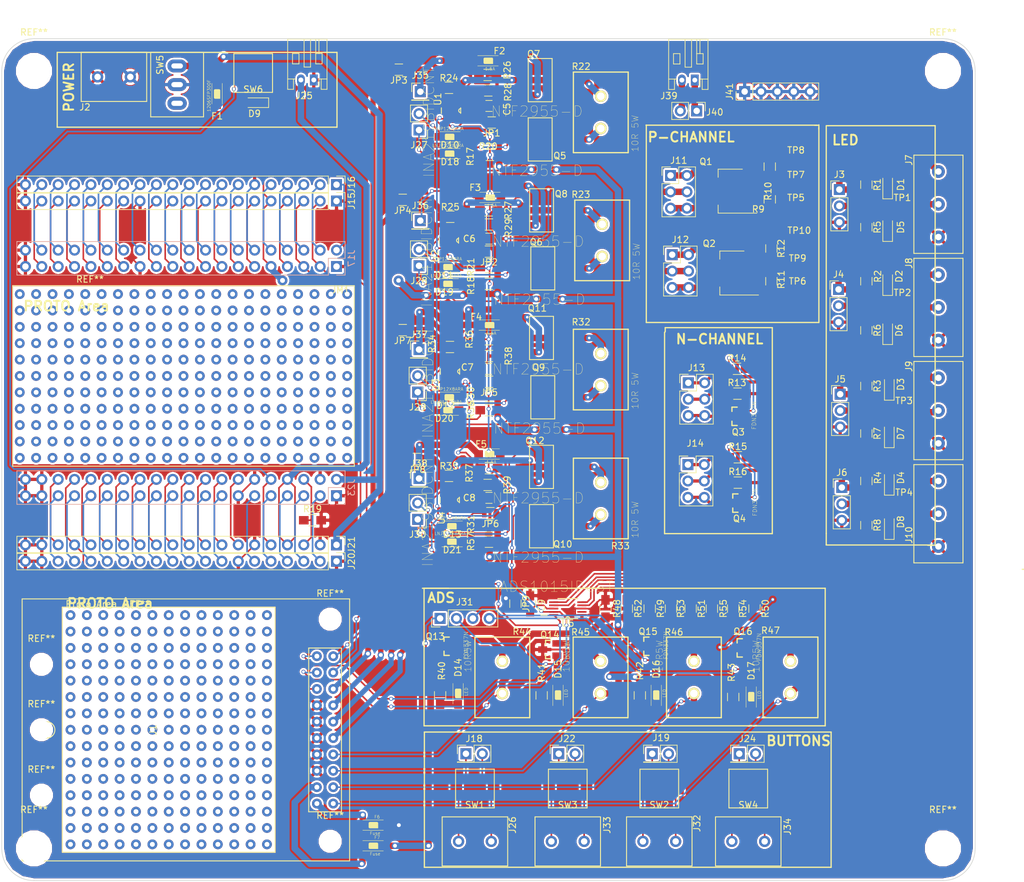
<source format=kicad_pcb>
(kicad_pcb (version 4) (host pcbnew 4.0.7-e2-6376~60~ubuntu17.10.1)
  (layers (0 F.Cu signal) (31 B.Cu signal) (34 B.Paste user) (35 F.Paste user) (36 B.SilkS user) (37 F.SilkS user) (38 B.Mask user) (39 F.Mask user) (44 Edge.Cuts user))
  (net 0 "")
  (net 1 "/Fixture Dev Kit - Functional Computer/LOLN")
  (net 2 GND)
  (net 3 "/Fixture Dev Kit - Functional Computer/LORN")
  (net 4 "Net-(C5-Pad2)")
  (net 5 "Net-(C6-Pad2)")
  (net 6 "Net-(C7-Pad2)")
  (net 7 "Net-(C8-Pad2)")
  (net 8 +5V)
  (net 9 "Net-(D1-Pad1)")
  (net 10 "Net-(D1-Pad2)")
  (net 11 "Net-(D2-Pad1)")
  (net 12 "Net-(D2-Pad2)")
  (net 13 "Net-(D3-Pad1)")
  (net 14 "Net-(D3-Pad2)")
  (net 15 "Net-(D4-Pad1)")
  (net 16 "Net-(D4-Pad2)")
  (net 17 "Net-(D5-Pad1)")
  (net 18 "Net-(D6-Pad1)")
  (net 19 "Net-(D7-Pad1)")
  (net 20 "Net-(D8-Pad1)")
  (net 21 /C4-VCC-3V3)
  (net 22 "/Fixture Dev Kit - INA/INA40_XIO")
  (net 23 "Net-(D10-Pad2)")
  (net 24 "/Fixture Dev Kit - INA/INA41_XIO")
  (net 25 "Net-(D11-Pad2)")
  (net 26 "/Fixture Dev Kit - INA/INA42_XIO")
  (net 27 "Net-(D12-Pad2)")
  (net 28 "/Fixture Dev Kit - INA/INA43_XIO")
  (net 29 "Net-(D13-Pad2)")
  (net 30 "/Fixture Dev Kit - ADS/AIN0_XIO")
  (net 31 "Net-(D14-Pad2)")
  (net 32 "/Fixture Dev Kit - ADS/AIN1_XIO")
  (net 33 "Net-(D15-Pad2)")
  (net 34 "/Fixture Dev Kit - ADS/AIN2_XIO")
  (net 35 "Net-(D16-Pad2)")
  (net 36 "/Fixture Dev Kit - ADS/AIN3_XIO")
  (net 37 "Net-(D17-Pad2)")
  (net 38 "/Fixture Dev Kit - Functional Computer/C4-PWR-IN")
  (net 39 "Net-(F2-Pad1)")
  (net 40 "Net-(F3-Pad1)")
  (net 41 "Net-(F4-Pad1)")
  (net 42 "Net-(F5-Pad1)")
  (net 43 /AIN0)
  (net 44 /AIN1)
  (net 45 /AIN2)
  (net 46 /AIN3)
  (net 47 /INA40_V-)
  (net 48 /INA41_V-)
  (net 49 /INA42_V-)
  (net 50 /INA43_V-)
  (net 51 /I2C-SDA)
  (net 52 /I2C-SCK)
  (net 53 /UART-RX)
  (net 54 /UART-TX)
  (net 55 /ADAPTER_ID)
  (net 56 "Net-(J3-Pad1)")
  (net 57 "Net-(J4-Pad1)")
  (net 58 "Net-(J5-Pad1)")
  (net 59 "/Fixture Dev Kit - PMosfets/Source0")
  (net 60 "/Fixture Dev Kit - PMosfets/Gate0")
  (net 61 "/Fixture Dev Kit - PMosfets/Drain0")
  (net 62 "/Fixture Dev Kit - PMosfets/Source1")
  (net 63 "/Fixture Dev Kit - PMosfets/Gate1")
  (net 64 "/Fixture Dev Kit - PMosfets/Drain1")
  (net 65 "/Fixture Dev Kits - NMosfets/Source_0")
  (net 66 "/Fixture Dev Kits - NMosfets/Gate_0")
  (net 67 "/Fixture Dev Kits - NMosfets/Drain_0")
  (net 68 "/Fixture Dev Kits - NMosfets/Source_1")
  (net 69 "/Fixture Dev Kits - NMosfets/Gate_1")
  (net 70 "/Fixture Dev Kits - NMosfets/Drain_1")
  (net 71 "Net-(J15-Pad4)")
  (net 72 "Net-(J15-Pad6)")
  (net 73 "Net-(J15-Pad7)")
  (net 74 "Net-(J15-Pad8)")
  (net 75 "Net-(J15-Pad9)")
  (net 76 "Net-(J15-Pad10)")
  (net 77 "Net-(J15-Pad11)")
  (net 78 "Net-(J15-Pad12)")
  (net 79 "Net-(J15-Pad14)")
  (net 80 "Net-(J15-Pad15)")
  (net 81 "Net-(J15-Pad16)")
  (net 82 "Net-(J15-Pad17)")
  (net 83 "/Fixture Dev Kit - Functional Computer/I2C-SDA")
  (net 84 "/Fixture Dev Kit - Functional Computer/I2C-SCK")
  (net 85 "Net-(J16-Pad1)")
  (net 86 "/Fixture Dev Kit - Functional Computer/LOLP")
  (net 87 "/Fixture Dev Kit - Functional Computer/LORP")
  (net 88 "Net-(J16-Pad7)")
  (net 89 "Net-(J16-Pad8)")
  (net 90 "Net-(J16-Pad9)")
  (net 91 "Net-(J16-Pad10)")
  (net 92 "Net-(J16-Pad11)")
  (net 93 "Net-(J16-Pad12)")
  (net 94 "Net-(J16-Pad13)")
  (net 95 "Net-(J16-Pad14)")
  (net 96 "Net-(J16-Pad15)")
  (net 97 "Net-(J16-Pad16)")
  (net 98 "Net-(J16-Pad19)")
  (net 99 "/Fixture Dev Kit - Functional Computer/BAT")
  (net 100 "/Fixture Dev Kit - Functional Computer/TS")
  (net 101 "/Fixture Dev Kit - Functional Computer/PWRON")
  (net 102 "Net-(J20-Pad2)")
  (net 103 "Net-(J20-Pad3)")
  (net 104 "Net-(J20-Pad4)")
  (net 105 "Net-(J20-Pad5)")
  (net 106 "Net-(J20-Pad6)")
  (net 107 "Net-(J20-Pad8)")
  (net 108 "Net-(J20-Pad9)")
  (net 109 "Net-(J20-Pad10)")
  (net 110 "Net-(J20-Pad11)")
  (net 111 "Net-(J20-Pad12)")
  (net 112 "Net-(J20-Pad13)")
  (net 113 "Net-(J20-Pad14)")
  (net 114 "Net-(J20-Pad15)")
  (net 115 "Net-(J20-Pad16)")
  (net 116 "Net-(J20-Pad17)")
  (net 117 "Net-(J20-Pad18)")
  (net 118 "Net-(J21-Pad7)")
  (net 119 "Net-(J21-Pad8)")
  (net 120 "Net-(J21-Pad9)")
  (net 121 "Net-(J21-Pad10)")
  (net 122 "Net-(J21-Pad11)")
  (net 123 "Net-(J21-Pad12)")
  (net 124 "Net-(J21-Pad13)")
  (net 125 "Net-(J21-Pad14)")
  (net 126 "Net-(J21-Pad15)")
  (net 127 "Net-(J21-Pad16)")
  (net 128 "Net-(J21-Pad18)")
  (net 129 "/Fixture Dev Kit - INA/LOAD40_XIO")
  (net 130 "/Fixture Dev Kit - INA/LOAD41_XIO")
  (net 131 "/Fixture Dev Kit - INA/LOAD42_XIO")
  (net 132 "/Fixture Dev Kit - INA/LOAD43_XIO")
  (net 133 "Net-(Q5-Pad2)")
  (net 134 "Net-(Q6-Pad2)")
  (net 135 "Net-(Q7-Pad2)")
  (net 136 "Net-(Q8-Pad2)")
  (net 137 "Net-(Q9-Pad2)")
  (net 138 "Net-(Q10-Pad2)")
  (net 139 "Net-(Q11-Pad2)")
  (net 140 "Net-(Q12-Pad2)")
  (net 141 "Net-(Q13-Pad2)")
  (net 142 "Net-(Q14-Pad2)")
  (net 143 "Net-(Q15-Pad2)")
  (net 144 "Net-(Q16-Pad2)")
  (net 145 "Net-(R26-Pad1)")
  (net 146 "Net-(R27-Pad1)")
  (net 147 "Net-(R28-Pad1)")
  (net 148 "Net-(R29-Pad1)")
  (net 149 "Net-(R36-Pad1)")
  (net 150 "Net-(R37-Pad1)")
  (net 151 "Net-(R38-Pad1)")
  (net 152 "Net-(R39-Pad1)")
  (net 153 "Net-(R52-Pad2)")
  (net 154 "Net-(R53-Pad2)")
  (net 155 "Net-(R54-Pad2)")
  (net 156 "Net-(R55-Pad2)")
  (net 157 "Net-(J16-Pad18)")
  (net 158 "Net-(D18-Pad2)")
  (net 159 "Net-(D19-Pad2)")
  (net 160 "Net-(D20-Pad2)")
  (net 161 "Net-(D21-Pad2)")
  (net 162 "Net-(F1-Pad1)")
  (net 163 "Net-(J10-Pad1)")
  (net 164 "Net-(C9-Pad1)")
  (net 165 "Net-(F2-Pad2)")
  (net 166 "Net-(F3-Pad2)")
  (net 167 "Net-(F4-Pad2)")
  (net 168 "Net-(F5-Pad2)")
  (net 169 "Net-(J18-Pad1)")
  (net 170 "Net-(J18-Pad2)")
  (net 171 "Net-(J19-Pad1)")
  (net 172 "Net-(J19-Pad2)")
  (net 173 "Net-(J22-Pad1)")
  (net 174 "Net-(J22-Pad2)")
  (net 175 "Net-(J24-Pad1)")
  (net 176 "Net-(J24-Pad2)")
  (net 177 "Net-(JP3-Pad1)")
  (net 178 "Net-(JP4-Pad1)")
  (net 179 "Net-(JP7-Pad1)")
  (net 180 "Net-(JP8-Pad1)")
  (net 181 "Net-(J39-Pad1)")
  (net 182 "Net-(J39-Pad2)")
  (net 183 "Net-(F6-Pad2)")
  (net 184 "Net-(F7-Pad2)")
  (net 185 "Net-(J16-Pad17)")
  (net 186 "Net-(SW5-Pad1)")
  (net 187 "Net-(U5-Pad2)")
  (net 188 "/Fixture Dev Kit - Functional Computer/STATUSLED")
  (module Pin_Headers:Pin_Header_Straight_2x20_Pitch2.54mm (layer B.Cu) (at 74.93 53.34 90)
    (fp_text reference J17 (at 1.27 2.33 90) (layer B.SilkS) (effects (justify mirror)))
    (fp_text value CHIP4RH)
    (pad 1 thru_hole rect (at 0 0 90) (size 1.7 1.7) (drill 1) (layers *.Cu *.Mask) (net 2 GND))
    (pad 2 thru_hole oval (at 2.54 0 90) (size 1.7 1.7) (drill 1) (layers *.Cu *.Mask) (net 85 "Net-(J16-Pad1)"))
    (pad 3 thru_hole oval (at 0 -2.54 90) (size 1.7 1.7) (drill 1) (layers *.Cu *.Mask) (net 54 /UART-TX))
    (pad 4 thru_hole oval (at 2.54 -2.54 90) (size 1.7 1.7) (drill 1) (layers *.Cu *.Mask) (net 86 "/Fixture Dev Kit - Functional Computer/LOLP"))
    (pad 5 thru_hole oval (at 0 -5.08 90) (size 1.7 1.7) (drill 1) (layers *.Cu *.Mask) (net 53 /UART-RX))
    (pad 6 thru_hole oval (at 2.54 -5.08 90) (size 1.7 1.7) (drill 1) (layers *.Cu *.Mask) (net 1 "/Fixture Dev Kit - Functional Computer/LOLN"))
    (pad 7 thru_hole oval (at 0 -7.62 90) (size 1.7 1.7) (drill 1) (layers *.Cu *.Mask) (net 71 "Net-(J15-Pad4)"))
    (pad 8 thru_hole oval (at 2.54 -7.62 90) (size 1.7 1.7) (drill 1) (layers *.Cu *.Mask) (net 87 "/Fixture Dev Kit - Functional Computer/LORP"))
    (pad 9 thru_hole oval (at 0 -10.16 90) (size 1.7 1.7) (drill 1) (layers *.Cu *.Mask) (net 188 "/Fixture Dev Kit - Functional Computer/STATUSLED"))
    (pad 10 thru_hole oval (at 2.54 -10.16 90) (size 1.7 1.7) (drill 1) (layers *.Cu *.Mask) (net 3 "/Fixture Dev Kit - Functional Computer/LORN"))
    (pad 11 thru_hole oval (at 0 -12.7 90) (size 1.7 1.7) (drill 1) (layers *.Cu *.Mask) (net 72 "Net-(J15-Pad6)"))
    (pad 12 thru_hole oval (at 2.54 -12.7 90) (size 1.7 1.7) (drill 1) (layers *.Cu *.Mask) (net 2 GND))
    (pad 13 thru_hole oval (at 0 -15.24 90) (size 1.7 1.7) (drill 1) (layers *.Cu *.Mask) (net 73 "Net-(J15-Pad7)"))
    (pad 14 thru_hole oval (at 2.54 -15.24 90) (size 1.7 1.7) (drill 1) (layers *.Cu *.Mask) (net 88 "Net-(J16-Pad7)"))
    (pad 15 thru_hole oval (at 0 -17.78 90) (size 1.7 1.7) (drill 1) (layers *.Cu *.Mask) (net 74 "Net-(J15-Pad8)"))
    (pad 16 thru_hole oval (at 2.54 -17.78 90) (size 1.7 1.7) (drill 1) (layers *.Cu *.Mask) (net 89 "Net-(J16-Pad8)"))
    (pad 17 thru_hole oval (at 0 -20.32 90) (size 1.7 1.7) (drill 1) (layers *.Cu *.Mask) (net 75 "Net-(J15-Pad9)"))
    (pad 18 thru_hole oval (at 2.54 -20.32 90) (size 1.7 1.7) (drill 1) (layers *.Cu *.Mask) (net 90 "Net-(J16-Pad9)"))
    (pad 19 thru_hole oval (at 0 -22.86 90) (size 1.7 1.7) (drill 1) (layers *.Cu *.Mask) (net 76 "Net-(J15-Pad10)"))
    (pad 20 thru_hole oval (at 2.54 -22.86 90) (size 1.7 1.7) (drill 1) (layers *.Cu *.Mask) (net 91 "Net-(J16-Pad10)"))
    (pad 21 thru_hole oval (at 0 -25.4 90) (size 1.7 1.7) (drill 1) (layers *.Cu *.Mask) (net 77 "Net-(J15-Pad11)"))
    (pad 22 thru_hole oval (at 2.54 -25.4 90) (size 1.7 1.7) (drill 1) (layers *.Cu *.Mask) (net 92 "Net-(J16-Pad11)"))
    (pad 23 thru_hole oval (at 0 -27.94 90) (size 1.7 1.7) (drill 1) (layers *.Cu *.Mask) (net 78 "Net-(J15-Pad12)"))
    (pad 24 thru_hole oval (at 2.54 -27.94 90) (size 1.7 1.7) (drill 1) (layers *.Cu *.Mask) (net 93 "Net-(J16-Pad12)"))
    (pad 25 thru_hole oval (at 0 -30.48 90) (size 1.7 1.7) (drill 1) (layers *.Cu *.Mask) (net 2 GND))
    (pad 26 thru_hole oval (at 2.54 -30.48 90) (size 1.7 1.7) (drill 1) (layers *.Cu *.Mask) (net 94 "Net-(J16-Pad13)"))
    (pad 27 thru_hole oval (at 0 -33.02 90) (size 1.7 1.7) (drill 1) (layers *.Cu *.Mask) (net 79 "Net-(J15-Pad14)"))
    (pad 28 thru_hole oval (at 2.54 -33.02 90) (size 1.7 1.7) (drill 1) (layers *.Cu *.Mask) (net 95 "Net-(J16-Pad14)"))
    (pad 29 thru_hole oval (at 0 -35.56 90) (size 1.7 1.7) (drill 1) (layers *.Cu *.Mask) (net 80 "Net-(J15-Pad15)"))
    (pad 30 thru_hole oval (at 2.54 -35.56 90) (size 1.7 1.7) (drill 1) (layers *.Cu *.Mask) (net 96 "Net-(J16-Pad15)"))
    (pad 31 thru_hole oval (at 0 -38.1 90) (size 1.7 1.7) (drill 1) (layers *.Cu *.Mask) (net 81 "Net-(J15-Pad16)"))
    (pad 32 thru_hole oval (at 2.54 -38.1 90) (size 1.7 1.7) (drill 1) (layers *.Cu *.Mask) (net 97 "Net-(J16-Pad16)"))
    (pad 33 thru_hole oval (at 0 -40.64 90) (size 1.7 1.7) (drill 1) (layers *.Cu *.Mask) (net 82 "Net-(J15-Pad17)"))
    (pad 34 thru_hole oval (at 2.54 -40.64 90) (size 1.7 1.7) (drill 1) (layers *.Cu *.Mask) (net 185 "Net-(J16-Pad17)"))
    (pad 35 thru_hole oval (at 0 -43.18 90) (size 1.7 1.7) (drill 1) (layers *.Cu *.Mask) (net 83 "/Fixture Dev Kit - Functional Computer/I2C-SDA"))
    (pad 36 thru_hole oval (at 2.54 -43.18 90) (size 1.7 1.7) (drill 1) (layers *.Cu *.Mask) (net 157 "Net-(J16-Pad18)"))
    (pad 37 thru_hole oval (at 0 -45.72 90) (size 1.7 1.7) (drill 1) (layers *.Cu *.Mask) (net 84 "/Fixture Dev Kit - Functional Computer/I2C-SCK"))
    (pad 38 thru_hole oval (at 2.54 -45.72 90) (size 1.7 1.7) (drill 1) (layers *.Cu *.Mask) (net 98 "Net-(J16-Pad19)"))
    (pad 39 thru_hole oval (at 0 -48.26 90) (size 1.7 1.7) (drill 1) (layers *.Cu *.Mask) (net 2 GND))
    (pad 40 thru_hole oval (at 2.54 -48.26 90) (size 1.7 1.7) (drill 1) (layers *.Cu *.Mask) (net 2 GND))
  )
  (module CHIP4DUT:DUT_HEADER_FOOTPRINT (layer F.Cu) (at 47.752 125.222 270)
    (fp_text reference J1 (at 0 1.27 270) (layer F.SilkS))
    (fp_text value DUT)
    (pad 1 thru_hole circle (at 11.43 -26.67 270) (size 1.524 1.524) (drill 0.762) (layers *.Cu *.Mask) (net 46 /AIN3))
    (pad 2 thru_hole circle (at 11.43 -24.13 270) (size 1.524 1.524) (drill 0.762) (layers *.Cu *.Mask) (net 183 "Net-(F6-Pad2)"))
    (pad 3 thru_hole circle (at 8.89 -26.67 270) (size 1.524 1.524) (drill 0.762) (layers *.Cu *.Mask) (net 45 /AIN2))
    (pad 4 thru_hole circle (at 8.89 -24.13 270) (size 1.524 1.524) (drill 0.762) (layers *.Cu *.Mask) (net 184 "Net-(F7-Pad2)"))
    (pad 5 thru_hole circle (at 6.35 -26.67 270) (size 1.524 1.524) (drill 0.762) (layers *.Cu *.Mask) (net 44 /AIN1))
    (pad 6 thru_hole circle (at 6.35 -24.13 270) (size 1.524 1.524) (drill 0.762) (layers *.Cu *.Mask) (net 2 GND))
    (pad 7 thru_hole circle (at 3.81 -26.67 270) (size 1.524 1.524) (drill 0.762) (layers *.Cu *.Mask) (net 43 /AIN0))
    (pad 8 thru_hole circle (at 3.81 -24.13 270) (size 1.524 1.524) (drill 0.762) (layers *.Cu *.Mask) (net 2 GND))
    (pad 9 thru_hole circle (at 1.27 -26.67 270) (size 1.524 1.524) (drill 0.762) (layers *.Cu *.Mask) (net 50 /INA43_V-))
    (pad 10 thru_hole circle (at 1.27 -24.13 270) (size 1.524 1.524) (drill 0.762) (layers *.Cu *.Mask) (net 2 GND))
    (pad 11 thru_hole circle (at -1.27 -26.67 270) (size 1.524 1.524) (drill 0.762) (layers *.Cu *.Mask) (net 49 /INA42_V-))
    (pad 12 thru_hole circle (at -1.27 -24.13 270) (size 1.524 1.524) (drill 0.762) (layers *.Cu *.Mask) (net 2 GND))
    (pad 13 thru_hole circle (at -3.81 -26.67 270) (size 1.524 1.524) (drill 0.762) (layers *.Cu *.Mask) (net 48 /INA41_V-))
    (pad 14 thru_hole circle (at -3.81 -24.13 270) (size 1.524 1.524) (drill 0.762) (layers *.Cu *.Mask) (net 2 GND))
    (pad 15 thru_hole circle (at -6.35 -26.67 270) (size 1.524 1.524) (drill 0.762) (layers *.Cu *.Mask) (net 47 /INA40_V-))
    (pad 16 thru_hole circle (at -6.35 -24.13 270) (size 1.524 1.524) (drill 0.762) (layers *.Cu *.Mask) (net 55 /ADAPTER_ID))
    (pad 17 thru_hole circle (at -8.89 -26.67 270) (size 1.524 1.524) (drill 0.762) (layers *.Cu *.Mask) (net 53 /UART-RX))
    (pad 18 thru_hole circle (at -8.89 -24.13 270) (size 1.524 1.524) (drill 0.762) (layers *.Cu *.Mask) (net 51 /I2C-SDA))
    (pad 19 thru_hole circle (at -11.43 -26.67 270) (size 1.524 1.524) (drill 0.762) (layers *.Cu *.Mask) (net 54 /UART-TX))
    (pad 20 thru_hole circle (at -11.43 -24.13 270) (size 1.524 1.524) (drill 0.762) (layers *.Cu *.Mask) (net 52 /I2C-SCK))
  )
  (module Pin_Headers:Pin_Header_Straight_2x20_Pitch2.54mm (layer B.Cu) (at 74.93 88.9 90)
    (fp_text reference J23 (at 1.27 2.33 90) (layer B.SilkS) (effects (justify mirror)))
    (fp_text value CHIP4LH)
    (pad 1 thru_hole rect (at 0 0 90) (size 1.7 1.7) (drill 1) (layers *.Cu *.Mask) (net 2 GND))
    (pad 2 thru_hole oval (at 2.54 0 90) (size 1.7 1.7) (drill 1) (layers *.Cu *.Mask) (net 38 "/Fixture Dev Kit - Functional Computer/C4-PWR-IN"))
    (pad 3 thru_hole oval (at 0 -2.54 90) (size 1.7 1.7) (drill 1) (layers *.Cu *.Mask) (net 102 "Net-(J20-Pad2)"))
    (pad 4 thru_hole oval (at 2.54 -2.54 90) (size 1.7 1.7) (drill 1) (layers *.Cu *.Mask) (net 2 GND))
    (pad 5 thru_hole oval (at 0 -5.08 90) (size 1.7 1.7) (drill 1) (layers *.Cu *.Mask) (net 103 "Net-(J20-Pad3)"))
    (pad 6 thru_hole oval (at 2.54 -5.08 90) (size 1.7 1.7) (drill 1) (layers *.Cu *.Mask) (net 100 "/Fixture Dev Kit - Functional Computer/TS"))
    (pad 7 thru_hole oval (at 0 -7.62 90) (size 1.7 1.7) (drill 1) (layers *.Cu *.Mask) (net 104 "Net-(J20-Pad4)"))
    (pad 8 thru_hole oval (at 2.54 -7.62 90) (size 1.7 1.7) (drill 1) (layers *.Cu *.Mask) (net 99 "/Fixture Dev Kit - Functional Computer/BAT"))
    (pad 9 thru_hole oval (at 0 -10.16 90) (size 1.7 1.7) (drill 1) (layers *.Cu *.Mask) (net 105 "Net-(J20-Pad5)"))
    (pad 10 thru_hole oval (at 2.54 -10.16 90) (size 1.7 1.7) (drill 1) (layers *.Cu *.Mask) (net 101 "/Fixture Dev Kit - Functional Computer/PWRON"))
    (pad 11 thru_hole oval (at 0 -12.7 90) (size 1.7 1.7) (drill 1) (layers *.Cu *.Mask) (net 106 "Net-(J20-Pad6)"))
    (pad 12 thru_hole oval (at 2.54 -12.7 90) (size 1.7 1.7) (drill 1) (layers *.Cu *.Mask) (net 2 GND))
    (pad 13 thru_hole oval (at 0 -15.24 90) (size 1.7 1.7) (drill 1) (layers *.Cu *.Mask) (net 2 GND))
    (pad 14 thru_hole oval (at 2.54 -15.24 90) (size 1.7 1.7) (drill 1) (layers *.Cu *.Mask) (net 118 "Net-(J21-Pad7)"))
    (pad 15 thru_hole oval (at 0 -17.78 90) (size 1.7 1.7) (drill 1) (layers *.Cu *.Mask) (net 107 "Net-(J20-Pad8)"))
    (pad 16 thru_hole oval (at 2.54 -17.78 90) (size 1.7 1.7) (drill 1) (layers *.Cu *.Mask) (net 119 "Net-(J21-Pad8)"))
    (pad 17 thru_hole oval (at 0 -20.32 90) (size 1.7 1.7) (drill 1) (layers *.Cu *.Mask) (net 108 "Net-(J20-Pad9)"))
    (pad 18 thru_hole oval (at 2.54 -20.32 90) (size 1.7 1.7) (drill 1) (layers *.Cu *.Mask) (net 120 "Net-(J21-Pad9)"))
    (pad 19 thru_hole oval (at 0 -22.86 90) (size 1.7 1.7) (drill 1) (layers *.Cu *.Mask) (net 109 "Net-(J20-Pad10)"))
    (pad 20 thru_hole oval (at 2.54 -22.86 90) (size 1.7 1.7) (drill 1) (layers *.Cu *.Mask) (net 121 "Net-(J21-Pad10)"))
    (pad 21 thru_hole oval (at 0 -25.4 90) (size 1.7 1.7) (drill 1) (layers *.Cu *.Mask) (net 110 "Net-(J20-Pad11)"))
    (pad 22 thru_hole oval (at 2.54 -25.4 90) (size 1.7 1.7) (drill 1) (layers *.Cu *.Mask) (net 122 "Net-(J21-Pad11)"))
    (pad 23 thru_hole oval (at 0 -27.94 90) (size 1.7 1.7) (drill 1) (layers *.Cu *.Mask) (net 111 "Net-(J20-Pad12)"))
    (pad 24 thru_hole oval (at 2.54 -27.94 90) (size 1.7 1.7) (drill 1) (layers *.Cu *.Mask) (net 123 "Net-(J21-Pad12)"))
    (pad 25 thru_hole oval (at 0 -30.48 90) (size 1.7 1.7) (drill 1) (layers *.Cu *.Mask) (net 112 "Net-(J20-Pad13)"))
    (pad 26 thru_hole oval (at 2.54 -30.48 90) (size 1.7 1.7) (drill 1) (layers *.Cu *.Mask) (net 124 "Net-(J21-Pad13)"))
    (pad 27 thru_hole oval (at 0 -33.02 90) (size 1.7 1.7) (drill 1) (layers *.Cu *.Mask) (net 113 "Net-(J20-Pad14)"))
    (pad 28 thru_hole oval (at 2.54 -33.02 90) (size 1.7 1.7) (drill 1) (layers *.Cu *.Mask) (net 125 "Net-(J21-Pad14)"))
    (pad 29 thru_hole oval (at 0 -35.56 90) (size 1.7 1.7) (drill 1) (layers *.Cu *.Mask) (net 114 "Net-(J20-Pad15)"))
    (pad 30 thru_hole oval (at 2.54 -35.56 90) (size 1.7 1.7) (drill 1) (layers *.Cu *.Mask) (net 126 "Net-(J21-Pad15)"))
    (pad 31 thru_hole oval (at 0 -38.1 90) (size 1.7 1.7) (drill 1) (layers *.Cu *.Mask) (net 115 "Net-(J20-Pad16)"))
    (pad 32 thru_hole oval (at 2.54 -38.1 90) (size 1.7 1.7) (drill 1) (layers *.Cu *.Mask) (net 127 "Net-(J21-Pad16)"))
    (pad 33 thru_hole oval (at 0 -40.64 90) (size 1.7 1.7) (drill 1) (layers *.Cu *.Mask) (net 116 "Net-(J20-Pad17)"))
    (pad 34 thru_hole oval (at 2.54 -40.64 90) (size 1.7 1.7) (drill 1) (layers *.Cu *.Mask) (net 55 /ADAPTER_ID))
    (pad 35 thru_hole oval (at 0 -43.18 90) (size 1.7 1.7) (drill 1) (layers *.Cu *.Mask) (net 117 "Net-(J20-Pad18)"))
    (pad 36 thru_hole oval (at 2.54 -43.18 90) (size 1.7 1.7) (drill 1) (layers *.Cu *.Mask) (net 128 "Net-(J21-Pad18)"))
    (pad 37 thru_hole oval (at 0 -45.72 90) (size 1.7 1.7) (drill 1) (layers *.Cu *.Mask) (net 2 GND))
    (pad 38 thru_hole oval (at 2.54 -45.72 90) (size 1.7 1.7) (drill 1) (layers *.Cu *.Mask) (net 2 GND))
    (pad 39 thru_hole oval (at 0 -48.26 90) (size 1.7 1.7) (drill 1) (layers *.Cu *.Mask) (net 2 GND))
    (pad 40 thru_hole oval (at 2.54 -48.26 90) (size 1.7 1.7) (drill 1) (layers *.Cu *.Mask) (net 2 GND))
  )
  (module Resistors_SMD:R_0805_HandSoldering (layer F.Cu) (at 71.2 92.7)
    (fp_text reference R19 (at 0 -1.76) (layer F.SilkS))
    (fp_text value 10K)
    (pad 1 smd rect (at -1.35 0) (size 1.5 1.3) (layers F.Cu F.Paste F.Mask) (net 100 "/Fixture Dev Kit - Functional Computer/TS"))
    (pad 2 smd rect (at 1.35 0) (size 1.5 1.3) (layers F.Cu F.Paste F.Mask) (net 2 GND))
  )
  (module Resistors_SMD:R_0805 (layer F.Cu) (at 102.682 105.644 270)
    (fp_text reference JP9 (at 0 -1.65 270) (layer F.SilkS))
    (fp_text value Jumper_NC_Small)
    (pad 1 smd rect (at -0.95 0 270) (size 0.7 1.3) (layers F.Cu F.Paste F.Mask) (net 8 +5V))
    (pad 2 smd rect (at 0.95 0 270) (size 0.7 1.3) (layers F.Cu F.Paste F.Mask) (net 164 "Net-(C9-Pad1)"))
  )
  (module Resistors_SMD:R_0805 (layer F.Cu) (at 85.2 63.2 180)
    (fp_text reference JP7 (at 0 -1.65 180) (layer F.SilkS))
    (fp_text value Jumper_NC_Small)
    (pad 1 smd rect (at -0.95 0 180) (size 0.7 1.3) (layers F.Cu F.Paste F.Mask) (net 179 "Net-(JP7-Pad1)"))
    (pad 2 smd rect (at 0.95 0 180) (size 0.7 1.3) (layers F.Cu F.Paste F.Mask) (net 49 /INA42_V-))
  )
  (module Resistors_SMD:R_0805 (layer F.Cu) (at 84.6 22.8 180)
    (fp_text reference JP3 (at 0 -1.65 180) (layer F.SilkS))
    (fp_text value Jumper_NC_Small)
    (pad 1 smd rect (at -0.95 0 180) (size 0.7 1.3) (layers F.Cu F.Paste F.Mask) (net 177 "Net-(JP3-Pad1)"))
    (pad 2 smd rect (at 0.95 0 180) (size 0.7 1.3) (layers F.Cu F.Paste F.Mask) (net 47 /INA40_V-))
  )
  (module Resistors_SMD:R_0805 (layer F.Cu) (at 99 31 180)
    (fp_text reference JP1 (at 0 -1.65 180) (layer F.SilkS))
    (fp_text value Jumper_NC_Small)
    (pad 1 smd rect (at -0.95 0 180) (size 0.7 1.3) (layers F.Cu F.Paste F.Mask) (net 21 /C4-VCC-3V3))
    (pad 2 smd rect (at 0.95 0 180) (size 0.7 1.3) (layers F.Cu F.Paste F.Mask) (net 4 "Net-(C5-Pad2)"))
  )
  (module ADS1015IDGST:SOP50P490X110-10N (layer F.Cu) (at 110.81 106.406 180)
    (fp_text reference U5 (at 0 -2.286 180) (layer F.SilkS))
    (fp_text value ADS1015IDGST (at 1.75318 3.40473 180) (layer F.SilkS) (effects (font (size 1.64054 1.64054) (thickness 0.05))))
    (pad 1 smd rect (at -2.1844 -0.9906 180) (size 1.4224 0.2794) (layers F.Cu F.Paste F.Mask) (net 2 GND))
    (pad 2 smd rect (at -2.1844 -0.508 180) (size 1.4224 0.2794) (layers F.Cu F.Paste F.Mask) (net 187 "Net-(U5-Pad2)"))
    (pad 3 smd rect (at -2.1844 0 180) (size 1.4224 0.2794) (layers F.Cu F.Paste F.Mask) (net 2 GND))
    (pad 4 smd rect (at -2.1844 0.508 180) (size 1.4224 0.2794) (layers F.Cu F.Paste F.Mask) (net 153 "Net-(R52-Pad2)"))
    (pad 5 smd rect (at -2.1844 0.9906 180) (size 1.4224 0.2794) (layers F.Cu F.Paste F.Mask) (net 154 "Net-(R53-Pad2)"))
    (pad 6 smd rect (at 2.1844 0.9906 180) (size 1.4224 0.2794) (layers F.Cu F.Paste F.Mask) (net 155 "Net-(R54-Pad2)"))
    (pad 7 smd rect (at 2.1844 0.508 180) (size 1.4224 0.2794) (layers F.Cu F.Paste F.Mask) (net 156 "Net-(R55-Pad2)"))
    (pad 8 smd rect (at 2.1844 0 180) (size 1.4224 0.2794) (layers F.Cu F.Paste F.Mask) (net 164 "Net-(C9-Pad1)"))
    (pad 9 smd rect (at 2.1844 -0.508 180) (size 1.4224 0.2794) (layers F.Cu F.Paste F.Mask) (net 51 /I2C-SDA))
    (pad 10 smd rect (at 2.1844 -0.9906 180) (size 1.4224 0.2794) (layers F.Cu F.Paste F.Mask) (net 52 /I2C-SCK))
  )
  (module Capacitors_SMD:C_0805_HandSoldering (layer F.Cu) (at 98.575 49.025 180)
    (fp_text reference C6 (at 3.048 0 360) (layer F.SilkS))
    (fp_text value 0.1uF)
    (pad 1 smd rect (at -1.25 0 180) (size 1.5 1.25) (layers F.Cu F.Paste F.Mask) (net 2 GND))
    (pad 2 smd rect (at 1.25 0 180) (size 1.5 1.25) (layers F.Cu F.Paste F.Mask) (net 5 "Net-(C6-Pad2)"))
  )
  (module NTF2955T1G:SOT230P700X180-4N (layer F.Cu) (at 106.525 33.625)
    (fp_text reference Q5 (at 3.048 2.54) (layer F.SilkS))
    (fp_text value NTF2955-D (at -0.510144 4.84626) (layer F.SilkS) (effects (font (size 1.64688 1.64688) (thickness 0.05))))
    (pad 1 smd rect (at -3.2004 -2.3114) (size 1.6256 0.889) (layers F.Cu F.Paste F.Mask) (net 129 "/Fixture Dev Kit - INA/LOAD40_XIO"))
    (pad 2 smd rect (at -3.2004 0) (size 1.6256 0.889) (layers F.Cu F.Paste F.Mask) (net 133 "Net-(Q5-Pad2)"))
    (pad 3 smd rect (at -3.2004 2.3114) (size 1.6256 0.889) (layers F.Cu F.Paste F.Mask) (net 2 GND))
    (pad 4 smd rect (at 3.2004 0) (size 1.6256 3.175) (layers F.Cu F.Paste F.Mask) (net 133 "Net-(Q5-Pad2)"))
  )
  (module Resistors_SMD:R_0805_HandSoldering (layer F.Cu) (at 98.375 87.225)
    (fp_text reference R39 (at 3.048 0 90) (layer F.SilkS))
    (fp_text value 1K)
    (pad 1 smd rect (at -1.35 0) (size 1.5 1.3) (layers F.Cu F.Paste F.Mask) (net 152 "Net-(R39-Pad1)"))
    (pad 2 smd rect (at 1.35 0) (size 1.5 1.3) (layers F.Cu F.Paste F.Mask) (net 2 GND))
  )
  (module Capacitors_SMD:C_0805_HandSoldering (layer F.Cu) (at 98.575 89.225 180)
    (fp_text reference C8 (at 3.048 0 180) (layer F.SilkS))
    (fp_text value 0.1uF)
    (pad 1 smd rect (at -1.25 0 180) (size 1.5 1.25) (layers F.Cu F.Paste F.Mask) (net 2 GND))
    (pad 2 smd rect (at 1.25 0 180) (size 1.5 1.25) (layers F.Cu F.Paste F.Mask) (net 7 "Net-(C8-Pad2)"))
  )
  (module 1206:1206 (layer F.Cu) (at 98.625 82.425 180)
    (fp_text reference F5 (at 1.27 1.524 180) (layer F.SilkS))
    (fp_text value 1.5A (at -0.31649 -1.25925 180) (layer F.SilkS) (effects (font (size 0.480745 0.480745) (thickness 0.05))))
    (pad 1 smd rect (at -1.7 0 180) (size 1.35 1.2) (layers F.Cu F.Paste F.Mask) (net 42 "Net-(F5-Pad1)"))
    (pad 2 smd rect (at 1.65 0 180) (size 1.35 1.2) (layers F.Cu F.Paste F.Mask) (net 168 "Net-(F5-Pad2)"))
  )
  (module Pin_Headers:Pin_Header_Straight_1x01_Pitch2.54mm (layer F.Cu) (at 87.725 86.225)
    (fp_text reference J38 (at 0 -2.33) (layer F.SilkS))
    (fp_text value "43 V+")
    (pad 1 thru_hole rect (at 0 0) (size 1.7 1.7) (drill 1) (layers *.Cu *.Mask) (net 168 "Net-(F5-Pad2)"))
  )
  (module Resistors_SMD:R_0805_HandSoldering (layer F.Cu) (at 92.375 85.825 180)
    (fp_text reference R35 (at 0 1.524 180) (layer F.SilkS))
    (fp_text value 0.1R)
    (pad 1 smd rect (at -1.35 0 180) (size 1.5 1.3) (layers F.Cu F.Paste F.Mask) (net 140 "Net-(Q12-Pad2)"))
    (pad 2 smd rect (at 1.35 0 180) (size 1.5 1.3) (layers F.Cu F.Paste F.Mask) (net 180 "Net-(JP8-Pad1)"))
  )
  (module 1206:1206 (layer F.Cu) (at 92.875 96.025)
    (fp_text reference D21 (at 0 1.27) (layer F.SilkS))
    (fp_text value LNJP12X8ARA (at -0.31649 -1.25925) (layer F.SilkS) (effects (font (size 0.480745 0.480745) (thickness 0.05))))
    (pad 1 smd rect (at -1.7 0) (size 1.35 1.2) (layers F.Cu F.Paste F.Mask) (net 132 "/Fixture Dev Kit - INA/LOAD43_XIO"))
    (pad 2 smd rect (at 1.65 0) (size 1.35 1.2) (layers F.Cu F.Paste F.Mask) (net 161 "Net-(D21-Pad2)"))
  )
  (module Pin_Headers:Pin_Header_Straight_1x02_Pitch2.54mm (layer F.Cu) (at 87.525 92.565 180)
    (fp_text reference J30 (at 0 -2.33 180) (layer F.SilkS))
    (fp_text value INA_40)
    (pad 1 thru_hole rect (at 0 0 180) (size 1.7 1.7) (drill 1) (layers *.Cu *.Mask) (net 132 "/Fixture Dev Kit - INA/LOAD43_XIO"))
    (pad 2 thru_hole oval (at 0 2.54 180) (size 1.7 1.7) (drill 1) (layers *.Cu *.Mask) (net 28 "/Fixture Dev Kit - INA/INA43_XIO"))
  )
  (module 1206:1206 (layer F.Cu) (at 92.875 93.625)
    (fp_text reference D13 (at 0 1.27) (layer F.SilkS))
    (fp_text value LNJP12X8ARA (at -0.31649 -1.25925) (layer F.SilkS) (effects (font (size 0.480745 0.480745) (thickness 0.05))))
    (pad 1 smd rect (at -1.7 0) (size 1.35 1.2) (layers F.Cu F.Paste F.Mask) (net 28 "/Fixture Dev Kit - INA/INA43_XIO"))
    (pad 2 smd rect (at 1.65 0) (size 1.35 1.2) (layers F.Cu F.Paste F.Mask) (net 29 "Net-(D13-Pad2)"))
  )
  (module INA219BIDCNR:SOT65P280X145-8N (layer F.Cu) (at 92.4902 89.555 270)
    (fp_text reference U4 (at 2.794 1.27 270) (layer F.SilkS))
    (fp_text value INA219BIDCNT (at 1.75701 3.41215 270) (layer F.SilkS) (effects (font (size 1.64412 1.64412) (thickness 0.05))))
    (pad 1 smd rect (at -1.27 -0.9652 270) (size 1.3208 0.508) (layers F.Cu F.Paste F.Mask) (net 140 "Net-(Q12-Pad2)"))
    (pad 2 smd rect (at -1.27 -0.3302 270) (size 1.3208 0.508) (layers F.Cu F.Paste F.Mask) (net 180 "Net-(JP8-Pad1)"))
    (pad 3 smd rect (at -1.27 0.3302 270) (size 1.3208 0.508) (layers F.Cu F.Paste F.Mask) (net 2 GND))
    (pad 4 smd rect (at -1.27 0.9652 270) (size 1.3208 0.508) (layers F.Cu F.Paste F.Mask) (net 7 "Net-(C8-Pad2)"))
    (pad 5 smd rect (at 1.27 0.9652 270) (size 1.3208 0.508) (layers F.Cu F.Paste F.Mask) (net 52 /I2C-SCK))
    (pad 6 smd rect (at 1.27 0.3302 270) (size 1.3208 0.508) (layers F.Cu F.Paste F.Mask) (net 51 /I2C-SDA))
    (pad 7 smd rect (at 1.27 -0.3302 270) (size 1.3208 0.508) (layers F.Cu F.Paste F.Mask) (net 150 "Net-(R37-Pad1)"))
    (pad 8 smd rect (at 1.27 -0.9652 270) (size 1.3208 0.508) (layers F.Cu F.Paste F.Mask) (net 152 "Net-(R39-Pad1)"))
  )
  (module Resistors_SMD:R_0805_HandSoldering (layer F.Cu) (at 98.575 93.625)
    (fp_text reference R31 (at -2.794 -0.254 90) (layer F.SilkS))
    (fp_text value 160R)
    (pad 1 smd rect (at -1.35 0) (size 1.5 1.3) (layers F.Cu F.Paste F.Mask) (net 29 "Net-(D13-Pad2)"))
    (pad 2 smd rect (at 1.35 0) (size 1.5 1.3) (layers F.Cu F.Paste F.Mask) (net 21 /C4-VCC-3V3))
  )
  (module Resistors_SMD:R_0805_HandSoldering (layer F.Cu) (at 98.575 96.025)
    (fp_text reference R57 (at -2.794 0 90) (layer F.SilkS))
    (fp_text value 160R)
    (pad 1 smd rect (at -1.35 0) (size 1.5 1.3) (layers F.Cu F.Paste F.Mask) (net 161 "Net-(D21-Pad2)"))
    (pad 2 smd rect (at 1.35 0) (size 1.5 1.3) (layers F.Cu F.Paste F.Mask) (net 21 /C4-VCC-3V3))
  )
  (module Resistors_SMD:R_0805_HandSoldering (layer F.Cu) (at 98.575 84.625 180)
    (fp_text reference R37 (at 3.048 -0.762 270) (layer F.SilkS))
    (fp_text value 1K)
    (pad 1 smd rect (at -1.35 0 180) (size 1.5 1.3) (layers F.Cu F.Paste F.Mask) (net 150 "Net-(R37-Pad1)"))
    (pad 2 smd rect (at 1.35 0 180) (size 1.5 1.3) (layers F.Cu F.Paste F.Mask) (net 52 /I2C-SCK))
  )
  (module Resistors_SMD:R_0805_HandSoldering (layer F.Cu) (at 98.475 26.025)
    (fp_text reference R28 (at 3.048 0.254 90) (layer F.SilkS))
    (fp_text value 1K)
    (pad 1 smd rect (at -1.35 0) (size 1.5 1.3) (layers F.Cu F.Paste F.Mask) (net 147 "Net-(R28-Pad1)"))
    (pad 2 smd rect (at 1.35 0) (size 1.5 1.3) (layers F.Cu F.Paste F.Mask) (net 2 GND))
  )
  (module Pin_Headers:Pin_Header_Straight_1x20_Pitch2.54mm (layer F.Cu) (at 74.93 40.64 270)
    (fp_text reference J16 (at 0 -2.33 270) (layer F.SilkS))
    (fp_text value Conn_01x20)
    (pad 1 thru_hole rect (at 0 0 270) (size 1.7 1.7) (drill 1) (layers *.Cu *.Mask) (net 85 "Net-(J16-Pad1)"))
    (pad 2 thru_hole oval (at 0 2.54 270) (size 1.7 1.7) (drill 1) (layers *.Cu *.Mask) (net 86 "/Fixture Dev Kit - Functional Computer/LOLP"))
    (pad 3 thru_hole oval (at 0 5.08 270) (size 1.7 1.7) (drill 1) (layers *.Cu *.Mask) (net 1 "/Fixture Dev Kit - Functional Computer/LOLN"))
    (pad 4 thru_hole oval (at 0 7.62 270) (size 1.7 1.7) (drill 1) (layers *.Cu *.Mask) (net 87 "/Fixture Dev Kit - Functional Computer/LORP"))
    (pad 5 thru_hole oval (at 0 10.16 270) (size 1.7 1.7) (drill 1) (layers *.Cu *.Mask) (net 3 "/Fixture Dev Kit - Functional Computer/LORN"))
    (pad 6 thru_hole oval (at 0 12.7 270) (size 1.7 1.7) (drill 1) (layers *.Cu *.Mask) (net 2 GND))
    (pad 7 thru_hole oval (at 0 15.24 270) (size 1.7 1.7) (drill 1) (layers *.Cu *.Mask) (net 88 "Net-(J16-Pad7)"))
    (pad 8 thru_hole oval (at 0 17.78 270) (size 1.7 1.7) (drill 1) (layers *.Cu *.Mask) (net 89 "Net-(J16-Pad8)"))
    (pad 9 thru_hole oval (at 0 20.32 270) (size 1.7 1.7) (drill 1) (layers *.Cu *.Mask) (net 90 "Net-(J16-Pad9)"))
    (pad 10 thru_hole oval (at 0 22.86 270) (size 1.7 1.7) (drill 1) (layers *.Cu *.Mask) (net 91 "Net-(J16-Pad10)"))
    (pad 11 thru_hole oval (at 0 25.4 270) (size 1.7 1.7) (drill 1) (layers *.Cu *.Mask) (net 92 "Net-(J16-Pad11)"))
    (pad 12 thru_hole oval (at 0 27.94 270) (size 1.7 1.7) (drill 1) (layers *.Cu *.Mask) (net 93 "Net-(J16-Pad12)"))
    (pad 13 thru_hole oval (at 0 30.48 270) (size 1.7 1.7) (drill 1) (layers *.Cu *.Mask) (net 94 "Net-(J16-Pad13)"))
    (pad 14 thru_hole oval (at 0 33.02 270) (size 1.7 1.7) (drill 1) (layers *.Cu *.Mask) (net 95 "Net-(J16-Pad14)"))
    (pad 15 thru_hole oval (at 0 35.56 270) (size 1.7 1.7) (drill 1) (layers *.Cu *.Mask) (net 96 "Net-(J16-Pad15)"))
    (pad 16 thru_hole oval (at 0 38.1 270) (size 1.7 1.7) (drill 1) (layers *.Cu *.Mask) (net 97 "Net-(J16-Pad16)"))
    (pad 17 thru_hole oval (at 0 40.64 270) (size 1.7 1.7) (drill 1) (layers *.Cu *.Mask) (net 185 "Net-(J16-Pad17)"))
    (pad 18 thru_hole oval (at 0 43.18 270) (size 1.7 1.7) (drill 1) (layers *.Cu *.Mask) (net 157 "Net-(J16-Pad18)"))
    (pad 19 thru_hole oval (at 0 45.72 270) (size 1.7 1.7) (drill 1) (layers *.Cu *.Mask) (net 98 "Net-(J16-Pad19)"))
    (pad 20 thru_hole oval (at 0 48.26 270) (size 1.7 1.7) (drill 1) (layers *.Cu *.Mask) (net 2 GND))
  )
  (module TL9210AF260Q:TL9210AF260Q (layer F.Cu) (at 62.002 23.324)
    (fp_text reference SW6 (at 0 2.54) (layer F.SilkS))
    (fp_text value TL9210AF260Q)
    (pad 1 smd rect (at -2.9 0) (size 1.8 1.8) (layers F.Cu F.Paste F.Mask) (net 101 "/Fixture Dev Kit - Functional Computer/PWRON"))
    (pad 2 smd rect (at 2.9 0) (size 1.8 1.8) (layers F.Cu F.Paste F.Mask) (net 2 GND))
  )
  (module TL9210AF260Q:TL9210AF260Q (layer F.Cu) (at 110.802 134.324)
    (fp_text reference SW3 (at 0 2.54) (layer F.SilkS))
    (fp_text value TL9210AF260Q)
    (pad 1 smd rect (at -2.9 0) (size 1.8 1.8) (layers F.Cu F.Paste F.Mask) (net 173 "Net-(J22-Pad1)"))
    (pad 2 smd rect (at 2.9 0) (size 1.8 1.8) (layers F.Cu F.Paste F.Mask) (net 174 "Net-(J22-Pad2)"))
  )
  (module Capacitors_SMD:C_0805_HandSoldering (layer F.Cu) (at 98.575 28.425 180)
    (fp_text reference C5 (at -2.794 -0.508 270) (layer F.SilkS))
    (fp_text value 0.1uF)
    (pad 1 smd rect (at -1.25 0 180) (size 1.5 1.25) (layers F.Cu F.Paste F.Mask) (net 2 GND))
    (pad 2 smd rect (at 1.25 0 180) (size 1.5 1.25) (layers F.Cu F.Paste F.Mask) (net 4 "Net-(C5-Pad2)"))
  )
  (module Capacitors_SMD:C_0805_HandSoldering (layer F.Cu) (at 98.525 69.225 180)
    (fp_text reference C7 (at 3.302 0.254 180) (layer F.SilkS))
    (fp_text value 0.1uF)
    (pad 1 smd rect (at -1.25 0 180) (size 1.5 1.25) (layers F.Cu F.Paste F.Mask) (net 2 GND))
    (pad 2 smd rect (at 1.25 0 180) (size 1.5 1.25) (layers F.Cu F.Paste F.Mask) (net 6 "Net-(C7-Pad2)"))
  )
  (module Capacitors_SMD:C_0805_HandSoldering (layer F.Cu) (at 104.968 105.644 90)
    (fp_text reference C9 (at -0.254 1.778 90) (layer F.SilkS))
    (fp_text value 0.1uF)
    (pad 1 smd rect (at -1.25 0 90) (size 1.5 1.25) (layers F.Cu F.Paste F.Mask) (net 164 "Net-(C9-Pad1)"))
    (pad 2 smd rect (at 1.25 0 90) (size 1.5 1.25) (layers F.Cu F.Paste F.Mask) (net 2 GND))
  )
  (module LEDs:LED_0805_HandSoldering (layer F.Cu) (at 160.426 40.636 90)
    (fp_text reference D1 (at 0 2.032 90) (layer F.SilkS))
    (fp_text value Purple)
    (pad 1 smd rect (at -1.35 0 90) (size 1.5 1.3) (layers F.Cu F.Paste F.Mask) (net 9 "Net-(D1-Pad1)"))
    (pad 2 smd rect (at 1.35 0 90) (size 1.5 1.3) (layers F.Cu F.Paste F.Mask) (net 10 "Net-(D1-Pad2)"))
  )
  (module LEDs:LED_0805_HandSoldering (layer F.Cu) (at 160.426 55.622 90)
    (fp_text reference D2 (at 0.762 1.778 90) (layer F.SilkS))
    (fp_text value Purple)
    (pad 1 smd rect (at -1.35 0 90) (size 1.5 1.3) (layers F.Cu F.Paste F.Mask) (net 11 "Net-(D2-Pad1)"))
    (pad 2 smd rect (at 1.35 0 90) (size 1.5 1.3) (layers F.Cu F.Paste F.Mask) (net 12 "Net-(D2-Pad2)"))
  )
  (module LEDs:LED_0805_HandSoldering (layer F.Cu) (at 160.68 71.878 90)
    (fp_text reference D3 (at 0.254 1.778 90) (layer F.SilkS))
    (fp_text value Purple)
    (pad 1 smd rect (at -1.35 0 90) (size 1.5 1.3) (layers F.Cu F.Paste F.Mask) (net 13 "Net-(D3-Pad1)"))
    (pad 2 smd rect (at 1.35 0 90) (size 1.5 1.3) (layers F.Cu F.Paste F.Mask) (net 14 "Net-(D3-Pad2)"))
  )
  (module LEDs:LED_0805_HandSoldering (layer F.Cu) (at 160.68 86.61 90)
    (fp_text reference D4 (at 0.508 1.778 90) (layer F.SilkS))
    (fp_text value Purple)
    (pad 1 smd rect (at -1.35 0 90) (size 1.5 1.3) (layers F.Cu F.Paste F.Mask) (net 15 "Net-(D4-Pad1)"))
    (pad 2 smd rect (at 1.35 0 90) (size 1.5 1.3) (layers F.Cu F.Paste F.Mask) (net 16 "Net-(D4-Pad2)"))
  )
  (module LEDs:LED_0805_HandSoldering (layer F.Cu) (at 160.426 47.24 90)
    (fp_text reference D5 (at 0 2.032 90) (layer F.SilkS))
    (fp_text value Green)
    (pad 1 smd rect (at -1.35 0 90) (size 1.5 1.3) (layers F.Cu F.Paste F.Mask) (net 17 "Net-(D5-Pad1)"))
    (pad 2 smd rect (at 1.35 0 90) (size 1.5 1.3) (layers F.Cu F.Paste F.Mask) (net 9 "Net-(D1-Pad1)"))
  )
  (module LEDs:LED_0805_HandSoldering (layer F.Cu) (at 160.426 63.242 90)
    (fp_text reference D6 (at 0 1.778 90) (layer F.SilkS))
    (fp_text value Green)
    (pad 1 smd rect (at -1.35 0 90) (size 1.5 1.3) (layers F.Cu F.Paste F.Mask) (net 18 "Net-(D6-Pad1)"))
    (pad 2 smd rect (at 1.35 0 90) (size 1.5 1.3) (layers F.Cu F.Paste F.Mask) (net 11 "Net-(D2-Pad1)"))
  )
  (module LEDs:LED_0805_HandSoldering (layer F.Cu) (at 160.68 79.244 90)
    (fp_text reference D7 (at 0 1.778 90) (layer F.SilkS))
    (fp_text value Green)
    (pad 1 smd rect (at -1.35 0 90) (size 1.5 1.3) (layers F.Cu F.Paste F.Mask) (net 19 "Net-(D7-Pad1)"))
    (pad 2 smd rect (at 1.35 0 90) (size 1.5 1.3) (layers F.Cu F.Paste F.Mask) (net 13 "Net-(D3-Pad1)"))
  )
  (module LEDs:LED_0805_HandSoldering (layer F.Cu) (at 160.68 93.468 90)
    (fp_text reference D8 (at 0.508 1.778 90) (layer F.SilkS))
    (fp_text value Green)
    (pad 1 smd rect (at -1.35 0 90) (size 1.5 1.3) (layers F.Cu F.Paste F.Mask) (net 20 "Net-(D8-Pad1)"))
    (pad 2 smd rect (at 1.35 0 90) (size 1.5 1.3) (layers F.Cu F.Paste F.Mask) (net 15 "Net-(D4-Pad1)"))
  )
  (module 1206:1206 (layer F.Cu) (at 92.525 33.225)
    (fp_text reference D10 (at 0 1.27) (layer F.SilkS))
    (fp_text value LNJP12X8ARA (at -0.31649 -1.25925) (layer F.SilkS) (effects (font (size 0.480745 0.480745) (thickness 0.05))))
    (pad 1 smd rect (at -1.7 0) (size 1.35 1.2) (layers F.Cu F.Paste F.Mask) (net 22 "/Fixture Dev Kit - INA/INA40_XIO"))
    (pad 2 smd rect (at 1.65 0) (size 1.35 1.2) (layers F.Cu F.Paste F.Mask) (net 23 "Net-(D10-Pad2)"))
  )
  (module 1206:1206 (layer F.Cu) (at 92.275 53.425)
    (fp_text reference D11 (at -0.62201 1.2852) (layer F.SilkS))
    (fp_text value LNJP12X8ARA (at -0.31649 -1.25925) (layer F.SilkS) (effects (font (size 0.480745 0.480745) (thickness 0.05))))
    (pad 1 smd rect (at -1.7 0) (size 1.35 1.2) (layers F.Cu F.Paste F.Mask) (net 24 "/Fixture Dev Kit - INA/INA41_XIO"))
    (pad 2 smd rect (at 1.65 0) (size 1.35 1.2) (layers F.Cu F.Paste F.Mask) (net 25 "Net-(D11-Pad2)"))
  )
  (module 1206:1206 (layer F.Cu) (at 92.475 73.625)
    (fp_text reference D12 (at -0.62201 1.2852) (layer F.SilkS))
    (fp_text value LNJP12X8ARA (at -0.31649 -1.25925) (layer F.SilkS) (effects (font (size 0.480745 0.480745) (thickness 0.05))))
    (pad 1 smd rect (at -1.7 0) (size 1.35 1.2) (layers F.Cu F.Paste F.Mask) (net 26 "/Fixture Dev Kit - INA/INA42_XIO"))
    (pad 2 smd rect (at 1.65 0) (size 1.35 1.2) (layers F.Cu F.Paste F.Mask) (net 27 "Net-(D12-Pad2)"))
  )
  (module 1206:1206 (layer F.Cu) (at 93.792 119.614 270)
    (fp_text reference D14 (at -4.064 0 270) (layer F.SilkS))
    (fp_text value LED (at -0.31649 -1.25925 270) (layer F.SilkS) (effects (font (size 0.480745 0.480745) (thickness 0.05))))
    (pad 1 smd rect (at -1.7 0 270) (size 1.35 1.2) (layers F.Cu F.Paste F.Mask) (net 30 "/Fixture Dev Kit - ADS/AIN0_XIO"))
    (pad 2 smd rect (at 1.65 0 270) (size 1.35 1.2) (layers F.Cu F.Paste F.Mask) (net 31 "Net-(D14-Pad2)"))
  )
  (module 1206:1206 (layer F.Cu) (at 109.286 119.868 270)
    (fp_text reference D15 (at -4.064 0 270) (layer F.SilkS))
    (fp_text value LED (at -0.31649 -1.25925 270) (layer F.SilkS) (effects (font (size 0.480745 0.480745) (thickness 0.05))))
    (pad 1 smd rect (at -1.7 0 270) (size 1.35 1.2) (layers F.Cu F.Paste F.Mask) (net 32 "/Fixture Dev Kit - ADS/AIN1_XIO"))
    (pad 2 smd rect (at 1.65 0 270) (size 1.35 1.2) (layers F.Cu F.Paste F.Mask) (net 33 "Net-(D15-Pad2)"))
  )
  (module 1206:1206 (layer F.Cu) (at 124.526 119.868 270)
    (fp_text reference D16 (at -4.064 0 270) (layer F.SilkS))
    (fp_text value LED (at -0.31649 -1.25925 270) (layer F.SilkS) (effects (font (size 0.480745 0.480745) (thickness 0.05))))
    (pad 1 smd rect (at -1.7 0 270) (size 1.35 1.2) (layers F.Cu F.Paste F.Mask) (net 34 "/Fixture Dev Kit - ADS/AIN2_XIO"))
    (pad 2 smd rect (at 1.65 0 270) (size 1.35 1.2) (layers F.Cu F.Paste F.Mask) (net 35 "Net-(D16-Pad2)"))
  )
  (module 1206:1206 (layer F.Cu) (at 139.258 120.122 270)
    (fp_text reference D17 (at -4.064 0 270) (layer F.SilkS))
    (fp_text value LED (at -0.31649 -1.25925 270) (layer F.SilkS) (effects (font (size 0.480745 0.480745) (thickness 0.05))))
    (pad 1 smd rect (at -1.7 0 270) (size 1.35 1.2) (layers F.Cu F.Paste F.Mask) (net 36 "/Fixture Dev Kit - ADS/AIN3_XIO"))
    (pad 2 smd rect (at 1.65 0 270) (size 1.35 1.2) (layers F.Cu F.Paste F.Mask) (net 37 "Net-(D17-Pad2)"))
  )
  (module 1206:1206 (layer F.Cu) (at 56.402 26.524 90)
    (fp_text reference F1 (at -3.4925 0 180) (layer F.SilkS))
    (fp_text value 1206SFP300F (at -0.31649 -1.25925 90) (layer F.SilkS) (effects (font (size 0.480745 0.480745) (thickness 0.05))))
    (pad 1 smd rect (at -1.7 0 90) (size 1.35 1.2) (layers F.Cu F.Paste F.Mask) (net 162 "Net-(F1-Pad1)"))
    (pad 2 smd rect (at 1.65 0 90) (size 1.35 1.2) (layers F.Cu F.Paste F.Mask) (net 38 "/Fixture Dev Kit - Functional Computer/C4-PWR-IN"))
  )
  (module 1206:1206 (layer F.Cu) (at 98.425 21.425 180)
    (fp_text reference F2 (at -1.778 1.524 180) (layer F.SilkS))
    (fp_text value 1.5A (at -0.31649 -1.25925 180) (layer F.SilkS) (effects (font (size 0.480745 0.480745) (thickness 0.05))))
    (pad 1 smd rect (at -1.7 0 180) (size 1.35 1.2) (layers F.Cu F.Paste F.Mask) (net 39 "Net-(F2-Pad1)"))
    (pad 2 smd rect (at 1.65 0 180) (size 1.35 1.2) (layers F.Cu F.Paste F.Mask) (net 165 "Net-(F2-Pad2)"))
  )
  (module 1206:1206 (layer F.Cu) (at 98.725 42.625 180)
    (fp_text reference F3 (at 2.286 1.524 180) (layer F.SilkS))
    (fp_text value 1.5A (at -0.31649 -1.25925 180) (layer F.SilkS) (effects (font (size 0.480745 0.480745) (thickness 0.05))))
    (pad 1 smd rect (at -1.7 0 180) (size 1.35 1.2) (layers F.Cu F.Paste F.Mask) (net 40 "Net-(F3-Pad1)"))
    (pad 2 smd rect (at 1.65 0 180) (size 1.35 1.2) (layers F.Cu F.Paste F.Mask) (net 166 "Net-(F3-Pad2)"))
  )
  (module 1206:1206 (layer F.Cu) (at 98.625 62.425 180)
    (fp_text reference F4 (at 2.032 1.27 180) (layer F.SilkS))
    (fp_text value 1.5A (at -0.31649 -1.25925 180) (layer F.SilkS) (effects (font (size 0.480745 0.480745) (thickness 0.05))))
    (pad 1 smd rect (at -1.7 0 180) (size 1.35 1.2) (layers F.Cu F.Paste F.Mask) (net 41 "Net-(F4-Pad1)"))
    (pad 2 smd rect (at 1.65 0 180) (size 1.35 1.2) (layers F.Cu F.Paste F.Mask) (net 167 "Net-(F4-Pad2)"))
  )
  (module Pin_Headers:Pin_Header_Straight_1x03_Pitch2.54mm (layer F.Cu) (at 152.933 41.398)
    (fp_text reference J3 (at 0 -2.33) (layer F.SilkS))
    (fp_text value LED_0)
    (pad 1 thru_hole rect (at 0 0) (size 1.7 1.7) (drill 1) (layers *.Cu *.Mask) (net 56 "Net-(J3-Pad1)"))
    (pad 2 thru_hole oval (at 0 2.54) (size 1.7 1.7) (drill 1) (layers *.Cu *.Mask) (net 9 "Net-(D1-Pad1)"))
    (pad 3 thru_hole oval (at 0 5.08) (size 1.7 1.7) (drill 1) (layers *.Cu *.Mask) (net 2 GND))
  )
  (module Pin_Headers:Pin_Header_Straight_1x03_Pitch2.54mm (layer F.Cu) (at 152.806 56.892)
    (fp_text reference J4 (at 0 -2.33) (layer F.SilkS))
    (fp_text value LED_1)
    (pad 1 thru_hole rect (at 0 0) (size 1.7 1.7) (drill 1) (layers *.Cu *.Mask) (net 57 "Net-(J4-Pad1)"))
    (pad 2 thru_hole oval (at 0 2.54) (size 1.7 1.7) (drill 1) (layers *.Cu *.Mask) (net 11 "Net-(D2-Pad1)"))
    (pad 3 thru_hole oval (at 0 5.08) (size 1.7 1.7) (drill 1) (layers *.Cu *.Mask) (net 2 GND))
  )
  (module Pin_Headers:Pin_Header_Straight_1x03_Pitch2.54mm (layer F.Cu) (at 153.06 73.148)
    (fp_text reference J5 (at 0 -2.33) (layer F.SilkS))
    (fp_text value LED_2)
    (pad 1 thru_hole rect (at 0 0) (size 1.7 1.7) (drill 1) (layers *.Cu *.Mask) (net 58 "Net-(J5-Pad1)"))
    (pad 2 thru_hole oval (at 0 2.54) (size 1.7 1.7) (drill 1) (layers *.Cu *.Mask) (net 13 "Net-(D3-Pad1)"))
    (pad 3 thru_hole oval (at 0 5.08) (size 1.7 1.7) (drill 1) (layers *.Cu *.Mask) (net 2 GND))
  )
  (module Pin_Headers:Pin_Header_Straight_1x03_Pitch2.54mm (layer F.Cu) (at 153.314 87.626)
    (fp_text reference J6 (at 0 -2.33) (layer F.SilkS))
    (fp_text value LED_3)
    (pad 1 thru_hole rect (at 0 0) (size 1.7 1.7) (drill 1) (layers *.Cu *.Mask) (net 163 "Net-(J10-Pad1)"))
    (pad 2 thru_hole oval (at 0 2.54) (size 1.7 1.7) (drill 1) (layers *.Cu *.Mask) (net 15 "Net-(D4-Pad1)"))
    (pad 3 thru_hole oval (at 0 5.08) (size 1.7 1.7) (drill 1) (layers *.Cu *.Mask) (net 2 GND))
  )
  (module Pin_Headers:Pin_Header_Straight_2x03_Pitch2.54mm (layer F.Cu) (at 126.7456 39.2136)
    (fp_text reference J11 (at 1.27 -2.33) (layer F.SilkS))
    (fp_text value FET_0)
    (pad 1 thru_hole rect (at 0 0) (size 1.7 1.7) (drill 1) (layers *.Cu *.Mask) (net 59 "/Fixture Dev Kit - PMosfets/Source0"))
    (pad 2 thru_hole oval (at 2.54 0) (size 1.7 1.7) (drill 1) (layers *.Cu *.Mask) (net 59 "/Fixture Dev Kit - PMosfets/Source0"))
    (pad 3 thru_hole oval (at 0 2.54) (size 1.7 1.7) (drill 1) (layers *.Cu *.Mask) (net 60 "/Fixture Dev Kit - PMosfets/Gate0"))
    (pad 4 thru_hole oval (at 2.54 2.54) (size 1.7 1.7) (drill 1) (layers *.Cu *.Mask) (net 60 "/Fixture Dev Kit - PMosfets/Gate0"))
    (pad 5 thru_hole oval (at 0 5.08) (size 1.7 1.7) (drill 1) (layers *.Cu *.Mask) (net 61 "/Fixture Dev Kit - PMosfets/Drain0"))
    (pad 6 thru_hole oval (at 2.54 5.08) (size 1.7 1.7) (drill 1) (layers *.Cu *.Mask) (net 61 "/Fixture Dev Kit - PMosfets/Drain0"))
  )
  (module Pin_Headers:Pin_Header_Straight_2x03_Pitch2.54mm (layer F.Cu) (at 126.9996 51.5072)
    (fp_text reference J12 (at 1.27 -2.33) (layer F.SilkS))
    (fp_text value FET_0)
    (pad 1 thru_hole rect (at 0 0) (size 1.7 1.7) (drill 1) (layers *.Cu *.Mask) (net 62 "/Fixture Dev Kit - PMosfets/Source1"))
    (pad 2 thru_hole oval (at 2.54 0) (size 1.7 1.7) (drill 1) (layers *.Cu *.Mask) (net 62 "/Fixture Dev Kit - PMosfets/Source1"))
    (pad 3 thru_hole oval (at 0 2.54) (size 1.7 1.7) (drill 1) (layers *.Cu *.Mask) (net 63 "/Fixture Dev Kit - PMosfets/Gate1"))
    (pad 4 thru_hole oval (at 2.54 2.54) (size 1.7 1.7) (drill 1) (layers *.Cu *.Mask) (net 63 "/Fixture Dev Kit - PMosfets/Gate1"))
    (pad 5 thru_hole oval (at 0 5.08) (size 1.7 1.7) (drill 1) (layers *.Cu *.Mask) (net 64 "/Fixture Dev Kit - PMosfets/Drain1"))
    (pad 6 thru_hole oval (at 2.54 5.08) (size 1.7 1.7) (drill 1) (layers *.Cu *.Mask) (net 64 "/Fixture Dev Kit - PMosfets/Drain1"))
  )
  (module Pin_Headers:Pin_Header_Straight_2x03_Pitch2.54mm (layer F.Cu) (at 129.5015 71.3827)
    (fp_text reference J13 (at 1.27 -2.33) (layer F.SilkS))
    (fp_text value NFET_0)
    (pad 1 thru_hole rect (at 0 0) (size 1.7 1.7) (drill 1) (layers *.Cu *.Mask) (net 65 "/Fixture Dev Kits - NMosfets/Source_0"))
    (pad 2 thru_hole oval (at 2.54 0) (size 1.7 1.7) (drill 1) (layers *.Cu *.Mask) (net 65 "/Fixture Dev Kits - NMosfets/Source_0"))
    (pad 3 thru_hole oval (at 0 2.54) (size 1.7 1.7) (drill 1) (layers *.Cu *.Mask) (net 66 "/Fixture Dev Kits - NMosfets/Gate_0"))
    (pad 4 thru_hole oval (at 2.54 2.54) (size 1.7 1.7) (drill 1) (layers *.Cu *.Mask) (net 66 "/Fixture Dev Kits - NMosfets/Gate_0"))
    (pad 5 thru_hole oval (at 0 5.08) (size 1.7 1.7) (drill 1) (layers *.Cu *.Mask) (net 67 "/Fixture Dev Kits - NMosfets/Drain_0"))
    (pad 6 thru_hole oval (at 2.54 5.08) (size 1.7 1.7) (drill 1) (layers *.Cu *.Mask) (net 67 "/Fixture Dev Kits - NMosfets/Drain_0"))
  )
  (module Pin_Headers:Pin_Header_Straight_2x03_Pitch2.54mm (layer F.Cu) (at 129.438 84.07)
    (fp_text reference J14 (at 1.143 -3.302) (layer F.SilkS))
    (fp_text value NFET_1)
    (pad 1 thru_hole rect (at 0 0) (size 1.7 1.7) (drill 1) (layers *.Cu *.Mask) (net 68 "/Fixture Dev Kits - NMosfets/Source_1"))
    (pad 2 thru_hole oval (at 2.54 0) (size 1.7 1.7) (drill 1) (layers *.Cu *.Mask) (net 68 "/Fixture Dev Kits - NMosfets/Source_1"))
    (pad 3 thru_hole oval (at 0 2.54) (size 1.7 1.7) (drill 1) (layers *.Cu *.Mask) (net 69 "/Fixture Dev Kits - NMosfets/Gate_1"))
    (pad 4 thru_hole oval (at 2.54 2.54) (size 1.7 1.7) (drill 1) (layers *.Cu *.Mask) (net 69 "/Fixture Dev Kits - NMosfets/Gate_1"))
    (pad 5 thru_hole oval (at 0 5.08) (size 1.7 1.7) (drill 1) (layers *.Cu *.Mask) (net 70 "/Fixture Dev Kits - NMosfets/Drain_1"))
    (pad 6 thru_hole oval (at 2.54 5.08) (size 1.7 1.7) (drill 1) (layers *.Cu *.Mask) (net 70 "/Fixture Dev Kits - NMosfets/Drain_1"))
  )
  (module Pin_Headers:Pin_Header_Straight_1x20_Pitch2.54mm (layer F.Cu) (at 74.93 43.18 270)
    (fp_text reference J15 (at 0 -2.33 270) (layer F.SilkS))
    (fp_text value Conn_01x20)
    (pad 1 thru_hole rect (at 0 0 270) (size 1.7 1.7) (drill 1) (layers *.Cu *.Mask) (net 2 GND))
    (pad 2 thru_hole oval (at 0 2.54 270) (size 1.7 1.7) (drill 1) (layers *.Cu *.Mask) (net 54 /UART-TX))
    (pad 3 thru_hole oval (at 0 5.08 270) (size 1.7 1.7) (drill 1) (layers *.Cu *.Mask) (net 53 /UART-RX))
    (pad 4 thru_hole oval (at 0 7.62 270) (size 1.7 1.7) (drill 1) (layers *.Cu *.Mask) (net 71 "Net-(J15-Pad4)"))
    (pad 5 thru_hole oval (at 0 10.16 270) (size 1.7 1.7) (drill 1) (layers *.Cu *.Mask) (net 188 "/Fixture Dev Kit - Functional Computer/STATUSLED"))
    (pad 6 thru_hole oval (at 0 12.7 270) (size 1.7 1.7) (drill 1) (layers *.Cu *.Mask) (net 72 "Net-(J15-Pad6)"))
    (pad 7 thru_hole oval (at 0 15.24 270) (size 1.7 1.7) (drill 1) (layers *.Cu *.Mask) (net 73 "Net-(J15-Pad7)"))
    (pad 8 thru_hole oval (at 0 17.78 270) (size 1.7 1.7) (drill 1) (layers *.Cu *.Mask) (net 74 "Net-(J15-Pad8)"))
    (pad 9 thru_hole oval (at 0 20.32 270) (size 1.7 1.7) (drill 1) (layers *.Cu *.Mask) (net 75 "Net-(J15-Pad9)"))
    (pad 10 thru_hole oval (at 0 22.86 270) (size 1.7 1.7) (drill 1) (layers *.Cu *.Mask) (net 76 "Net-(J15-Pad10)"))
    (pad 11 thru_hole oval (at 0 25.4 270) (size 1.7 1.7) (drill 1) (layers *.Cu *.Mask) (net 77 "Net-(J15-Pad11)"))
    (pad 12 thru_hole oval (at 0 27.94 270) (size 1.7 1.7) (drill 1) (layers *.Cu *.Mask) (net 78 "Net-(J15-Pad12)"))
    (pad 13 thru_hole oval (at 0 30.48 270) (size 1.7 1.7) (drill 1) (layers *.Cu *.Mask) (net 2 GND))
    (pad 14 thru_hole oval (at 0 33.02 270) (size 1.7 1.7) (drill 1) (layers *.Cu *.Mask) (net 79 "Net-(J15-Pad14)"))
    (pad 15 thru_hole oval (at 0 35.56 270) (size 1.7 1.7) (drill 1) (layers *.Cu *.Mask) (net 80 "Net-(J15-Pad15)"))
    (pad 16 thru_hole oval (at 0 38.1 270) (size 1.7 1.7) (drill 1) (layers *.Cu *.Mask) (net 81 "Net-(J15-Pad16)"))
    (pad 17 thru_hole oval (at 0 40.64 270) (size 1.7 1.7) (drill 1) (layers *.Cu *.Mask) (net 82 "Net-(J15-Pad17)"))
    (pad 18 thru_hole oval (at 0 43.18 270) (size 1.7 1.7) (drill 1) (layers *.Cu *.Mask) (net 83 "/Fixture Dev Kit - Functional Computer/I2C-SDA"))
    (pad 19 thru_hole oval (at 0 45.72 270) (size 1.7 1.7) (drill 1) (layers *.Cu *.Mask) (net 84 "/Fixture Dev Kit - Functional Computer/I2C-SCK"))
    (pad 20 thru_hole oval (at 0 48.26 270) (size 1.7 1.7) (drill 1) (layers *.Cu *.Mask) (net 2 GND))
  )
  (module Pin_Headers:Pin_Header_Straight_1x20_Pitch2.54mm (layer F.Cu) (at 74.93 99.06 270)
    (fp_text reference J20 (at 0 -2.33 270) (layer F.SilkS))
    (fp_text value Conn_01x20)
    (pad 1 thru_hole rect (at 0 0 270) (size 1.7 1.7) (drill 1) (layers *.Cu *.Mask) (net 2 GND))
    (pad 2 thru_hole oval (at 0 2.54 270) (size 1.7 1.7) (drill 1) (layers *.Cu *.Mask) (net 102 "Net-(J20-Pad2)"))
    (pad 3 thru_hole oval (at 0 5.08 270) (size 1.7 1.7) (drill 1) (layers *.Cu *.Mask) (net 103 "Net-(J20-Pad3)"))
    (pad 4 thru_hole oval (at 0 7.62 270) (size 1.7 1.7) (drill 1) (layers *.Cu *.Mask) (net 104 "Net-(J20-Pad4)"))
    (pad 5 thru_hole oval (at 0 10.16 270) (size 1.7 1.7) (drill 1) (layers *.Cu *.Mask) (net 105 "Net-(J20-Pad5)"))
    (pad 6 thru_hole oval (at 0 12.7 270) (size 1.7 1.7) (drill 1) (layers *.Cu *.Mask) (net 106 "Net-(J20-Pad6)"))
    (pad 7 thru_hole oval (at 0 15.24 270) (size 1.7 1.7) (drill 1) (layers *.Cu *.Mask) (net 2 GND))
    (pad 8 thru_hole oval (at 0 17.78 270) (size 1.7 1.7) (drill 1) (layers *.Cu *.Mask) (net 107 "Net-(J20-Pad8)"))
    (pad 9 thru_hole oval (at 0 20.32 270) (size 1.7 1.7) (drill 1) (layers *.Cu *.Mask) (net 108 "Net-(J20-Pad9)"))
    (pad 10 thru_hole oval (at 0 22.86 270) (size 1.7 1.7) (drill 1) (layers *.Cu *.Mask) (net 109 "Net-(J20-Pad10)"))
    (pad 11 thru_hole oval (at 0 25.4 270) (size 1.7 1.7) (drill 1) (layers *.Cu *.Mask) (net 110 "Net-(J20-Pad11)"))
    (pad 12 thru_hole oval (at 0 27.94 270) (size 1.7 1.7) (drill 1) (layers *.Cu *.Mask) (net 111 "Net-(J20-Pad12)"))
    (pad 13 thru_hole oval (at 0 30.48 270) (size 1.7 1.7) (drill 1) (layers *.Cu *.Mask) (net 112 "Net-(J20-Pad13)"))
    (pad 14 thru_hole oval (at 0 33.02 270) (size 1.7 1.7) (drill 1) (layers *.Cu *.Mask) (net 113 "Net-(J20-Pad14)"))
    (pad 15 thru_hole oval (at 0 35.56 270) (size 1.7 1.7) (drill 1) (layers *.Cu *.Mask) (net 114 "Net-(J20-Pad15)"))
    (pad 16 thru_hole oval (at 0 38.1 270) (size 1.7 1.7) (drill 1) (layers *.Cu *.Mask) (net 115 "Net-(J20-Pad16)"))
    (pad 17 thru_hole oval (at 0 40.64 270) (size 1.7 1.7) (drill 1) (layers *.Cu *.Mask) (net 116 "Net-(J20-Pad17)"))
    (pad 18 thru_hole oval (at 0 43.18 270) (size 1.7 1.7) (drill 1) (layers *.Cu *.Mask) (net 117 "Net-(J20-Pad18)"))
    (pad 19 thru_hole oval (at 0 45.72 270) (size 1.7 1.7) (drill 1) (layers *.Cu *.Mask) (net 2 GND))
    (pad 20 thru_hole oval (at 0 48.26 270) (size 1.7 1.7) (drill 1) (layers *.Cu *.Mask) (net 2 GND))
  )
  (module Pin_Headers:Pin_Header_Straight_1x20_Pitch2.54mm (layer F.Cu) (at 74.93 96.52 270)
    (fp_text reference J21 (at 0 -2.33 270) (layer F.SilkS))
    (fp_text value Conn_01x20)
    (pad 1 thru_hole rect (at 0 0 270) (size 1.7 1.7) (drill 1) (layers *.Cu *.Mask) (net 38 "/Fixture Dev Kit - Functional Computer/C4-PWR-IN"))
    (pad 2 thru_hole oval (at 0 2.54 270) (size 1.7 1.7) (drill 1) (layers *.Cu *.Mask) (net 2 GND))
    (pad 3 thru_hole oval (at 0 5.08 270) (size 1.7 1.7) (drill 1) (layers *.Cu *.Mask) (net 100 "/Fixture Dev Kit - Functional Computer/TS"))
    (pad 4 thru_hole oval (at 0 7.62 270) (size 1.7 1.7) (drill 1) (layers *.Cu *.Mask) (net 99 "/Fixture Dev Kit - Functional Computer/BAT"))
    (pad 5 thru_hole oval (at 0 10.16 270) (size 1.7 1.7) (drill 1) (layers *.Cu *.Mask) (net 101 "/Fixture Dev Kit - Functional Computer/PWRON"))
    (pad 6 thru_hole oval (at 0 12.7 270) (size 1.7 1.7) (drill 1) (layers *.Cu *.Mask) (net 2 GND))
    (pad 7 thru_hole oval (at 0 15.24 270) (size 1.7 1.7) (drill 1) (layers *.Cu *.Mask) (net 118 "Net-(J21-Pad7)"))
    (pad 8 thru_hole oval (at 0 17.78 270) (size 1.7 1.7) (drill 1) (layers *.Cu *.Mask) (net 119 "Net-(J21-Pad8)"))
    (pad 9 thru_hole oval (at 0 20.32 270) (size 1.7 1.7) (drill 1) (layers *.Cu *.Mask) (net 120 "Net-(J21-Pad9)"))
    (pad 10 thru_hole oval (at 0 22.86 270) (size 1.7 1.7) (drill 1) (layers *.Cu *.Mask) (net 121 "Net-(J21-Pad10)"))
    (pad 11 thru_hole oval (at 0 25.4 270) (size 1.7 1.7) (drill 1) (layers *.Cu *.Mask) (net 122 "Net-(J21-Pad11)"))
    (pad 12 thru_hole oval (at 0 27.94 270) (size 1.7 1.7) (drill 1) (layers *.Cu *.Mask) (net 123 "Net-(J21-Pad12)"))
    (pad 13 thru_hole oval (at 0 30.48 270) (size 1.7 1.7) (drill 1) (layers *.Cu *.Mask) (net 124 "Net-(J21-Pad13)"))
    (pad 14 thru_hole oval (at 0 33.02 270) (size 1.7 1.7) (drill 1) (layers *.Cu *.Mask) (net 125 "Net-(J21-Pad14)"))
    (pad 15 thru_hole oval (at 0 35.56 270) (size 1.7 1.7) (drill 1) (layers *.Cu *.Mask) (net 126 "Net-(J21-Pad15)"))
    (pad 16 thru_hole oval (at 0 38.1 270) (size 1.7 1.7) (drill 1) (layers *.Cu *.Mask) (net 127 "Net-(J21-Pad16)"))
    (pad 17 thru_hole oval (at 0 40.64 270) (size 1.7 1.7) (drill 1) (layers *.Cu *.Mask) (net 55 /ADAPTER_ID))
    (pad 18 thru_hole oval (at 0 43.18 270) (size 1.7 1.7) (drill 1) (layers *.Cu *.Mask) (net 128 "Net-(J21-Pad18)"))
    (pad 19 thru_hole oval (at 0 45.72 270) (size 1.7 1.7) (drill 1) (layers *.Cu *.Mask) (net 2 GND))
    (pad 20 thru_hole oval (at 0 48.26 270) (size 1.7 1.7) (drill 1) (layers *.Cu *.Mask) (net 2 GND))
  )
  (module Connectors_JST:JST_PH_S2B-PH-K_02x2.00mm_Angled (layer F.Cu) (at 71.402 24.4 180)
    (fp_text reference J25 (at 1.5 -2.45 180) (layer F.SilkS))
    (fp_text value JST-2P-RA)
    (pad 1 thru_hole rect (at 0 0 180) (size 1.2 1.7) (drill 0.75) (layers *.Cu *.Mask) (net 2 GND))
    (pad 2 thru_hole oval (at 2 0 180) (size 1.2 1.7) (drill 0.75) (layers *.Cu *.Mask) (net 99 "/Fixture Dev Kit - Functional Computer/BAT"))
  )
  (module Pin_Headers:Pin_Header_Straight_1x02_Pitch2.54mm (layer F.Cu) (at 87.725 32.165 180)
    (fp_text reference J27 (at 0 -2.33 180) (layer F.SilkS))
    (fp_text value INA_40)
    (pad 1 thru_hole rect (at 0 0 180) (size 1.7 1.7) (drill 1) (layers *.Cu *.Mask) (net 129 "/Fixture Dev Kit - INA/LOAD40_XIO"))
    (pad 2 thru_hole oval (at 0 2.54 180) (size 1.7 1.7) (drill 1) (layers *.Cu *.Mask) (net 22 "/Fixture Dev Kit - INA/INA40_XIO"))
  )
  (module Pin_Headers:Pin_Header_Straight_1x02_Pitch2.54mm (layer F.Cu) (at 87.725 53.225 180)
    (fp_text reference J28 (at 0 -2.33 180) (layer F.SilkS))
    (fp_text value INA_40)
    (pad 1 thru_hole rect (at 0 0 180) (size 1.7 1.7) (drill 1) (layers *.Cu *.Mask) (net 130 "/Fixture Dev Kit - INA/LOAD41_XIO"))
    (pad 2 thru_hole oval (at 0 2.54 180) (size 1.7 1.7) (drill 1) (layers *.Cu *.Mask) (net 24 "/Fixture Dev Kit - INA/INA41_XIO"))
  )
  (module Pin_Headers:Pin_Header_Straight_1x02_Pitch2.54mm (layer F.Cu) (at 87.525 72.825 180)
    (fp_text reference J29 (at 0 -2.33 180) (layer F.SilkS))
    (fp_text value INA_40)
    (pad 1 thru_hole rect (at 0 0 180) (size 1.7 1.7) (drill 1) (layers *.Cu *.Mask) (net 131 "/Fixture Dev Kit - INA/LOAD42_XIO"))
    (pad 2 thru_hole oval (at 0 2.54 180) (size 1.7 1.7) (drill 1) (layers *.Cu *.Mask) (net 26 "/Fixture Dev Kit - INA/INA42_XIO"))
  )
  (module Pin_Headers:Pin_Header_Straight_1x04_Pitch2.54mm (layer F.Cu) (at 90.998 107.93 90)
    (fp_text reference J31 (at 2.54 3.81 180) (layer F.SilkS))
    (fp_text value ADS)
    (pad 1 thru_hole rect (at 0 0 90) (size 1.7 1.7) (drill 1) (layers *.Cu *.Mask) (net 30 "/Fixture Dev Kit - ADS/AIN0_XIO"))
    (pad 2 thru_hole oval (at 0 2.54 90) (size 1.7 1.7) (drill 1) (layers *.Cu *.Mask) (net 32 "/Fixture Dev Kit - ADS/AIN1_XIO"))
    (pad 3 thru_hole oval (at 0 5.08 90) (size 1.7 1.7) (drill 1) (layers *.Cu *.Mask) (net 34 "/Fixture Dev Kit - ADS/AIN2_XIO"))
    (pad 4 thru_hole oval (at 0 7.62 90) (size 1.7 1.7) (drill 1) (layers *.Cu *.Mask) (net 36 "/Fixture Dev Kit - ADS/AIN3_XIO"))
  )
  (module TO_SOT_Packages_SMD:SOT-223 (layer F.Cu) (at 136.042 41.652 180)
    (fp_text reference Q1 (at 3.81 4.572 360) (layer F.SilkS))
    (fp_text value NTF2955T1G)
    (pad 4 smd rect (at 3.15 0 180) (size 2 3.8) (layers F.Cu F.Paste F.Mask) (net 61 "/Fixture Dev Kit - PMosfets/Drain0"))
    (pad 2 smd rect (at -3.15 0 180) (size 2 1.5) (layers F.Cu F.Paste F.Mask) (net 61 "/Fixture Dev Kit - PMosfets/Drain0"))
    (pad 3 smd rect (at -3.15 2.3 180) (size 2 1.5) (layers F.Cu F.Paste F.Mask) (net 59 "/Fixture Dev Kit - PMosfets/Source0"))
    (pad 1 smd rect (at -3.15 -2.3 180) (size 2 1.5) (layers F.Cu F.Paste F.Mask) (net 60 "/Fixture Dev Kit - PMosfets/Gate0"))
  )
  (module TO_SOT_Packages_SMD:SOT-223 (layer F.Cu) (at 136.296 54.352 180)
    (fp_text reference Q2 (at 3.556 4.572 360) (layer F.SilkS))
    (fp_text value NTF2955T1G)
    (pad 4 smd rect (at 3.15 0 180) (size 2 3.8) (layers F.Cu F.Paste F.Mask) (net 64 "/Fixture Dev Kit - PMosfets/Drain1"))
    (pad 2 smd rect (at -3.15 0 180) (size 2 1.5) (layers F.Cu F.Paste F.Mask) (net 64 "/Fixture Dev Kit - PMosfets/Drain1"))
    (pad 3 smd rect (at -3.15 2.3 180) (size 2 1.5) (layers F.Cu F.Paste F.Mask) (net 62 "/Fixture Dev Kit - PMosfets/Source1"))
    (pad 1 smd rect (at -3.15 -2.3 180) (size 2 1.5) (layers F.Cu F.Paste F.Mask) (net 63 "/Fixture Dev Kit - PMosfets/Gate1"))
  )
  (module FDN337N:SSOT-3 (layer F.Cu) (at 136.931 76.577 90)
    (fp_text reference Q3 (at -2.4511 0.3175 180) (layer F.SilkS))
    (fp_text value FDN337N (at 0.127152 2.77192 90) (layer F.SilkS) (effects (font (size 0.640767 0.640767) (thickness 0.05))))
    (pad 3 smd rect (at 0 -1.1 90) (size 1 1.4) (layers F.Cu F.Paste F.Mask) (net 67 "/Fixture Dev Kits - NMosfets/Drain_0"))
    (pad 2 smd rect (at 0.95 1.1 90) (size 1 1.4) (layers F.Cu F.Paste F.Mask) (net 65 "/Fixture Dev Kits - NMosfets/Source_0"))
    (pad 1 smd rect (at -0.95 1.1 90) (size 1 1.4) (layers F.Cu F.Paste F.Mask) (net 66 "/Fixture Dev Kits - NMosfets/Gate_0"))
  )
  (module FDN337N:SSOT-3 (layer F.Cu) (at 137.058 90.039 90)
    (fp_text reference Q4 (at -2.413 0.381 180) (layer F.SilkS))
    (fp_text value FDN337N (at 0.127152 2.77192 90) (layer F.SilkS) (effects (font (size 0.640767 0.640767) (thickness 0.05))))
    (pad 3 smd rect (at 0 -1.1 90) (size 1 1.4) (layers F.Cu F.Paste F.Mask) (net 70 "/Fixture Dev Kits - NMosfets/Drain_1"))
    (pad 2 smd rect (at 0.95 1.1 90) (size 1 1.4) (layers F.Cu F.Paste F.Mask) (net 68 "/Fixture Dev Kits - NMosfets/Source_1"))
    (pad 1 smd rect (at -0.95 1.1 90) (size 1 1.4) (layers F.Cu F.Paste F.Mask) (net 69 "/Fixture Dev Kits - NMosfets/Gate_1"))
  )
  (module NTF2955T1G:SOT230P700X180-4N (layer F.Cu) (at 106.925 53.625)
    (fp_text reference Q6 (at -1.016 -4.064) (layer F.SilkS))
    (fp_text value NTF2955-D (at -0.510144 4.84626) (layer F.SilkS) (effects (font (size 1.64688 1.64688) (thickness 0.05))))
    (pad 1 smd rect (at -3.2004 -2.3114) (size 1.6256 0.889) (layers F.Cu F.Paste F.Mask) (net 130 "/Fixture Dev Kit - INA/LOAD41_XIO"))
    (pad 2 smd rect (at -3.2004 0) (size 1.6256 0.889) (layers F.Cu F.Paste F.Mask) (net 134 "Net-(Q6-Pad2)"))
    (pad 3 smd rect (at -3.2004 2.3114) (size 1.6256 0.889) (layers F.Cu F.Paste F.Mask) (net 2 GND))
    (pad 4 smd rect (at 3.2004 0) (size 1.6256 3.175) (layers F.Cu F.Paste F.Mask) (net 134 "Net-(Q6-Pad2)"))
  )
  (module NTF2955T1G:SOT230P700X180-4N (layer F.Cu) (at 106.525 24.425)
    (fp_text reference Q7 (at -1.016 -4.064) (layer F.SilkS))
    (fp_text value NTF2955-D (at -0.510144 4.84626) (layer F.SilkS) (effects (font (size 1.64688 1.64688) (thickness 0.05))))
    (pad 1 smd rect (at -3.2004 -2.3114) (size 1.6256 0.889) (layers F.Cu F.Paste F.Mask) (net 22 "/Fixture Dev Kit - INA/INA40_XIO"))
    (pad 2 smd rect (at -3.2004 0) (size 1.6256 0.889) (layers F.Cu F.Paste F.Mask) (net 135 "Net-(Q7-Pad2)"))
    (pad 3 smd rect (at -3.2004 2.3114) (size 1.6256 0.889) (layers F.Cu F.Paste F.Mask) (net 39 "Net-(F2-Pad1)"))
    (pad 4 smd rect (at 3.2004 0) (size 1.6256 3.175) (layers F.Cu F.Paste F.Mask) (net 135 "Net-(Q7-Pad2)"))
  )
  (module NTF2955T1G:SOT230P700X180-4N (layer F.Cu) (at 106.741 44.625)
    (fp_text reference Q8 (at 3.048 -2.54) (layer F.SilkS))
    (fp_text value NTF2955-D (at -0.510144 4.84626) (layer F.SilkS) (effects (font (size 1.64688 1.64688) (thickness 0.05))))
    (pad 1 smd rect (at -3.2004 -2.3114) (size 1.6256 0.889) (layers F.Cu F.Paste F.Mask) (net 24 "/Fixture Dev Kit - INA/INA41_XIO"))
    (pad 2 smd rect (at -3.2004 0) (size 1.6256 0.889) (layers F.Cu F.Paste F.Mask) (net 136 "Net-(Q8-Pad2)"))
    (pad 3 smd rect (at -3.2004 2.3114) (size 1.6256 0.889) (layers F.Cu F.Paste F.Mask) (net 40 "Net-(F3-Pad1)"))
    (pad 4 smd rect (at 3.2004 0) (size 1.6256 3.175) (layers F.Cu F.Paste F.Mask) (net 136 "Net-(Q8-Pad2)"))
  )
  (module NTF2955T1G:SOT230P700X180-4N (layer F.Cu) (at 106.925 73.625)
    (fp_text reference Q9 (at -0.636932 -4.61147) (layer F.SilkS))
    (fp_text value NTF2955-D (at -0.510144 4.84626) (layer F.SilkS) (effects (font (size 1.64688 1.64688) (thickness 0.05))))
    (pad 1 smd rect (at -3.2004 -2.3114) (size 1.6256 0.889) (layers F.Cu F.Paste F.Mask) (net 131 "/Fixture Dev Kit - INA/LOAD42_XIO"))
    (pad 2 smd rect (at -3.2004 0) (size 1.6256 0.889) (layers F.Cu F.Paste F.Mask) (net 137 "Net-(Q9-Pad2)"))
    (pad 3 smd rect (at -3.2004 2.3114) (size 1.6256 0.889) (layers F.Cu F.Paste F.Mask) (net 2 GND))
    (pad 4 smd rect (at 3.2004 0) (size 1.6256 3.175) (layers F.Cu F.Paste F.Mask) (net 137 "Net-(Q9-Pad2)"))
  )
  (module NTF2955T1G:SOT230P700X180-4N (layer F.Cu) (at 106.725 93.625)
    (fp_text reference Q10 (at 3.302 2.794) (layer F.SilkS))
    (fp_text value NTF2955-D (at -0.510144 4.84626) (layer F.SilkS) (effects (font (size 1.64688 1.64688) (thickness 0.05))))
    (pad 1 smd rect (at -3.2004 -2.3114) (size 1.6256 0.889) (layers F.Cu F.Paste F.Mask) (net 132 "/Fixture Dev Kit - INA/LOAD43_XIO"))
    (pad 2 smd rect (at -3.2004 0) (size 1.6256 0.889) (layers F.Cu F.Paste F.Mask) (net 138 "Net-(Q10-Pad2)"))
    (pad 3 smd rect (at -3.2004 2.3114) (size 1.6256 0.889) (layers F.Cu F.Paste F.Mask) (net 2 GND))
    (pad 4 smd rect (at 3.2004 0) (size 1.6256 3.175) (layers F.Cu F.Paste F.Mask) (net 138 "Net-(Q10-Pad2)"))
  )
  (module NTF2955T1G:SOT230P700X180-4N (layer F.Cu) (at 106.725 64.425)
    (fp_text reference Q11 (at -0.636932 -4.61147) (layer F.SilkS))
    (fp_text value NTF2955-D (at -0.510144 4.84626) (layer F.SilkS) (effects (font (size 1.64688 1.64688) (thickness 0.05))))
    (pad 1 smd rect (at -3.2004 -2.3114) (size 1.6256 0.889) (layers F.Cu F.Paste F.Mask) (net 26 "/Fixture Dev Kit - INA/INA42_XIO"))
    (pad 2 smd rect (at -3.2004 0) (size 1.6256 0.889) (layers F.Cu F.Paste F.Mask) (net 139 "Net-(Q11-Pad2)"))
    (pad 3 smd rect (at -3.2004 2.3114) (size 1.6256 0.889) (layers F.Cu F.Paste F.Mask) (net 41 "Net-(F4-Pad1)"))
    (pad 4 smd rect (at 3.2004 0) (size 1.6256 3.175) (layers F.Cu F.Paste F.Mask) (net 139 "Net-(Q11-Pad2)"))
  )
  (module NTF2955T1G:SOT230P700X180-4N (layer F.Cu) (at 106.725 84.425)
    (fp_text reference Q12 (at -1.016 -4.064) (layer F.SilkS))
    (fp_text value NTF2955-D (at -0.510144 4.84626) (layer F.SilkS) (effects (font (size 1.64688 1.64688) (thickness 0.05))))
    (pad 1 smd rect (at -3.2004 -2.3114) (size 1.6256 0.889) (layers F.Cu F.Paste F.Mask) (net 28 "/Fixture Dev Kit - INA/INA43_XIO"))
    (pad 2 smd rect (at -3.2004 0) (size 1.6256 0.889) (layers F.Cu F.Paste F.Mask) (net 140 "Net-(Q12-Pad2)"))
    (pad 3 smd rect (at -3.2004 2.3114) (size 1.6256 0.889) (layers F.Cu F.Paste F.Mask) (net 42 "Net-(F5-Pad1)"))
    (pad 4 smd rect (at 3.2004 0) (size 1.6256 3.175) (layers F.Cu F.Paste F.Mask) (net 140 "Net-(Q12-Pad2)"))
  )
  (module FDN337N:SSOT-3 (layer F.Cu) (at 92.268 112.248 90)
    (fp_text reference Q13 (at 1.524 -2.032 180) (layer F.SilkS))
    (fp_text value FDN337N (at 0.127152 2.77192 90) (layer F.SilkS) (effects (font (size 0.640767 0.640767) (thickness 0.05))))
    (pad 3 smd rect (at 0 -1.1 90) (size 1 1.4) (layers F.Cu F.Paste F.Mask) (net 2 GND))
    (pad 2 smd rect (at 0.95 1.1 90) (size 1 1.4) (layers F.Cu F.Paste F.Mask) (net 141 "Net-(Q13-Pad2)"))
    (pad 1 smd rect (at -0.95 1.1 90) (size 1 1.4) (layers F.Cu F.Paste F.Mask) (net 30 "/Fixture Dev Kit - ADS/AIN0_XIO"))
  )
  (module FDN337N:SSOT-3 (layer F.Cu) (at 108.016 112.756 90)
    (fp_text reference Q14 (at 2.286 0 180) (layer F.SilkS))
    (fp_text value FDN337N (at 0.127152 2.77192 90) (layer F.SilkS) (effects (font (size 0.640767 0.640767) (thickness 0.05))))
    (pad 3 smd rect (at 0 -1.1 90) (size 1 1.4) (layers F.Cu F.Paste F.Mask) (net 2 GND))
    (pad 2 smd rect (at 0.95 1.1 90) (size 1 1.4) (layers F.Cu F.Paste F.Mask) (net 142 "Net-(Q14-Pad2)"))
    (pad 1 smd rect (at -0.95 1.1 90) (size 1 1.4) (layers F.Cu F.Paste F.Mask) (net 32 "/Fixture Dev Kit - ADS/AIN1_XIO"))
  )
  (module FDN337N:SSOT-3 (layer F.Cu) (at 123.256 112.248 90)
    (fp_text reference Q15 (at 2.286 0 180) (layer F.SilkS))
    (fp_text value FDN337N (at 0.127152 2.77192 90) (layer F.SilkS) (effects (font (size 0.640767 0.640767) (thickness 0.05))))
    (pad 3 smd rect (at 0 -1.1 90) (size 1 1.4) (layers F.Cu F.Paste F.Mask) (net 2 GND))
    (pad 2 smd rect (at 0.95 1.1 90) (size 1 1.4) (layers F.Cu F.Paste F.Mask) (net 143 "Net-(Q15-Pad2)"))
    (pad 1 smd rect (at -0.95 1.1 90) (size 1 1.4) (layers F.Cu F.Paste F.Mask) (net 34 "/Fixture Dev Kit - ADS/AIN2_XIO"))
  )
  (module FDN337N:SSOT-3 (layer F.Cu) (at 137.734 112.502 90)
    (fp_text reference Q16 (at 2.54 0.254 180) (layer F.SilkS))
    (fp_text value FDN337N (at 0.127152 2.77192 90) (layer F.SilkS) (effects (font (size 0.640767 0.640767) (thickness 0.05))))
    (pad 3 smd rect (at 0 -1.1 90) (size 1 1.4) (layers F.Cu F.Paste F.Mask) (net 2 GND))
    (pad 2 smd rect (at 0.95 1.1 90) (size 1 1.4) (layers F.Cu F.Paste F.Mask) (net 144 "Net-(Q16-Pad2)"))
    (pad 1 smd rect (at -0.95 1.1 90) (size 1 1.4) (layers F.Cu F.Paste F.Mask) (net 36 "/Fixture Dev Kit - ADS/AIN3_XIO"))
  )
  (module Resistors_SMD:R_0805_HandSoldering (layer F.Cu) (at 157.124 40.636 270)
    (fp_text reference R1 (at 0 -1.7 270) (layer F.SilkS))
    (fp_text value 1K)
    (pad 1 smd rect (at -1.35 0 270) (size 1.5 1.3) (layers F.Cu F.Paste F.Mask) (net 10 "Net-(D1-Pad2)"))
    (pad 2 smd rect (at 1.35 0 270) (size 1.5 1.3) (layers F.Cu F.Paste F.Mask) (net 56 "Net-(J3-Pad1)"))
  )
  (module Resistors_SMD:R_0805_HandSoldering (layer F.Cu) (at 157.124 55.622 270)
    (fp_text reference R2 (at -0.762 -1.778 270) (layer F.SilkS))
    (fp_text value 1K)
    (pad 1 smd rect (at -1.35 0 270) (size 1.5 1.3) (layers F.Cu F.Paste F.Mask) (net 12 "Net-(D2-Pad2)"))
    (pad 2 smd rect (at 1.35 0 270) (size 1.5 1.3) (layers F.Cu F.Paste F.Mask) (net 57 "Net-(J4-Pad1)"))
  )
  (module Resistors_SMD:R_0805_HandSoldering (layer F.Cu) (at 157.124 71.878 270)
    (fp_text reference R3 (at 0 -1.7 270) (layer F.SilkS))
    (fp_text value 1K)
    (pad 1 smd rect (at -1.35 0 270) (size 1.5 1.3) (layers F.Cu F.Paste F.Mask) (net 14 "Net-(D3-Pad2)"))
    (pad 2 smd rect (at 1.35 0 270) (size 1.5 1.3) (layers F.Cu F.Paste F.Mask) (net 58 "Net-(J5-Pad1)"))
  )
  (module Resistors_SMD:R_0805_HandSoldering (layer F.Cu) (at 157.124 86.61 270)
    (fp_text reference R4 (at -0.508 -1.778 270) (layer F.SilkS))
    (fp_text value 1K)
    (pad 1 smd rect (at -1.35 0 270) (size 1.5 1.3) (layers F.Cu F.Paste F.Mask) (net 16 "Net-(D4-Pad2)"))
    (pad 2 smd rect (at 1.35 0 270) (size 1.5 1.3) (layers F.Cu F.Paste F.Mask) (net 163 "Net-(J10-Pad1)"))
  )
  (module Resistors_SMD:R_0805_HandSoldering (layer F.Cu) (at 157.124 47.24 270)
    (fp_text reference R5 (at 0 -1.7 270) (layer F.SilkS))
    (fp_text value 1K)
    (pad 1 smd rect (at -1.35 0 270) (size 1.5 1.3) (layers F.Cu F.Paste F.Mask) (net 2 GND))
    (pad 2 smd rect (at 1.35 0 270) (size 1.5 1.3) (layers F.Cu F.Paste F.Mask) (net 17 "Net-(D5-Pad1)"))
  )
  (module Resistors_SMD:R_0805_HandSoldering (layer F.Cu) (at 157.124 63.242 270)
    (fp_text reference R6 (at 0 -1.7 270) (layer F.SilkS))
    (fp_text value 1K)
    (pad 1 smd rect (at -1.35 0 270) (size 1.5 1.3) (layers F.Cu F.Paste F.Mask) (net 2 GND))
    (pad 2 smd rect (at 1.35 0 270) (size 1.5 1.3) (layers F.Cu F.Paste F.Mask) (net 18 "Net-(D6-Pad1)"))
  )
  (module Resistors_SMD:R_0805_HandSoldering (layer F.Cu) (at 157.124 79.244 270)
    (fp_text reference R7 (at 0 -1.7 270) (layer F.SilkS))
    (fp_text value 1K)
    (pad 1 smd rect (at -1.35 0 270) (size 1.5 1.3) (layers F.Cu F.Paste F.Mask) (net 2 GND))
    (pad 2 smd rect (at 1.35 0 270) (size 1.5 1.3) (layers F.Cu F.Paste F.Mask) (net 19 "Net-(D7-Pad1)"))
  )
  (module Resistors_SMD:R_0805_HandSoldering (layer F.Cu) (at 157.124 93.468 270)
    (fp_text reference R8 (at 0 -1.7 270) (layer F.SilkS))
    (fp_text value 1K)
    (pad 1 smd rect (at -1.35 0 270) (size 1.5 1.3) (layers F.Cu F.Paste F.Mask) (net 2 GND))
    (pad 2 smd rect (at 1.35 0 270) (size 1.5 1.3) (layers F.Cu F.Paste F.Mask) (net 20 "Net-(D8-Pad1)"))
  )
  (module Resistors_SMD:R_0805_HandSoldering (layer F.Cu) (at 142.138 42.922 90)
    (fp_text reference R9 (at -1.524 -1.778 180) (layer F.SilkS))
    (fp_text value DNP)
    (pad 1 smd rect (at -1.35 0 90) (size 1.5 1.3) (layers F.Cu F.Paste F.Mask) (net 60 "/Fixture Dev Kit - PMosfets/Gate0"))
    (pad 2 smd rect (at 1.35 0 90) (size 1.5 1.3) (layers F.Cu F.Paste F.Mask) (net 61 "/Fixture Dev Kit - PMosfets/Drain0"))
  )
  (module Resistors_SMD:R_0805_HandSoldering (layer F.Cu) (at 142.138 37.842 270)
    (fp_text reference R10 (at 3.81 0.254 270) (layer F.SilkS))
    (fp_text value DNP)
    (pad 1 smd rect (at -1.35 0 270) (size 1.5 1.3) (layers F.Cu F.Paste F.Mask) (net 59 "/Fixture Dev Kit - PMosfets/Source0"))
    (pad 2 smd rect (at 1.35 0 270) (size 1.5 1.3) (layers F.Cu F.Paste F.Mask) (net 60 "/Fixture Dev Kit - PMosfets/Gate0"))
  )
  (module Resistors_SMD:R_0805_HandSoldering (layer F.Cu) (at 142.392 55.622 90)
    (fp_text reference R11 (at 0.254 1.524 90) (layer F.SilkS))
    (fp_text value DNP)
    (pad 1 smd rect (at -1.35 0 90) (size 1.5 1.3) (layers F.Cu F.Paste F.Mask) (net 63 "/Fixture Dev Kit - PMosfets/Gate1"))
    (pad 2 smd rect (at 1.35 0 90) (size 1.5 1.3) (layers F.Cu F.Paste F.Mask) (net 64 "/Fixture Dev Kit - PMosfets/Drain1"))
  )
  (module Resistors_SMD:R_0805_HandSoldering (layer F.Cu) (at 142.392 50.542 270)
    (fp_text reference R12 (at 0 -1.524 450) (layer F.SilkS))
    (fp_text value DNP)
    (pad 1 smd rect (at -1.35 0 270) (size 1.5 1.3) (layers F.Cu F.Paste F.Mask) (net 62 "/Fixture Dev Kit - PMosfets/Source1"))
    (pad 2 smd rect (at 1.35 0 270) (size 1.5 1.3) (layers F.Cu F.Paste F.Mask) (net 63 "/Fixture Dev Kit - PMosfets/Gate1"))
  )
  (module Resistors_SMD:R_0805_HandSoldering (layer F.Cu) (at 137.058 69.211 180)
    (fp_text reference R13 (at 0 -2.159 180) (layer F.SilkS))
    (fp_text value DNP)
    (pad 1 smd rect (at -1.35 0 180) (size 1.5 1.3) (layers F.Cu F.Paste F.Mask) (net 66 "/Fixture Dev Kits - NMosfets/Gate_0"))
    (pad 2 smd rect (at 1.35 0 180) (size 1.5 1.3) (layers F.Cu F.Paste F.Mask) (net 65 "/Fixture Dev Kits - NMosfets/Source_0"))
  )
  (module Resistors_SMD:R_0805_HandSoldering (layer F.Cu) (at 137.1215 73.0591)
    (fp_text reference R14 (at -0.0635 -5.4991) (layer F.SilkS))
    (fp_text value DNP)
    (pad 1 smd rect (at -1.35 0) (size 1.5 1.3) (layers F.Cu F.Paste F.Mask) (net 67 "/Fixture Dev Kits - NMosfets/Drain_0"))
    (pad 2 smd rect (at 1.35 0) (size 1.5 1.3) (layers F.Cu F.Paste F.Mask) (net 66 "/Fixture Dev Kits - NMosfets/Gate_0"))
  )
  (module Resistors_SMD:R_0805_HandSoldering (layer F.Cu) (at 137.185 82.927 180)
    (fp_text reference R15 (at 0 1.651 180) (layer F.SilkS))
    (fp_text value DNP)
    (pad 1 smd rect (at -1.35 0 180) (size 1.5 1.3) (layers F.Cu F.Paste F.Mask) (net 69 "/Fixture Dev Kits - NMosfets/Gate_1"))
    (pad 2 smd rect (at 1.35 0 180) (size 1.5 1.3) (layers F.Cu F.Paste F.Mask) (net 68 "/Fixture Dev Kits - NMosfets/Source_1"))
  )
  (module Resistors_SMD:R_0805_HandSoldering (layer F.Cu) (at 137.185 86.864)
    (fp_text reference R16 (at 0 -1.7) (layer F.SilkS))
    (fp_text value DNP)
    (pad 1 smd rect (at -1.35 0) (size 1.5 1.3) (layers F.Cu F.Paste F.Mask) (net 70 "/Fixture Dev Kits - NMosfets/Drain_1"))
    (pad 2 smd rect (at 1.35 0) (size 1.5 1.3) (layers F.Cu F.Paste F.Mask) (net 69 "/Fixture Dev Kits - NMosfets/Gate_1"))
  )
  (module Resistors_SMD:R_0805_HandSoldering (layer F.Cu) (at 98.725 33.425)
    (fp_text reference R20 (at -0.254 1.27) (layer F.SilkS))
    (fp_text value 160R)
    (pad 1 smd rect (at -1.35 0) (size 1.5 1.3) (layers F.Cu F.Paste F.Mask) (net 23 "Net-(D10-Pad2)"))
    (pad 2 smd rect (at 1.35 0) (size 1.5 1.3) (layers F.Cu F.Paste F.Mask) (net 21 /C4-VCC-3V3))
  )
  (module Resistors_SMD:R_0805_HandSoldering (layer F.Cu) (at 98.575 53.425)
    (fp_text reference R21 (at -2.794 0 90) (layer F.SilkS))
    (fp_text value 160R)
    (pad 1 smd rect (at -1.35 0) (size 1.5 1.3) (layers F.Cu F.Paste F.Mask) (net 25 "Net-(D11-Pad2)"))
    (pad 2 smd rect (at 1.35 0) (size 1.5 1.3) (layers F.Cu F.Paste F.Mask) (net 21 /C4-VCC-3V3))
  )
  (module RES_TWM3J560E:RES_TWM3J560E (layer F.Cu) (at 115.925 29.425 90)
    (fp_text reference R22 (at 7.112 -3.048 180) (layer F.SilkS))
    (fp_text value "10R 5W" (at -3.28026 5.32354 90) (layer F.SilkS) (effects (font (size 1.00161 1.00161) (thickness 0.05))))
    (pad 1 thru_hole circle (at -2.5 0 90) (size 1.8 1.8) (drill 1.2) (layers *.Cu *.Mask F.SilkS) (net 133 "Net-(Q5-Pad2)"))
    (pad 2 thru_hole circle (at 2.5 0 90) (size 1.8 1.8) (drill 1.2) (layers *.Cu *.Mask F.SilkS) (net 135 "Net-(Q7-Pad2)"))
  )
  (module RES_TWM3J560E:RES_TWM3J560E (layer F.Cu) (at 116.139 49.285 90)
    (fp_text reference R23 (at 7.112 -3.302 180) (layer F.SilkS))
    (fp_text value "10R 5W" (at -3.28026 5.32354 90) (layer F.SilkS) (effects (font (size 1.00161 1.00161) (thickness 0.05))))
    (pad 1 thru_hole circle (at -2.5 0 90) (size 1.8 1.8) (drill 1.2) (layers *.Cu *.Mask F.SilkS) (net 134 "Net-(Q6-Pad2)"))
    (pad 2 thru_hole circle (at 2.5 0 90) (size 1.8 1.8) (drill 1.2) (layers *.Cu *.Mask F.SilkS) (net 136 "Net-(Q8-Pad2)"))
  )
  (module Resistors_SMD:R_0805_HandSoldering (layer F.Cu) (at 92.375 25.625 180)
    (fp_text reference R24 (at 0 1.524 360) (layer F.SilkS))
    (fp_text value 0.1R)
    (pad 1 smd rect (at -1.35 0 180) (size 1.5 1.3) (layers F.Cu F.Paste F.Mask) (net 135 "Net-(Q7-Pad2)"))
    (pad 2 smd rect (at 1.35 0 180) (size 1.5 1.3) (layers F.Cu F.Paste F.Mask) (net 177 "Net-(JP3-Pad1)"))
  )
  (module Resistors_SMD:R_0805_HandSoldering (layer F.Cu) (at 92.575 45.625 180)
    (fp_text reference R25 (at 0 1.524 180) (layer F.SilkS))
    (fp_text value 0.1R)
    (pad 1 smd rect (at -1.35 0 180) (size 1.5 1.3) (layers F.Cu F.Paste F.Mask) (net 136 "Net-(Q8-Pad2)"))
    (pad 2 smd rect (at 1.35 0 180) (size 1.5 1.3) (layers F.Cu F.Paste F.Mask) (net 178 "Net-(JP4-Pad1)"))
  )
  (module Resistors_SMD:R_0805_HandSoldering (layer F.Cu) (at 98.375 23.625)
    (fp_text reference R26 (at 3.048 -0.762 90) (layer F.SilkS))
    (fp_text value 1K)
    (pad 1 smd rect (at -1.35 0) (size 1.5 1.3) (layers F.Cu F.Paste F.Mask) (net 145 "Net-(R26-Pad1)"))
    (pad 2 smd rect (at 1.35 0) (size 1.5 1.3) (layers F.Cu F.Paste F.Mask) (net 2 GND))
  )
  (module Resistors_SMD:R_0805_HandSoldering (layer F.Cu) (at 98.525 44.625)
    (fp_text reference R27 (at 3.048 0 90) (layer F.SilkS))
    (fp_text value 1K)
    (pad 1 smd rect (at -1.35 0) (size 1.5 1.3) (layers F.Cu F.Paste F.Mask) (net 146 "Net-(R27-Pad1)"))
    (pad 2 smd rect (at 1.35 0) (size 1.5 1.3) (layers F.Cu F.Paste F.Mask) (net 21 /C4-VCC-3V3))
  )
  (module Resistors_SMD:R_0805_HandSoldering (layer F.Cu) (at 98.575 46.825)
    (fp_text reference R29 (at 3.048 0.508 90) (layer F.SilkS))
    (fp_text value 1K)
    (pad 1 smd rect (at -1.35 0) (size 1.5 1.3) (layers F.Cu F.Paste F.Mask) (net 148 "Net-(R29-Pad1)"))
    (pad 2 smd rect (at 1.35 0) (size 1.5 1.3) (layers F.Cu F.Paste F.Mask) (net 2 GND))
  )
  (module Resistors_SMD:R_0805_HandSoldering (layer F.Cu) (at 98.575 73.425)
    (fp_text reference R30 (at -2.794 0 90) (layer F.SilkS))
    (fp_text value 160R)
    (pad 1 smd rect (at -1.35 0) (size 1.5 1.3) (layers F.Cu F.Paste F.Mask) (net 27 "Net-(D12-Pad2)"))
    (pad 2 smd rect (at 1.35 0) (size 1.5 1.3) (layers F.Cu F.Paste F.Mask) (net 21 /C4-VCC-3V3))
  )
  (module RES_TWM3J560E:RES_TWM3J560E (layer F.Cu) (at 115.925 69.325 90)
    (fp_text reference R32 (at 7.366 -3.048 180) (layer F.SilkS))
    (fp_text value "10R 5W" (at -3.28026 5.32354 90) (layer F.SilkS) (effects (font (size 1.00161 1.00161) (thickness 0.05))))
    (pad 1 thru_hole circle (at -2.5 0 90) (size 1.8 1.8) (drill 1.2) (layers *.Cu *.Mask F.SilkS) (net 137 "Net-(Q9-Pad2)"))
    (pad 2 thru_hole circle (at 2.5 0 90) (size 1.8 1.8) (drill 1.2) (layers *.Cu *.Mask F.SilkS) (net 139 "Net-(Q11-Pad2)"))
  )
  (module RES_TWM3J560E:RES_TWM3J560E (layer F.Cu) (at 115.925 89.325 90)
    (fp_text reference R33 (at -7.366 3.048 180) (layer F.SilkS))
    (fp_text value "10R 5W" (at -3.28026 5.32354 90) (layer F.SilkS) (effects (font (size 1.00161 1.00161) (thickness 0.05))))
    (pad 1 thru_hole circle (at -2.5 0 90) (size 1.8 1.8) (drill 1.2) (layers *.Cu *.Mask F.SilkS) (net 138 "Net-(Q10-Pad2)"))
    (pad 2 thru_hole circle (at 2.5 0 90) (size 1.8 1.8) (drill 1.2) (layers *.Cu *.Mask F.SilkS) (net 140 "Net-(Q12-Pad2)"))
  )
  (module Resistors_SMD:R_0805_HandSoldering (layer F.Cu) (at 92.525 65.825 180)
    (fp_text reference R34 (at 2.794 0.508 270) (layer F.SilkS))
    (fp_text value 0.1R)
    (pad 1 smd rect (at -1.35 0 180) (size 1.5 1.3) (layers F.Cu F.Paste F.Mask) (net 139 "Net-(Q11-Pad2)"))
    (pad 2 smd rect (at 1.35 0 180) (size 1.5 1.3) (layers F.Cu F.Paste F.Mask) (net 179 "Net-(JP7-Pad1)"))
  )
  (module Resistors_SMD:R_0805_HandSoldering (layer F.Cu) (at 98.575 64.625 180)
    (fp_text reference R36 (at 3.048 0 450) (layer F.SilkS))
    (fp_text value 1K)
    (pad 1 smd rect (at -1.35 0 180) (size 1.5 1.3) (layers F.Cu F.Paste F.Mask) (net 149 "Net-(R36-Pad1)"))
    (pad 2 smd rect (at 1.35 0 180) (size 1.5 1.3) (layers F.Cu F.Paste F.Mask) (net 51 /I2C-SDA))
  )
  (module Resistors_SMD:R_0805_HandSoldering (layer F.Cu) (at 98.575 67.225)
    (fp_text reference R38 (at 3.048 0 90) (layer F.SilkS))
    (fp_text value 1K)
    (pad 1 smd rect (at -1.35 0) (size 1.5 1.3) (layers F.Cu F.Paste F.Mask) (net 151 "Net-(R38-Pad1)"))
    (pad 2 smd rect (at 1.35 0) (size 1.5 1.3) (layers F.Cu F.Paste F.Mask) (net 2 GND))
  )
  (module Resistors_SMD:R_0805_HandSoldering (layer F.Cu) (at 90.998 119.868 90)
    (fp_text reference R40 (at 3.81 0.254 90) (layer F.SilkS))
    (fp_text value 160R)
    (pad 1 smd rect (at -1.35 0 90) (size 1.5 1.3) (layers F.Cu F.Paste F.Mask) (net 31 "Net-(D14-Pad2)"))
    (pad 2 smd rect (at 1.35 0 90) (size 1.5 1.3) (layers F.Cu F.Paste F.Mask) (net 21 /C4-VCC-3V3))
  )
  (module Resistors_SMD:R_0805_HandSoldering (layer F.Cu) (at 106.746 119.868 90)
    (fp_text reference R41 (at 3.556 0 90) (layer F.SilkS))
    (fp_text value 160R)
    (pad 1 smd rect (at -1.35 0 90) (size 1.5 1.3) (layers F.Cu F.Paste F.Mask) (net 33 "Net-(D15-Pad2)"))
    (pad 2 smd rect (at 1.35 0 90) (size 1.5 1.3) (layers F.Cu F.Paste F.Mask) (net 21 /C4-VCC-3V3))
  )
  (module Resistors_SMD:R_0805_HandSoldering (layer F.Cu) (at 121.986 119.868 90)
    (fp_text reference R42 (at 3.81 0 90) (layer F.SilkS))
    (fp_text value 160R)
    (pad 1 smd rect (at -1.35 0 90) (size 1.5 1.3) (layers F.Cu F.Paste F.Mask) (net 35 "Net-(D16-Pad2)"))
    (pad 2 smd rect (at 1.35 0 90) (size 1.5 1.3) (layers F.Cu F.Paste F.Mask) (net 21 /C4-VCC-3V3))
  )
  (module Resistors_SMD:R_0805_HandSoldering (layer F.Cu) (at 136.464 120.122 90)
    (fp_text reference R43 (at 3.81 -0.254 90) (layer F.SilkS))
    (fp_text value 160R)
    (pad 1 smd rect (at -1.35 0 90) (size 1.5 1.3) (layers F.Cu F.Paste F.Mask) (net 37 "Net-(D17-Pad2)"))
    (pad 2 smd rect (at 1.35 0 90) (size 1.5 1.3) (layers F.Cu F.Paste F.Mask) (net 21 /C4-VCC-3V3))
  )
  (module RES_TWM3J560E:RES_TWM3J560E (layer F.Cu) (at 100.65 117.074 270)
    (fp_text reference R44 (at -7.112 -3.048 360) (layer F.SilkS))
    (fp_text value 10R5W (at -3.28026 5.32354 270) (layer F.SilkS) (effects (font (size 1.00161 1.00161) (thickness 0.05))))
    (pad 1 thru_hole circle (at -2.5 0 270) (size 1.8 1.8) (drill 1.2) (layers *.Cu *.Mask F.SilkS) (net 141 "Net-(Q13-Pad2)"))
    (pad 2 thru_hole circle (at 2.5 0 270) (size 1.8 1.8) (drill 1.2) (layers *.Cu *.Mask F.SilkS) (net 43 /AIN0))
  )
  (module RES_TWM3J560E:RES_TWM3J560E (layer F.Cu) (at 115.89 117.074 270)
    (fp_text reference R45 (at -7.0104 3.0988 360) (layer F.SilkS))
    (fp_text value 10R5W (at -3.28026 5.32354 270) (layer F.SilkS) (effects (font (size 1.00161 1.00161) (thickness 0.05))))
    (pad 1 thru_hole circle (at -2.5 0 270) (size 1.8 1.8) (drill 1.2) (layers *.Cu *.Mask F.SilkS) (net 142 "Net-(Q14-Pad2)"))
    (pad 2 thru_hole circle (at 2.5 0 270) (size 1.8 1.8) (drill 1.2) (layers *.Cu *.Mask F.SilkS) (net 44 /AIN1))
  )
  (module RES_TWM3J560E:RES_TWM3J560E (layer F.Cu) (at 130.368 117.074 270)
    (fp_text reference R46 (at -7.0104 3.0988 360) (layer F.SilkS))
    (fp_text value 10R5W (at -3.28026 5.32354 270) (layer F.SilkS) (effects (font (size 1.00161 1.00161) (thickness 0.05))))
    (pad 1 thru_hole circle (at -2.5 0 270) (size 1.8 1.8) (drill 1.2) (layers *.Cu *.Mask F.SilkS) (net 143 "Net-(Q15-Pad2)"))
    (pad 2 thru_hole circle (at 2.5 0 270) (size 1.8 1.8) (drill 1.2) (layers *.Cu *.Mask F.SilkS) (net 45 /AIN2))
  )
  (module RES_TWM3J560E:RES_TWM3J560E (layer F.Cu) (at 145.354 117.074 270)
    (fp_text reference R47 (at -7.2644 3.0988 360) (layer F.SilkS))
    (fp_text value 10R5W (at -3.28026 5.32354 270) (layer F.SilkS) (effects (font (size 1.00161 1.00161) (thickness 0.05))))
    (pad 1 thru_hole circle (at -2.5 0 270) (size 1.8 1.8) (drill 1.2) (layers *.Cu *.Mask F.SilkS) (net 144 "Net-(Q16-Pad2)"))
    (pad 2 thru_hole circle (at 2.5 0 270) (size 1.8 1.8) (drill 1.2) (layers *.Cu *.Mask F.SilkS) (net 46 /AIN3))
  )
  (module Resistors_SMD:R_0805_HandSoldering (layer F.Cu) (at 116.652 106.406 270)
    (fp_text reference R48 (at 0 -1.778 270) (layer F.SilkS))
    (fp_text value NC)
    (pad 1 smd rect (at -1.35 0 270) (size 1.5 1.3) (layers F.Cu F.Paste F.Mask) (net 2 GND))
    (pad 2 smd rect (at 1.35 0 270) (size 1.5 1.3) (layers F.Cu F.Paste F.Mask) (net 43 /AIN0))
  )
  (module Resistors_SMD:R_0805_HandSoldering (layer F.Cu) (at 123.51 106.406 270)
    (fp_text reference R49 (at 0 -1.7 270) (layer F.SilkS))
    (fp_text value NC)
    (pad 1 smd rect (at -1.35 0 270) (size 1.5 1.3) (layers F.Cu F.Paste F.Mask) (net 2 GND))
    (pad 2 smd rect (at 1.35 0 270) (size 1.5 1.3) (layers F.Cu F.Paste F.Mask) (net 44 /AIN1))
  )
  (module Resistors_SMD:R_0805_HandSoldering (layer F.Cu) (at 139.766 106.406 270)
    (fp_text reference R50 (at 0 -1.7 270) (layer F.SilkS))
    (fp_text value NC)
    (pad 1 smd rect (at -1.35 0 270) (size 1.5 1.3) (layers F.Cu F.Paste F.Mask) (net 2 GND))
    (pad 2 smd rect (at 1.35 0 270) (size 1.5 1.3) (layers F.Cu F.Paste F.Mask) (net 45 /AIN2))
  )
  (module Resistors_SMD:R_0805_HandSoldering (layer F.Cu) (at 129.86 106.406 270)
    (fp_text reference R51 (at 0 -1.7 270) (layer F.SilkS))
    (fp_text value NC)
    (pad 1 smd rect (at -1.35 0 270) (size 1.5 1.3) (layers F.Cu F.Paste F.Mask) (net 2 GND))
    (pad 2 smd rect (at 1.35 0 270) (size 1.5 1.3) (layers F.Cu F.Paste F.Mask) (net 46 /AIN3))
  )
  (module Resistors_SMD:R_0805_HandSoldering (layer F.Cu) (at 119.954 106.406 90)
    (fp_text reference R52 (at 0 1.778 90) (layer F.SilkS))
    (fp_text value 0R)
    (pad 1 smd rect (at -1.35 0 90) (size 1.5 1.3) (layers F.Cu F.Paste F.Mask) (net 43 /AIN0))
    (pad 2 smd rect (at 1.35 0 90) (size 1.5 1.3) (layers F.Cu F.Paste F.Mask) (net 153 "Net-(R52-Pad2)"))
  )
  (module Resistors_SMD:R_0805_HandSoldering (layer F.Cu) (at 126.812 106.406 90)
    (fp_text reference R53 (at 0 1.524 90) (layer F.SilkS))
    (fp_text value 1R)
    (pad 1 smd rect (at -1.35 0 90) (size 1.5 1.3) (layers F.Cu F.Paste F.Mask) (net 44 /AIN1))
    (pad 2 smd rect (at 1.35 0 90) (size 1.5 1.3) (layers F.Cu F.Paste F.Mask) (net 154 "Net-(R53-Pad2)"))
  )
  (module Resistors_SMD:R_0805_HandSoldering (layer F.Cu) (at 136.464 106.406 90)
    (fp_text reference R54 (at 0 1.524 90) (layer F.SilkS))
    (fp_text value 1R)
    (pad 1 smd rect (at -1.35 0 90) (size 1.5 1.3) (layers F.Cu F.Paste F.Mask) (net 45 /AIN2))
    (pad 2 smd rect (at 1.35 0 90) (size 1.5 1.3) (layers F.Cu F.Paste F.Mask) (net 155 "Net-(R54-Pad2)"))
  )
  (module Resistors_SMD:R_0805_HandSoldering (layer F.Cu) (at 133.162 106.406 90)
    (fp_text reference R55 (at 0 1.778 90) (layer F.SilkS))
    (fp_text value 1R)
    (pad 1 smd rect (at -1.35 0 90) (size 1.5 1.3) (layers F.Cu F.Paste F.Mask) (net 46 /AIN3))
    (pad 2 smd rect (at 1.35 0 90) (size 1.5 1.3) (layers F.Cu F.Paste F.Mask) (net 156 "Net-(R55-Pad2)"))
  )
  (module TestPoint:TestPoint (layer F.Cu) (at 162.712 44.192)
    (fp_text reference TP1 (at 0 -1.524) (layer F.SilkS))
    (fp_text value SIG)
    (pad 1 smd circle (at 0 0) (size 1.524 1.524) (layers F.Cu F.Paste F.Mask) (net 9 "Net-(D1-Pad1)"))
  )
  (module TestPoint:TestPoint (layer F.Cu) (at 162.712 58.924)
    (fp_text reference TP2 (at 0 -1.524) (layer F.SilkS))
    (fp_text value SIG)
    (pad 1 smd circle (at 0 0) (size 1.524 1.524) (layers F.Cu F.Paste F.Mask) (net 11 "Net-(D2-Pad1)"))
  )
  (module TestPoint:TestPoint (layer F.Cu) (at 162.966 75.942)
    (fp_text reference TP3 (at 0 -1.778) (layer F.SilkS))
    (fp_text value SIG)
    (pad 1 smd circle (at 0 0) (size 1.524 1.524) (layers F.Cu F.Paste F.Mask) (net 13 "Net-(D3-Pad1)"))
  )
  (module TestPoint:TestPoint (layer F.Cu) (at 162.966 89.912)
    (fp_text reference TP4 (at 0 -1.524) (layer F.SilkS))
    (fp_text value SIG)
    (pad 1 smd circle (at 0 0) (size 1.524 1.524) (layers F.Cu F.Paste F.Mask) (net 15 "Net-(D4-Pad1)"))
  )
  (module TestPoint:TestPoint (layer F.Cu) (at 146.202 44.192)
    (fp_text reference TP5 (at 0 -1.524) (layer F.SilkS))
    (fp_text value G0)
    (pad 1 smd circle (at 0 0) (size 1.524 1.524) (layers F.Cu F.Paste F.Mask) (net 60 "/Fixture Dev Kit - PMosfets/Gate0"))
  )
  (module TestPoint:TestPoint (layer F.Cu) (at 146.202 57.146)
    (fp_text reference TP6 (at 0.254 -1.524) (layer F.SilkS))
    (fp_text value G1)
    (pad 1 smd circle (at 0 0) (size 1.524 1.524) (layers F.Cu F.Paste F.Mask) (net 63 "/Fixture Dev Kit - PMosfets/Gate1"))
  )
  (module TestPoint:TestPoint (layer F.Cu) (at 146.202 40.636)
    (fp_text reference TP7 (at 0 -1.524) (layer F.SilkS))
    (fp_text value TEST)
    (pad 1 smd circle (at 0 0) (size 1.524 1.524) (layers F.Cu F.Paste F.Mask) (net 61 "/Fixture Dev Kit - PMosfets/Drain0"))
  )
  (module TestPoint:TestPoint (layer F.Cu) (at 146.202 36.826)
    (fp_text reference TP8 (at 0 -1.524) (layer F.SilkS))
    (fp_text value TEST)
    (pad 1 smd circle (at 0 0) (size 1.524 1.524) (layers F.Cu F.Paste F.Mask) (net 59 "/Fixture Dev Kit - PMosfets/Source0"))
  )
  (module TestPoint:TestPoint (layer F.Cu) (at 146.202 53.59)
    (fp_text reference TP9 (at 0.254 -1.524) (layer F.SilkS))
    (fp_text value TEST)
    (pad 1 smd circle (at 0 0) (size 1.524 1.524) (layers F.Cu F.Paste F.Mask) (net 64 "/Fixture Dev Kit - PMosfets/Drain1"))
  )
  (module TestPoint:TestPoint (layer F.Cu) (at 145.948 49.272)
    (fp_text reference TP10 (at 0.762 -1.524) (layer F.SilkS))
    (fp_text value TEST)
    (pad 1 smd circle (at 0 0) (size 1.524 1.524) (layers F.Cu F.Paste F.Mask) (net 62 "/Fixture Dev Kit - PMosfets/Source1"))
  )
  (module INA219BIDCNR:SOT65P280X145-8N (layer F.Cu) (at 92.6902 29.155 270)
    (fp_text reference U1 (at -1.778 2.032 270) (layer F.SilkS))
    (fp_text value INA219BIDCNT (at 1.75701 3.41215 270) (layer F.SilkS) (effects (font (size 1.64412 1.64412) (thickness 0.05))))
    (pad 1 smd rect (at -1.27 -0.9652 270) (size 1.3208 0.508) (layers F.Cu F.Paste F.Mask) (net 135 "Net-(Q7-Pad2)"))
    (pad 2 smd rect (at -1.27 -0.3302 270) (size 1.3208 0.508) (layers F.Cu F.Paste F.Mask) (net 177 "Net-(JP3-Pad1)"))
    (pad 3 smd rect (at -1.27 0.3302 270) (size 1.3208 0.508) (layers F.Cu F.Paste F.Mask) (net 2 GND))
    (pad 4 smd rect (at -1.27 0.9652 270) (size 1.3208 0.508) (layers F.Cu F.Paste F.Mask) (net 4 "Net-(C5-Pad2)"))
    (pad 5 smd rect (at 1.27 0.9652 270) (size 1.3208 0.508) (layers F.Cu F.Paste F.Mask) (net 52 /I2C-SCK))
    (pad 6 smd rect (at 1.27 0.3302 270) (size 1.3208 0.508) (layers F.Cu F.Paste F.Mask) (net 51 /I2C-SDA))
    (pad 7 smd rect (at 1.27 -0.3302 270) (size 1.3208 0.508) (layers F.Cu F.Paste F.Mask) (net 145 "Net-(R26-Pad1)"))
    (pad 8 smd rect (at 1.27 -0.9652 270) (size 1.3208 0.508) (layers F.Cu F.Paste F.Mask) (net 147 "Net-(R28-Pad1)"))
  )
  (module INA219BIDCNR:SOT65P280X145-8N (layer F.Cu) (at 92.3598 49.295 270)
    (fp_text reference U2 (at 2.413 2.159 270) (layer F.SilkS))
    (fp_text value INA219BIDCNT (at 1.75701 3.41215 270) (layer F.SilkS) (effects (font (size 1.64412 1.64412) (thickness 0.05))))
    (pad 1 smd rect (at -1.27 -0.9652 270) (size 1.3208 0.508) (layers F.Cu F.Paste F.Mask) (net 136 "Net-(Q8-Pad2)"))
    (pad 2 smd rect (at -1.27 -0.3302 270) (size 1.3208 0.508) (layers F.Cu F.Paste F.Mask) (net 178 "Net-(JP4-Pad1)"))
    (pad 3 smd rect (at -1.27 0.3302 270) (size 1.3208 0.508) (layers F.Cu F.Paste F.Mask) (net 2 GND))
    (pad 4 smd rect (at -1.27 0.9652 270) (size 1.3208 0.508) (layers F.Cu F.Paste F.Mask) (net 5 "Net-(C6-Pad2)"))
    (pad 5 smd rect (at 1.27 0.9652 270) (size 1.3208 0.508) (layers F.Cu F.Paste F.Mask) (net 52 /I2C-SCK))
    (pad 6 smd rect (at 1.27 0.3302 270) (size 1.3208 0.508) (layers F.Cu F.Paste F.Mask) (net 51 /I2C-SDA))
    (pad 7 smd rect (at 1.27 -0.3302 270) (size 1.3208 0.508) (layers F.Cu F.Paste F.Mask) (net 146 "Net-(R27-Pad1)"))
    (pad 8 smd rect (at 1.27 -0.9652 270) (size 1.3208 0.508) (layers F.Cu F.Paste F.Mask) (net 148 "Net-(R29-Pad1)"))
  )
  (module INA219BIDCNR:SOT65P280X145-8N (layer F.Cu) (at 92.525 69.625 270)
    (fp_text reference U3 (at 2.0955 2.2225 270) (layer F.SilkS))
    (fp_text value INA219BIDCNT (at 1.75701 3.41215 270) (layer F.SilkS) (effects (font (size 1.64412 1.64412) (thickness 0.05))))
    (pad 1 smd rect (at -1.27 -0.9652 270) (size 1.3208 0.508) (layers F.Cu F.Paste F.Mask) (net 139 "Net-(Q11-Pad2)"))
    (pad 2 smd rect (at -1.27 -0.3302 270) (size 1.3208 0.508) (layers F.Cu F.Paste F.Mask) (net 179 "Net-(JP7-Pad1)"))
    (pad 3 smd rect (at -1.27 0.3302 270) (size 1.3208 0.508) (layers F.Cu F.Paste F.Mask) (net 2 GND))
    (pad 4 smd rect (at -1.27 0.9652 270) (size 1.3208 0.508) (layers F.Cu F.Paste F.Mask) (net 6 "Net-(C7-Pad2)"))
    (pad 5 smd rect (at 1.27 0.9652 270) (size 1.3208 0.508) (layers F.Cu F.Paste F.Mask) (net 52 /I2C-SCK))
    (pad 6 smd rect (at 1.27 0.3302 270) (size 1.3208 0.508) (layers F.Cu F.Paste F.Mask) (net 51 /I2C-SDA))
    (pad 7 smd rect (at 1.27 -0.3302 270) (size 1.3208 0.508) (layers F.Cu F.Paste F.Mask) (net 149 "Net-(R36-Pad1)"))
    (pad 8 smd rect (at 1.27 -0.9652 270) (size 1.3208 0.508) (layers F.Cu F.Paste F.Mask) (net 151 "Net-(R38-Pad1)"))
  )
  (module 1206:1206 (layer F.Cu) (at 92.525 35.825)
    (fp_text reference D18 (at 0 1.27) (layer F.SilkS))
    (fp_text value LNJP12X8ARA (at -0.31649 -1.25925) (layer F.SilkS) (effects (font (size 0.480745 0.480745) (thickness 0.05))))
    (pad 1 smd rect (at -1.7 0) (size 1.35 1.2) (layers F.Cu F.Paste F.Mask) (net 129 "/Fixture Dev Kit - INA/LOAD40_XIO"))
    (pad 2 smd rect (at 1.65 0) (size 1.35 1.2) (layers F.Cu F.Paste F.Mask) (net 158 "Net-(D18-Pad2)"))
  )
  (module 1206:1206 (layer F.Cu) (at 92.275 56.025)
    (fp_text reference D19 (at -0.62201 1.2852) (layer F.SilkS))
    (fp_text value LNJP12X8ARA (at -0.31649 -1.25925) (layer F.SilkS) (effects (font (size 0.480745 0.480745) (thickness 0.05))))
    (pad 1 smd rect (at -1.7 0) (size 1.35 1.2) (layers F.Cu F.Paste F.Mask) (net 130 "/Fixture Dev Kit - INA/LOAD41_XIO"))
    (pad 2 smd rect (at 1.65 0) (size 1.35 1.2) (layers F.Cu F.Paste F.Mask) (net 159 "Net-(D19-Pad2)"))
  )
  (module 1206:1206 (layer F.Cu) (at 92.275 75.625)
    (fp_text reference D20 (at -0.62201 1.2852) (layer F.SilkS))
    (fp_text value LNJP12X8ARA (at -0.31649 -1.25925) (layer F.SilkS) (effects (font (size 0.480745 0.480745) (thickness 0.05))))
    (pad 1 smd rect (at -1.7 0) (size 1.35 1.2) (layers F.Cu F.Paste F.Mask) (net 131 "/Fixture Dev Kit - INA/LOAD42_XIO"))
    (pad 2 smd rect (at 1.65 0) (size 1.35 1.2) (layers F.Cu F.Paste F.Mask) (net 160 "Net-(D20-Pad2)"))
  )
  (module Resistors_SMD:R_0805_HandSoldering (layer F.Cu) (at 98.725 36.025)
    (fp_text reference R17 (at -3.048 0.254 90) (layer F.SilkS))
    (fp_text value 160R)
    (pad 1 smd rect (at -1.35 0) (size 1.5 1.3) (layers F.Cu F.Paste F.Mask) (net 158 "Net-(D18-Pad2)"))
    (pad 2 smd rect (at 1.35 0) (size 1.5 1.3) (layers F.Cu F.Paste F.Mask) (net 21 /C4-VCC-3V3))
  )
  (module Resistors_SMD:R_0805_HandSoldering (layer F.Cu) (at 98.575 56.025)
    (fp_text reference R18 (at -2.794 0.254 90) (layer F.SilkS))
    (fp_text value 160R)
    (pad 1 smd rect (at -1.35 0) (size 1.5 1.3) (layers F.Cu F.Paste F.Mask) (net 159 "Net-(D19-Pad2)"))
    (pad 2 smd rect (at 1.35 0) (size 1.5 1.3) (layers F.Cu F.Paste F.Mask) (net 21 /C4-VCC-3V3))
  )
  (module Resistors_SMD:R_0805_HandSoldering (layer F.Cu) (at 98.575 75.625)
    (fp_text reference R56 (at -2.794 0 90) (layer F.SilkS))
    (fp_text value 160R)
    (pad 1 smd rect (at -1.35 0) (size 1.5 1.3) (layers F.Cu F.Paste F.Mask) (net 160 "Net-(D20-Pad2)"))
    (pad 2 smd rect (at 1.35 0) (size 1.5 1.3) (layers F.Cu F.Paste F.Mask) (net 21 /C4-VCC-3V3))
  )
  (module Pin_Headers:Pin_Header_Straight_2x01_Pitch2.54mm (layer F.Cu) (at 95.002 128.924)
    (fp_text reference J18 (at 1.27 -2.33) (layer F.SilkS))
    (fp_text value SW_0)
    (pad 1 thru_hole rect (at 0 0) (size 1.7 1.7) (drill 1) (layers *.Cu *.Mask) (net 169 "Net-(J18-Pad1)"))
    (pad 2 thru_hole oval (at 2.54 0) (size 1.7 1.7) (drill 1) (layers *.Cu *.Mask) (net 170 "Net-(J18-Pad2)"))
  )
  (module Pin_Headers:Pin_Header_Straight_2x01_Pitch2.54mm (layer F.Cu) (at 123.902 128.924)
    (fp_text reference J19 (at 1.397 -2.4765) (layer F.SilkS))
    (fp_text value SW_0)
    (pad 1 thru_hole rect (at 0 0) (size 1.7 1.7) (drill 1) (layers *.Cu *.Mask) (net 171 "Net-(J19-Pad1)"))
    (pad 2 thru_hole oval (at 2.54 0) (size 1.7 1.7) (drill 1) (layers *.Cu *.Mask) (net 172 "Net-(J19-Pad2)"))
  )
  (module Pin_Headers:Pin_Header_Straight_2x01_Pitch2.54mm (layer F.Cu) (at 109.402 128.924)
    (fp_text reference J22 (at 1.27 -2.33) (layer F.SilkS))
    (fp_text value SW_0)
    (pad 1 thru_hole rect (at 0 0) (size 1.7 1.7) (drill 1) (layers *.Cu *.Mask) (net 173 "Net-(J22-Pad1)"))
    (pad 2 thru_hole oval (at 2.54 0) (size 1.7 1.7) (drill 1) (layers *.Cu *.Mask) (net 174 "Net-(J22-Pad2)"))
  )
  (module Pin_Headers:Pin_Header_Straight_2x01_Pitch2.54mm (layer F.Cu) (at 137.402 128.924)
    (fp_text reference J24 (at 1.27 -2.33) (layer F.SilkS))
    (fp_text value SW_0)
    (pad 1 thru_hole rect (at 0 0) (size 1.7 1.7) (drill 1) (layers *.Cu *.Mask) (net 175 "Net-(J24-Pad1)"))
    (pad 2 thru_hole oval (at 2.54 0) (size 1.7 1.7) (drill 1) (layers *.Cu *.Mask) (net 176 "Net-(J24-Pad2)"))
  )
  (module Pin_Headers:Pin_Header_Straight_1x01_Pitch2.54mm (layer F.Cu) (at 87.925 26.225)
    (fp_text reference J35 (at 0 -2.54) (layer F.SilkS))
    (fp_text value "40 V+")
    (pad 1 thru_hole rect (at 0 0) (size 1.7 1.7) (drill 1) (layers *.Cu *.Mask) (net 165 "Net-(F2-Pad2)"))
  )
  (module Pin_Headers:Pin_Header_Straight_1x01_Pitch2.54mm (layer F.Cu) (at 87.925 46.225)
    (fp_text reference J36 (at 0 -2.33) (layer F.SilkS))
    (fp_text value "41 V+")
    (pad 1 thru_hole rect (at 0 0) (size 1.7 1.7) (drill 1) (layers *.Cu *.Mask) (net 166 "Net-(F3-Pad2)"))
  )
  (module Pin_Headers:Pin_Header_Straight_1x01_Pitch2.54mm (layer F.Cu) (at 87.725 66.225)
    (fp_text reference J37 (at 0 -2.33) (layer F.SilkS))
    (fp_text value "42 V+")
    (pad 1 thru_hole rect (at 0 0) (size 1.7 1.7) (drill 1) (layers *.Cu *.Mask) (net 167 "Net-(F4-Pad2)"))
  )
  (module Pin_Headers:Pin_Header_Straight_1x02_Pitch2.54mm (layer F.Cu) (at 130.8 29.2 270)
    (fp_text reference J40 (at 0.2 -2.8 540) (layer F.SilkS))
    (fp_text value "DUT BAT")
    (pad 1 thru_hole rect (at 0 0 270) (size 1.7 1.7) (drill 1) (layers *.Cu *.Mask) (net 181 "Net-(J39-Pad1)"))
    (pad 2 thru_hole oval (at 0 2.54 270) (size 1.7 1.7) (drill 1) (layers *.Cu *.Mask) (net 182 "Net-(J39-Pad2)"))
  )
  (module LEDs:LED_0805_HandSoldering (layer F.Cu) (at 62.202 27.924 180)
    (fp_text reference D9 (at 0 -1.7 180) (layer F.SilkS))
    (fp_text value LNJP12X8ARA)
    (pad 1 smd rect (at -1.35 0 180) (size 1.5 1.3) (layers F.Cu F.Paste F.Mask) (net 2 GND))
    (pad 2 smd rect (at 1.35 0 180) (size 1.5 1.3) (layers F.Cu F.Paste F.Mask) (net 188 "/Fixture Dev Kit - Functional Computer/STATUSLED"))
  )
  (module TerminalBlocks:2Pin5.08 (layer F.Cu) (at 40.402 23.924)
    (fp_text reference J2 (at -4.5085 4.699) (layer F.SilkS))
    (fp_text value POWER)
    (pad 1 thru_hole circle (at -2.54 0) (size 1.75 1.75) (drill 1) (layers *.Cu *.Mask) (net 2 GND))
    (pad 2 thru_hole circle (at 2.54 0) (size 1.75 1.75) (drill 1) (layers *.Cu *.Mask) (net 8 +5V))
  )
  (module TerminalBlocks:2Pin5.08 (layer F.Cu) (at 96.402 142.524)
    (fp_text reference J26 (at 5.842 -2.54 90) (layer F.SilkS))
    (fp_text value SW_0)
    (pad 1 thru_hole circle (at -2.54 0) (size 1.75 1.75) (drill 1) (layers *.Cu *.Mask) (net 169 "Net-(J18-Pad1)"))
    (pad 2 thru_hole circle (at 2.54 0) (size 1.75 1.75) (drill 1) (layers *.Cu *.Mask) (net 170 "Net-(J18-Pad2)"))
  )
  (module TerminalBlocks:2Pin5.08 (layer F.Cu) (at 125.002 142.524)
    (fp_text reference J32 (at 5.842 -2.794 90) (layer F.SilkS))
    (fp_text value SW_0)
    (pad 1 thru_hole circle (at -2.54 0) (size 1.75 1.75) (drill 1) (layers *.Cu *.Mask) (net 171 "Net-(J19-Pad1)"))
    (pad 2 thru_hole circle (at 2.54 0) (size 1.75 1.75) (drill 1) (layers *.Cu *.Mask) (net 172 "Net-(J19-Pad2)"))
  )
  (module TerminalBlocks:2Pin5.08 (layer F.Cu) (at 110.802 142.524)
    (fp_text reference J33 (at 6.096 -2.54 90) (layer F.SilkS))
    (fp_text value SW_0)
    (pad 1 thru_hole circle (at -2.54 0) (size 1.75 1.75) (drill 1) (layers *.Cu *.Mask) (net 173 "Net-(J22-Pad1)"))
    (pad 2 thru_hole circle (at 2.54 0) (size 1.75 1.75) (drill 1) (layers *.Cu *.Mask) (net 174 "Net-(J22-Pad2)"))
  )
  (module TerminalBlocks:2Pin5.08 (layer F.Cu) (at 138.802 142.524)
    (fp_text reference J34 (at 6.096 -2.286 90) (layer F.SilkS))
    (fp_text value SW_0)
    (pad 1 thru_hole circle (at -2.54 0) (size 1.75 1.75) (drill 1) (layers *.Cu *.Mask) (net 175 "Net-(J24-Pad1)"))
    (pad 2 thru_hole circle (at 2.54 0) (size 1.75 1.75) (drill 1) (layers *.Cu *.Mask) (net 176 "Net-(J24-Pad2)"))
  )
  (module TerminalBlocks:3Pin5.08 (layer F.Cu) (at 168.3 43.684 270)
    (fp_text reference J7 (at -6.858 4.572 270) (layer F.SilkS))
    (fp_text value LED_0)
    (pad 1 thru_hole circle (at -5.08 0 270) (size 2 2) (drill 1) (layers *.Cu *.Mask) (net 56 "Net-(J3-Pad1)"))
    (pad 2 thru_hole circle (at 0 0 270) (size 2 2) (drill 1) (layers *.Cu *.Mask) (net 9 "Net-(D1-Pad1)"))
    (pad 3 thru_hole circle (at 5.08 0 270) (size 2 2) (drill 1) (layers *.Cu *.Mask) (net 2 GND))
  )
  (module TerminalBlocks:3Pin5.08 (layer F.Cu) (at 168.3 59.686 270)
    (fp_text reference J8 (at -6.858 4.572 270) (layer F.SilkS))
    (fp_text value LED_1)
    (pad 1 thru_hole circle (at -5.08 0 270) (size 2 2) (drill 1) (layers *.Cu *.Mask) (net 57 "Net-(J4-Pad1)"))
    (pad 2 thru_hole circle (at 0 0 270) (size 2 2) (drill 1) (layers *.Cu *.Mask) (net 11 "Net-(D2-Pad1)"))
    (pad 3 thru_hole circle (at 5.08 0 270) (size 2 2) (drill 1) (layers *.Cu *.Mask) (net 2 GND))
  )
  (module TerminalBlocks:3Pin5.08 (layer F.Cu) (at 168.3 75.688 270)
    (fp_text reference J9 (at -6.858 4.572 270) (layer F.SilkS))
    (fp_text value LED_2)
    (pad 1 thru_hole circle (at -5.08 0 270) (size 2 2) (drill 1) (layers *.Cu *.Mask) (net 58 "Net-(J5-Pad1)"))
    (pad 2 thru_hole circle (at 0 0 270) (size 2 2) (drill 1) (layers *.Cu *.Mask) (net 13 "Net-(D3-Pad1)"))
    (pad 3 thru_hole circle (at 5.08 0 270) (size 2 2) (drill 1) (layers *.Cu *.Mask) (net 2 GND))
  )
  (module TerminalBlocks:3Pin5.08 (layer F.Cu) (at 168.3 91.69 270)
    (fp_text reference J10 (at 3.302 4.572 270) (layer F.SilkS))
    (fp_text value LED_3)
    (pad 1 thru_hole circle (at -5.08 0 270) (size 2 2) (drill 1) (layers *.Cu *.Mask) (net 163 "Net-(J10-Pad1)"))
    (pad 2 thru_hole circle (at 0 0 270) (size 2 2) (drill 1) (layers *.Cu *.Mask) (net 15 "Net-(D4-Pad1)"))
    (pad 3 thru_hole circle (at 5.08 0 270) (size 2 2) (drill 1) (layers *.Cu *.Mask) (net 2 GND))
  )
  (module 1206:1206 (layer F.Cu) (at 80.6 140 180)
    (fp_text reference F6 (at -0.62201 1.2852 180) (layer F.SilkS) (effects (font (size 0.480936 0.480936) (thickness 0.05))))
    (fp_text value Fuse (at -0.31649 -1.25925 180) (layer F.SilkS) (effects (font (size 0.480745 0.480745) (thickness 0.05))))
    (pad 1 smd rect (at -1.7 0 180) (size 1.35 1.2) (layers F.Cu F.Paste F.Mask) (net 8 +5V))
    (pad 2 smd rect (at 1.65 0 180) (size 1.35 1.2) (layers F.Cu F.Paste F.Mask) (net 183 "Net-(F6-Pad2)"))
  )
  (module 1206:1206 (layer F.Cu) (at 80.6 143.2 180)
    (fp_text reference F7 (at -0.62201 1.2852 180) (layer F.SilkS) (effects (font (size 0.480936 0.480936) (thickness 0.05))))
    (fp_text value Fuse (at -0.31649 -1.25925 180) (layer F.SilkS) (effects (font (size 0.480745 0.480745) (thickness 0.05))))
    (pad 1 smd rect (at -1.7 0 180) (size 1.35 1.2) (layers F.Cu F.Paste F.Mask) (net 21 /C4-VCC-3V3))
    (pad 2 smd rect (at 1.65 0 180) (size 1.35 1.2) (layers F.Cu F.Paste F.Mask) (net 184 "Net-(F7-Pad2)"))
  )
  (module Connectors_JST:JST_PH_S2B-PH-K_02x2.00mm_Angled (layer F.Cu) (at 130.505 24.419 180)
    (fp_text reference J39 (at 4.007 -2.45 180) (layer F.SilkS))
    (fp_text value "DUT BAT")
    (pad 1 thru_hole rect (at 0 0 180) (size 1.2 1.7) (drill 0.75) (layers *.Cu *.Mask) (net 181 "Net-(J39-Pad1)"))
    (pad 2 thru_hole oval (at 2 0 180) (size 1.2 1.7) (drill 0.75) (layers *.Cu *.Mask) (net 182 "Net-(J39-Pad2)"))
  )
  (module TL9210AF260Q:TL9210AF260Q (layer F.Cu) (at 138.802 134.324)
    (fp_text reference SW4 (at 0 2.54) (layer F.SilkS))
    (fp_text value TL9210AF260Q)
    (pad 1 smd rect (at -2.9 0) (size 1.8 1.8) (layers F.Cu F.Paste F.Mask) (net 175 "Net-(J24-Pad1)"))
    (pad 2 smd rect (at 2.9 0) (size 1.8 1.8) (layers F.Cu F.Paste F.Mask) (net 176 "Net-(J24-Pad2)"))
  )
  (module TL9210AF260Q:TL9210AF260Q (layer F.Cu) (at 125.002 134.324)
    (fp_text reference SW2 (at 0 2.54) (layer F.SilkS))
    (fp_text value TL9210AF260Q)
    (pad 1 smd rect (at -2.9 0) (size 1.8 1.8) (layers F.Cu F.Paste F.Mask) (net 171 "Net-(J19-Pad1)"))
    (pad 2 smd rect (at 2.9 0) (size 1.8 1.8) (layers F.Cu F.Paste F.Mask) (net 172 "Net-(J19-Pad2)"))
  )
  (module TL9210AF260Q:TL9210AF260Q (layer F.Cu) (at 96.402 134.324)
    (fp_text reference SW1 (at 0 2.54) (layer F.SilkS))
    (fp_text value TL9210AF260Q)
    (pad 1 smd rect (at -2.9 0) (size 1.8 1.8) (layers F.Cu F.Paste F.Mask) (net 169 "Net-(J18-Pad1)"))
    (pad 2 smd rect (at 2.9 0) (size 1.8 1.8) (layers F.Cu F.Paste F.Mask) (net 170 "Net-(J18-Pad2)"))
  )
  (module YSS-19-1202-N:YSS-19-1202-N (layer F.Cu) (at 50.202 25.124 90)
    (fp_text reference SW5 (at 3.064 -2.642 90) (layer F.SilkS))
    (fp_text value YSS-19-1202-N)
    (pad 1 thru_hole oval (at -2.9 0 90) (size 2 3) (drill oval 0.8 1.8) (layers *.Cu *.Mask) (net 186 "Net-(SW5-Pad1)"))
    (pad 2 thru_hole oval (at 0 0 90) (size 2 3) (drill oval 0.8 1.8) (layers *.Cu *.Mask) (net 8 +5V))
    (pad 3 thru_hole oval (at 2.9 0 90) (size 2 3) (drill oval 0.8 1.8) (layers *.Cu *.Mask) (net 162 "Net-(F1-Pad1)"))
  )
  (module Pin_Headers:Pin_Header_Straight_1x05_Pitch2.54mm (layer F.Cu) (at 138.24 26.2 90)
    (fp_text reference J41 (at 0 -2.33 90) (layer F.SilkS))
    (fp_text value Conn_01x05)
    (pad 1 thru_hole rect (at 0 0 90) (size 1.7 1.7) (drill 1) (layers *.Cu *.Mask) (net 8 +5V))
    (pad 2 thru_hole oval (at 0 2.54 90) (size 1.7 1.7) (drill 1) (layers *.Cu *.Mask) (net 8 +5V))
    (pad 3 thru_hole oval (at 0 5.08 90) (size 1.7 1.7) (drill 1) (layers *.Cu *.Mask) (net 8 +5V))
    (pad 4 thru_hole oval (at 0 7.62 90) (size 1.7 1.7) (drill 1) (layers *.Cu *.Mask) (net 8 +5V))
    (pad 5 thru_hole oval (at 0 10.16 90) (size 1.7 1.7) (drill 1) (layers *.Cu *.Mask) (net 8 +5V))
  )
  (module Resistors_SMD:R_0805 (layer F.Cu) (at 85.2 43 180)
    (fp_text reference JP4 (at 0 -1.65 180) (layer F.SilkS))
    (fp_text value Jumper_NC_Small)
    (pad 1 smd rect (at -0.95 0 180) (size 0.7 1.3) (layers F.Cu F.Paste F.Mask) (net 178 "Net-(JP4-Pad1)"))
    (pad 2 smd rect (at 0.95 0 180) (size 0.7 1.3) (layers F.Cu F.Paste F.Mask) (net 48 /INA41_V-))
  )
  (module Resistors_SMD:R_0805 (layer F.Cu) (at 98.6 71.225 180)
    (fp_text reference JP5 (at 0 -1.65 180) (layer F.SilkS))
    (fp_text value Jumper_NC_Small)
    (pad 1 smd rect (at -0.95 0 180) (size 0.7 1.3) (layers F.Cu F.Paste F.Mask) (net 21 /C4-VCC-3V3))
    (pad 2 smd rect (at 0.95 0 180) (size 0.7 1.3) (layers F.Cu F.Paste F.Mask) (net 6 "Net-(C7-Pad2)"))
  )
  (module Resistors_SMD:R_0805 (layer F.Cu) (at 98.575 51.025 180)
    (fp_text reference JP2 (at 0 -1.65 180) (layer F.SilkS))
    (fp_text value Jumper_NC_Small)
    (pad 1 smd rect (at -0.95 0 180) (size 0.7 1.3) (layers F.Cu F.Paste F.Mask) (net 21 /C4-VCC-3V3))
    (pad 2 smd rect (at 0.95 0 180) (size 0.7 1.3) (layers F.Cu F.Paste F.Mask) (net 5 "Net-(C6-Pad2)"))
  )
  (module Resistors_SMD:R_0805 (layer F.Cu) (at 98.8 91.6 180)
    (fp_text reference JP6 (at 0 -1.65 180) (layer F.SilkS))
    (fp_text value Jumper_NC_Small)
    (pad 1 smd rect (at -0.95 0 180) (size 0.7 1.3) (layers F.Cu F.Paste F.Mask) (net 21 /C4-VCC-3V3))
    (pad 2 smd rect (at 0.95 0 180) (size 0.7 1.3) (layers F.Cu F.Paste F.Mask) (net 7 "Net-(C8-Pad2)"))
  )
  (module Resistors_SMD:R_0805 (layer F.Cu) (at 87.4 83.2 180)
    (fp_text reference JP8 (at 0 -1.65 180) (layer F.SilkS))
    (fp_text value Jumper_NC_Small)
    (pad 1 smd rect (at -0.95 0 180) (size 0.7 1.3) (layers F.Cu F.Paste F.Mask) (net 180 "Net-(JP8-Pad1)"))
    (pad 2 smd rect (at 0.95 0 180) (size 0.7 1.3) (layers F.Cu F.Paste F.Mask) (net 50 /INA43_V-))
  )
  (module Mounting_Holes:MountingHole_5mm (layer F.Cu) (at 28 23)
    (fp_text reference REF** (at 0 -6) (layer F.SilkS))
    (fp_text value MountingHole_5mm)
    (pad 1 np_thru_hole circle (at 0 0) (size 5 5) (drill 5) (layers *.Cu *.Mask))
  )
  (module Mounting_Holes:MountingHole_5mm (layer F.Cu) (at 169 23)
    (fp_text reference REF** (at 0 -6) (layer F.SilkS))
    (fp_text value MountingHole_5mm)
    (pad 1 np_thru_hole circle (at 0 0) (size 5 5) (drill 5) (layers *.Cu *.Mask))
  )
  (module Mounting_Holes:MountingHole_5mm (layer F.Cu) (at 169 143.6)
    (fp_text reference REF** (at 0 -6) (layer F.SilkS))
    (fp_text value MountingHole_5mm)
    (pad 1 np_thru_hole circle (at 0 0) (size 5 5) (drill 5) (layers *.Cu *.Mask))
  )
  (module Mounting_Holes:MountingHole_5mm (layer F.Cu) (at 28 143.6)
    (fp_text reference REF** (at 0 -6) (layer F.SilkS))
    (fp_text value MountingHole_5mm)
    (pad 1 np_thru_hole circle (at 0 0) (size 5 5) (drill 5) (layers *.Cu *.Mask))
  )
  (module Jumper:Jumper (layer F.Cu) (at 75.55 55.5 180)
    (fp_text reference JM1 (at 0 -1.5 180) (layer F.SilkS))
    (fp_text value JUMPER hide)
    (pad 1 thru_hole circle (at -9 0 180) (size 1.5 1.5) (drill 0.7) (layers *.Cu *.Mask) (net 21 /C4-VCC-3V3))
    (pad 2 thru_hole circle (at 9 0 180) (size 1.524 1.524) (drill 0.762) (layers *.Cu *.Mask) (net 188 "/Fixture Dev Kit - Functional Computer/STATUSLED"))
  )
  (module ProtoArea:ProtoArea1 (layer F.Cu) (at 51.19 70.32)
    (fp_text reference REF** (at -14.5 -15) (layer F.SilkS))
    (fp_text value "Proto Area1")
    (pad 1 thru_hole circle (at -25.4 -12.7) (size 1.524 1.524) (drill 0.762) (layers *.Cu *.Mask))
    (pad 2 thru_hole circle (at -25.4 -10.16) (size 1.524 1.524) (drill 0.762) (layers *.Cu *.Mask))
    (pad 3 thru_hole circle (at -25.4 -7.62) (size 1.524 1.524) (drill 0.762) (layers *.Cu *.Mask))
    (pad 4 thru_hole circle (at -25.4 -5.08) (size 1.524 1.524) (drill 0.762) (layers *.Cu *.Mask))
    (pad 5 thru_hole circle (at -25.4 -2.54) (size 1.524 1.524) (drill 0.762) (layers *.Cu *.Mask))
    (pad 6 thru_hole circle (at -25.4 0) (size 1.524 1.524) (drill 0.762) (layers *.Cu *.Mask))
    (pad 7 thru_hole circle (at -25.4 2.54) (size 1.524 1.524) (drill 0.762) (layers *.Cu *.Mask))
    (pad 8 thru_hole circle (at -25.4 5.08) (size 1.524 1.524) (drill 0.762) (layers *.Cu *.Mask))
    (pad 9 thru_hole circle (at -25.4 7.62) (size 1.524 1.524) (drill 0.762) (layers *.Cu *.Mask))
    (pad 10 thru_hole circle (at -25.4 10.16) (size 1.524 1.524) (drill 0.762) (layers *.Cu *.Mask))
    (pad 11 thru_hole circle (at -25.4 12.7) (size 1.524 1.524) (drill 0.762) (layers *.Cu *.Mask))
    (pad 12 thru_hole circle (at -22.86 12.7) (size 1.524 1.524) (drill 0.762) (layers *.Cu *.Mask))
    (pad 13 thru_hole circle (at -22.86 10.16) (size 1.524 1.524) (drill 0.762) (layers *.Cu *.Mask))
    (pad 14 thru_hole circle (at -22.86 7.62) (size 1.524 1.524) (drill 0.762) (layers *.Cu *.Mask))
    (pad 15 thru_hole circle (at -22.86 5.08) (size 1.524 1.524) (drill 0.762) (layers *.Cu *.Mask))
    (pad 16 thru_hole circle (at -22.86 2.54) (size 1.524 1.524) (drill 0.762) (layers *.Cu *.Mask))
    (pad 17 thru_hole circle (at -22.86 0) (size 1.524 1.524) (drill 0.762) (layers *.Cu *.Mask))
    (pad 18 thru_hole circle (at -22.86 -2.54) (size 1.524 1.524) (drill 0.762) (layers *.Cu *.Mask))
    (pad 19 thru_hole circle (at -22.86 -5.08) (size 1.524 1.524) (drill 0.762) (layers *.Cu *.Mask))
    (pad 20 thru_hole circle (at -22.86 -7.62) (size 1.524 1.524) (drill 0.762) (layers *.Cu *.Mask))
    (pad 21 thru_hole circle (at -22.86 -10.16) (size 1.524 1.524) (drill 0.762) (layers *.Cu *.Mask))
    (pad 22 thru_hole circle (at -22.86 -12.7) (size 1.524 1.524) (drill 0.762) (layers *.Cu *.Mask))
    (pad 23 thru_hole circle (at -20.32 -12.7) (size 1.524 1.524) (drill 0.762) (layers *.Cu *.Mask))
    (pad 24 thru_hole circle (at -20.32 -10.16) (size 1.524 1.524) (drill 0.762) (layers *.Cu *.Mask))
    (pad 25 thru_hole circle (at -20.32 -7.62) (size 1.524 1.524) (drill 0.762) (layers *.Cu *.Mask))
    (pad 26 thru_hole circle (at -20.32 -5.08) (size 1.524 1.524) (drill 0.762) (layers *.Cu *.Mask))
    (pad 27 thru_hole circle (at -20.32 -2.54) (size 1.524 1.524) (drill 0.762) (layers *.Cu *.Mask))
    (pad 28 thru_hole circle (at -20.32 0) (size 1.524 1.524) (drill 0.762) (layers *.Cu *.Mask))
    (pad 29 thru_hole circle (at -20.32 2.54) (size 1.524 1.524) (drill 0.762) (layers *.Cu *.Mask))
    (pad 30 thru_hole circle (at -20.32 5.08) (size 1.524 1.524) (drill 0.762) (layers *.Cu *.Mask))
    (pad 31 thru_hole circle (at -20.32 7.62) (size 1.524 1.524) (drill 0.762) (layers *.Cu *.Mask))
    (pad 32 thru_hole circle (at -20.32 10.16) (size 1.524 1.524) (drill 0.762) (layers *.Cu *.Mask))
    (pad 33 thru_hole circle (at -20.32 12.7) (size 1.524 1.524) (drill 0.762) (layers *.Cu *.Mask))
    (pad 34 thru_hole circle (at -17.78 12.7) (size 1.524 1.524) (drill 0.762) (layers *.Cu *.Mask))
    (pad 35 thru_hole circle (at -17.78 10.16) (size 1.524 1.524) (drill 0.762) (layers *.Cu *.Mask))
    (pad 36 thru_hole circle (at -17.78 7.62) (size 1.524 1.524) (drill 0.762) (layers *.Cu *.Mask))
    (pad 37 thru_hole circle (at -17.78 5.08) (size 1.524 1.524) (drill 0.762) (layers *.Cu *.Mask))
    (pad 38 thru_hole circle (at -17.78 2.54) (size 1.524 1.524) (drill 0.762) (layers *.Cu *.Mask))
    (pad 39 thru_hole circle (at -17.78 0) (size 1.524 1.524) (drill 0.762) (layers *.Cu *.Mask))
    (pad 40 thru_hole circle (at -17.78 -2.54) (size 1.524 1.524) (drill 0.762) (layers *.Cu *.Mask))
    (pad 41 thru_hole circle (at -17.78 -5.08) (size 1.524 1.524) (drill 0.762) (layers *.Cu *.Mask))
    (pad 42 thru_hole circle (at -17.78 -7.62) (size 1.524 1.524) (drill 0.762) (layers *.Cu *.Mask))
    (pad 43 thru_hole circle (at -17.78 -10.16) (size 1.524 1.524) (drill 0.762) (layers *.Cu *.Mask))
    (pad 44 thru_hole circle (at -17.78 -12.7) (size 1.524 1.524) (drill 0.762) (layers *.Cu *.Mask))
    (pad 45 thru_hole circle (at -15.24 -12.7) (size 1.524 1.524) (drill 0.762) (layers *.Cu *.Mask))
    (pad 46 thru_hole circle (at -15.24 -10.16) (size 1.524 1.524) (drill 0.762) (layers *.Cu *.Mask))
    (pad 47 thru_hole circle (at -15.24 -7.62) (size 1.524 1.524) (drill 0.762) (layers *.Cu *.Mask))
    (pad 48 thru_hole circle (at -15.24 -5.08) (size 1.524 1.524) (drill 0.762) (layers *.Cu *.Mask))
    (pad 49 thru_hole circle (at -15.24 -2.54) (size 1.524 1.524) (drill 0.762) (layers *.Cu *.Mask))
    (pad 50 thru_hole circle (at -15.24 0) (size 1.524 1.524) (drill 0.762) (layers *.Cu *.Mask))
    (pad 51 thru_hole circle (at -15.24 2.54) (size 1.524 1.524) (drill 0.762) (layers *.Cu *.Mask))
    (pad 52 thru_hole circle (at -15.24 5.08) (size 1.524 1.524) (drill 0.762) (layers *.Cu *.Mask))
    (pad 53 thru_hole circle (at -15.24 7.62) (size 1.524 1.524) (drill 0.762) (layers *.Cu *.Mask))
    (pad 54 thru_hole circle (at -15.24 10.16) (size 1.524 1.524) (drill 0.762) (layers *.Cu *.Mask))
    (pad 55 thru_hole circle (at -15.24 12.7) (size 1.524 1.524) (drill 0.762) (layers *.Cu *.Mask))
    (pad 56 thru_hole circle (at -12.7 12.7) (size 1.524 1.524) (drill 0.762) (layers *.Cu *.Mask))
    (pad 57 thru_hole circle (at -12.7 10.16) (size 1.524 1.524) (drill 0.762) (layers *.Cu *.Mask))
    (pad 58 thru_hole circle (at -12.7 7.62) (size 1.524 1.524) (drill 0.762) (layers *.Cu *.Mask))
    (pad 59 thru_hole circle (at -12.7 5.08) (size 1.524 1.524) (drill 0.762) (layers *.Cu *.Mask))
    (pad 60 thru_hole circle (at -12.7 2.54) (size 1.524 1.524) (drill 0.762) (layers *.Cu *.Mask))
    (pad 61 thru_hole circle (at -12.7 0) (size 1.524 1.524) (drill 0.762) (layers *.Cu *.Mask))
    (pad 62 thru_hole circle (at -12.7 -2.54) (size 1.524 1.524) (drill 0.762) (layers *.Cu *.Mask))
    (pad 63 thru_hole circle (at -12.7 -5.08) (size 1.524 1.524) (drill 0.762) (layers *.Cu *.Mask))
    (pad 64 thru_hole circle (at -12.7 -7.62) (size 1.524 1.524) (drill 0.762) (layers *.Cu *.Mask))
    (pad 65 thru_hole circle (at -12.7 -10.16) (size 1.524 1.524) (drill 0.762) (layers *.Cu *.Mask))
    (pad 66 thru_hole circle (at -12.7 -12.7) (size 1.524 1.524) (drill 0.762) (layers *.Cu *.Mask))
    (pad 67 thru_hole circle (at -10.16 -12.7) (size 1.524 1.524) (drill 0.762) (layers *.Cu *.Mask))
    (pad 68 thru_hole circle (at -10.16 -10.16) (size 1.524 1.524) (drill 0.762) (layers *.Cu *.Mask))
    (pad 69 thru_hole circle (at -10.16 -7.62) (size 1.524 1.524) (drill 0.762) (layers *.Cu *.Mask))
    (pad 70 thru_hole circle (at -10.16 -5.08) (size 1.524 1.524) (drill 0.762) (layers *.Cu *.Mask))
    (pad 71 thru_hole circle (at -10.16 -2.54) (size 1.524 1.524) (drill 0.762) (layers *.Cu *.Mask))
    (pad 72 thru_hole circle (at -10.16 0) (size 1.524 1.524) (drill 0.762) (layers *.Cu *.Mask))
    (pad 73 thru_hole circle (at -10.16 2.54) (size 1.524 1.524) (drill 0.762) (layers *.Cu *.Mask))
    (pad 74 thru_hole circle (at -10.16 5.08) (size 1.524 1.524) (drill 0.762) (layers *.Cu *.Mask))
    (pad 75 thru_hole circle (at -10.16 7.62) (size 1.524 1.524) (drill 0.762) (layers *.Cu *.Mask))
    (pad 76 thru_hole circle (at -10.16 10.16) (size 1.524 1.524) (drill 0.762) (layers *.Cu *.Mask))
    (pad 77 thru_hole circle (at -10.16 12.7) (size 1.524 1.524) (drill 0.762) (layers *.Cu *.Mask))
    (pad 78 thru_hole circle (at -7.62 12.7) (size 1.524 1.524) (drill 0.762) (layers *.Cu *.Mask))
    (pad 79 thru_hole circle (at -7.62 10.16) (size 1.524 1.524) (drill 0.762) (layers *.Cu *.Mask))
    (pad 80 thru_hole circle (at -7.62 7.62) (size 1.524 1.524) (drill 0.762) (layers *.Cu *.Mask))
    (pad 81 thru_hole circle (at -7.62 5.08) (size 1.524 1.524) (drill 0.762) (layers *.Cu *.Mask))
    (pad 82 thru_hole circle (at -7.62 2.54) (size 1.524 1.524) (drill 0.762) (layers *.Cu *.Mask))
    (pad 83 thru_hole circle (at -7.62 0) (size 1.524 1.524) (drill 0.762) (layers *.Cu *.Mask))
    (pad 84 thru_hole circle (at -7.62 -2.54) (size 1.524 1.524) (drill 0.762) (layers *.Cu *.Mask))
    (pad 85 thru_hole circle (at -7.62 -5.08) (size 1.524 1.524) (drill 0.762) (layers *.Cu *.Mask))
    (pad 86 thru_hole circle (at -7.62 -7.62) (size 1.524 1.524) (drill 0.762) (layers *.Cu *.Mask))
    (pad 87 thru_hole circle (at -7.62 -10.16) (size 1.524 1.524) (drill 0.762) (layers *.Cu *.Mask))
    (pad 88 thru_hole circle (at -7.62 -12.7) (size 1.524 1.524) (drill 0.762) (layers *.Cu *.Mask))
    (pad 89 thru_hole circle (at -5.08 -12.7) (size 1.524 1.524) (drill 0.762) (layers *.Cu *.Mask))
    (pad 90 thru_hole circle (at -5.08 -10.16) (size 1.524 1.524) (drill 0.762) (layers *.Cu *.Mask))
    (pad 91 thru_hole circle (at -5.08 -7.62) (size 1.524 1.524) (drill 0.762) (layers *.Cu *.Mask))
    (pad 92 thru_hole circle (at -5.08 -5.08) (size 1.524 1.524) (drill 0.762) (layers *.Cu *.Mask))
    (pad 93 thru_hole circle (at -5.08 -2.54) (size 1.524 1.524) (drill 0.762) (layers *.Cu *.Mask))
    (pad 94 thru_hole circle (at -5.08 0) (size 1.524 1.524) (drill 0.762) (layers *.Cu *.Mask))
    (pad 95 thru_hole circle (at -5.08 2.54) (size 1.524 1.524) (drill 0.762) (layers *.Cu *.Mask))
    (pad 96 thru_hole circle (at -5.08 5.08) (size 1.524 1.524) (drill 0.762) (layers *.Cu *.Mask))
    (pad 97 thru_hole circle (at -5.08 7.62) (size 1.524 1.524) (drill 0.762) (layers *.Cu *.Mask))
    (pad 98 thru_hole circle (at -5.08 10.16) (size 1.524 1.524) (drill 0.762) (layers *.Cu *.Mask))
    (pad 99 thru_hole circle (at -5.08 12.7) (size 1.524 1.524) (drill 0.762) (layers *.Cu *.Mask))
    (pad 100 thru_hole circle (at -2.54 12.7) (size 1.524 1.524) (drill 0.762) (layers *.Cu *.Mask))
    (pad 101 thru_hole circle (at -2.54 10.16) (size 1.524 1.524) (drill 0.762) (layers *.Cu *.Mask))
    (pad 102 thru_hole circle (at -2.54 7.62) (size 1.524 1.524) (drill 0.762) (layers *.Cu *.Mask))
    (pad 103 thru_hole circle (at -2.54 5.08) (size 1.524 1.524) (drill 0.762) (layers *.Cu *.Mask))
    (pad 104 thru_hole circle (at -2.54 2.54) (size 1.524 1.524) (drill 0.762) (layers *.Cu *.Mask))
    (pad 105 thru_hole circle (at -2.54 0) (size 1.524 1.524) (drill 0.762) (layers *.Cu *.Mask))
    (pad 106 thru_hole circle (at -2.54 -2.54) (size 1.524 1.524) (drill 0.762) (layers *.Cu *.Mask))
    (pad 107 thru_hole circle (at -2.54 -5.08) (size 1.524 1.524) (drill 0.762) (layers *.Cu *.Mask))
    (pad 108 thru_hole circle (at -2.54 -7.62) (size 1.524 1.524) (drill 0.762) (layers *.Cu *.Mask))
    (pad 109 thru_hole circle (at -2.54 -10.16) (size 1.524 1.524) (drill 0.762) (layers *.Cu *.Mask))
    (pad 110 thru_hole circle (at -2.54 -12.7) (size 1.524 1.524) (drill 0.762) (layers *.Cu *.Mask))
    (pad 111 thru_hole circle (at 0 -12.7) (size 1.524 1.524) (drill 0.762) (layers *.Cu *.Mask))
    (pad 112 thru_hole circle (at 0 -10.16) (size 1.524 1.524) (drill 0.762) (layers *.Cu *.Mask))
    (pad 113 thru_hole circle (at 0 -7.62) (size 1.524 1.524) (drill 0.762) (layers *.Cu *.Mask))
    (pad 114 thru_hole circle (at 0 -5.08) (size 1.524 1.524) (drill 0.762) (layers *.Cu *.Mask))
    (pad 115 thru_hole circle (at 0 -2.54) (size 1.524 1.524) (drill 0.762) (layers *.Cu *.Mask))
    (pad 116 thru_hole circle (at 0 0) (size 1.524 1.524) (drill 0.762) (layers *.Cu *.Mask))
    (pad 117 thru_hole circle (at 0 2.54) (size 1.524 1.524) (drill 0.762) (layers *.Cu *.Mask))
    (pad 118 thru_hole circle (at 0 5.08) (size 1.524 1.524) (drill 0.762) (layers *.Cu *.Mask))
    (pad 119 thru_hole circle (at 0 7.62) (size 1.524 1.524) (drill 0.762) (layers *.Cu *.Mask))
    (pad 120 thru_hole circle (at 0 10.16) (size 1.524 1.524) (drill 0.762) (layers *.Cu *.Mask))
    (pad 121 thru_hole circle (at 0 12.7) (size 1.524 1.524) (drill 0.762) (layers *.Cu *.Mask))
    (pad 122 thru_hole circle (at 2.54 12.7) (size 1.524 1.524) (drill 0.762) (layers *.Cu *.Mask))
    (pad 123 thru_hole circle (at 2.54 10.16) (size 1.524 1.524) (drill 0.762) (layers *.Cu *.Mask))
    (pad 124 thru_hole circle (at 2.54 7.62) (size 1.524 1.524) (drill 0.762) (layers *.Cu *.Mask))
    (pad 125 thru_hole circle (at 2.54 5.08) (size 1.524 1.524) (drill 0.762) (layers *.Cu *.Mask))
    (pad 126 thru_hole circle (at 2.54 2.54) (size 1.524 1.524) (drill 0.762) (layers *.Cu *.Mask))
    (pad 127 thru_hole circle (at 2.54 0) (size 1.524 1.524) (drill 0.762) (layers *.Cu *.Mask))
    (pad 128 thru_hole circle (at 2.54 -2.54) (size 1.524 1.524) (drill 0.762) (layers *.Cu *.Mask))
    (pad 129 thru_hole circle (at 2.54 -5.08) (size 1.524 1.524) (drill 0.762) (layers *.Cu *.Mask))
    (pad 130 thru_hole circle (at 2.54 -7.62) (size 1.524 1.524) (drill 0.762) (layers *.Cu *.Mask))
    (pad 131 thru_hole circle (at 2.54 -10.16) (size 1.524 1.524) (drill 0.762) (layers *.Cu *.Mask))
    (pad 132 thru_hole circle (at 2.54 -12.7) (size 1.524 1.524) (drill 0.762) (layers *.Cu *.Mask))
    (pad 133 thru_hole circle (at 5.08 -12.7) (size 1.524 1.524) (drill 0.762) (layers *.Cu *.Mask))
    (pad 134 thru_hole circle (at 5.08 -10.16) (size 1.524 1.524) (drill 0.762) (layers *.Cu *.Mask))
    (pad 135 thru_hole circle (at 5.08 -7.62) (size 1.524 1.524) (drill 0.762) (layers *.Cu *.Mask))
    (pad 136 thru_hole circle (at 5.08 -5.08) (size 1.524 1.524) (drill 0.762) (layers *.Cu *.Mask))
    (pad 137 thru_hole circle (at 5.08 -2.54) (size 1.524 1.524) (drill 0.762) (layers *.Cu *.Mask))
    (pad 138 thru_hole circle (at 5.08 0) (size 1.524 1.524) (drill 0.762) (layers *.Cu *.Mask))
    (pad 139 thru_hole circle (at 5.08 2.54) (size 1.524 1.524) (drill 0.762) (layers *.Cu *.Mask))
    (pad 140 thru_hole circle (at 5.08 5.08) (size 1.524 1.524) (drill 0.762) (layers *.Cu *.Mask))
    (pad 141 thru_hole circle (at 5.08 7.62) (size 1.524 1.524) (drill 0.762) (layers *.Cu *.Mask))
    (pad 142 thru_hole circle (at 5.08 10.16) (size 1.524 1.524) (drill 0.762) (layers *.Cu *.Mask))
    (pad 143 thru_hole circle (at 5.08 12.7) (size 1.524 1.524) (drill 0.762) (layers *.Cu *.Mask))
    (pad 144 thru_hole circle (at 7.62 12.7) (size 1.524 1.524) (drill 0.762) (layers *.Cu *.Mask))
    (pad 145 thru_hole circle (at 7.62 10.16) (size 1.524 1.524) (drill 0.762) (layers *.Cu *.Mask))
    (pad 146 thru_hole circle (at 7.62 7.62) (size 1.524 1.524) (drill 0.762) (layers *.Cu *.Mask))
    (pad 147 thru_hole circle (at 7.62 5.08) (size 1.524 1.524) (drill 0.762) (layers *.Cu *.Mask))
    (pad 148 thru_hole circle (at 7.62 2.54) (size 1.524 1.524) (drill 0.762) (layers *.Cu *.Mask))
    (pad 149 thru_hole circle (at 7.62 0) (size 1.524 1.524) (drill 0.762) (layers *.Cu *.Mask))
    (pad 150 thru_hole circle (at 7.62 -2.54) (size 1.524 1.524) (drill 0.762) (layers *.Cu *.Mask))
    (pad 151 thru_hole circle (at 7.62 -5.08) (size 1.524 1.524) (drill 0.762) (layers *.Cu *.Mask))
    (pad 152 thru_hole circle (at 7.62 -7.62) (size 1.524 1.524) (drill 0.762) (layers *.Cu *.Mask))
    (pad 153 thru_hole circle (at 7.62 -10.16) (size 1.524 1.524) (drill 0.762) (layers *.Cu *.Mask))
    (pad 154 thru_hole circle (at 7.62 -12.7) (size 1.524 1.524) (drill 0.762) (layers *.Cu *.Mask))
    (pad 155 thru_hole circle (at 10.16 -12.7) (size 1.524 1.524) (drill 0.762) (layers *.Cu *.Mask))
    (pad 156 thru_hole circle (at 10.16 -10.16) (size 1.524 1.524) (drill 0.762) (layers *.Cu *.Mask))
    (pad 157 thru_hole circle (at 10.16 -7.62) (size 1.524 1.524) (drill 0.762) (layers *.Cu *.Mask))
    (pad 158 thru_hole circle (at 10.16 -5.08) (size 1.524 1.524) (drill 0.762) (layers *.Cu *.Mask))
    (pad 159 thru_hole circle (at 10.16 -2.54) (size 1.524 1.524) (drill 0.762) (layers *.Cu *.Mask))
    (pad 160 thru_hole circle (at 10.16 0) (size 1.524 1.524) (drill 0.762) (layers *.Cu *.Mask))
    (pad 161 thru_hole circle (at 10.16 2.54) (size 1.524 1.524) (drill 0.762) (layers *.Cu *.Mask))
    (pad 162 thru_hole circle (at 10.16 5.08) (size 1.524 1.524) (drill 0.762) (layers *.Cu *.Mask))
    (pad 163 thru_hole circle (at 10.16 7.62) (size 1.524 1.524) (drill 0.762) (layers *.Cu *.Mask))
    (pad 164 thru_hole circle (at 10.16 10.16) (size 1.524 1.524) (drill 0.762) (layers *.Cu *.Mask))
    (pad 165 thru_hole circle (at 10.16 12.7) (size 1.524 1.524) (drill 0.762) (layers *.Cu *.Mask))
    (pad 166 thru_hole circle (at 12.7 12.7) (size 1.524 1.524) (drill 0.762) (layers *.Cu *.Mask))
    (pad 167 thru_hole circle (at 12.7 10.16) (size 1.524 1.524) (drill 0.762) (layers *.Cu *.Mask))
    (pad 168 thru_hole circle (at 12.7 7.62) (size 1.524 1.524) (drill 0.762) (layers *.Cu *.Mask))
    (pad 169 thru_hole circle (at 12.7 5.08) (size 1.524 1.524) (drill 0.762) (layers *.Cu *.Mask))
    (pad 170 thru_hole circle (at 12.7 2.54) (size 1.524 1.524) (drill 0.762) (layers *.Cu *.Mask))
    (pad 171 thru_hole circle (at 12.7 0) (size 1.524 1.524) (drill 0.762) (layers *.Cu *.Mask))
    (pad 172 thru_hole circle (at 12.7 -2.54) (size 1.524 1.524) (drill 0.762) (layers *.Cu *.Mask))
    (pad 173 thru_hole circle (at 12.7 -5.08) (size 1.524 1.524) (drill 0.762) (layers *.Cu *.Mask))
    (pad 174 thru_hole circle (at 12.7 -7.62) (size 1.524 1.524) (drill 0.762) (layers *.Cu *.Mask))
    (pad 175 thru_hole circle (at 12.7 -10.16) (size 1.524 1.524) (drill 0.762) (layers *.Cu *.Mask))
    (pad 176 thru_hole circle (at 12.7 -12.7) (size 1.524 1.524) (drill 0.762) (layers *.Cu *.Mask))
    (pad 177 thru_hole circle (at 15.24 -12.7) (size 1.524 1.524) (drill 0.762) (layers *.Cu *.Mask))
    (pad 178 thru_hole circle (at 15.24 -10.16) (size 1.524 1.524) (drill 0.762) (layers *.Cu *.Mask))
    (pad 179 thru_hole circle (at 15.24 -7.62) (size 1.524 1.524) (drill 0.762) (layers *.Cu *.Mask))
    (pad 180 thru_hole circle (at 15.24 -5.08) (size 1.524 1.524) (drill 0.762) (layers *.Cu *.Mask))
    (pad 181 thru_hole circle (at 15.24 -2.54) (size 1.524 1.524) (drill 0.762) (layers *.Cu *.Mask))
    (pad 182 thru_hole circle (at 15.24 0) (size 1.524 1.524) (drill 0.762) (layers *.Cu *.Mask))
    (pad 183 thru_hole circle (at 15.24 2.54) (size 1.524 1.524) (drill 0.762) (layers *.Cu *.Mask))
    (pad 184 thru_hole circle (at 15.24 5.08) (size 1.524 1.524) (drill 0.762) (layers *.Cu *.Mask))
    (pad 185 thru_hole circle (at 15.24 7.62) (size 1.524 1.524) (drill 0.762) (layers *.Cu *.Mask))
    (pad 186 thru_hole circle (at 15.24 10.16) (size 1.524 1.524) (drill 0.762) (layers *.Cu *.Mask))
    (pad 187 thru_hole circle (at 15.24 12.7) (size 1.524 1.524) (drill 0.762) (layers *.Cu *.Mask))
    (pad 188 thru_hole circle (at 17.78 12.7) (size 1.524 1.524) (drill 0.762) (layers *.Cu *.Mask))
    (pad 189 thru_hole circle (at 17.78 10.16) (size 1.524 1.524) (drill 0.762) (layers *.Cu *.Mask))
    (pad 190 thru_hole circle (at 17.78 7.62) (size 1.524 1.524) (drill 0.762) (layers *.Cu *.Mask))
    (pad 191 thru_hole circle (at 17.78 5.08) (size 1.524 1.524) (drill 0.762) (layers *.Cu *.Mask))
    (pad 192 thru_hole circle (at 17.78 2.54) (size 1.524 1.524) (drill 0.762) (layers *.Cu *.Mask))
    (pad 193 thru_hole circle (at 17.78 0) (size 1.524 1.524) (drill 0.762) (layers *.Cu *.Mask))
    (pad 194 thru_hole circle (at 17.78 -2.54) (size 1.524 1.524) (drill 0.762) (layers *.Cu *.Mask))
    (pad 195 thru_hole circle (at 17.78 -5.08) (size 1.524 1.524) (drill 0.762) (layers *.Cu *.Mask))
    (pad 196 thru_hole circle (at 17.78 -7.62) (size 1.524 1.524) (drill 0.762) (layers *.Cu *.Mask))
    (pad 197 thru_hole circle (at 17.78 -10.16) (size 1.524 1.524) (drill 0.762) (layers *.Cu *.Mask))
    (pad 198 thru_hole circle (at 17.78 -12.7) (size 1.524 1.524) (drill 0.762) (layers *.Cu *.Mask))
    (pad 199 thru_hole circle (at 20.32 -12.7) (size 1.524 1.524) (drill 0.762) (layers *.Cu *.Mask))
    (pad 200 thru_hole circle (at 20.32 -10.16) (size 1.524 1.524) (drill 0.762) (layers *.Cu *.Mask))
    (pad 201 thru_hole circle (at 20.32 -7.62) (size 1.524 1.524) (drill 0.762) (layers *.Cu *.Mask))
    (pad 202 thru_hole circle (at 20.32 -5.08) (size 1.524 1.524) (drill 0.762) (layers *.Cu *.Mask))
    (pad 203 thru_hole circle (at 20.32 -2.54) (size 1.524 1.524) (drill 0.762) (layers *.Cu *.Mask))
    (pad 204 thru_hole circle (at 20.32 0) (size 1.524 1.524) (drill 0.762) (layers *.Cu *.Mask))
    (pad 205 thru_hole circle (at 20.32 2.54) (size 1.524 1.524) (drill 0.762) (layers *.Cu *.Mask))
    (pad 206 thru_hole circle (at 20.32 5.08) (size 1.524 1.524) (drill 0.762) (layers *.Cu *.Mask))
    (pad 207 thru_hole circle (at 20.32 7.62) (size 1.524 1.524) (drill 0.762) (layers *.Cu *.Mask))
    (pad 208 thru_hole circle (at 20.32 10.16) (size 1.524 1.524) (drill 0.762) (layers *.Cu *.Mask))
    (pad 209 thru_hole circle (at 20.32 12.7) (size 1.524 1.524) (drill 0.762) (layers *.Cu *.Mask))
    (pad 210 thru_hole circle (at 22.86 12.7) (size 1.524 1.524) (drill 0.762) (layers *.Cu *.Mask))
    (pad 211 thru_hole circle (at 22.86 10.16) (size 1.524 1.524) (drill 0.762) (layers *.Cu *.Mask))
    (pad 212 thru_hole circle (at 22.86 7.62) (size 1.524 1.524) (drill 0.762) (layers *.Cu *.Mask))
    (pad 213 thru_hole circle (at 22.86 5.08) (size 1.524 1.524) (drill 0.762) (layers *.Cu *.Mask))
    (pad 214 thru_hole circle (at 22.86 2.54) (size 1.524 1.524) (drill 0.762) (layers *.Cu *.Mask))
    (pad 215 thru_hole circle (at 22.86 0) (size 1.524 1.524) (drill 0.762) (layers *.Cu *.Mask))
    (pad 216 thru_hole circle (at 22.86 -2.54) (size 1.524 1.524) (drill 0.762) (layers *.Cu *.Mask))
    (pad 217 thru_hole circle (at 22.86 -5.08) (size 1.524 1.524) (drill 0.762) (layers *.Cu *.Mask))
    (pad 218 thru_hole circle (at 22.86 -7.62) (size 1.524 1.524) (drill 0.762) (layers *.Cu *.Mask))
    (pad 219 thru_hole circle (at 22.86 -10.16) (size 1.524 1.524) (drill 0.762) (layers *.Cu *.Mask))
    (pad 220 thru_hole circle (at 22.86 -12.7) (size 1.524 1.524) (drill 0.762) (layers *.Cu *.Mask))
    (pad 221 thru_hole circle (at 25.4 -12.7) (size 1.524 1.524) (drill 0.762) (layers *.Cu *.Mask))
    (pad 222 thru_hole circle (at 25.4 -10.16) (size 1.524 1.524) (drill 0.762) (layers *.Cu *.Mask))
    (pad 223 thru_hole circle (at 25.4 -7.62) (size 1.524 1.524) (drill 0.762) (layers *.Cu *.Mask))
    (pad 224 thru_hole circle (at 25.4 -5.08) (size 1.524 1.524) (drill 0.762) (layers *.Cu *.Mask))
    (pad 225 thru_hole circle (at 25.4 -2.54) (size 1.524 1.524) (drill 0.762) (layers *.Cu *.Mask))
    (pad 226 thru_hole circle (at 25.4 0) (size 1.524 1.524) (drill 0.762) (layers *.Cu *.Mask))
    (pad 227 thru_hole circle (at 25.4 2.54) (size 1.524 1.524) (drill 0.762) (layers *.Cu *.Mask))
    (pad 228 thru_hole circle (at 25.4 5.08) (size 1.524 1.524) (drill 0.762) (layers *.Cu *.Mask))
    (pad 229 thru_hole circle (at 25.4 7.62) (size 1.524 1.524) (drill 0.762) (layers *.Cu *.Mask))
    (pad 230 thru_hole circle (at 25.4 10.16) (size 1.524 1.524) (drill 0.762) (layers *.Cu *.Mask))
    (pad 231 thru_hole circle (at 25.4 12.7) (size 1.524 1.524) (drill 0.762) (layers *.Cu *.Mask))
  )
  (module ProtoArea:ProtoArea2 (layer F.Cu) (at 48.9 125.2)
    (fp_text reference REF** (at -5 -19.5) (layer F.SilkS))
    (fp_text value "Proto Area" (at -12 -19.5) (layer F.SilkS))
    (pad 1 thru_hole circle (at -15.24 -17.78) (size 1.524 1.524) (drill 0.762) (layers *.Cu *.Mask))
    (pad 2 thru_hole circle (at -15.24 -15.24) (size 1.524 1.524) (drill 0.762) (layers *.Cu *.Mask))
    (pad 3 thru_hole circle (at -15.24 -12.7) (size 1.524 1.524) (drill 0.762) (layers *.Cu *.Mask))
    (pad 4 thru_hole circle (at -15.24 -10.16) (size 1.524 1.524) (drill 0.762) (layers *.Cu *.Mask))
    (pad 5 thru_hole circle (at -15.24 -7.62) (size 1.524 1.524) (drill 0.762) (layers *.Cu *.Mask))
    (pad 6 thru_hole circle (at -15.24 -5.08) (size 1.524 1.524) (drill 0.762) (layers *.Cu *.Mask))
    (pad 7 thru_hole circle (at -15.24 -2.54) (size 1.524 1.524) (drill 0.762) (layers *.Cu *.Mask))
    (pad 8 thru_hole circle (at -15.24 0) (size 1.524 1.524) (drill 0.762) (layers *.Cu *.Mask))
    (pad 9 thru_hole circle (at -15.24 2.54) (size 1.524 1.524) (drill 0.762) (layers *.Cu *.Mask))
    (pad 10 thru_hole circle (at -15.24 5.08) (size 1.524 1.524) (drill 0.762) (layers *.Cu *.Mask))
    (pad 11 thru_hole circle (at -15.24 7.62) (size 1.524 1.524) (drill 0.762) (layers *.Cu *.Mask))
    (pad 12 thru_hole circle (at -12.7 -2.54) (size 1.524 1.524) (drill 0.762) (layers *.Cu *.Mask))
    (pad 13 thru_hole circle (at -12.7 -5.08) (size 1.524 1.524) (drill 0.762) (layers *.Cu *.Mask))
    (pad 14 thru_hole circle (at -12.7 -7.62) (size 1.524 1.524) (drill 0.762) (layers *.Cu *.Mask))
    (pad 15 thru_hole circle (at -12.7 -10.16) (size 1.524 1.524) (drill 0.762) (layers *.Cu *.Mask))
    (pad 16 thru_hole circle (at -12.7 -12.7) (size 1.524 1.524) (drill 0.762) (layers *.Cu *.Mask))
    (pad 17 thru_hole circle (at -12.7 -15.24) (size 1.524 1.524) (drill 0.762) (layers *.Cu *.Mask))
    (pad 18 thru_hole circle (at -12.7 -17.78) (size 1.524 1.524) (drill 0.762) (layers *.Cu *.Mask))
    (pad 19 thru_hole circle (at -15.24 17.78) (size 1.524 1.524) (drill 0.762) (layers *.Cu *.Mask))
    (pad 20 thru_hole circle (at -15.24 15.24) (size 1.524 1.524) (drill 0.762) (layers *.Cu *.Mask))
    (pad 21 thru_hole circle (at -15.24 12.7) (size 1.524 1.524) (drill 0.762) (layers *.Cu *.Mask))
    (pad 22 thru_hole circle (at -15.24 10.16) (size 1.524 1.524) (drill 0.762) (layers *.Cu *.Mask))
    (pad 23 thru_hole circle (at -12.7 0) (size 1.524 1.524) (drill 0.762) (layers *.Cu *.Mask))
    (pad 24 thru_hole circle (at -12.7 2.54) (size 1.524 1.524) (drill 0.762) (layers *.Cu *.Mask))
    (pad 25 thru_hole circle (at -12.7 5.08) (size 1.524 1.524) (drill 0.762) (layers *.Cu *.Mask))
    (pad 26 thru_hole circle (at -12.7 7.62) (size 1.524 1.524) (drill 0.762) (layers *.Cu *.Mask))
    (pad 27 thru_hole circle (at -12.7 10.16) (size 1.524 1.524) (drill 0.762) (layers *.Cu *.Mask))
    (pad 28 thru_hole circle (at -12.7 12.7) (size 1.524 1.524) (drill 0.762) (layers *.Cu *.Mask))
    (pad 29 thru_hole circle (at -12.7 15.24) (size 1.524 1.524) (drill 0.762) (layers *.Cu *.Mask))
    (pad 30 thru_hole circle (at -12.7 17.78) (size 1.524 1.524) (drill 0.762) (layers *.Cu *.Mask))
    (pad 31 thru_hole circle (at -10.16 -17.78) (size 1.524 1.524) (drill 0.762) (layers *.Cu *.Mask))
    (pad 32 thru_hole circle (at -10.16 -15.24) (size 1.524 1.524) (drill 0.762) (layers *.Cu *.Mask))
    (pad 33 thru_hole circle (at -10.16 -12.7) (size 1.524 1.524) (drill 0.762) (layers *.Cu *.Mask))
    (pad 34 thru_hole circle (at -10.16 15.24) (size 1.524 1.524) (drill 0.762) (layers *.Cu *.Mask))
    (pad 35 thru_hole circle (at -10.16 12.7) (size 1.524 1.524) (drill 0.762) (layers *.Cu *.Mask))
    (pad 36 thru_hole circle (at -10.16 10.16) (size 1.524 1.524) (drill 0.762) (layers *.Cu *.Mask))
    (pad 37 thru_hole circle (at -10.16 7.62) (size 1.524 1.524) (drill 0.762) (layers *.Cu *.Mask))
    (pad 38 thru_hole circle (at -10.16 5.08) (size 1.524 1.524) (drill 0.762) (layers *.Cu *.Mask))
    (pad 39 thru_hole circle (at -10.16 2.54) (size 1.524 1.524) (drill 0.762) (layers *.Cu *.Mask))
    (pad 40 thru_hole circle (at -10.16 0) (size 1.524 1.524) (drill 0.762) (layers *.Cu *.Mask))
    (pad 41 thru_hole circle (at -10.16 -2.54) (size 1.524 1.524) (drill 0.762) (layers *.Cu *.Mask))
    (pad 42 thru_hole circle (at -10.16 -5.08) (size 1.524 1.524) (drill 0.762) (layers *.Cu *.Mask))
    (pad 43 thru_hole circle (at -10.16 -7.62) (size 1.524 1.524) (drill 0.762) (layers *.Cu *.Mask))
    (pad 44 thru_hole circle (at -10.16 -10.16) (size 1.524 1.524) (drill 0.762) (layers *.Cu *.Mask))
    (pad 45 thru_hole circle (at -10.16 17.78) (size 1.524 1.524) (drill 0.762) (layers *.Cu *.Mask))
    (pad 46 thru_hole circle (at -7.62 -17.78) (size 1.524 1.524) (drill 0.762) (layers *.Cu *.Mask))
    (pad 47 thru_hole circle (at -7.62 -15.24) (size 1.524 1.524) (drill 0.762) (layers *.Cu *.Mask))
    (pad 48 thru_hole circle (at -7.62 -12.7) (size 1.524 1.524) (drill 0.762) (layers *.Cu *.Mask))
    (pad 49 thru_hole circle (at -7.62 -10.16) (size 1.524 1.524) (drill 0.762) (layers *.Cu *.Mask))
    (pad 50 thru_hole circle (at -7.62 -7.62) (size 1.524 1.524) (drill 0.762) (layers *.Cu *.Mask))
    (pad 51 thru_hole circle (at -7.62 -5.08) (size 1.524 1.524) (drill 0.762) (layers *.Cu *.Mask))
    (pad 52 thru_hole circle (at -7.62 -2.54) (size 1.524 1.524) (drill 0.762) (layers *.Cu *.Mask))
    (pad 53 thru_hole circle (at -7.62 0) (size 1.524 1.524) (drill 0.762) (layers *.Cu *.Mask))
    (pad 54 thru_hole circle (at -7.62 2.54) (size 1.524 1.524) (drill 0.762) (layers *.Cu *.Mask))
    (pad 55 thru_hole circle (at -7.62 5.08) (size 1.524 1.524) (drill 0.762) (layers *.Cu *.Mask))
    (pad 56 thru_hole circle (at -5.08 -5.08) (size 1.524 1.524) (drill 0.762) (layers *.Cu *.Mask))
    (pad 57 thru_hole circle (at -5.08 -7.62) (size 1.524 1.524) (drill 0.762) (layers *.Cu *.Mask))
    (pad 58 thru_hole circle (at -5.08 -10.16) (size 1.524 1.524) (drill 0.762) (layers *.Cu *.Mask))
    (pad 59 thru_hole circle (at -5.08 -12.7) (size 1.524 1.524) (drill 0.762) (layers *.Cu *.Mask))
    (pad 60 thru_hole circle (at -5.08 -15.24) (size 1.524 1.524) (drill 0.762) (layers *.Cu *.Mask))
    (pad 61 thru_hole circle (at -5.08 -17.78) (size 1.524 1.524) (drill 0.762) (layers *.Cu *.Mask))
    (pad 62 thru_hole circle (at -7.62 17.78) (size 1.524 1.524) (drill 0.762) (layers *.Cu *.Mask))
    (pad 63 thru_hole circle (at -7.62 15.24) (size 1.524 1.524) (drill 0.762) (layers *.Cu *.Mask))
    (pad 64 thru_hole circle (at -7.62 12.7) (size 1.524 1.524) (drill 0.762) (layers *.Cu *.Mask))
    (pad 65 thru_hole circle (at -7.62 10.16) (size 1.524 1.524) (drill 0.762) (layers *.Cu *.Mask))
    (pad 66 thru_hole circle (at -7.62 7.62) (size 1.524 1.524) (drill 0.762) (layers *.Cu *.Mask))
    (pad 67 thru_hole circle (at -5.08 -2.54) (size 1.524 1.524) (drill 0.762) (layers *.Cu *.Mask))
    (pad 68 thru_hole circle (at -5.08 0) (size 1.524 1.524) (drill 0.762) (layers *.Cu *.Mask))
    (pad 69 thru_hole circle (at -5.08 2.54) (size 1.524 1.524) (drill 0.762) (layers *.Cu *.Mask))
    (pad 70 thru_hole circle (at -5.08 5.08) (size 1.524 1.524) (drill 0.762) (layers *.Cu *.Mask))
    (pad 71 thru_hole circle (at -5.08 7.62) (size 1.524 1.524) (drill 0.762) (layers *.Cu *.Mask))
    (pad 72 thru_hole circle (at -5.08 10.16) (size 1.524 1.524) (drill 0.762) (layers *.Cu *.Mask))
    (pad 73 thru_hole circle (at -5.08 12.7) (size 1.524 1.524) (drill 0.762) (layers *.Cu *.Mask))
    (pad 74 thru_hole circle (at -5.08 15.24) (size 1.524 1.524) (drill 0.762) (layers *.Cu *.Mask))
    (pad 75 thru_hole circle (at -5.08 17.78) (size 1.524 1.524) (drill 0.762) (layers *.Cu *.Mask))
    (pad 76 thru_hole circle (at -2.54 -17.78) (size 1.524 1.524) (drill 0.762) (layers *.Cu *.Mask))
    (pad 77 thru_hole circle (at -2.54 -15.24) (size 1.524 1.524) (drill 0.762) (layers *.Cu *.Mask))
    (pad 78 thru_hole circle (at -2.54 12.7) (size 1.524 1.524) (drill 0.762) (layers *.Cu *.Mask))
    (pad 79 thru_hole circle (at -2.54 10.16) (size 1.524 1.524) (drill 0.762) (layers *.Cu *.Mask))
    (pad 80 thru_hole circle (at -2.54 7.62) (size 1.524 1.524) (drill 0.762) (layers *.Cu *.Mask))
    (pad 81 thru_hole circle (at -2.54 5.08) (size 1.524 1.524) (drill 0.762) (layers *.Cu *.Mask))
    (pad 82 thru_hole circle (at -2.54 2.54) (size 1.524 1.524) (drill 0.762) (layers *.Cu *.Mask))
    (pad 83 thru_hole circle (at -2.54 0) (size 1.524 1.524) (drill 0.762) (layers *.Cu *.Mask))
    (pad 84 thru_hole circle (at -2.54 -2.54) (size 1.524 1.524) (drill 0.762) (layers *.Cu *.Mask))
    (pad 85 thru_hole circle (at -2.54 -5.08) (size 1.524 1.524) (drill 0.762) (layers *.Cu *.Mask))
    (pad 86 thru_hole circle (at -2.54 -7.62) (size 1.524 1.524) (drill 0.762) (layers *.Cu *.Mask))
    (pad 87 thru_hole circle (at -2.54 -10.16) (size 1.524 1.524) (drill 0.762) (layers *.Cu *.Mask))
    (pad 88 thru_hole circle (at -2.54 -12.7) (size 1.524 1.524) (drill 0.762) (layers *.Cu *.Mask))
    (pad 89 thru_hole circle (at -2.54 15.24) (size 1.524 1.524) (drill 0.762) (layers *.Cu *.Mask))
    (pad 90 thru_hole circle (at -2.54 17.78) (size 1.524 1.524) (drill 0.762) (layers *.Cu *.Mask))
    (pad 91 thru_hole circle (at 0 -17.78) (size 1.524 1.524) (drill 0.762) (layers *.Cu *.Mask))
    (pad 92 thru_hole circle (at 0 -15.24) (size 1.524 1.524) (drill 0.762) (layers *.Cu *.Mask))
    (pad 93 thru_hole circle (at 0 -12.7) (size 1.524 1.524) (drill 0.762) (layers *.Cu *.Mask))
    (pad 94 thru_hole circle (at 0 -10.16) (size 1.524 1.524) (drill 0.762) (layers *.Cu *.Mask))
    (pad 95 thru_hole circle (at 0 -7.62) (size 1.524 1.524) (drill 0.762) (layers *.Cu *.Mask))
    (pad 96 thru_hole circle (at 0 -5.08) (size 1.524 1.524) (drill 0.762) (layers *.Cu *.Mask))
    (pad 97 thru_hole circle (at 0 -2.54) (size 1.524 1.524) (drill 0.762) (layers *.Cu *.Mask))
    (pad 98 thru_hole circle (at 0 0) (size 1.524 1.524) (drill 0.762) (layers *.Cu *.Mask))
    (pad 99 thru_hole circle (at 0 2.54) (size 1.524 1.524) (drill 0.762) (layers *.Cu *.Mask))
    (pad 100 thru_hole circle (at 2.54 -7.62) (size 1.524 1.524) (drill 0.762) (layers *.Cu *.Mask))
    (pad 101 thru_hole circle (at 2.54 -10.16) (size 1.524 1.524) (drill 0.762) (layers *.Cu *.Mask))
    (pad 102 thru_hole circle (at 2.54 -12.7) (size 1.524 1.524) (drill 0.762) (layers *.Cu *.Mask))
    (pad 103 thru_hole circle (at 2.54 -15.24) (size 1.524 1.524) (drill 0.762) (layers *.Cu *.Mask))
    (pad 104 thru_hole circle (at 2.54 -17.78) (size 1.524 1.524) (drill 0.762) (layers *.Cu *.Mask))
    (pad 105 thru_hole circle (at 0 17.78) (size 1.524 1.524) (drill 0.762) (layers *.Cu *.Mask))
    (pad 106 thru_hole circle (at 0 15.24) (size 1.524 1.524) (drill 0.762) (layers *.Cu *.Mask))
    (pad 107 thru_hole circle (at 0 12.7) (size 1.524 1.524) (drill 0.762) (layers *.Cu *.Mask))
    (pad 108 thru_hole circle (at 0 10.16) (size 1.524 1.524) (drill 0.762) (layers *.Cu *.Mask))
    (pad 109 thru_hole circle (at 0 7.62) (size 1.524 1.524) (drill 0.762) (layers *.Cu *.Mask))
    (pad 110 thru_hole circle (at 0 5.08) (size 1.524 1.524) (drill 0.762) (layers *.Cu *.Mask))
    (pad 111 thru_hole circle (at 2.54 -5.08) (size 1.524 1.524) (drill 0.762) (layers *.Cu *.Mask))
    (pad 112 thru_hole circle (at 2.54 -2.54) (size 1.524 1.524) (drill 0.762) (layers *.Cu *.Mask))
    (pad 113 thru_hole circle (at 2.54 0) (size 1.524 1.524) (drill 0.762) (layers *.Cu *.Mask))
    (pad 114 thru_hole circle (at 2.54 2.54) (size 1.524 1.524) (drill 0.762) (layers *.Cu *.Mask))
    (pad 115 thru_hole circle (at 2.54 5.08) (size 1.524 1.524) (drill 0.762) (layers *.Cu *.Mask))
    (pad 116 thru_hole circle (at 2.54 7.62) (size 1.524 1.524) (drill 0.762) (layers *.Cu *.Mask))
    (pad 117 thru_hole circle (at 2.54 10.16) (size 1.524 1.524) (drill 0.762) (layers *.Cu *.Mask))
    (pad 118 thru_hole circle (at 2.54 12.7) (size 1.524 1.524) (drill 0.762) (layers *.Cu *.Mask))
    (pad 119 thru_hole circle (at 2.54 15.24) (size 1.524 1.524) (drill 0.762) (layers *.Cu *.Mask))
    (pad 120 thru_hole circle (at 2.54 17.78) (size 1.524 1.524) (drill 0.762) (layers *.Cu *.Mask))
    (pad 121 thru_hole circle (at 5.08 -17.78) (size 1.524 1.524) (drill 0.762) (layers *.Cu *.Mask))
    (pad 122 thru_hole circle (at 5.08 10.16) (size 1.524 1.524) (drill 0.762) (layers *.Cu *.Mask))
    (pad 123 thru_hole circle (at 5.08 7.62) (size 1.524 1.524) (drill 0.762) (layers *.Cu *.Mask))
    (pad 124 thru_hole circle (at 5.08 5.08) (size 1.524 1.524) (drill 0.762) (layers *.Cu *.Mask))
    (pad 125 thru_hole circle (at 5.08 2.54) (size 1.524 1.524) (drill 0.762) (layers *.Cu *.Mask))
    (pad 126 thru_hole circle (at 5.08 0) (size 1.524 1.524) (drill 0.762) (layers *.Cu *.Mask))
    (pad 127 thru_hole circle (at 5.08 -2.54) (size 1.524 1.524) (drill 0.762) (layers *.Cu *.Mask))
    (pad 128 thru_hole circle (at 5.08 -5.08) (size 1.524 1.524) (drill 0.762) (layers *.Cu *.Mask))
    (pad 129 thru_hole circle (at 5.08 -7.62) (size 1.524 1.524) (drill 0.762) (layers *.Cu *.Mask))
    (pad 130 thru_hole circle (at 5.08 -10.16) (size 1.524 1.524) (drill 0.762) (layers *.Cu *.Mask))
    (pad 131 thru_hole circle (at 5.08 -12.7) (size 1.524 1.524) (drill 0.762) (layers *.Cu *.Mask))
    (pad 132 thru_hole circle (at 5.08 -15.24) (size 1.524 1.524) (drill 0.762) (layers *.Cu *.Mask))
    (pad 133 thru_hole circle (at 5.08 12.7) (size 1.524 1.524) (drill 0.762) (layers *.Cu *.Mask))
    (pad 134 thru_hole circle (at 5.08 15.24) (size 1.524 1.524) (drill 0.762) (layers *.Cu *.Mask))
    (pad 135 thru_hole circle (at 5.08 17.78) (size 1.524 1.524) (drill 0.762) (layers *.Cu *.Mask))
    (pad 136 thru_hole circle (at 7.62 -17.78) (size 1.524 1.524) (drill 0.762) (layers *.Cu *.Mask))
    (pad 137 thru_hole circle (at 7.62 -15.24) (size 1.524 1.524) (drill 0.762) (layers *.Cu *.Mask))
    (pad 138 thru_hole circle (at 7.62 -12.7) (size 1.524 1.524) (drill 0.762) (layers *.Cu *.Mask))
    (pad 139 thru_hole circle (at 7.62 -10.16) (size 1.524 1.524) (drill 0.762) (layers *.Cu *.Mask))
    (pad 140 thru_hole circle (at 7.62 -7.62) (size 1.524 1.524) (drill 0.762) (layers *.Cu *.Mask))
    (pad 141 thru_hole circle (at 7.62 -5.08) (size 1.524 1.524) (drill 0.762) (layers *.Cu *.Mask))
    (pad 142 thru_hole circle (at 7.62 -2.54) (size 1.524 1.524) (drill 0.762) (layers *.Cu *.Mask))
    (pad 143 thru_hole circle (at 7.62 0) (size 1.524 1.524) (drill 0.762) (layers *.Cu *.Mask))
    (pad 144 thru_hole circle (at 10.16 -10.16) (size 1.524 1.524) (drill 0.762) (layers *.Cu *.Mask))
    (pad 145 thru_hole circle (at 10.16 -12.7) (size 1.524 1.524) (drill 0.762) (layers *.Cu *.Mask))
    (pad 146 thru_hole circle (at 10.16 -15.24) (size 1.524 1.524) (drill 0.762) (layers *.Cu *.Mask))
    (pad 147 thru_hole circle (at 10.16 -17.78) (size 1.524 1.524) (drill 0.762) (layers *.Cu *.Mask))
    (pad 148 thru_hole circle (at 7.62 17.78) (size 1.524 1.524) (drill 0.762) (layers *.Cu *.Mask))
    (pad 149 thru_hole circle (at 7.62 15.24) (size 1.524 1.524) (drill 0.762) (layers *.Cu *.Mask))
    (pad 150 thru_hole circle (at 7.62 12.7) (size 1.524 1.524) (drill 0.762) (layers *.Cu *.Mask))
    (pad 151 thru_hole circle (at 7.62 10.16) (size 1.524 1.524) (drill 0.762) (layers *.Cu *.Mask))
    (pad 152 thru_hole circle (at 7.62 7.62) (size 1.524 1.524) (drill 0.762) (layers *.Cu *.Mask))
    (pad 153 thru_hole circle (at 7.62 5.08) (size 1.524 1.524) (drill 0.762) (layers *.Cu *.Mask))
    (pad 154 thru_hole circle (at 7.62 2.54) (size 1.524 1.524) (drill 0.762) (layers *.Cu *.Mask))
    (pad 155 thru_hole circle (at 10.16 -7.62) (size 1.524 1.524) (drill 0.762) (layers *.Cu *.Mask))
    (pad 156 thru_hole circle (at 10.16 -5.08) (size 1.524 1.524) (drill 0.762) (layers *.Cu *.Mask))
    (pad 157 thru_hole circle (at 10.16 -2.54) (size 1.524 1.524) (drill 0.762) (layers *.Cu *.Mask))
    (pad 158 thru_hole circle (at 10.16 0) (size 1.524 1.524) (drill 0.762) (layers *.Cu *.Mask))
    (pad 159 thru_hole circle (at 10.16 2.54) (size 1.524 1.524) (drill 0.762) (layers *.Cu *.Mask))
    (pad 160 thru_hole circle (at 10.16 5.08) (size 1.524 1.524) (drill 0.762) (layers *.Cu *.Mask))
    (pad 161 thru_hole circle (at 10.16 7.62) (size 1.524 1.524) (drill 0.762) (layers *.Cu *.Mask))
    (pad 162 thru_hole circle (at 10.16 10.16) (size 1.524 1.524) (drill 0.762) (layers *.Cu *.Mask))
    (pad 163 thru_hole circle (at 10.16 12.7) (size 1.524 1.524) (drill 0.762) (layers *.Cu *.Mask))
    (pad 164 thru_hole circle (at 10.16 15.24) (size 1.524 1.524) (drill 0.762) (layers *.Cu *.Mask))
    (pad 165 thru_hole circle (at 10.16 17.78) (size 1.524 1.524) (drill 0.762) (layers *.Cu *.Mask))
    (pad 166 thru_hole circle (at 12.7 7.62) (size 1.524 1.524) (drill 0.762) (layers *.Cu *.Mask))
    (pad 167 thru_hole circle (at 12.7 5.08) (size 1.524 1.524) (drill 0.762) (layers *.Cu *.Mask))
    (pad 168 thru_hole circle (at 12.7 2.54) (size 1.524 1.524) (drill 0.762) (layers *.Cu *.Mask))
    (pad 169 thru_hole circle (at 12.7 0) (size 1.524 1.524) (drill 0.762) (layers *.Cu *.Mask))
    (pad 170 thru_hole circle (at 12.7 -2.54) (size 1.524 1.524) (drill 0.762) (layers *.Cu *.Mask))
    (pad 171 thru_hole circle (at 12.7 -5.08) (size 1.524 1.524) (drill 0.762) (layers *.Cu *.Mask))
    (pad 172 thru_hole circle (at 12.7 -7.62) (size 1.524 1.524) (drill 0.762) (layers *.Cu *.Mask))
    (pad 173 thru_hole circle (at 12.7 -10.16) (size 1.524 1.524) (drill 0.762) (layers *.Cu *.Mask))
    (pad 174 thru_hole circle (at 12.7 -12.7) (size 1.524 1.524) (drill 0.762) (layers *.Cu *.Mask))
    (pad 175 thru_hole circle (at 12.7 -15.24) (size 1.524 1.524) (drill 0.762) (layers *.Cu *.Mask))
    (pad 176 thru_hole circle (at 12.7 -17.78) (size 1.524 1.524) (drill 0.762) (layers *.Cu *.Mask))
    (pad 177 thru_hole circle (at 12.7 10.16) (size 1.524 1.524) (drill 0.762) (layers *.Cu *.Mask))
    (pad 178 thru_hole circle (at 12.7 12.7) (size 1.524 1.524) (drill 0.762) (layers *.Cu *.Mask))
    (pad 179 thru_hole circle (at 12.7 15.24) (size 1.524 1.524) (drill 0.762) (layers *.Cu *.Mask))
    (pad 180 thru_hole circle (at 12.7 17.78) (size 1.524 1.524) (drill 0.762) (layers *.Cu *.Mask))
    (pad 181 thru_hole circle (at 15.24 -17.78) (size 1.524 1.524) (drill 0.762) (layers *.Cu *.Mask))
    (pad 182 thru_hole circle (at 15.24 -15.24) (size 1.524 1.524) (drill 0.762) (layers *.Cu *.Mask))
    (pad 183 thru_hole circle (at 15.24 -12.7) (size 1.524 1.524) (drill 0.762) (layers *.Cu *.Mask))
    (pad 184 thru_hole circle (at 15.24 -10.16) (size 1.524 1.524) (drill 0.762) (layers *.Cu *.Mask))
    (pad 185 thru_hole circle (at 15.24 -7.62) (size 1.524 1.524) (drill 0.762) (layers *.Cu *.Mask))
    (pad 186 thru_hole circle (at 15.24 -5.08) (size 1.524 1.524) (drill 0.762) (layers *.Cu *.Mask))
    (pad 187 thru_hole circle (at 15.24 -2.54) (size 1.524 1.524) (drill 0.762) (layers *.Cu *.Mask))
    (pad 191 thru_hole circle (at 15.24 17.78) (size 1.524 1.524) (drill 0.762) (layers *.Cu *.Mask))
    (pad 192 thru_hole circle (at 15.24 15.24) (size 1.524 1.524) (drill 0.762) (layers *.Cu *.Mask))
    (pad 193 thru_hole circle (at 15.24 12.7) (size 1.524 1.524) (drill 0.762) (layers *.Cu *.Mask))
    (pad 194 thru_hole circle (at 15.24 10.16) (size 1.524 1.524) (drill 0.762) (layers *.Cu *.Mask))
    (pad 195 thru_hole circle (at 15.24 7.62) (size 1.524 1.524) (drill 0.762) (layers *.Cu *.Mask))
    (pad 196 thru_hole circle (at 15.24 5.08) (size 1.524 1.524) (drill 0.762) (layers *.Cu *.Mask))
    (pad 197 thru_hole circle (at 15.24 2.54) (size 1.524 1.524) (drill 0.762) (layers *.Cu *.Mask))
    (pad 198 thru_hole circle (at 15.24 0) (size 1.524 1.524) (drill 0.762) (layers *.Cu *.Mask))
  )
  (module Mounting_Holes:MountingHole_3mm (layer F.Cu) (at 29.15 115.05)
    (fp_text reference REF** (at 0 -4) (layer F.SilkS))
    (fp_text value MountingHole_3mm)
    (pad 1 np_thru_hole circle (at 0 0) (size 3 3) (drill 3) (layers *.Cu *.Mask))
  )
  (module Mounting_Holes:MountingHole_3mm (layer F.Cu) (at 73.95 108.05)
    (fp_text reference REF** (at 0 -4) (layer F.SilkS))
    (fp_text value MountingHole_3mm)
    (pad 1 np_thru_hole circle (at 0 0) (size 3 3) (drill 3) (layers *.Cu *.Mask))
  )
  (module Mounting_Holes:MountingHole_3mm (layer F.Cu) (at 73.95 142.5)
    (fp_text reference REF** (at 0 -4) (layer F.SilkS))
    (fp_text value MountingHole_3mm)
    (pad 1 np_thru_hole circle (at 0 0) (size 3 3) (drill 3) (layers *.Cu *.Mask))
  )
  (module Mounting_Holes:MountingHole_3mm (layer F.Cu) (at 29.15 125.2)
    (fp_text reference REF** (at 0 -4) (layer F.SilkS))
    (fp_text value MountingHole_3mm)
    (pad 1 np_thru_hole circle (at 0 0) (size 3 3) (drill 3) (layers *.Cu *.Mask))
  )
  (module Mounting_Holes:MountingHole_3mm (layer F.Cu) (at 29.15 135.35)
    (fp_text reference REF** (at 0 -4) (layer F.SilkS))
    (fp_text value MountingHole_3mm)
    (pad 1 np_thru_hole circle (at 0 0) (size 3 3) (drill 3) (layers *.Cu *.Mask))
  )
  (gr_line (start 23 143.6) (end 23 23) (layer Edge.Cuts) (width 0.1))
  (gr_line (start 169 148.6) (end 28 148.6) (layer Edge.Cuts) (width 0.1))
  (gr_line (start 174 23) (end 174 143.6) (layer Edge.Cuts) (width 0.1))
  (gr_line (start 28 18) (end 169 18) (layer Edge.Cuts) (width 0.1))
  (gr_arc (start 28 23) (end 23 23) (angle 90) (layer Edge.Cuts) (width 0.1))
  (gr_arc (start 169 23) (end 169 18) (angle 90) (layer Edge.Cuts) (width 0.1))
  (gr_arc (start 169 143.6) (end 174 143.6) (angle 90) (layer Edge.Cuts) (width 0.1))
  (gr_arc (start 28 143.6) (end 28 148.6) (angle 90) (layer Edge.Cuts) (width 0.1))
  (gr_line (start 31.602 31.724) (end 31.602 20.124) (angle 90) (layer F.SilkS) (width 0.2))
  (gr_line (start 75.002 31.724) (end 31.602 31.724) (angle 90) (layer F.SilkS) (width 0.2))
  (gr_line (start 75.002 20.124) (end 75.002 31.724) (angle 90) (layer F.SilkS) (width 0.2))
  (gr_line (start 31.602 20.124) (end 75.002 20.124) (angle 90) (layer F.SilkS) (width 0.2))
  (gr_text "PROTO Area" (at 39.8 105.6) (layer F.SilkS) (effects (font (size 1.5 1.5) (thickness 0.3))))
  (gr_line (start 149.123 31.4285) (end 149.758 31.4285) (angle 90) (layer F.SilkS) (width 0.2))
  (gr_line (start 149.758 32.0635) (end 149.758 31.365) (angle 90) (layer F.SilkS) (width 0.2))
  (gr_line (start 151.282 31.492) (end 150.901 31.492) (angle 90) (layer F.SilkS) (width 0.2))
  (gr_line (start 181.3085 100.31) (end 181.499 100.31) (angle 90) (layer F.SilkS) (width 0.2))
  (gr_line (start 167.792 96.5795) (end 166.649 96.5795) (angle 90) (layer F.SilkS) (width 0.2))
  (gr_line (start 167.792 96.516) (end 167.792 96.5795) (angle 90) (layer F.SilkS) (width 0.2))
  (gr_line (start 167.792 94.8015) (end 167.792 96.516) (angle 90) (layer F.SilkS) (width 0.2))
  (gr_line (start 150.901 96.516) (end 150.9645 96.516) (angle 90) (layer F.SilkS) (width 0.2))
  (gr_line (start 150.901 94.738) (end 150.901 96.516) (angle 90) (layer F.SilkS) (width 0.2))
  (gr_text POWER (at 33.402 25.524 90) (layer F.SilkS) (effects (font (size 1.5 1.5) (thickness 0.3))))
  (gr_text "PROTO Area" (at 33.0296 59.4804) (layer F.SilkS) (effects (font (size 1.5 1.5) (thickness 0.3))))
  (gr_line (start 151.6532 125.5576) (end 88.5596 125.5576) (angle 90) (layer F.SilkS) (width 0.2))
  (gr_line (start 151.6532 146.538) (end 151.6532 125.5576) (angle 90) (layer F.SilkS) (width 0.2))
  (gr_line (start 88.5596 146.538) (end 151.6532 146.538) (angle 90) (layer F.SilkS) (width 0.2))
  (gr_line (start 88.5596 125.5576) (end 88.5596 146.538) (angle 90) (layer F.SilkS) (width 0.2))
  (gr_text "BUTTONS\n" (at 146.602 126.924) (layer F.SilkS) (effects (font (size 1.5 1.5) (thickness 0.3))))
  (gr_line (start 125.9201 62.8229) (end 125.9201 63.4833) (angle 90) (layer F.SilkS) (width 0.2))
  (gr_line (start 142.5317 62.8229) (end 125.9201 62.8229) (angle 90) (layer F.SilkS) (width 0.2))
  (gr_line (start 142.5317 94.7761) (end 142.5317 62.8229) (angle 90) (layer F.SilkS) (width 0.2))
  (gr_line (start 125.8185 94.7761) (end 142.5317 94.7761) (angle 90) (layer F.SilkS) (width 0.2))
  (gr_line (start 125.8185 63.5341) (end 125.8185 94.7761) (angle 90) (layer F.SilkS) (width 0.2))
  (gr_text N-CHANNEL (at 134.3529 64.6009) (layer F.SilkS) (effects (font (size 1.5 1.5) (thickness 0.3))))
  (gr_text P-CHANNEL (at 129.946 33.27) (layer F.SilkS) (effects (font (size 1.5 1.5) (thickness 0.3))))
  (gr_line (start 149.504 31.4158) (end 122.9356 31.4158) (angle 90) (layer F.SilkS) (width 0.2))
  (gr_line (start 149.758 62.0228) (end 149.758 31.7968) (angle 90) (layer F.SilkS) (width 0.2))
  (gr_line (start 122.9864 62.0228) (end 149.758 62.0228) (angle 90) (layer F.SilkS) (width 0.2))
  (gr_line (start 122.9864 31.3904) (end 122.9864 62.0228) (angle 90) (layer F.SilkS) (width 0.2))
  (gr_line (start 167.792 31.492) (end 151.282 31.492) (angle 90) (layer F.SilkS) (width 0.2))
  (gr_line (start 167.792 94.8904) (end 167.792 31.492) (angle 90) (layer F.SilkS) (width 0.2))
  (gr_line (start 150.901 96.5414) (end 167.411 96.5414) (angle 90) (layer F.SilkS) (width 0.2))
  (gr_line (start 150.901 31.5682) (end 150.901 94.7634) (angle 90) (layer F.SilkS) (width 0.2))
  (gr_text LED (at 153.8728 33.7272) (layer F.SilkS) (effects (font (size 1.5 1.5) (thickness 0.3))))
  (gr_text ADS (at 91.1504 104.7296) (layer F.SilkS) (effects (font (size 1.5 1.5) (thickness 0.3))))
  (gr_line (start 88.5088 103.2564) (end 92.3188 103.2564) (angle 90) (layer F.SilkS) (width 0.2))
  (gr_line (start 88.5088 124.5924) (end 88.5088 103.2564) (angle 90) (layer F.SilkS) (width 0.2))
  (gr_line (start 150.7388 124.5924) (end 88.5088 124.5924) (angle 90) (layer F.SilkS) (width 0.2))
  (gr_line (start 150.7388 103.2564) (end 150.7388 124.5924) (angle 90) (layer F.SilkS) (width 0.2))
  (gr_line (start 88.2548 103.2564) (end 150.7388 103.2564) (angle 90) (layer F.SilkS) (width 0.2))
  (segment (start 69.402 26.524) (end 69.402 26.774) (width 1) (layer F.Cu) (net 0))
  (segment (start 69.85 40.64) (end 68.485001 42.004999) (width 0.25) (layer B.Cu) (net 1))
  (segment (start 68.485001 42.004999) (end 68.485001 49.435001) (width 0.25) (layer B.Cu) (net 1))
  (segment (start 68.485001 49.435001) (end 69.85 50.8) (width 0.25) (layer B.Cu) (net 1))
  (segment (start 70.52 51.2) (end 70.52 50.946) (width 0.25) (layer F.Cu) (net 1))
  (segment (start 62.23 50.8) (end 61.054999 49.624999) (width 0.25) (layer B.Cu) (net 2))
  (segment (start 61.054999 49.624999) (end 61.054999 41.815001) (width 0.25) (layer B.Cu) (net 2))
  (segment (start 61.054999 41.815001) (end 61.380001 41.489999) (width 0.25) (layer B.Cu) (net 2))
  (segment (start 61.380001 41.489999) (end 62.23 40.64) (width 0.25) (layer B.Cu) (net 2))
  (segment (start 44.6 55.25) (end 44.45 55.1) (width 0.25) (layer F.Cu) (net 2))
  (segment (start 44.45 53.34) (end 43.274999 52.164999) (width 0.25) (layer F.Cu) (net 2))
  (segment (start 43.274999 52.164999) (end 43.274999 44.355001) (width 0.25) (layer F.Cu) (net 2))
  (segment (start 43.274999 44.355001) (end 44.45 43.18) (width 0.25) (layer F.Cu) (net 2))
  (segment (start 116.652 105.056) (end 116.652 105.156) (width 0.25) (layer F.Cu) (net 2))
  (segment (start 116.652 105.156) (end 114.4114 107.3966) (width 0.25) (layer F.Cu) (net 2))
  (segment (start 114.4114 107.3966) (end 112.9944 107.3966) (width 0.25) (layer F.Cu) (net 2))
  (segment (start 116.996 106.4) (end 123.4 106.4) (width 0.25) (layer F.Cu) (net 2))
  (segment (start 116.652 105.056) (end 116.652 106.056) (width 0.25) (layer F.Cu) (net 2))
  (segment (start 116.652 106.056) (end 116.996 106.4) (width 0.25) (layer F.Cu) (net 2))
  (segment (start 134.4 112.4) (end 135.2 112.4) (width 0.25) (layer B.Cu) (net 2))
  (segment (start 135.2 112.4) (end 142.6 105) (width 0.25) (layer B.Cu) (net 2))
  (segment (start 142.6 105) (end 139.822 105) (width 0.25) (layer F.Cu) (net 2))
  (segment (start 139.822 105) (end 139.766 105.056) (width 0.25) (layer F.Cu) (net 2))
  (via (at 142.6 105) (size 0.6) (drill 0.4) (layers F.Cu B.Cu) (net 2))
  (segment (start 136.634 112.502) (end 134.502 112.502) (width 0.25) (layer F.Cu) (net 2))
  (segment (start 134.502 112.502) (end 134.4 112.4) (width 0.25) (layer F.Cu) (net 2))
  (via (at 134.4 112.4) (size 0.6) (drill 0.4) (layers F.Cu B.Cu) (net 2))
  (segment (start 123.4 106.4) (end 123.6 106.4) (width 0.25) (layer F.Cu) (net 2))
  (segment (start 129.86 106.34) (end 129.8 106.4) (width 0.25) (layer F.Cu) (net 2))
  (segment (start 129.8 106.4) (end 123.4 106.4) (width 0.25) (layer F.Cu) (net 2))
  (segment (start 129.86 105.056) (end 129.86 106.34) (width 0.25) (layer F.Cu) (net 2))
  (segment (start 123.6 106.4) (end 123.51 106.31) (width 0.25) (layer F.Cu) (net 2))
  (segment (start 123.51 106.31) (end 123.51 105.056) (width 0.25) (layer F.Cu) (net 2))
  (segment (start 111.9966 107.3966) (end 111.958199 107.358199) (width 0.25) (layer F.Cu) (net 2))
  (segment (start 111.958199 107.358199) (end 111.958199 106.481001) (width 0.25) (layer F.Cu) (net 2))
  (segment (start 111.958199 106.481001) (end 112.0332 106.406) (width 0.25) (layer F.Cu) (net 2))
  (segment (start 112.0332 106.406) (end 112.9944 106.406) (width 0.25) (layer F.Cu) (net 2))
  (segment (start 112.9944 107.3966) (end 111.9966 107.3966) (width 0.25) (layer F.Cu) (net 2))
  (segment (start 116.652 105.056) (end 115.752 105.056) (width 0.25) (layer F.Cu) (net 2))
  (segment (start 114.402 106.406) (end 112.9944 106.406) (width 0.25) (layer F.Cu) (net 2))
  (segment (start 115.752 105.056) (end 114.402 106.406) (width 0.25) (layer F.Cu) (net 2))
  (segment (start 99.825 49.025) (end 100.175 49.025) (width 0.25) (layer F.Cu) (net 2))
  (segment (start 90.314597 26.899599) (end 92.284999 26.899599) (width 0.25) (layer F.Cu) (net 2))
  (segment (start 89.6 25.614998) (end 89.6 26.185002) (width 0.25) (layer F.Cu) (net 2))
  (segment (start 89.6 26.185002) (end 90.314597 26.899599) (width 0.25) (layer F.Cu) (net 2))
  (segment (start 92.284999 26.899599) (end 92.36 26.9746) (width 0.25) (layer F.Cu) (net 2))
  (segment (start 92.36 26.9746) (end 92.36 27.885) (width 0.25) (layer F.Cu) (net 2))
  (segment (start 85.4 24.4) (end 88.385002 24.4) (width 0.25) (layer F.Cu) (net 2))
  (segment (start 88.385002 24.4) (end 89.6 25.614998) (width 0.25) (layer F.Cu) (net 2))
  (segment (start 84.6 23.6) (end 85.4 24.4) (width 0.25) (layer F.Cu) (net 2))
  (segment (start 84.6 22.164998) (end 84.6 23.6) (width 0.25) (layer F.Cu) (net 2))
  (segment (start 88.8 21) (end 85.764998 21) (width 0.25) (layer F.Cu) (net 2))
  (segment (start 85.764998 21) (end 84.6 22.164998) (width 0.25) (layer F.Cu) (net 2))
  (segment (start 90.2 22.4) (end 88.8 21) (width 0.25) (layer F.Cu) (net 2))
  (segment (start 98.4 22.4) (end 90.2 22.4) (width 0.25) (layer F.Cu) (net 2))
  (segment (start 99.725 23.625) (end 99.625 23.625) (width 0.25) (layer F.Cu) (net 2))
  (segment (start 99.625 23.625) (end 98.4 22.4) (width 0.25) (layer F.Cu) (net 2))
  (segment (start 89.6 46) (end 90.639599 47.039599) (width 0.25) (layer F.Cu) (net 2))
  (segment (start 90.639599 47.039599) (end 91.954599 47.039599) (width 0.25) (layer F.Cu) (net 2))
  (segment (start 91.954599 47.039599) (end 92.0296 47.1146) (width 0.25) (layer F.Cu) (net 2))
  (segment (start 92.0296 47.1146) (end 92.0296 48.025) (width 0.25) (layer F.Cu) (net 2))
  (segment (start 89.6 45.2) (end 89.6 46) (width 0.25) (layer F.Cu) (net 2))
  (segment (start 89 44.6) (end 89.6 45.2) (width 0.25) (layer F.Cu) (net 2))
  (segment (start 86.164998 44.6) (end 89 44.6) (width 0.25) (layer F.Cu) (net 2))
  (segment (start 85.2 41.4) (end 85.2 43.635002) (width 0.25) (layer F.Cu) (net 2))
  (segment (start 85.2 43.635002) (end 86.164998 44.6) (width 0.25) (layer F.Cu) (net 2))
  (segment (start 87 39.6) (end 85.2 41.4) (width 0.25) (layer F.Cu) (net 2))
  (segment (start 106 39.6) (end 87 39.6) (width 0.25) (layer F.Cu) (net 2))
  (segment (start 107.8 41.4) (end 106 39.6) (width 0.25) (layer F.Cu) (net 2))
  (segment (start 107 49) (end 107.8 48.2) (width 0.25) (layer B.Cu) (net 2))
  (segment (start 107.8 48.2) (end 107.8 41.4) (width 0.25) (layer B.Cu) (net 2))
  (via (at 107.8 41.4) (size 0.6) (drill 0.4) (layers F.Cu B.Cu) (net 2))
  (segment (start 101.2 49) (end 107 49) (width 0.25) (layer B.Cu) (net 2))
  (segment (start 99.825 49.025) (end 101.175 49.025) (width 0.25) (layer F.Cu) (net 2))
  (segment (start 101.175 49.025) (end 101.2 49) (width 0.25) (layer F.Cu) (net 2))
  (via (at 101.2 49) (size 0.6) (drill 0.4) (layers F.Cu B.Cu) (net 2))
  (segment (start 90.364998 67) (end 91.7502 67) (width 0.25) (layer F.Cu) (net 2))
  (segment (start 91.7502 67) (end 92.1948 67.4446) (width 0.25) (layer F.Cu) (net 2))
  (segment (start 92.1948 67.4446) (end 92.1948 68.355) (width 0.25) (layer F.Cu) (net 2))
  (segment (start 89.6 65.4) (end 89.6 66.235002) (width 0.25) (layer F.Cu) (net 2))
  (segment (start 89.6 66.235002) (end 90.364998 67) (width 0.25) (layer F.Cu) (net 2))
  (segment (start 88.8 64.6) (end 89.6 65.4) (width 0.25) (layer F.Cu) (net 2))
  (segment (start 85.964998 64.6) (end 88.8 64.6) (width 0.25) (layer F.Cu) (net 2))
  (segment (start 85.2 60.8) (end 85.2 63.835002) (width 0.25) (layer F.Cu) (net 2))
  (segment (start 85.2 63.835002) (end 85.964998 64.6) (width 0.25) (layer F.Cu) (net 2))
  (segment (start 86.8 59.2) (end 85.2 60.8) (width 0.25) (layer F.Cu) (net 2))
  (segment (start 90.8 59.2) (end 86.8 59.2) (width 0.25) (layer F.Cu) (net 2))
  (segment (start 92.8 61.2) (end 90.8 59.2) (width 0.25) (layer F.Cu) (net 2))
  (segment (start 98 61.2) (end 92.8 61.2) (width 0.25) (layer F.Cu) (net 2))
  (segment (start 98.8 62) (end 98 61.2) (width 0.25) (layer F.Cu) (net 2))
  (segment (start 98.8 63.300002) (end 98.8 62) (width 0.25) (layer F.Cu) (net 2))
  (segment (start 98.750001 63.350001) (end 98.8 63.300002) (width 0.25) (layer F.Cu) (net 2))
  (segment (start 101.2 69.2) (end 101.2 63.914998) (width 0.25) (layer F.Cu) (net 2))
  (segment (start 101.2 63.914998) (end 100.635003 63.350001) (width 0.25) (layer F.Cu) (net 2))
  (segment (start 100.635003 63.350001) (end 98.750001 63.350001) (width 0.25) (layer F.Cu) (net 2))
  (segment (start 101.175 69.225) (end 101.2 69.2) (width 0.25) (layer F.Cu) (net 2))
  (segment (start 99.775 69.225) (end 101.175 69.225) (width 0.25) (layer F.Cu) (net 2))
  (segment (start 99.775 69.225) (end 99.775 67.375) (width 0.25) (layer F.Cu) (net 2))
  (segment (start 99.775 67.375) (end 99.925 67.225) (width 0.25) (layer F.Cu) (net 2))
  (segment (start 99.324999 81.030501) (end 99.7555 80.6) (width 0.25) (layer F.Cu) (net 2))
  (segment (start 99.7555 80.6) (end 103.7246 76.6309) (width 0.25) (layer F.Cu) (net 2))
  (segment (start 90.014999 86.800001) (end 89.2 85.985002) (width 0.25) (layer F.Cu) (net 2))
  (segment (start 98.9555 79.8) (end 99.7555 80.6) (width 0.25) (layer F.Cu) (net 2))
  (segment (start 92.16 88.285) (end 92.16 87.3746) (width 0.25) (layer F.Cu) (net 2))
  (segment (start 92.16 87.3746) (end 91.585401 86.800001) (width 0.25) (layer F.Cu) (net 2))
  (segment (start 86.6 80.4) (end 87.2 79.8) (width 0.25) (layer F.Cu) (net 2))
  (segment (start 87.2 79.8) (end 98.9555 79.8) (width 0.25) (layer F.Cu) (net 2))
  (segment (start 91.585401 86.800001) (end 90.014999 86.800001) (width 0.25) (layer F.Cu) (net 2))
  (segment (start 89.2 85.985002) (end 89.2 85) (width 0.25) (layer F.Cu) (net 2))
  (segment (start 89.2 85) (end 88.8 84.6) (width 0.25) (layer F.Cu) (net 2))
  (segment (start 88.8 84.6) (end 88.164998 84.6) (width 0.25) (layer F.Cu) (net 2))
  (segment (start 88.164998 84.6) (end 87.4 83.835002) (width 0.25) (layer F.Cu) (net 2))
  (segment (start 87.4 83.835002) (end 87.4 82) (width 0.25) (layer F.Cu) (net 2))
  (segment (start 87.4 82) (end 86.6 81.2) (width 0.25) (layer F.Cu) (net 2))
  (segment (start 86.6 81.2) (end 86.6 80.4) (width 0.25) (layer F.Cu) (net 2))
  (segment (start 100.8 83.4) (end 99.439998 83.4) (width 0.25) (layer F.Cu) (net 2))
  (segment (start 99.439998 83.4) (end 99.324999 83.285001) (width 0.25) (layer F.Cu) (net 2))
  (segment (start 99.324999 83.285001) (end 99.324999 81.030501) (width 0.25) (layer F.Cu) (net 2))
  (segment (start 103.7246 76.6309) (end 103.7246 75.9364) (width 0.25) (layer F.Cu) (net 2))
  (segment (start 101.2 83.8) (end 100.8 83.4) (width 0.25) (layer F.Cu) (net 2))
  (segment (start 101.2 87) (end 101.2 83.8) (width 0.25) (layer F.Cu) (net 2))
  (segment (start 100.975 87.225) (end 101.2 87) (width 0.25) (layer F.Cu) (net 2))
  (segment (start 99.725 87.225) (end 100.975 87.225) (width 0.25) (layer F.Cu) (net 2))
  (segment (start 62.23 96.52) (end 59.69 99.06) (width 0.25) (layer F.Cu) (net 2))
  (segment (start 62.23 86.36) (end 59.69 88.9) (width 0.25) (layer F.Cu) (net 2))
  (segment (start 64.77 40.64) (end 63.594999 41.815001) (width 0.25) (layer B.Cu) (net 3))
  (segment (start 63.594999 49.624999) (end 64.77 50.8) (width 0.25) (layer B.Cu) (net 3))
  (segment (start 63.594999 41.815001) (end 63.594999 49.624999) (width 0.25) (layer B.Cu) (net 3))
  (segment (start 97.425 31) (end 97.425 28.525) (width 0.25) (layer F.Cu) (net 4))
  (segment (start 91.725 28.2914) (end 90.299998 29.716402) (width 0.25) (layer F.Cu) (net 4))
  (segment (start 91.725 27.885) (end 91.725 28.2914) (width 0.25) (layer F.Cu) (net 4))
  (segment (start 97.425 28.525) (end 97.325 28.425) (width 0.25) (layer F.Cu) (net 4))
  (segment (start 97.425 31.025) (end 97.425 31) (width 0.25) (layer F.Cu) (net 4))
  (segment (start 98.05 31) (end 97.425 31) (width 0.25) (layer F.Cu) (net 4))
  (segment (start 94.450004 31.025) (end 97.425 31.025) (width 0.25) (layer F.Cu) (net 4))
  (segment (start 93.225002 32.250002) (end 94.450004 31.025) (width 0.25) (layer F.Cu) (net 4))
  (segment (start 91.974998 32.250002) (end 93.225002 32.250002) (width 0.25) (layer F.Cu) (net 4))
  (segment (start 90.299998 30.575002) (end 91.974998 32.250002) (width 0.25) (layer F.Cu) (net 4))
  (segment (start 90.299998 29.716402) (end 90.299998 30.575002) (width 0.25) (layer F.Cu) (net 4))
  (segment (start 97.625 51.025) (end 96.325 51.025) (width 0.25) (layer F.Cu) (net 5))
  (segment (start 91.449999 52.450001) (end 89.774999 50.775001) (width 0.25) (layer F.Cu) (net 5))
  (segment (start 96.325 51.025) (end 94.899999 52.450001) (width 0.25) (layer F.Cu) (net 5))
  (segment (start 94.899999 52.450001) (end 91.449999 52.450001) (width 0.25) (layer F.Cu) (net 5))
  (segment (start 89.774999 50.051001) (end 91.3946 48.4314) (width 0.25) (layer F.Cu) (net 5))
  (segment (start 89.774999 50.775001) (end 89.774999 50.051001) (width 0.25) (layer F.Cu) (net 5))
  (segment (start 91.3946 48.4314) (end 91.3946 48.025) (width 0.25) (layer F.Cu) (net 5))
  (segment (start 97.325 49.025) (end 97.325 50.725) (width 0.25) (layer F.Cu) (net 5))
  (segment (start 97.325 50.725) (end 97.625 51.025) (width 0.25) (layer F.Cu) (net 5))
  (segment (start 97.275 69.225) (end 97.275 70.85) (width 0.25) (layer F.Cu) (net 6))
  (segment (start 97.275 70.85) (end 97.65 71.225) (width 0.25) (layer F.Cu) (net 6))
  (segment (start 97.65 71.225) (end 95.788589 71.225) (width 0.25) (layer F.Cu) (net 6))
  (segment (start 94.388589 72.625) (end 90.799998 72.625) (width 0.25) (layer F.Cu) (net 6))
  (segment (start 95.788589 71.225) (end 94.388589 72.625) (width 0.25) (layer F.Cu) (net 6))
  (segment (start 90.799998 72.625) (end 89.749999 71.575001) (width 0.25) (layer F.Cu) (net 6))
  (segment (start 89.749999 71.575001) (end 89.749999 70.571201) (width 0.25) (layer F.Cu) (net 6))
  (segment (start 89.749999 70.571201) (end 91.5598 68.7614) (width 0.25) (layer F.Cu) (net 6))
  (segment (start 91.5598 68.7614) (end 91.5598 68.355) (width 0.25) (layer F.Cu) (net 6))
  (segment (start 97.225 69.275) (end 97.275 69.225) (width 0.25) (layer F.Cu) (net 6))
  (segment (start 97.85 91.6) (end 96.15 91.6) (width 0.25) (layer F.Cu) (net 7))
  (segment (start 96.15 91.6) (end 95.099999 92.650001) (width 0.25) (layer F.Cu) (net 7))
  (segment (start 95.099999 92.650001) (end 91.350001 92.650001) (width 0.25) (layer F.Cu) (net 7))
  (segment (start 91.350001 92.650001) (end 91.325001 92.675001) (width 0.25) (layer F.Cu) (net 7))
  (segment (start 89.924999 92.225001) (end 89.924999 89.381001) (width 0.25) (layer F.Cu) (net 7))
  (segment (start 91.325001 92.675001) (end 90.374999 92.675001) (width 0.25) (layer F.Cu) (net 7))
  (segment (start 90.374999 92.675001) (end 89.924999 92.225001) (width 0.25) (layer F.Cu) (net 7))
  (segment (start 89.924999 89.381001) (end 91.021 88.285) (width 0.25) (layer F.Cu) (net 7))
  (segment (start 91.021 88.285) (end 91.525 88.285) (width 0.25) (layer F.Cu) (net 7))
  (segment (start 97.325 89.225) (end 97.325 91.075) (width 0.25) (layer F.Cu) (net 7))
  (segment (start 97.325 91.075) (end 97.85 91.6) (width 0.25) (layer F.Cu) (net 7))
  (segment (start 102.682 104.694) (end 101.306 104.694) (width 1) (layer F.Cu) (net 8))
  (segment (start 101.306 104.694) (end 101.2 104.8) (width 1) (layer F.Cu) (net 8))
  (via (at 101.2 104.8) (size 1) (drill 0.6) (layers F.Cu B.Cu) (net 8))
  (segment (start 82.3 140) (end 84.6 140) (width 1) (layer F.Cu) (net 8))
  (via (at 84.6 140) (size 1) (drill 0.6) (layers F.Cu B.Cu) (net 8))
  (segment (start 162.712 44.192) (end 160.68 44.192) (width 1) (layer F.Cu) (net 9))
  (segment (start 160.68 44.192) (end 160.426 43.938) (width 1) (layer F.Cu) (net 9))
  (segment (start 152.933 43.938) (end 160.426 43.938) (width 1) (layer F.Cu) (net 9))
  (segment (start 160.426 45.382) (end 160.426 43.938) (width 1) (layer F.Cu) (net 9))
  (segment (start 160.426 43.938) (end 160.426 41.986) (width 1) (layer F.Cu) (net 9))
  (segment (start 160.426 41.986) (end 163.808 41.986) (width 1) (layer F.Cu) (net 9))
  (segment (start 165.506 43.684) (end 168.3 43.684) (width 1) (layer F.Cu) (net 9))
  (segment (start 163.808 41.986) (end 165.506 43.684) (width 1) (layer F.Cu) (net 9))
  (segment (start 157.124 39.286) (end 160.426 39.286) (width 1) (layer F.Cu) (net 10))
  (segment (start 168.3 59.686) (end 163.474 59.686) (width 1) (layer F.Cu) (net 11))
  (segment (start 163.474 59.686) (end 162.712 58.924) (width 1) (layer F.Cu) (net 11))
  (segment (start 160.426 59.432) (end 162.204 59.432) (width 1) (layer F.Cu) (net 11))
  (segment (start 162.204 59.432) (end 162.712 58.924) (width 1) (layer F.Cu) (net 11))
  (segment (start 152.806 59.432) (end 160.426 59.432) (width 1) (layer F.Cu) (net 11))
  (segment (start 160.426 59.432) (end 160.426 59.178) (width 1) (layer F.Cu) (net 11))
  (segment (start 160.426 56.972) (end 160.426 59.178) (width 1) (layer F.Cu) (net 11))
  (segment (start 160.426 59.178) (end 160.426 61.892) (width 1) (layer F.Cu) (net 11))
  (segment (start 157.124 54.272) (end 160.426 54.272) (width 1) (layer F.Cu) (net 12))
  (segment (start 162.966 75.942) (end 168.046 75.942) (width 1) (layer F.Cu) (net 13))
  (segment (start 168.046 75.942) (end 168.3 75.688) (width 1) (layer F.Cu) (net 13))
  (segment (start 153.06 75.688) (end 160.426 75.688) (width 1) (layer F.Cu) (net 13))
  (segment (start 160.426 75.688) (end 160.68 75.942) (width 1) (layer F.Cu) (net 13))
  (segment (start 160.68 75.942) (end 162.966 75.942) (width 1) (layer F.Cu) (net 13))
  (segment (start 160.68 73.228) (end 160.68 75.942) (width 1) (layer F.Cu) (net 13))
  (segment (start 160.68 75.942) (end 160.68 77.894) (width 1) (layer F.Cu) (net 13))
  (segment (start 157.124 70.528) (end 160.68 70.528) (width 1) (layer F.Cu) (net 14))
  (segment (start 162.966 89.912) (end 164.49 89.912) (width 1) (layer F.Cu) (net 15))
  (segment (start 166.268 91.69) (end 168.3 91.69) (width 1) (layer F.Cu) (net 15))
  (segment (start 164.49 89.912) (end 166.268 91.69) (width 1) (layer F.Cu) (net 15))
  (segment (start 162.966 89.912) (end 160.934 89.912) (width 1) (layer F.Cu) (net 15))
  (segment (start 160.934 89.912) (end 160.68 90.166) (width 1) (layer F.Cu) (net 15))
  (segment (start 160.68 90.166) (end 153.314 90.166) (width 1) (layer F.Cu) (net 15))
  (segment (start 160.68 87.96) (end 160.68 90.166) (width 1) (layer F.Cu) (net 15))
  (segment (start 160.68 90.166) (end 160.68 91.61) (width 1) (layer F.Cu) (net 15))
  (segment (start 157.124 85.26) (end 160.68 85.26) (width 1) (layer F.Cu) (net 16))
  (segment (start 157.124 48.59) (end 160.426 48.59) (width 1) (layer F.Cu) (net 17))
  (segment (start 157.124 64.592) (end 160.426 64.592) (width 1) (layer F.Cu) (net 18))
  (segment (start 157.124 80.594) (end 160.68 80.594) (width 1) (layer F.Cu) (net 19))
  (segment (start 157.124 94.818) (end 160.68 94.818) (width 1) (layer F.Cu) (net 20))
  (segment (start 86.8 57.8) (end 86.8 57.75) (width 0.25) (layer B.Cu) (net 21))
  (segment (start 86.8 57.75) (end 84.55 55.5) (width 1) (layer B.Cu) (net 21))
  (segment (start 88.825 57.8) (end 86.8 57.8) (width 1) (layer B.Cu) (net 21))
  (segment (start 121.468 117) (end 121.2 117) (width 1) (layer F.Cu) (net 21))
  (segment (start 121.986 117.518) (end 121.468 117) (width 1) (layer F.Cu) (net 21))
  (segment (start 121.986 118.518) (end 121.986 117.518) (width 1) (layer F.Cu) (net 21))
  (segment (start 121.175 116.975) (end 121.2 117) (width 1) (layer B.Cu) (net 21))
  (segment (start 117.275 116.975) (end 121.175 116.975) (width 1) (layer B.Cu) (net 21))
  (via (at 121.2 117) (size 1) (drill 0.6) (layers F.Cu B.Cu) (net 21))
  (segment (start 99.75 91.6) (end 99.75 93.45) (width 1) (layer F.Cu) (net 21))
  (segment (start 99.75 93.45) (end 99.925 93.625) (width 1) (layer F.Cu) (net 21))
  (segment (start 99.55 71.225) (end 99.55 73.05) (width 1) (layer F.Cu) (net 21))
  (segment (start 99.55 73.05) (end 99.925 73.425) (width 1) (layer F.Cu) (net 21))
  (segment (start 99.525 51.025) (end 99.525 50.725) (width 1) (layer F.Cu) (net 21))
  (segment (start 99.525 50.725) (end 98.749999 49.949999) (width 1) (layer F.Cu) (net 21))
  (segment (start 98.749999 49.949999) (end 98.749999 45.650001) (width 1) (layer F.Cu) (net 21))
  (segment (start 99.525 51.025) (end 99.525 53.025) (width 1) (layer F.Cu) (net 21))
  (segment (start 99.525 53.025) (end 99.925 53.425) (width 1) (layer F.Cu) (net 21))
  (segment (start 99.95 31) (end 99.95 33.3) (width 1) (layer F.Cu) (net 21))
  (segment (start 99.95 33.3) (end 100.075 33.425) (width 1) (layer F.Cu) (net 21))
  (segment (start 89.2 143.2) (end 89.2 127.97) (width 1) (layer F.Cu) (net 21))
  (segment (start 89.2 127.97) (end 89.22 127.95) (width 1) (layer F.Cu) (net 21))
  (segment (start 84 143.2) (end 89.2 143.2) (width 1) (layer B.Cu) (net 21))
  (via (at 89.2 143.2) (size 1) (drill 0.6) (layers F.Cu B.Cu) (net 21))
  (segment (start 82.3 143.2) (end 84 143.2) (width 1) (layer F.Cu) (net 21))
  (via (at 84 143.2) (size 1) (drill 0.6) (layers F.Cu B.Cu) (net 21))
  (segment (start 110.55 78.65) (end 110.6 78.6) (width 1) (layer F.Cu) (net 21))
  (segment (start 105.65 78.65) (end 110.55 78.65) (width 1) (layer F.Cu) (net 21))
  (segment (start 118.575 78.6) (end 110.6 78.6) (width 1) (layer B.Cu) (net 21))
  (segment (start 118.6 78.575) (end 118.575 78.6) (width 1) (layer B.Cu) (net 21))
  (via (at 110.6 78.6) (size 1) (drill 0.6) (layers F.Cu B.Cu) (net 21))
  (segment (start 105.9 58.375) (end 109.975 58.375) (width 1) (layer F.Cu) (net 21))
  (segment (start 118.525 58.4) (end 110 58.4) (width 1) (layer B.Cu) (net 21))
  (segment (start 109.975 58.375) (end 110 58.4) (width 1) (layer F.Cu) (net 21))
  (segment (start 118.6 58.325) (end 118.525 58.4) (width 1) (layer B.Cu) (net 21))
  (via (at 110 58.4) (size 1) (drill 0.6) (layers F.Cu B.Cu) (net 21))
  (segment (start 91.4 57.875) (end 88.9 57.875) (width 1) (layer F.Cu) (net 21))
  (segment (start 88.9 57.875) (end 88.825 57.8) (width 1) (layer F.Cu) (net 21))
  (via (at 88.825 57.8) (size 1) (drill 0.6) (layers F.Cu B.Cu) (net 21))
  (segment (start 94.45 57.875) (end 91.4 57.875) (width 1) (layer B.Cu) (net 21))
  (via (at 91.4 57.875) (size 1) (drill 0.6) (layers F.Cu B.Cu) (net 21))
  (segment (start 99.875 57.6) (end 94.725 57.6) (width 1) (layer F.Cu) (net 21))
  (segment (start 94.725 57.6) (end 94.45 57.875) (width 1) (layer F.Cu) (net 21))
  (via (at 94.45 57.875) (size 1) (drill 0.6) (layers F.Cu B.Cu) (net 21))
  (segment (start 118.6 78.575) (end 118.6 58.325) (width 1) (layer B.Cu) (net 21))
  (segment (start 118.6 58.325) (end 118.6 41.55) (width 1) (layer B.Cu) (net 21))
  (segment (start 99.875 57.6) (end 100.65 58.375) (width 1) (layer B.Cu) (net 21))
  (segment (start 100.65 58.375) (end 105.9 58.375) (width 1) (layer B.Cu) (net 21))
  (via (at 105.9 58.375) (size 1) (drill 0.6) (layers F.Cu B.Cu) (net 21))
  (segment (start 99.925 56.025) (end 99.925 57.55) (width 1) (layer F.Cu) (net 21))
  (segment (start 99.925 57.55) (end 99.875 57.6) (width 1) (layer F.Cu) (net 21))
  (via (at 99.875 57.6) (size 1) (drill 0.6) (layers F.Cu B.Cu) (net 21))
  (segment (start 100.175 37.825) (end 100.175 36.125) (width 1) (layer F.Cu) (net 21))
  (segment (start 100.175 36.125) (end 100.075 36.025) (width 1) (layer F.Cu) (net 21))
  (via (at 100.175 37.825) (size 1) (drill 0.6) (layers F.Cu B.Cu) (net 21))
  (segment (start 105.15 38.3) (end 100.65 38.3) (width 1) (layer B.Cu) (net 21))
  (segment (start 100.65 38.3) (end 100.175 37.825) (width 1) (layer B.Cu) (net 21))
  (segment (start 109.05 38.3) (end 105.15 38.3) (width 1) (layer F.Cu) (net 21))
  (via (at 105.15 38.3) (size 1) (drill 0.6) (layers F.Cu B.Cu) (net 21))
  (segment (start 118.6 41.55) (end 115.35 38.3) (width 1) (layer B.Cu) (net 21))
  (segment (start 115.35 38.3) (end 109.05 38.3) (width 1) (layer B.Cu) (net 21))
  (via (at 109.05 38.3) (size 1) (drill 0.6) (layers F.Cu B.Cu) (net 21))
  (segment (start 118.6 98.375) (end 118.6 78.575) (width 1) (layer B.Cu) (net 21))
  (segment (start 118.6 108.925) (end 118.6 98.375) (width 1) (layer B.Cu) (net 21))
  (segment (start 117.275 116.975) (end 118.6 115.65) (width 1) (layer F.Cu) (net 21))
  (segment (start 118.6 115.65) (end 118.6 108.925) (width 1) (layer F.Cu) (net 21))
  (via (at 118.6 108.925) (size 1) (drill 0.6) (layers F.Cu B.Cu) (net 21))
  (via (at 117.275 116.975) (size 1) (drill 0.6) (layers F.Cu B.Cu) (net 21))
  (segment (start 99.925 96.025) (end 99.875 96.025) (width 1) (layer F.Cu) (net 21))
  (segment (start 99.875 96.025) (end 98.675 97.225) (width 1) (layer F.Cu) (net 21))
  (segment (start 98.675 97.225) (end 98.675 98.375) (width 1) (layer F.Cu) (net 21))
  (segment (start 118.6 98.375) (end 98.675 98.375) (width 1) (layer B.Cu) (net 21))
  (via (at 98.675 98.375) (size 1) (drill 0.6) (layers F.Cu B.Cu) (net 21))
  (segment (start 99.925 76.925) (end 99.925 75.625) (width 1) (layer F.Cu) (net 21))
  (via (at 99.925 76.925) (size 1) (drill 0.6) (layers F.Cu B.Cu) (net 21))
  (segment (start 105.65 78.65) (end 101.65 78.65) (width 1) (layer B.Cu) (net 21))
  (segment (start 101.65 78.65) (end 99.925 76.925) (width 1) (layer B.Cu) (net 21))
  (via (at 105.65 78.65) (size 1) (drill 0.6) (layers F.Cu B.Cu) (net 21))
  (segment (start 99.775 44.625) (end 98.749999 45.650001) (width 1) (layer F.Cu) (net 21))
  (segment (start 99.875 44.625) (end 99.775 44.625) (width 1) (layer F.Cu) (net 21))
  (segment (start 99.925 96.025) (end 99.925 93.625) (width 1) (layer F.Cu) (net 21))
  (segment (start 99.925 75.625) (end 99.925 73.425) (width 1) (layer F.Cu) (net 21))
  (segment (start 99.925 56.025) (end 99.925 53.425) (width 1) (layer F.Cu) (net 21))
  (segment (start 100.075 36.025) (end 100.075 33.425) (width 1) (layer F.Cu) (net 21))
  (segment (start 90.998 118.518) (end 90.998 118.418) (width 1) (layer F.Cu) (net 21))
  (segment (start 89.22 127.95) (end 89.22 124.694) (width 1) (layer F.Cu) (net 21))
  (segment (start 121.986 118.518) (end 121.05 118.518) (width 1) (layer F.Cu) (net 21))
  (segment (start 119.192 120.376) (end 119.192 124.694) (width 1) (layer F.Cu) (net 21))
  (segment (start 121.05 118.518) (end 119.192 120.376) (width 1) (layer F.Cu) (net 21))
  (segment (start 106.746 118.518) (end 104.794 118.518) (width 1) (layer F.Cu) (net 21))
  (segment (start 103.444 119.868) (end 103.444 124.694) (width 1) (layer F.Cu) (net 21))
  (segment (start 104.794 118.518) (end 103.444 119.868) (width 1) (layer F.Cu) (net 21))
  (segment (start 136.464 118.772) (end 134.352 118.772) (width 1) (layer F.Cu) (net 21))
  (segment (start 89.046 118.518) (end 90.998 118.518) (width 1) (layer F.Cu) (net 21))
  (segment (start 88.204 119.36) (end 89.046 118.518) (width 1) (layer F.Cu) (net 21))
  (segment (start 88.204 123.678) (end 88.204 119.36) (width 1) (layer F.Cu) (net 21))
  (segment (start 89.22 124.694) (end 88.204 123.678) (width 1) (layer F.Cu) (net 21))
  (segment (start 125.796 124.694) (end 119.192 124.694) (width 1) (layer F.Cu) (net 21))
  (segment (start 119.192 124.694) (end 103.444 124.694) (width 1) (layer F.Cu) (net 21))
  (segment (start 103.444 124.694) (end 89.22 124.694) (width 1) (layer F.Cu) (net 21))
  (segment (start 127.066 123.424) (end 125.796 124.694) (width 1) (layer F.Cu) (net 21))
  (segment (start 127.066 117.836) (end 127.066 123.424) (width 1) (layer F.Cu) (net 21))
  (segment (start 127.828 117.074) (end 127.066 117.836) (width 1) (layer F.Cu) (net 21))
  (segment (start 132.654 117.074) (end 127.828 117.074) (width 1) (layer F.Cu) (net 21))
  (segment (start 134.352 118.772) (end 132.654 117.074) (width 1) (layer F.Cu) (net 21))
  (segment (start 89.875 31.425) (end 89.87499 31.425) (width 0.25) (layer F.Cu) (net 22))
  (segment (start 90.825 32.375) (end 89.875 31.425) (width 0.25) (layer F.Cu) (net 22))
  (segment (start 90.825 33.225) (end 90.825 32.375) (width 0.25) (layer F.Cu) (net 22))
  (segment (start 89.525 31.425) (end 89.87499 31.425) (width 0.25) (layer B.Cu) (net 22))
  (segment (start 87.725 29.625) (end 89.525 31.425) (width 0.25) (layer B.Cu) (net 22))
  (via (at 89.87499 31.425) (size 0.6) (drill 0.4) (layers F.Cu B.Cu) (net 22))
  (segment (start 101.424999 34.525001) (end 101.125 34.825) (width 0.25) (layer F.Cu) (net 22))
  (segment (start 101.424999 23.644901) (end 101.424999 34.525001) (width 0.25) (layer F.Cu) (net 22))
  (segment (start 102.9563 22.1136) (end 101.424999 23.644901) (width 0.25) (layer F.Cu) (net 22))
  (segment (start 97.324998 34.825) (end 101.125 34.825) (width 0.25) (layer B.Cu) (net 22))
  (segment (start 103.3246 22.1136) (end 102.9563 22.1136) (width 0.25) (layer F.Cu) (net 22))
  (via (at 101.125 34.825) (size 0.6) (drill 0.4) (layers F.Cu B.Cu) (net 22))
  (segment (start 96.850746 34.874988) (end 96.900734 34.825) (width 0.25) (layer F.Cu) (net 22))
  (segment (start 93.399988 34.874988) (end 96.850746 34.874988) (width 0.25) (layer F.Cu) (net 22))
  (segment (start 91.75 33.225) (end 93.399988 34.874988) (width 0.25) (layer F.Cu) (net 22))
  (segment (start 90.825 33.225) (end 91.75 33.225) (width 0.25) (layer F.Cu) (net 22))
  (segment (start 96.900734 34.825) (end 97.324998 34.825) (width 0.25) (layer F.Cu) (net 22))
  (via (at 97.324998 34.825) (size 0.6) (drill 0.4) (layers F.Cu B.Cu) (net 22))
  (segment (start 97.375 33.425) (end 94.375 33.425) (width 0.25) (layer F.Cu) (net 23))
  (segment (start 94.375 33.425) (end 94.175 33.225) (width 0.25) (layer F.Cu) (net 23))
  (segment (start 94.799998 54.625) (end 91.925 54.625) (width 0.25) (layer B.Cu) (net 24))
  (segment (start 94.824999 54.650001) (end 94.799998 54.625) (width 0.25) (layer B.Cu) (net 24))
  (segment (start 95.425001 54.650001) (end 94.824999 54.650001) (width 0.25) (layer B.Cu) (net 24))
  (segment (start 101.125 54.625) (end 95.450002 54.625) (width 0.25) (layer B.Cu) (net 24))
  (segment (start 95.450002 54.625) (end 95.425001 54.650001) (width 0.25) (layer B.Cu) (net 24))
  (segment (start 89.725 52.025) (end 88.385 50.685) (width 0.25) (layer B.Cu) (net 24))
  (segment (start 88.385 50.685) (end 87.725 50.685) (width 0.25) (layer B.Cu) (net 24))
  (segment (start 90.575 53.425) (end 90.575 52.875) (width 0.25) (layer F.Cu) (net 24))
  (segment (start 90.575 52.875) (end 89.725 52.025) (width 0.25) (layer F.Cu) (net 24))
  (via (at 89.725 52.025) (size 0.6) (drill 0.4) (layers F.Cu B.Cu) (net 24))
  (segment (start 103.5406 42.3136) (end 103.1723 42.3136) (width 0.25) (layer F.Cu) (net 24))
  (segment (start 103.1723 42.3136) (end 101.925 43.5609) (width 0.25) (layer F.Cu) (net 24))
  (segment (start 101.925 53.825) (end 101.125 54.625) (width 0.25) (layer F.Cu) (net 24))
  (segment (start 101.925 43.5609) (end 101.925 53.825) (width 0.25) (layer F.Cu) (net 24))
  (segment (start 91.925 54.625) (end 91.775 54.625) (width 0.25) (layer F.Cu) (net 24))
  (segment (start 91.775 54.625) (end 90.575 53.425) (width 0.25) (layer F.Cu) (net 24))
  (via (at 91.925 54.625) (size 0.6) (drill 0.4) (layers F.Cu B.Cu) (net 24))
  (via (at 101.125 54.625) (size 0.6) (drill 0.4) (layers F.Cu B.Cu) (net 24))
  (segment (start 94.875002 53.399998) (end 94.85 53.425) (width 0.25) (layer F.Cu) (net 25))
  (segment (start 96.199998 53.399998) (end 94.875002 53.399998) (width 0.25) (layer F.Cu) (net 25))
  (segment (start 97.225 53.425) (end 96.225 53.425) (width 0.25) (layer F.Cu) (net 25))
  (segment (start 96.225 53.425) (end 96.199998 53.399998) (width 0.25) (layer F.Cu) (net 25))
  (segment (start 94.85 53.425) (end 93.925 53.425) (width 0.25) (layer F.Cu) (net 25))
  (segment (start 95.650014 74.85) (end 92.925 74.85) (width 0.25) (layer B.Cu) (net 26))
  (segment (start 95.975015 74.524999) (end 95.650014 74.85) (width 0.25) (layer B.Cu) (net 26))
  (segment (start 100.892948 74.524999) (end 95.975015 74.524999) (width 0.25) (layer B.Cu) (net 26))
  (segment (start 92.925 74.85) (end 92.625001 74.550001) (width 0.25) (layer B.Cu) (net 26))
  (segment (start 89.42055 72.34555) (end 89.42055 72.12945) (width 0.25) (layer F.Cu) (net 26))
  (segment (start 90.7 73.625) (end 89.42055 72.34555) (width 0.25) (layer F.Cu) (net 26))
  (via (at 89.42055 72.12945) (size 0.6) (drill 0.4) (layers F.Cu B.Cu) (net 26))
  (segment (start 90.775 73.625) (end 90.7 73.625) (width 0.25) (layer F.Cu) (net 26))
  (segment (start 89.36945 72.12945) (end 89.42055 72.12945) (width 0.25) (layer B.Cu) (net 26))
  (segment (start 87.525 70.285) (end 89.36945 72.12945) (width 0.25) (layer B.Cu) (net 26))
  (via (at 92.625001 74.550001) (size 0.6) (drill 0.4) (layers F.Cu B.Cu) (net 26))
  (segment (start 101.725 73.610002) (end 100.892948 74.524999) (width 0.25) (layer F.Cu) (net 26))
  (via (at 100.892948 74.524999) (size 0.6) (drill 0.4) (layers F.Cu B.Cu) (net 26))
  (segment (start 101.725 63.5449) (end 101.725 73.610002) (width 0.25) (layer F.Cu) (net 26))
  (segment (start 92.625001 74.550001) (end 91.7 73.625) (width 0.25) (layer F.Cu) (net 26))
  (segment (start 91.7 73.625) (end 90.775 73.625) (width 0.25) (layer F.Cu) (net 26))
  (segment (start 103.5246 62.1136) (end 103.1563 62.1136) (width 0.25) (layer F.Cu) (net 26))
  (segment (start 103.1563 62.1136) (end 101.725 63.5449) (width 0.25) (layer F.Cu) (net 26))
  (segment (start 97.225 73.425) (end 96.65 72.85) (width 0.25) (layer F.Cu) (net 27))
  (segment (start 96.65 72.85) (end 94.9 72.85) (width 0.25) (layer F.Cu) (net 27))
  (segment (start 94.9 72.85) (end 94.125 73.625) (width 0.25) (layer F.Cu) (net 27))
  (segment (start 90.25 93.625) (end 89.099262 92.474262) (width 0.25) (layer F.Cu) (net 28))
  (segment (start 89.099262 92.474262) (end 89.099262 91.10025) (width 0.25) (layer F.Cu) (net 28))
  (segment (start 91.175 93.625) (end 90.25 93.625) (width 0.25) (layer F.Cu) (net 28))
  (segment (start 88.60025 91.10025) (end 89.099262 91.10025) (width 0.25) (layer B.Cu) (net 28))
  (segment (start 87.525 90.025) (end 88.60025 91.10025) (width 0.25) (layer B.Cu) (net 28))
  (via (at 89.099262 91.10025) (size 0.6) (drill 0.4) (layers F.Cu B.Cu) (net 28))
  (segment (start 101.699999 94.250001) (end 101.125 94.825) (width 0.25) (layer F.Cu) (net 28))
  (segment (start 101.699999 87.724999) (end 101.699999 94.250001) (width 0.25) (layer F.Cu) (net 28))
  (segment (start 101.725 87.699998) (end 101.699999 87.724999) (width 0.25) (layer F.Cu) (net 28))
  (segment (start 101.725 83.5449) (end 101.725 87.699998) (width 0.25) (layer F.Cu) (net 28))
  (segment (start 103.5246 82.1136) (end 103.1563 82.1136) (width 0.25) (layer F.Cu) (net 28))
  (segment (start 103.1563 82.1136) (end 101.725 83.5449) (width 0.25) (layer F.Cu) (net 28))
  (segment (start 92.125 94.625) (end 92.125 94.575) (width 0.25) (layer F.Cu) (net 28))
  (segment (start 92.125 94.575) (end 91.175 93.625) (width 0.25) (layer F.Cu) (net 28))
  (segment (start 101.125 94.825) (end 92.325 94.825) (width 0.25) (layer B.Cu) (net 28))
  (segment (start 92.325 94.825) (end 92.125 94.625) (width 0.25) (layer B.Cu) (net 28))
  (via (at 92.125 94.625) (size 0.6) (drill 0.4) (layers F.Cu B.Cu) (net 28))
  (via (at 101.125 94.825) (size 0.6) (drill 0.4) (layers F.Cu B.Cu) (net 28))
  (segment (start 97.225 93.625) (end 94.525 93.625) (width 0.25) (layer F.Cu) (net 29))
  (segment (start 88.8 111.8) (end 88.8 114.368) (width 0.25) (layer F.Cu) (net 30))
  (segment (start 88.8 114.368) (end 89.22 114.788) (width 0.25) (layer F.Cu) (net 30))
  (segment (start 90.998 107.93) (end 89.898 107.93) (width 0.25) (layer B.Cu) (net 30))
  (segment (start 89.898 107.93) (end 88.8 109.028) (width 0.25) (layer B.Cu) (net 30))
  (segment (start 88.8 109.028) (end 88.8 111.8) (width 0.25) (layer B.Cu) (net 30))
  (via (at 88.8 111.8) (size 0.6) (drill 0.4) (layers F.Cu B.Cu) (net 30))
  (segment (start 93.792 117.914) (end 93.792 116.566) (width 1) (layer F.Cu) (net 30))
  (segment (start 93.792 116.566) (end 92.776 115.55) (width 1) (layer F.Cu) (net 30))
  (segment (start 89.22 114.788) (end 89.982 115.55) (width 1) (layer F.Cu) (net 30))
  (segment (start 89.982 115.55) (end 92.776 115.55) (width 1) (layer F.Cu) (net 30))
  (segment (start 92.776 115.55) (end 93.284 115.55) (width 1) (layer F.Cu) (net 30))
  (segment (start 93.284 115.55) (end 93.368 115.466) (width 1) (layer F.Cu) (net 30))
  (segment (start 93.368 115.466) (end 93.368 113.198) (width 1) (layer F.Cu) (net 30))
  (segment (start 90.998 121.218) (end 93.746 121.218) (width 1) (layer F.Cu) (net 31))
  (segment (start 93.746 121.218) (end 93.792 121.264) (width 1) (layer F.Cu) (net 31))
  (segment (start 109.116 113.706) (end 109.116 114.8) (width 1) (layer F.Cu) (net 32))
  (segment (start 109.116 114.8) (end 109.116 117.998) (width 1) (layer F.Cu) (net 32))
  (segment (start 107.4 115) (end 108.916 115) (width 0.25) (layer F.Cu) (net 32))
  (segment (start 108.916 115) (end 109.116 114.8) (width 0.25) (layer F.Cu) (net 32))
  (segment (start 103.4 111.8) (end 106.6 115) (width 0.25) (layer B.Cu) (net 32))
  (segment (start 106.6 115) (end 107.4 115) (width 0.25) (layer B.Cu) (net 32))
  (via (at 107.4 115) (size 0.6) (drill 0.4) (layers F.Cu B.Cu) (net 32))
  (segment (start 97.408 111.8) (end 103.4 111.8) (width 0.25) (layer B.Cu) (net 32))
  (segment (start 93.538 107.93) (end 97.408 111.8) (width 0.25) (layer B.Cu) (net 32))
  (segment (start 109.116 117.998) (end 109.286 118.168) (width 1) (layer F.Cu) (net 32))
  (segment (start 106.746 121.218) (end 108.986 121.218) (width 1) (layer F.Cu) (net 33))
  (segment (start 108.986 121.218) (end 109.286 121.518) (width 1) (layer F.Cu) (net 33))
  (segment (start 96.078 107.93) (end 97.533 106.475) (width 0.25) (layer B.Cu) (net 34))
  (segment (start 97.533 106.475) (end 99.4 106.475) (width 0.25) (layer B.Cu) (net 34))
  (segment (start 110.549998 107.475002) (end 115.875002 107.475002) (width 0.25) (layer B.Cu) (net 34))
  (segment (start 115.875002 107.475002) (end 122.8 114.4) (width 0.25) (layer B.Cu) (net 34))
  (segment (start 99.4 106.475) (end 100.40499 107.47999) (width 0.25) (layer B.Cu) (net 34))
  (segment (start 100.40499 107.47999) (end 110.54501 107.47999) (width 0.25) (layer B.Cu) (net 34))
  (segment (start 110.54501 107.47999) (end 110.549998 107.475002) (width 0.25) (layer B.Cu) (net 34))
  (segment (start 124.356 113.198) (end 124.356 114.4) (width 1) (layer F.Cu) (net 34))
  (segment (start 124.356 114.4) (end 124.356 117.998) (width 1) (layer F.Cu) (net 34))
  (segment (start 122.8 114.4) (end 124.356 114.4) (width 0.25) (layer F.Cu) (net 34))
  (via (at 122.8 114.4) (size 0.6) (drill 0.4) (layers F.Cu B.Cu) (net 34))
  (segment (start 124.356 117.998) (end 124.526 118.168) (width 1) (layer F.Cu) (net 34))
  (segment (start 121.986 121.218) (end 124.226 121.218) (width 1) (layer F.Cu) (net 35))
  (segment (start 124.226 121.218) (end 124.526 121.518) (width 1) (layer F.Cu) (net 35))
  (segment (start 98.618 107.93) (end 113.73 107.93) (width 0.25) (layer B.Cu) (net 36))
  (segment (start 113.73 107.93) (end 122.2 116.4) (width 0.25) (layer B.Cu) (net 36))
  (segment (start 122.2 116.4) (end 136.2 116.4) (width 0.25) (layer B.Cu) (net 36))
  (segment (start 136.2 116.4) (end 136.8 115.8) (width 0.25) (layer B.Cu) (net 36))
  (segment (start 138.834 113.452) (end 138.834 115.8) (width 1) (layer F.Cu) (net 36))
  (segment (start 138.834 115.8) (end 138.834 117.998) (width 1) (layer F.Cu) (net 36))
  (segment (start 136.8 115.8) (end 138.834 115.8) (width 0.25) (layer F.Cu) (net 36))
  (via (at 136.8 115.8) (size 0.6) (drill 0.4) (layers F.Cu B.Cu) (net 36))
  (segment (start 138.834 117.998) (end 139.258 118.422) (width 1) (layer F.Cu) (net 36))
  (segment (start 136.464 121.472) (end 138.958 121.472) (width 1) (layer F.Cu) (net 37))
  (segment (start 138.958 121.472) (end 139.258 121.772) (width 1) (layer F.Cu) (net 37))
  (segment (start 81.6 29.8) (end 81.6 86.4) (width 1) (layer B.Cu) (net 38))
  (segment (start 81.6 86.4) (end 81.6 88) (width 1) (layer B.Cu) (net 38))
  (segment (start 74.93 86.36) (end 76.132081 86.36) (width 1) (layer B.Cu) (net 38))
  (segment (start 76.132081 86.36) (end 76.172081 86.4) (width 1) (layer B.Cu) (net 38))
  (segment (start 76.172081 86.4) (end 81.6 86.4) (width 1) (layer B.Cu) (net 38))
  (segment (start 74.93 96.52) (end 74.93 94.67) (width 1) (layer B.Cu) (net 38))
  (segment (start 57.4 20.8) (end 72.6 20.8) (width 1) (layer B.Cu) (net 38))
  (segment (start 72.6 20.8) (end 81.6 29.8) (width 1) (layer B.Cu) (net 38))
  (segment (start 81.6 88) (end 74.93 94.67) (width 1) (layer B.Cu) (net 38))
  (segment (start 56.402 24.874) (end 56.402 21.798) (width 1) (layer F.Cu) (net 38))
  (segment (start 56.402 21.798) (end 57.4 20.8) (width 1) (layer F.Cu) (net 38))
  (via (at 57.4 20.8) (size 1) (drill 0.6) (layers F.Cu B.Cu) (net 38))
  (segment (start 100.125 21.425) (end 101.525 21.425) (width 1) (layer F.Cu) (net 39))
  (segment (start 104.7 20.4) (end 105.325 21.025) (width 1) (layer F.Cu) (net 39))
  (segment (start 101.525 21.425) (end 102.55 20.4) (width 1) (layer F.Cu) (net 39))
  (segment (start 102.55 20.4) (end 104.7 20.4) (width 1) (layer F.Cu) (net 39))
  (segment (start 106.125 21.825) (end 105.325 21.025) (width 1) (layer B.Cu) (net 39))
  (segment (start 106.125 26.625) (end 106.125 21.825) (width 1) (layer B.Cu) (net 39))
  (via (at 105.325 21.025) (size 0.6) (drill 0.4) (layers F.Cu B.Cu) (net 39))
  (segment (start 103.3246 26.7364) (end 106.0136 26.7364) (width 1) (layer F.Cu) (net 39))
  (segment (start 106.0136 26.7364) (end 106.125 26.625) (width 1) (layer F.Cu) (net 39))
  (via (at 106.125 26.625) (size 0.6) (drill 0.4) (layers F.Cu B.Cu) (net 39))
  (segment (start 105.799992 41.899992) (end 105.799992 47) (width 1) (layer B.Cu) (net 40))
  (segment (start 105.736392 46.9364) (end 105.799992 47) (width 1) (layer F.Cu) (net 40))
  (segment (start 104.725 40.825) (end 105.799992 41.899992) (width 1) (layer B.Cu) (net 40))
  (segment (start 103.5406 46.9364) (end 105.736392 46.9364) (width 1) (layer F.Cu) (net 40))
  (via (at 105.799992 47) (size 0.6) (drill 0.4) (layers F.Cu B.Cu) (net 40))
  (segment (start 104.725 40.825) (end 101.375 40.825) (width 1) (layer F.Cu) (net 40))
  (segment (start 101.375 40.825) (end 100.425 41.775) (width 1) (layer F.Cu) (net 40))
  (segment (start 100.425 41.775) (end 100.425 42.625) (width 1) (layer F.Cu) (net 40))
  (via (at 104.725 40.825) (size 0.6) (drill 0.4) (layers F.Cu B.Cu) (net 40))
  (segment (start 106.325 66.625) (end 106.325 63.014536) (width 1) (layer B.Cu) (net 41))
  (segment (start 102.47499 61.20001) (end 104.510474 61.20001) (width 1) (layer F.Cu) (net 41))
  (via (at 104.510474 61.20001) (size 0.6) (drill 0.4) (layers F.Cu B.Cu) (net 41))
  (segment (start 101.25 62.425) (end 102.47499 61.20001) (width 1) (layer F.Cu) (net 41))
  (segment (start 106.325 63.014536) (end 104.510474 61.20001) (width 1) (layer B.Cu) (net 41))
  (segment (start 100.325 62.425) (end 101.25 62.425) (width 1) (layer F.Cu) (net 41))
  (segment (start 103.5246 66.7364) (end 103.8929 66.7364) (width 1) (layer F.Cu) (net 41))
  (segment (start 103.8929 66.7364) (end 104.0043 66.625) (width 1) (layer F.Cu) (net 41))
  (segment (start 104.0043 66.625) (end 106.325 66.625) (width 1) (layer F.Cu) (net 41))
  (via (at 106.325 66.625) (size 0.6) (drill 0.4) (layers F.Cu B.Cu) (net 41))
  (segment (start 105.125 80.625) (end 101.275 80.625) (width 1) (layer F.Cu) (net 42))
  (segment (start 101.275 80.625) (end 100.325 81.575) (width 1) (layer F.Cu) (net 42))
  (segment (start 100.325 81.575) (end 100.325 82.425) (width 1) (layer F.Cu) (net 42))
  (segment (start 106.325 86.625) (end 106.325 81.825) (width 1) (layer B.Cu) (net 42))
  (segment (start 106.325 81.825) (end 105.125 80.625) (width 1) (layer B.Cu) (net 42))
  (via (at 105.125 80.625) (size 0.6) (drill 0.4) (layers F.Cu B.Cu) (net 42))
  (segment (start 103.5246 86.7364) (end 106.2136 86.7364) (width 1) (layer F.Cu) (net 42))
  (segment (start 106.2136 86.7364) (end 106.325 86.625) (width 1) (layer F.Cu) (net 42))
  (via (at 106.325 86.625) (size 0.6) (drill 0.4) (layers F.Cu B.Cu) (net 42))
  (segment (start 98.2 121.4) (end 100.026 119.574) (width 0.25) (layer F.Cu) (net 43))
  (segment (start 100.026 119.574) (end 100.65 119.574) (width 0.25) (layer F.Cu) (net 43))
  (segment (start 74.422 129.032) (end 90.568 129.032) (width 0.25) (layer B.Cu) (net 43))
  (segment (start 90.568 129.032) (end 98.2 121.4) (width 0.25) (layer B.Cu) (net 43))
  (via (at 98.2 121.4) (size 0.6) (drill 0.4) (layers F.Cu B.Cu) (net 43))
  (segment (start 100.65 119.574) (end 100.65 117.836) (width 1) (layer F.Cu) (net 43))
  (segment (start 114.112 110.296) (end 105.396 110.296) (width 1) (layer F.Cu) (net 43))
  (segment (start 105.396 110.296) (end 103.698 111.994) (width 1) (layer F.Cu) (net 43))
  (segment (start 114.112 110.296) (end 116.652 107.756) (width 1) (layer F.Cu) (net 43))
  (segment (start 103.698 114.788) (end 103.698 111.994) (width 1) (layer F.Cu) (net 43))
  (segment (start 100.65 117.836) (end 103.698 114.788) (width 1) (layer F.Cu) (net 43))
  (segment (start 116.652 107.756) (end 119.954 107.756) (width 1) (layer F.Cu) (net 43))
  (segment (start 117.162792 119.574) (end 115.89 119.574) (width 1) (layer F.Cu) (net 44))
  (segment (start 118.684 118.052792) (end 117.162792 119.574) (width 1) (layer F.Cu) (net 44))
  (segment (start 119.425011 115.99173) (end 118.684 116.73274) (width 1) (layer F.Cu) (net 44))
  (segment (start 118.684 116.73274) (end 118.684 118.052792) (width 1) (layer F.Cu) (net 44))
  (segment (start 119.425011 111.940989) (end 119.425011 115.99173) (width 1) (layer F.Cu) (net 44))
  (segment (start 123.51 107.856) (end 119.425011 111.940989) (width 1) (layer F.Cu) (net 44))
  (segment (start 123.51 107.756) (end 123.51 107.856) (width 1) (layer F.Cu) (net 44))
  (segment (start 113.4 122) (end 115.826 119.574) (width 0.25) (layer F.Cu) (net 44))
  (segment (start 115.826 119.574) (end 115.89 119.574) (width 0.25) (layer F.Cu) (net 44))
  (segment (start 74.422 131.572) (end 103.828 131.572) (width 0.25) (layer B.Cu) (net 44))
  (segment (start 103.828 131.572) (end 113.4 122) (width 0.25) (layer B.Cu) (net 44))
  (via (at 113.4 122) (size 0.6) (drill 0.4) (layers F.Cu B.Cu) (net 44))
  (segment (start 123.51 107.756) (end 126.812 107.756) (width 1) (layer F.Cu) (net 44))
  (segment (start 128.4 120.8) (end 129.142 120.8) (width 0.25) (layer F.Cu) (net 45))
  (segment (start 129.142 120.8) (end 130.368 119.574) (width 0.25) (layer F.Cu) (net 45))
  (segment (start 74.422 134.112) (end 114.928998 134.112) (width 0.25) (layer B.Cu) (net 45))
  (segment (start 114.928998 134.112) (end 128.240998 120.8) (width 0.25) (layer B.Cu) (net 45))
  (segment (start 128.240998 120.8) (end 128.4 120.8) (width 0.25) (layer B.Cu) (net 45))
  (via (at 128.4 120.8) (size 0.6) (drill 0.4) (layers F.Cu B.Cu) (net 45))
  (segment (start 139.766 107.756) (end 145.942 107.756) (width 1) (layer F.Cu) (net 45))
  (segment (start 149.164 121.9) (end 147.132 123.932) (width 1) (layer F.Cu) (net 45))
  (segment (start 147.132 123.932) (end 131.892 123.932) (width 1) (layer F.Cu) (net 45))
  (segment (start 131.892 123.932) (end 130.368 122.408) (width 1) (layer F.Cu) (net 45))
  (segment (start 130.368 122.408) (end 130.368 119.574) (width 1) (layer F.Cu) (net 45))
  (segment (start 149.164 110.978) (end 149.164 121.9) (width 1) (layer F.Cu) (net 45))
  (segment (start 145.942 107.756) (end 149.164 110.978) (width 1) (layer F.Cu) (net 45))
  (segment (start 136.464 107.756) (end 139.766 107.756) (width 1) (layer F.Cu) (net 45))
  (segment (start 143.4 120.8) (end 144.128 120.8) (width 0.25) (layer F.Cu) (net 46))
  (segment (start 144.128 120.8) (end 145.354 119.574) (width 0.25) (layer F.Cu) (net 46))
  (segment (start 74.422 136.652) (end 127.388998 136.652) (width 0.25) (layer B.Cu) (net 46))
  (segment (start 127.388998 136.652) (end 143.240998 120.8) (width 0.25) (layer B.Cu) (net 46))
  (segment (start 143.240998 120.8) (end 143.4 120.8) (width 0.25) (layer B.Cu) (net 46))
  (via (at 143.4 120.8) (size 0.6) (drill 0.4) (layers F.Cu B.Cu) (net 46))
  (segment (start 133.162 107.756) (end 133.162 108.438) (width 1) (layer F.Cu) (net 46))
  (segment (start 133.162 108.438) (end 134.432 109.708) (width 1) (layer F.Cu) (net 46))
  (segment (start 134.432 109.708) (end 145.1 109.708) (width 1) (layer F.Cu) (net 46))
  (segment (start 145.1 109.708) (end 147.64 112.248) (width 1) (layer F.Cu) (net 46))
  (segment (start 147.64 112.248) (end 147.64 117.288) (width 1) (layer F.Cu) (net 46))
  (segment (start 147.64 117.288) (end 145.354 119.574) (width 1) (layer F.Cu) (net 46))
  (segment (start 129.86 107.756) (end 133.162 107.756) (width 1) (layer F.Cu) (net 46))
  (segment (start 83.65 24.25) (end 80.599989 27.300011) (width 0.8) (layer F.Cu) (net 47))
  (segment (start 83.65 22.8) (end 83.65 24.25) (width 0.8) (layer F.Cu) (net 47))
  (segment (start 80.599989 111.892905) (end 79.8 112.692894) (width 0.8) (layer F.Cu) (net 47))
  (segment (start 79.8 112.692894) (end 79.8 113.4) (width 0.8) (layer F.Cu) (net 47))
  (segment (start 80.599989 27.300011) (end 80.599989 111.892905) (width 0.8) (layer F.Cu) (net 47))
  (segment (start 79.8 113.494) (end 79.8 113.4) (width 0.8) (layer B.Cu) (net 47))
  (segment (start 74.422 118.872) (end 79.8 113.494) (width 0.8) (layer B.Cu) (net 47))
  (via (at 79.8 113.4) (size 1) (drill 0.6) (layers F.Cu B.Cu) (net 47))
  (segment (start 81.8 112.89289) (end 81.8 113.599996) (width 0.8) (layer F.Cu) (net 48))
  (segment (start 84.25 43) (end 84.25 44.45) (width 0.8) (layer F.Cu) (net 48))
  (segment (start 81.8 114.034) (end 81.8 113.599996) (width 0.8) (layer B.Cu) (net 48))
  (segment (start 84.25 44.45) (end 81.799998 46.900002) (width 0.8) (layer F.Cu) (net 48))
  (via (at 81.8 113.599996) (size 1) (drill 0.6) (layers F.Cu B.Cu) (net 48))
  (segment (start 81.799998 112.892888) (end 81.8 112.89289) (width 0.8) (layer F.Cu) (net 48))
  (segment (start 81.799998 46.900002) (end 81.799998 112.892888) (width 0.8) (layer F.Cu) (net 48))
  (segment (start 74.422 121.412) (end 81.8 114.034) (width 0.8) (layer B.Cu) (net 48))
  (segment (start 83.401139 113.074855) (end 83.401139 113.656809) (width 0.8) (layer F.Cu) (net 49))
  (segment (start 84.25 63.2) (end 84.25 112.225994) (width 0.8) (layer F.Cu) (net 49))
  (segment (start 84.25 112.225994) (end 83.401139 113.074855) (width 0.8) (layer F.Cu) (net 49))
  (via (at 83.401139 113.656809) (size 1) (drill 0.6) (layers F.Cu B.Cu) (net 49))
  (segment (start 83.401139 114.972861) (end 83.401139 113.656809) (width 0.8) (layer B.Cu) (net 49))
  (segment (start 74.422 123.952) (end 83.401139 114.972861) (width 0.8) (layer B.Cu) (net 49))
  (segment (start 86.15 83.2) (end 85.450011 83.899989) (width 0.8) (layer F.Cu) (net 50))
  (segment (start 85.450011 83.899989) (end 85.450011 112.723054) (width 0.8) (layer F.Cu) (net 50))
  (segment (start 85.450011 112.723054) (end 84.800004 113.373061) (width 0.8) (layer F.Cu) (net 50))
  (segment (start 84.800004 113.373061) (end 84.800004 113.6) (width 0.8) (layer F.Cu) (net 50))
  (segment (start 74.422 126.492) (end 84.800004 116.113996) (width 0.8) (layer B.Cu) (net 50))
  (segment (start 84.800004 116.113996) (end 84.800004 113.6) (width 0.8) (layer B.Cu) (net 50))
  (via (at 84.800004 113.6) (size 1) (drill 0.6) (layers F.Cu B.Cu) (net 50))
  (segment (start 99.225002 52.924998) (end 98.525 53.625) (width 0.25) (layer B.Cu) (net 51))
  (segment (start 98.525 44.825) (end 98.525 47.550002) (width 0.25) (layer B.Cu) (net 51))
  (segment (start 98.525 47.550002) (end 99.225002 48.250004) (width 0.25) (layer B.Cu) (net 51))
  (segment (start 99.225002 48.250004) (end 99.225002 52.924998) (width 0.25) (layer B.Cu) (net 51))
  (segment (start 94.325 53.625) (end 92.525 51.825) (width 0.25) (layer B.Cu) (net 51))
  (segment (start 98.525 53.625) (end 94.325 53.625) (width 0.25) (layer B.Cu) (net 51))
  (segment (start 102.15 96.975) (end 102.15 90.4) (width 0.25) (layer B.Cu) (net 51))
  (segment (start 102.15 90.4) (end 102.325 90.225) (width 0.25) (layer B.Cu) (net 51))
  (via (at 102.15 96.975) (size 0.6) (drill 0.4) (layers F.Cu B.Cu) (net 51))
  (segment (start 102.125 99.675) (end 102.125 97) (width 0.25) (layer F.Cu) (net 51))
  (segment (start 102.125 97) (end 102.15 96.975) (width 0.25) (layer F.Cu) (net 51))
  (segment (start 106.7 106.8) (end 102.125 102.225) (width 0.25) (layer B.Cu) (net 51))
  (segment (start 102.125 102.225) (end 102.125 99.675) (width 0.25) (layer B.Cu) (net 51))
  (via (at 102.125 99.675) (size 0.6) (drill 0.4) (layers F.Cu B.Cu) (net 51))
  (segment (start 106.814 106.914) (end 106.7 106.8) (width 0.25) (layer F.Cu) (net 51))
  (segment (start 108.6256 106.914) (end 106.814 106.914) (width 0.25) (layer F.Cu) (net 51))
  (via (at 106.7 106.8) (size 0.6) (drill 0.4) (layers F.Cu B.Cu) (net 51))
  (segment (start 98.725 42.025) (end 98.725 44.625) (width 0.25) (layer F.Cu) (net 51))
  (segment (start 98.725 44.625) (end 98.525 44.825) (width 0.25) (layer F.Cu) (net 51))
  (via (at 98.525 44.825) (size 0.6) (drill 0.4) (layers F.Cu B.Cu) (net 51))
  (segment (start 98.725 36.025) (end 98.725 42.025) (width 0.25) (layer B.Cu) (net 51))
  (via (at 98.725 42.025) (size 0.6) (drill 0.4) (layers F.Cu B.Cu) (net 51))
  (segment (start 98.725 33.225) (end 98.725 36.025) (width 0.25) (layer F.Cu) (net 51))
  (via (at 98.725 36.025) (size 0.6) (drill 0.4) (layers F.Cu B.Cu) (net 51))
  (segment (start 92.925 31.625) (end 97.125 31.625) (width 0.25) (layer B.Cu) (net 51))
  (segment (start 97.125 31.625) (end 98.725 33.225) (width 0.25) (layer B.Cu) (net 51))
  (via (at 98.725 33.225) (size 0.6) (drill 0.4) (layers F.Cu B.Cu) (net 51))
  (segment (start 92.36 30.425) (end 92.36 31.3354) (width 0.25) (layer F.Cu) (net 51))
  (segment (start 92.36 31.3354) (end 92.6496 31.625) (width 0.25) (layer F.Cu) (net 51))
  (segment (start 92.6496 31.625) (end 92.925 31.625) (width 0.25) (layer F.Cu) (net 51))
  (via (at 92.925 31.625) (size 0.6) (drill 0.4) (layers F.Cu B.Cu) (net 51))
  (segment (start 92.525 51.825) (end 92.0296 51.3296) (width 0.25) (layer F.Cu) (net 51))
  (segment (start 92.0296 51.3296) (end 92.0296 50.565) (width 0.25) (layer F.Cu) (net 51))
  (via (at 92.525 51.825) (size 0.6) (drill 0.4) (layers F.Cu B.Cu) (net 51))
  (segment (start 98.674998 56.025) (end 98.674998 53.774998) (width 0.25) (layer F.Cu) (net 51))
  (segment (start 98.674998 53.774998) (end 98.525 53.625) (width 0.25) (layer F.Cu) (net 51))
  (via (at 98.525 53.625) (size 0.6) (drill 0.4) (layers F.Cu B.Cu) (net 51))
  (segment (start 98.525 64.625) (end 98.525 56.174998) (width 0.25) (layer B.Cu) (net 51))
  (segment (start 98.525 56.174998) (end 98.674998 56.025) (width 0.25) (layer B.Cu) (net 51))
  (via (at 98.674998 56.025) (size 0.6) (drill 0.4) (layers F.Cu B.Cu) (net 51))
  (segment (start 92.525 92.025) (end 92.16 91.66) (width 0.25) (layer F.Cu) (net 51))
  (segment (start 92.16 91.66) (end 92.16 90.825) (width 0.25) (layer F.Cu) (net 51))
  (via (at 92.525 92.025) (size 0.6) (drill 0.4) (layers F.Cu B.Cu) (net 51))
  (segment (start 100.925 90.225) (end 99.125 92.025) (width 0.25) (layer B.Cu) (net 51))
  (segment (start 99.125 92.025) (end 92.525 92.025) (width 0.25) (layer B.Cu) (net 51))
  (segment (start 102.325 90.225) (end 100.925 90.225) (width 0.25) (layer B.Cu) (net 51))
  (segment (start 102.325 88.025) (end 102.325 90.225) (width 0.25) (layer F.Cu) (net 51))
  (via (at 102.325 90.225) (size 0.6) (drill 0.4) (layers F.Cu B.Cu) (net 51))
  (segment (start 98.525 84.825) (end 98.824999 85.124999) (width 0.25) (layer B.Cu) (net 51))
  (segment (start 98.824999 85.124999) (end 99.424999 85.124999) (width 0.25) (layer B.Cu) (net 51))
  (segment (start 99.424999 85.124999) (end 102.325 88.025) (width 0.25) (layer B.Cu) (net 51))
  (via (at 102.325 88.025) (size 0.6) (drill 0.4) (layers F.Cu B.Cu) (net 51))
  (segment (start 98.525 82.025) (end 98.525 84.825) (width 0.25) (layer F.Cu) (net 51))
  (via (at 98.525 84.825) (size 0.6) (drill 0.4) (layers F.Cu B.Cu) (net 51))
  (segment (start 98.525 75.425) (end 98.525 82.025) (width 0.25) (layer B.Cu) (net 51))
  (via (at 98.525 82.025) (size 0.6) (drill 0.4) (layers F.Cu B.Cu) (net 51))
  (segment (start 98.525 73.025) (end 98.525 75.425) (width 0.25) (layer F.Cu) (net 51))
  (via (at 98.525 75.425) (size 0.6) (drill 0.4) (layers F.Cu B.Cu) (net 51))
  (segment (start 98.525 64.625) (end 98.525 73.025) (width 0.25) (layer B.Cu) (net 51))
  (via (at 98.525 73.025) (size 0.6) (drill 0.4) (layers F.Cu B.Cu) (net 51))
  (segment (start 97.225 64.625) (end 98.525 64.625) (width 0.25) (layer F.Cu) (net 51))
  (via (at 98.525 64.625) (size 0.6) (drill 0.4) (layers F.Cu B.Cu) (net 51))
  (segment (start 92.1948 69.633787) (end 92.1948 70.895) (width 0.25) (layer F.Cu) (net 51))
  (segment (start 94.004201 69.340401) (end 92.488186 69.340401) (width 0.25) (layer F.Cu) (net 51))
  (segment (start 94.069201 67.680799) (end 94.069201 69.275401) (width 0.25) (layer F.Cu) (net 51))
  (segment (start 97.125 64.625) (end 94.069201 67.680799) (width 0.25) (layer F.Cu) (net 51))
  (segment (start 97.225 64.625) (end 97.125 64.625) (width 0.25) (layer F.Cu) (net 51))
  (segment (start 92.488186 69.340401) (end 92.1948 69.633787) (width 0.25) (layer F.Cu) (net 51))
  (segment (start 94.069201 69.275401) (end 94.004201 69.340401) (width 0.25) (layer F.Cu) (net 51))
  (segment (start 110.600013 114.236398) (end 110.600013 109) (width 0.25) (layer B.Cu) (net 51))
  (segment (start 106.487412 118.348999) (end 110.600013 114.236398) (width 0.25) (layer B.Cu) (net 51))
  (segment (start 100.087411 118.348999) (end 106.487412 118.348999) (width 0.25) (layer B.Cu) (net 51))
  (segment (start 83.4 121.6) (end 96.83641 121.6) (width 0.25) (layer B.Cu) (net 51))
  (segment (start 110.600013 107.927213) (end 110.600013 109) (width 0.25) (layer F.Cu) (net 51))
  (segment (start 108.6256 106.914) (end 109.5868 106.914) (width 0.25) (layer F.Cu) (net 51))
  (segment (start 109.5868 106.914) (end 110.600013 107.927213) (width 0.25) (layer F.Cu) (net 51))
  (via (at 110.600013 109) (size 0.6) (drill 0.4) (layers F.Cu B.Cu) (net 51))
  (segment (start 96.83641 121.6) (end 100.087411 118.348999) (width 0.25) (layer B.Cu) (net 51))
  (segment (start 76.380999 117.419001) (end 80.561998 121.6) (width 0.25) (layer F.Cu) (net 51))
  (segment (start 80.561998 121.6) (end 83.4 121.6) (width 0.25) (layer F.Cu) (net 51))
  (via (at 83.4 121.6) (size 0.6) (drill 0.4) (layers F.Cu B.Cu) (net 51))
  (segment (start 69.8 116.2) (end 71.019001 117.419001) (width 0.25) (layer F.Cu) (net 51))
  (segment (start 71.019001 117.419001) (end 76.380999 117.419001) (width 0.25) (layer F.Cu) (net 51))
  (segment (start 71.882 116.332) (end 69.932 116.332) (width 0.25) (layer B.Cu) (net 51))
  (segment (start 69.932 116.332) (end 69.8 116.2) (width 0.25) (layer B.Cu) (net 51))
  (via (at 69.8 116.2) (size 0.6) (drill 0.4) (layers F.Cu B.Cu) (net 51))
  (segment (start 95 82.2) (end 93.8 82.2) (width 0.25) (layer F.Cu) (net 52))
  (segment (start 97.125 84.325) (end 95 82.2) (width 0.25) (layer F.Cu) (net 52))
  (segment (start 97.125 84.625) (end 97.125 84.325) (width 0.25) (layer F.Cu) (net 52))
  (segment (start 95.525 80.475) (end 93.8 82.2) (width 0.25) (layer B.Cu) (net 52))
  (segment (start 95.525 75.825) (end 95.525 80.475) (width 0.25) (layer B.Cu) (net 52))
  (via (at 93.8 82.2) (size 0.6) (drill 0.4) (layers F.Cu B.Cu) (net 52))
  (segment (start 90.375 71.275) (end 90.55 71.45) (width 0.25) (layer B.Cu) (net 52))
  (segment (start 90.55 71.45) (end 90.55 90.514834) (width 0.25) (layer B.Cu) (net 52))
  (segment (start 95.525 71.823659) (end 94.915516 71.214175) (width 0.25) (layer B.Cu) (net 52))
  (segment (start 95.525 74.05001) (end 95.525 71.823659) (width 0.25) (layer B.Cu) (net 52))
  (segment (start 91.7794 72.025) (end 94.104691 72.025) (width 0.25) (layer F.Cu) (net 52))
  (segment (start 91.5598 71.8054) (end 91.7794 72.025) (width 0.25) (layer F.Cu) (net 52))
  (segment (start 94.104691 72.025) (end 94.915516 71.214175) (width 0.25) (layer F.Cu) (net 52))
  (via (at 94.915516 71.214175) (size 0.6) (drill 0.4) (layers F.Cu B.Cu) (net 52))
  (segment (start 91.5598 70.895) (end 91.5598 71.8054) (width 0.25) (layer F.Cu) (net 52))
  (segment (start 95.525 75.825) (end 95.525 74.05001) (width 0.25) (layer F.Cu) (net 52))
  (via (at 95.525 74.05001) (size 0.6) (drill 0.4) (layers F.Cu B.Cu) (net 52))
  (segment (start 89.675 97.3) (end 89.7 97.275) (width 0.25) (layer B.Cu) (net 52))
  (segment (start 89.7 97.275) (end 89.7 93.424262) (width 0.25) (layer B.Cu) (net 52))
  (segment (start 89.7 93.424262) (end 90.675 92.449262) (width 0.25) (layer B.Cu) (net 52))
  (segment (start 90.675 92.449262) (end 90.675 92.024998) (width 0.25) (layer B.Cu) (net 52))
  (segment (start 90.675 92.024998) (end 90.675 90.639834) (width 0.25) (layer F.Cu) (net 52))
  (segment (start 90.675 90.639834) (end 90.55 90.514834) (width 0.25) (layer F.Cu) (net 52))
  (via (at 90.675 92.024998) (size 0.6) (drill 0.4) (layers F.Cu B.Cu) (net 52))
  (via (at 90.55 90.514834) (size 0.6) (drill 0.4) (layers F.Cu B.Cu) (net 52))
  (segment (start 90.860166 90.825) (end 90.55 90.514834) (width 0.25) (layer F.Cu) (net 52))
  (segment (start 91.525 90.825) (end 90.860166 90.825) (width 0.25) (layer F.Cu) (net 52))
  (segment (start 100.05 102.575) (end 94.95 102.575) (width 0.25) (layer F.Cu) (net 52))
  (segment (start 94.95 102.575) (end 89.675 97.3) (width 0.25) (layer F.Cu) (net 52))
  (via (at 89.675 97.3) (size 0.6) (drill 0.4) (layers F.Cu B.Cu) (net 52))
  (segment (start 100.05 105.675) (end 100.05 102.575) (width 0.25) (layer B.Cu) (net 52))
  (via (at 100.05 102.575) (size 0.6) (drill 0.4) (layers F.Cu B.Cu) (net 52))
  (segment (start 109.6 109) (end 102.702998 109) (width 0.25) (layer F.Cu) (net 52))
  (segment (start 102.702998 109) (end 100.05 106.347002) (width 0.25) (layer F.Cu) (net 52))
  (via (at 100.05 105.675) (size 0.6) (drill 0.4) (layers F.Cu B.Cu) (net 52))
  (segment (start 100.05 106.347002) (end 100.05 105.675) (width 0.25) (layer F.Cu) (net 52))
  (segment (start 90.375 71.275) (end 91.1798 71.275) (width 0.25) (layer F.Cu) (net 52))
  (segment (start 91.1798 71.275) (end 91.5598 70.895) (width 0.25) (layer F.Cu) (net 52))
  (via (at 90.375 71.275) (size 0.6) (drill 0.4) (layers F.Cu B.Cu) (net 52))
  (segment (start 90.475 50.5) (end 90.475 71.175) (width 0.25) (layer B.Cu) (net 52))
  (segment (start 90.475 71.175) (end 90.375 71.275) (width 0.25) (layer B.Cu) (net 52))
  (segment (start 90.925 30.275) (end 90.5 30.7) (width 0.25) (layer B.Cu) (net 52))
  (segment (start 90.5 30.7) (end 90.5 50.15) (width 0.25) (layer B.Cu) (net 52))
  (segment (start 90.5 50.15) (end 90.475 50.175) (width 0.25) (layer B.Cu) (net 52))
  (segment (start 90.475 50.175) (end 90.475 50.5) (width 0.25) (layer B.Cu) (net 52))
  (segment (start 90.475 50.5) (end 91.3296 50.5) (width 0.25) (layer F.Cu) (net 52))
  (segment (start 91.3296 50.5) (end 91.3946 50.565) (width 0.25) (layer F.Cu) (net 52))
  (via (at 90.475 50.5) (size 0.6) (drill 0.4) (layers F.Cu B.Cu) (net 52))
  (segment (start 91.725 30.425) (end 91.075 30.425) (width 0.25) (layer F.Cu) (net 52))
  (via (at 90.925 30.275) (size 0.6) (drill 0.4) (layers F.Cu B.Cu) (net 52))
  (segment (start 91.075 30.425) (end 90.925 30.275) (width 0.25) (layer F.Cu) (net 52))
  (via (at 95.525 75.825) (size 0.6) (drill 0.4) (layers F.Cu B.Cu) (net 52))
  (segment (start 91.525 90.825) (end 91.525 89.9146) (width 0.25) (layer F.Cu) (net 52))
  (segment (start 91.525 89.9146) (end 92.169199 89.270401) (width 0.25) (layer F.Cu) (net 52))
  (segment (start 94.325 87.303587) (end 96.103587 85.525) (width 0.25) (layer F.Cu) (net 52))
  (segment (start 96.225 85.525) (end 97.125 84.625) (width 0.25) (layer F.Cu) (net 52))
  (segment (start 92.169199 89.270401) (end 93.969401 89.270401) (width 0.25) (layer F.Cu) (net 52))
  (segment (start 93.969401 89.270401) (end 94.325 88.914802) (width 0.25) (layer F.Cu) (net 52))
  (segment (start 94.325 88.914802) (end 94.325 87.303587) (width 0.25) (layer F.Cu) (net 52))
  (segment (start 96.103587 85.525) (end 96.225 85.525) (width 0.25) (layer F.Cu) (net 52))
  (segment (start 97.125 84.625) (end 97.225 84.625) (width 0.25) (layer F.Cu) (net 52))
  (segment (start 83.4 120.4) (end 97.2 120.4) (width 0.25) (layer B.Cu) (net 52))
  (segment (start 109.6 109) (end 109.6 108.371) (width 0.25) (layer F.Cu) (net 52))
  (segment (start 109.6 108.371) (end 108.6256 107.3966) (width 0.25) (layer F.Cu) (net 52))
  (segment (start 105.8 117.8) (end 109.6 114) (width 0.25) (layer B.Cu) (net 52))
  (segment (start 109.6 114) (end 109.6 109) (width 0.25) (layer B.Cu) (net 52))
  (via (at 109.6 109) (size 0.6) (drill 0.4) (layers F.Cu B.Cu) (net 52))
  (segment (start 99.8 117.8) (end 105.8 117.8) (width 0.25) (layer B.Cu) (net 52))
  (segment (start 97.2 120.4) (end 99.8 117.8) (width 0.25) (layer B.Cu) (net 52))
  (segment (start 76.244999 115.244999) (end 81.4 120.4) (width 0.25) (layer F.Cu) (net 52))
  (segment (start 81.4 120.4) (end 83.4 120.4) (width 0.25) (layer F.Cu) (net 52))
  (via (at 83.4 120.4) (size 0.6) (drill 0.4) (layers F.Cu B.Cu) (net 52))
  (segment (start 69.808 113.792) (end 71.260999 115.244999) (width 0.25) (layer F.Cu) (net 52))
  (segment (start 71.260999 115.244999) (end 76.244999 115.244999) (width 0.25) (layer F.Cu) (net 52))
  (segment (start 71.882 113.792) (end 69.808 113.792) (width 0.25) (layer B.Cu) (net 52))
  (via (at 69.808 113.792) (size 0.6) (drill 0.4) (layers F.Cu B.Cu) (net 52))
  (segment (start 69.85 53.34) (end 72.11 55.6) (width 0.25) (layer F.Cu) (net 53))
  (segment (start 77.55 55.6) (end 78.65 56.7) (width 0.25) (layer F.Cu) (net 53))
  (segment (start 72.11 55.6) (end 77.55 55.6) (width 0.25) (layer F.Cu) (net 53))
  (segment (start 78.65 56.7) (end 78.65 107.35) (width 0.25) (layer F.Cu) (net 53))
  (segment (start 78.65 107.35) (end 78 108) (width 0.25) (layer F.Cu) (net 53))
  (segment (start 78 108) (end 78 112.754) (width 0.25) (layer B.Cu) (net 53))
  (segment (start 78 112.754) (end 74.422 116.332) (width 0.25) (layer B.Cu) (net 53))
  (via (at 78 108) (size 0.6) (drill 0.4) (layers F.Cu B.Cu) (net 53))
  (segment (start 69.85 43.18) (end 68.674999 44.355001) (width 0.25) (layer F.Cu) (net 53))
  (segment (start 68.674999 44.355001) (end 68.674999 52.164999) (width 0.25) (layer F.Cu) (net 53))
  (segment (start 68.674999 52.164999) (end 69.85 53.34) (width 0.25) (layer F.Cu) (net 53))
  (segment (start 72.39 53.34) (end 74.05 55) (width 0.25) (layer F.Cu) (net 54))
  (segment (start 74.05 55) (end 77.95 55) (width 0.25) (layer F.Cu) (net 54))
  (segment (start 77.95 55) (end 79.6 56.65) (width 0.25) (layer F.Cu) (net 54))
  (segment (start 79.6 56.65) (end 79.6 109) (width 0.25) (layer F.Cu) (net 54))
  (segment (start 79.6 109) (end 76.6 112) (width 0.25) (layer F.Cu) (net 54))
  (segment (start 76.6 112) (end 74.808 113.792) (width 0.25) (layer B.Cu) (net 54))
  (segment (start 74.808 113.792) (end 74.422 113.792) (width 0.25) (layer B.Cu) (net 54))
  (via (at 76.6 112) (size 0.6) (drill 0.4) (layers F.Cu B.Cu) (net 54))
  (segment (start 72.39 43.18) (end 71.214999 44.355001) (width 0.25) (layer F.Cu) (net 54))
  (segment (start 71.214999 44.355001) (end 71.214999 52.164999) (width 0.25) (layer F.Cu) (net 54))
  (segment (start 71.214999 52.164999) (end 72.39 53.34) (width 0.25) (layer F.Cu) (net 54))
  (segment (start 34.29 96.52) (end 35.654999 97.884999) (width 0.25) (layer F.Cu) (net 55))
  (segment (start 35.654999 97.884999) (end 35.654999 99.624001) (width 0.25) (layer F.Cu) (net 55))
  (segment (start 35.654999 99.624001) (end 37.430998 101.4) (width 0.25) (layer F.Cu) (net 55))
  (segment (start 37.430998 101.4) (end 66.2 101.4) (width 0.25) (layer F.Cu) (net 55))
  (segment (start 66.2 101.4) (end 68 103.2) (width 0.25) (layer F.Cu) (net 55))
  (segment (start 68 103.2) (end 68 117) (width 0.25) (layer F.Cu) (net 55))
  (segment (start 68 117) (end 69.872 118.872) (width 0.25) (layer F.Cu) (net 55))
  (segment (start 69.872 118.872) (end 71.882 118.872) (width 0.25) (layer F.Cu) (net 55))
  (segment (start 34.29 86.36) (end 32.925001 87.724999) (width 0.25) (layer F.Cu) (net 55))
  (segment (start 32.925001 87.724999) (end 32.925001 95.155001) (width 0.25) (layer F.Cu) (net 55))
  (segment (start 32.925001 95.155001) (end 34.29 96.52) (width 0.25) (layer F.Cu) (net 55))
  (segment (start 71.81 118.8) (end 71.882 118.872) (width 0.25) (layer B.Cu) (net 55))
  (segment (start 152.933 41.398) (end 152.933 37.969) (width 1) (layer F.Cu) (net 56))
  (segment (start 166.014 36.318) (end 168.3 38.604) (width 1) (layer F.Cu) (net 56))
  (segment (start 154.584 36.318) (end 166.014 36.318) (width 1) (layer F.Cu) (net 56))
  (segment (start 152.933 37.969) (end 154.584 36.318) (width 1) (layer F.Cu) (net 56))
  (segment (start 152.933 41.398) (end 154.584 41.398) (width 1) (layer F.Cu) (net 56))
  (segment (start 155.172 41.986) (end 157.124 41.986) (width 1) (layer F.Cu) (net 56))
  (segment (start 154.584 41.398) (end 155.172 41.986) (width 1) (layer F.Cu) (net 56))
  (segment (start 168.3 54.606) (end 165.252 54.606) (width 1) (layer F.Cu) (net 57))
  (segment (start 152.806 53.082) (end 152.806 56.892) (width 1) (layer F.Cu) (net 57))
  (segment (start 154.076 51.812) (end 152.806 53.082) (width 1) (layer F.Cu) (net 57))
  (segment (start 162.458 51.812) (end 154.076 51.812) (width 1) (layer F.Cu) (net 57))
  (segment (start 165.252 54.606) (end 162.458 51.812) (width 1) (layer F.Cu) (net 57))
  (segment (start 152.806 56.892) (end 157.044 56.892) (width 1) (layer F.Cu) (net 57))
  (segment (start 157.044 56.892) (end 157.124 56.972) (width 1) (layer F.Cu) (net 57))
  (segment (start 168.3 70.608) (end 167.284 70.608) (width 1) (layer F.Cu) (net 58))
  (segment (start 153.06 69.592) (end 153.06 73.148) (width 1) (layer F.Cu) (net 58))
  (segment (start 154.33 68.322) (end 153.06 69.592) (width 1) (layer F.Cu) (net 58))
  (segment (start 164.998 68.322) (end 154.33 68.322) (width 1) (layer F.Cu) (net 58))
  (segment (start 167.284 70.608) (end 164.998 68.322) (width 1) (layer F.Cu) (net 58))
  (segment (start 153.06 73.148) (end 157.044 73.148) (width 1) (layer F.Cu) (net 58))
  (segment (start 157.044 73.148) (end 157.124 73.228) (width 1) (layer F.Cu) (net 58))
  (segment (start 142.138 36.492) (end 145.868 36.492) (width 1) (layer F.Cu) (net 59))
  (segment (start 145.868 36.492) (end 146.202 36.826) (width 1) (layer F.Cu) (net 59))
  (segment (start 142.138 36.492) (end 139.032 36.492) (width 1) (layer F.Cu) (net 59))
  (segment (start 139.032 36.492) (end 137.682 37.842) (width 1) (layer F.Cu) (net 59))
  (segment (start 129.2856 39.2136) (end 129.8444 39.2136) (width 1) (layer F.Cu) (net 59))
  (segment (start 129.8444 39.2136) (end 131.216 37.842) (width 1) (layer F.Cu) (net 59))
  (segment (start 137.682 37.842) (end 139.192 39.352) (width 1) (layer F.Cu) (net 59))
  (segment (start 131.216 37.842) (end 137.682 37.842) (width 1) (layer F.Cu) (net 59))
  (segment (start 126.7456 39.2136) (end 129.2856 39.2136) (width 1) (layer F.Cu) (net 59))
  (segment (start 142.138 39.192) (end 144.09 39.192) (width 1) (layer F.Cu) (net 60))
  (segment (start 147.726 44.192) (end 146.202 44.192) (width 1) (layer F.Cu) (net 60))
  (segment (start 148.488 43.43) (end 147.726 44.192) (width 1) (layer F.Cu) (net 60))
  (segment (start 148.488 39.62) (end 148.488 43.43) (width 1) (layer F.Cu) (net 60))
  (segment (start 147.726 38.858) (end 148.488 39.62) (width 1) (layer F.Cu) (net 60))
  (segment (start 144.424 38.858) (end 147.726 38.858) (width 1) (layer F.Cu) (net 60))
  (segment (start 144.09 39.192) (end 144.424 38.858) (width 1) (layer F.Cu) (net 60))
  (segment (start 146.202 44.192) (end 142.218 44.192) (width 1) (layer F.Cu) (net 60))
  (segment (start 142.218 44.192) (end 142.138 44.272) (width 1) (layer F.Cu) (net 60))
  (segment (start 142.138 44.272) (end 139.512 44.272) (width 1) (layer F.Cu) (net 60))
  (segment (start 139.512 44.272) (end 139.192 43.952) (width 1) (layer F.Cu) (net 60))
  (segment (start 126.7456 41.7536) (end 125.2724 41.7536) (width 1) (layer F.Cu) (net 60))
  (segment (start 139.192 45.868) (end 139.192 43.952) (width 1) (layer F.Cu) (net 60))
  (segment (start 138.074 46.986) (end 139.192 45.868) (width 1) (layer F.Cu) (net 60))
  (segment (start 125.628 46.986) (end 138.074 46.986) (width 1) (layer F.Cu) (net 60))
  (segment (start 124.104 45.462) (end 125.628 46.986) (width 1) (layer F.Cu) (net 60))
  (segment (start 124.104 42.922) (end 124.104 45.462) (width 1) (layer F.Cu) (net 60))
  (segment (start 125.2724 41.7536) (end 124.104 42.922) (width 1) (layer F.Cu) (net 60))
  (segment (start 129.2856 41.7536) (end 126.7456 41.7536) (width 1) (layer F.Cu) (net 60))
  (segment (start 146.202 40.636) (end 145.44 40.636) (width 1) (layer F.Cu) (net 61))
  (segment (start 145.44 40.636) (end 144.504 41.572) (width 1) (layer F.Cu) (net 61))
  (segment (start 144.504 41.572) (end 142.138 41.572) (width 1) (layer F.Cu) (net 61))
  (segment (start 139.192 41.652) (end 142.058 41.652) (width 1) (layer F.Cu) (net 61))
  (segment (start 142.058 41.652) (end 142.138 41.572) (width 1) (layer F.Cu) (net 61))
  (segment (start 132.892 41.652) (end 139.192 41.652) (width 1) (layer F.Cu) (net 61))
  (segment (start 126.7456 44.2936) (end 129.2856 44.2936) (width 1) (layer F.Cu) (net 61))
  (segment (start 129.2856 44.2936) (end 131.3684 44.2936) (width 1) (layer F.Cu) (net 61))
  (segment (start 131.3684 44.2936) (end 132.892 42.77) (width 1) (layer F.Cu) (net 61))
  (segment (start 132.892 42.77) (end 132.892 41.652) (width 1) (layer F.Cu) (net 61))
  (segment (start 145.948 49.272) (end 142.472 49.272) (width 1) (layer F.Cu) (net 62))
  (segment (start 142.472 49.272) (end 142.392 49.192) (width 1) (layer F.Cu) (net 62))
  (segment (start 139.446 52.052) (end 139.446 50.694) (width 1) (layer F.Cu) (net 62))
  (segment (start 140.948 49.192) (end 142.392 49.192) (width 1) (layer F.Cu) (net 62))
  (segment (start 139.446 50.694) (end 140.948 49.192) (width 1) (layer F.Cu) (net 62))
  (segment (start 126.9996 51.5072) (end 129.5396 51.5072) (width 1) (layer F.Cu) (net 62))
  (segment (start 129.5396 51.5072) (end 130.5048 50.542) (width 1) (layer F.Cu) (net 62))
  (segment (start 130.5048 50.542) (end 137.936 50.542) (width 1) (layer F.Cu) (net 62))
  (segment (start 137.936 50.542) (end 139.446 52.052) (width 1) (layer F.Cu) (net 62))
  (segment (start 142.392 51.892) (end 144.344 51.892) (width 1) (layer F.Cu) (net 63))
  (segment (start 147.726 57.146) (end 146.202 57.146) (width 1) (layer F.Cu) (net 63))
  (segment (start 148.488 56.384) (end 147.726 57.146) (width 1) (layer F.Cu) (net 63))
  (segment (start 148.488 52.066) (end 148.488 56.384) (width 1) (layer F.Cu) (net 63))
  (segment (start 147.726 51.304) (end 148.488 52.066) (width 1) (layer F.Cu) (net 63))
  (segment (start 144.932 51.304) (end 147.726 51.304) (width 1) (layer F.Cu) (net 63))
  (segment (start 144.344 51.892) (end 144.932 51.304) (width 1) (layer F.Cu) (net 63))
  (segment (start 142.392 56.972) (end 139.766 56.972) (width 1) (layer F.Cu) (net 63))
  (segment (start 139.766 56.972) (end 139.446 56.652) (width 1) (layer F.Cu) (net 63))
  (segment (start 126.9996 54.0472) (end 125.4248 54.0472) (width 1) (layer F.Cu) (net 63))
  (segment (start 139.446 58.822) (end 139.446 56.652) (width 1) (layer F.Cu) (net 63))
  (segment (start 138.582 59.686) (end 139.446 58.822) (width 1) (layer F.Cu) (net 63))
  (segment (start 125.374 59.686) (end 138.582 59.686) (width 1) (layer F.Cu) (net 63))
  (segment (start 124.358 58.67) (end 125.374 59.686) (width 1) (layer F.Cu) (net 63))
  (segment (start 124.358 55.114) (end 124.358 58.67) (width 1) (layer F.Cu) (net 63))
  (segment (start 125.4248 54.0472) (end 124.358 55.114) (width 1) (layer F.Cu) (net 63))
  (segment (start 129.5396 54.0472) (end 126.9996 54.0472) (width 1) (layer F.Cu) (net 63))
  (segment (start 142.392 56.972) (end 146.028 56.972) (width 1) (layer F.Cu) (net 63))
  (segment (start 146.028 56.972) (end 146.202 57.146) (width 1) (layer F.Cu) (net 63))
  (segment (start 142.392 54.272) (end 145.52 54.272) (width 1) (layer F.Cu) (net 64))
  (segment (start 145.52 54.272) (end 146.202 53.59) (width 1) (layer F.Cu) (net 64))
  (segment (start 142.392 54.272) (end 139.526 54.272) (width 1) (layer F.Cu) (net 64))
  (segment (start 139.526 54.272) (end 139.446 54.352) (width 1) (layer F.Cu) (net 64))
  (segment (start 139.446 54.352) (end 133.146 54.352) (width 1) (layer F.Cu) (net 64))
  (segment (start 126.9996 56.5872) (end 129.5396 56.5872) (width 1) (layer F.Cu) (net 64))
  (segment (start 129.5396 56.5872) (end 129.5904 56.638) (width 1) (layer F.Cu) (net 64))
  (segment (start 129.5904 56.638) (end 130.86 56.638) (width 1) (layer F.Cu) (net 64))
  (segment (start 130.86 56.638) (end 133.146 54.352) (width 1) (layer F.Cu) (net 64))
  (segment (start 138.031 75.627) (end 138.128 75.724) (width 0.25) (layer F.Cu) (net 65))
  (segment (start 138.128 75.724) (end 139.602 75.724) (width 0.25) (layer F.Cu) (net 65))
  (via (at 139.602 75.724) (size 0.6) (drill 0.4) (layers F.Cu B.Cu) (net 65))
  (segment (start 139.602 75.724) (end 139.602 71.324) (width 0.25) (layer B.Cu) (net 65))
  (segment (start 139.602 71.324) (end 135.802 67.524) (width 0.25) (layer B.Cu) (net 65))
  (via (at 135.802 67.524) (size 0.6) (drill 0.4) (layers F.Cu B.Cu) (net 65))
  (segment (start 135.802 67.524) (end 135.802 69.117) (width 0.25) (layer F.Cu) (net 65))
  (segment (start 135.802 69.117) (end 135.708 69.211) (width 0.25) (layer F.Cu) (net 65))
  (segment (start 129.5015 71.3827) (end 132.0415 71.3827) (width 0.5) (layer F.Cu) (net 65))
  (segment (start 132.0415 71.3827) (end 134.2132 69.211) (width 0.5) (layer F.Cu) (net 65))
  (segment (start 134.2132 69.211) (end 135.708 69.211) (width 0.5) (layer F.Cu) (net 65))
  (segment (start 129.5015 73.9227) (end 132.0415 73.9227) (width 0.5) (layer F.Cu) (net 66))
  (segment (start 132.0415 73.9227) (end 134.7212 71.243) (width 0.5) (layer F.Cu) (net 66))
  (segment (start 134.7212 71.243) (end 140.614 71.243) (width 0.5) (layer F.Cu) (net 66))
  (segment (start 138.4715 73.0591) (end 140.614 73.0591) (width 0.5) (layer F.Cu) (net 66))
  (segment (start 140.614 73.0591) (end 140.614 73.148) (width 0.5) (layer F.Cu) (net 66))
  (segment (start 138.408 69.211) (end 139.725 69.211) (width 0.5) (layer F.Cu) (net 66))
  (segment (start 139.918 77.527) (end 138.031 77.527) (width 0.5) (layer F.Cu) (net 66))
  (segment (start 140.614 76.831) (end 139.918 77.527) (width 0.5) (layer F.Cu) (net 66))
  (segment (start 140.614 70.1) (end 140.614 71.243) (width 0.5) (layer F.Cu) (net 66))
  (segment (start 140.614 71.243) (end 140.614 73.148) (width 0.5) (layer F.Cu) (net 66))
  (segment (start 140.614 73.148) (end 140.614 76.831) (width 0.5) (layer F.Cu) (net 66))
  (segment (start 139.725 69.211) (end 140.614 70.1) (width 0.5) (layer F.Cu) (net 66))
  (segment (start 129.5015 76.4627) (end 132.0415 76.4627) (width 0.5) (layer F.Cu) (net 67))
  (segment (start 132.0415 76.4627) (end 132.1558 76.577) (width 0.5) (layer F.Cu) (net 67))
  (segment (start 132.1558 76.577) (end 135.831 76.577) (width 0.5) (layer F.Cu) (net 67))
  (segment (start 135.831 76.577) (end 135.7715 76.5175) (width 0.5) (layer F.Cu) (net 67))
  (segment (start 135.7715 76.5175) (end 135.7715 73.0591) (width 0.5) (layer F.Cu) (net 67))
  (segment (start 138.158 89.089) (end 138.193 89.124) (width 0.25) (layer F.Cu) (net 68))
  (segment (start 138.193 89.124) (end 139.802 89.124) (width 0.25) (layer F.Cu) (net 68))
  (via (at 139.802 89.124) (size 0.6) (drill 0.4) (layers F.Cu B.Cu) (net 68))
  (segment (start 139.802 89.124) (end 139.802 85.324) (width 0.25) (layer B.Cu) (net 68))
  (segment (start 139.802 85.324) (end 135.802 81.324) (width 0.25) (layer B.Cu) (net 68))
  (via (at 135.802 81.324) (size 0.6) (drill 0.4) (layers F.Cu B.Cu) (net 68))
  (segment (start 135.802 81.324) (end 135.802 82.894) (width 0.25) (layer F.Cu) (net 68))
  (segment (start 135.802 82.894) (end 135.835 82.927) (width 0.25) (layer F.Cu) (net 68))
  (segment (start 129.438 84.07) (end 131.978 84.07) (width 0.5) (layer F.Cu) (net 68))
  (segment (start 131.978 84.07) (end 133.121 82.927) (width 0.5) (layer F.Cu) (net 68))
  (segment (start 133.121 82.927) (end 135.835 82.927) (width 0.5) (layer F.Cu) (net 68))
  (segment (start 138.535 86.864) (end 140.868 86.864) (width 0.5) (layer F.Cu) (net 69))
  (segment (start 129.438 86.61) (end 131.978 86.61) (width 0.5) (layer F.Cu) (net 69))
  (segment (start 131.978 86.61) (end 133.629 84.959) (width 0.5) (layer F.Cu) (net 69))
  (segment (start 133.629 84.959) (end 140.868 84.959) (width 0.5) (layer F.Cu) (net 69))
  (segment (start 138.535 82.927) (end 139.979 82.927) (width 0.5) (layer F.Cu) (net 69))
  (segment (start 140.172 90.989) (end 138.158 90.989) (width 0.5) (layer F.Cu) (net 69))
  (segment (start 140.868 90.293) (end 140.172 90.989) (width 0.5) (layer F.Cu) (net 69))
  (segment (start 140.868 83.816) (end 140.868 84.959) (width 0.5) (layer F.Cu) (net 69))
  (segment (start 140.868 84.959) (end 140.868 86.864) (width 0.5) (layer F.Cu) (net 69))
  (segment (start 140.868 86.864) (end 140.868 90.293) (width 0.5) (layer F.Cu) (net 69))
  (segment (start 139.979 82.927) (end 140.868 83.816) (width 0.5) (layer F.Cu) (net 69))
  (segment (start 129.438 89.15) (end 131.978 89.15) (width 0.5) (layer F.Cu) (net 70))
  (segment (start 131.978 89.15) (end 132.867 90.039) (width 0.5) (layer F.Cu) (net 70))
  (segment (start 132.867 90.039) (end 135.958 90.039) (width 0.5) (layer F.Cu) (net 70))
  (segment (start 135.835 86.864) (end 135.835 89.916) (width 0.5) (layer F.Cu) (net 70))
  (segment (start 135.835 89.916) (end 135.958 90.039) (width 0.5) (layer F.Cu) (net 70))
  (segment (start 67.31 43.18) (end 66.134999 44.355001) (width 0.25) (layer F.Cu) (net 71))
  (segment (start 66.134999 44.355001) (end 66.134999 52.164999) (width 0.25) (layer F.Cu) (net 71))
  (segment (start 66.134999 52.164999) (end 67.31 53.34) (width 0.25) (layer F.Cu) (net 71))
  (segment (start 67.98 52.84959) (end 67.98 53.486) (width 0.25) (layer B.Cu) (net 71))
  (segment (start 62.23 43.18) (end 61.054999 44.355001) (width 0.25) (layer F.Cu) (net 72))
  (segment (start 61.054999 52.164999) (end 62.23 53.34) (width 0.25) (layer F.Cu) (net 72))
  (segment (start 61.054999 44.355001) (end 61.054999 52.164999) (width 0.25) (layer F.Cu) (net 72))
  (segment (start 59.69 43.18) (end 58.514999 44.355001) (width 0.25) (layer F.Cu) (net 73))
  (segment (start 58.514999 44.355001) (end 58.514999 52.164999) (width 0.25) (layer F.Cu) (net 73))
  (segment (start 58.514999 52.164999) (end 59.69 53.34) (width 0.25) (layer F.Cu) (net 73))
  (segment (start 57.15 43.18) (end 55.974999 44.355001) (width 0.25) (layer F.Cu) (net 74))
  (segment (start 55.974999 44.355001) (end 55.974999 52.164999) (width 0.25) (layer F.Cu) (net 74))
  (segment (start 55.974999 52.164999) (end 57.15 53.34) (width 0.25) (layer F.Cu) (net 74))
  (segment (start 54.61 43.18) (end 53.434999 44.355001) (width 0.25) (layer F.Cu) (net 75))
  (segment (start 53.434999 44.355001) (end 53.434999 52.164999) (width 0.25) (layer F.Cu) (net 75))
  (segment (start 53.434999 52.164999) (end 54.61 53.34) (width 0.25) (layer F.Cu) (net 75))
  (segment (start 52.07 43.18) (end 50.8 44.45) (width 0.25) (layer F.Cu) (net 76))
  (segment (start 50.8 44.45) (end 50.8 52.07) (width 0.25) (layer F.Cu) (net 76))
  (segment (start 50.8 52.07) (end 52.07 53.34) (width 0.25) (layer F.Cu) (net 76))
  (segment (start 49.53 43.18) (end 48.354999 44.355001) (width 0.25) (layer F.Cu) (net 77))
  (segment (start 48.354999 44.355001) (end 48.354999 52.164999) (width 0.25) (layer F.Cu) (net 77))
  (segment (start 48.354999 52.164999) (end 49.53 53.34) (width 0.25) (layer F.Cu) (net 77))
  (segment (start 46.99 43.18) (end 45.814999 44.355001) (width 0.25) (layer F.Cu) (net 78))
  (segment (start 45.814999 44.355001) (end 45.814999 52.164999) (width 0.25) (layer F.Cu) (net 78))
  (segment (start 45.814999 52.164999) (end 46.99 53.34) (width 0.25) (layer F.Cu) (net 78))
  (segment (start 41.91 43.18) (end 40.734999 44.355001) (width 0.25) (layer F.Cu) (net 79))
  (segment (start 40.734999 52.164999) (end 41.91 53.34) (width 0.25) (layer F.Cu) (net 79))
  (segment (start 40.734999 44.355001) (end 40.734999 52.164999) (width 0.25) (layer F.Cu) (net 79))
  (segment (start 39.37 43.18) (end 38.194999 44.355001) (width 0.25) (layer F.Cu) (net 80))
  (segment (start 38.194999 44.355001) (end 38.194999 52.164999) (width 0.25) (layer F.Cu) (net 80))
  (segment (start 38.194999 52.164999) (end 39.37 53.34) (width 0.25) (layer F.Cu) (net 80))
  (segment (start 36.83 43.18) (end 35.654999 44.355001) (width 0.25) (layer F.Cu) (net 81))
  (segment (start 35.654999 44.355001) (end 35.654999 52.164999) (width 0.25) (layer F.Cu) (net 81))
  (segment (start 35.654999 52.164999) (end 36.83 53.34) (width 0.25) (layer F.Cu) (net 81))
  (segment (start 34.29 43.18) (end 33.114999 44.355001) (width 0.25) (layer F.Cu) (net 82))
  (segment (start 33.114999 44.355001) (end 33.114999 52.164999) (width 0.25) (layer F.Cu) (net 82))
  (segment (start 33.114999 52.164999) (end 34.29 53.34) (width 0.25) (layer F.Cu) (net 82))
  (segment (start 31.75 43.18) (end 30.574999 44.355001) (width 0.25) (layer F.Cu) (net 83))
  (segment (start 30.574999 52.164999) (end 31.75 53.34) (width 0.25) (layer F.Cu) (net 83))
  (segment (start 30.574999 44.355001) (end 30.574999 52.164999) (width 0.25) (layer F.Cu) (net 83))
  (segment (start 29.21 43.18) (end 28.034999 44.355001) (width 0.25) (layer F.Cu) (net 84))
  (segment (start 28.034999 44.355001) (end 28.034999 52.164999) (width 0.25) (layer F.Cu) (net 84))
  (segment (start 28.034999 52.164999) (end 29.21 53.34) (width 0.25) (layer F.Cu) (net 84))
  (segment (start 76.105006 49.624994) (end 74.93 50.8) (width 0.25) (layer B.Cu) (net 85))
  (segment (start 76.105006 40.715006) (end 76.105006 49.624994) (width 0.25) (layer B.Cu) (net 85))
  (segment (start 76.03 40.64) (end 76.105006 40.715006) (width 0.25) (layer B.Cu) (net 85))
  (segment (start 74.93 40.64) (end 76.03 40.64) (width 0.25) (layer B.Cu) (net 85))
  (segment (start 75.6 40.786) (end 75.6 41.2) (width 0.25) (layer B.Cu) (net 85))
  (segment (start 72.39 40.64) (end 71.214999 41.815001) (width 0.25) (layer B.Cu) (net 86))
  (segment (start 71.214999 41.815001) (end 71.214999 49.624999) (width 0.25) (layer B.Cu) (net 86))
  (segment (start 71.214999 49.624999) (end 72.39 50.8) (width 0.25) (layer B.Cu) (net 86))
  (segment (start 72.806 50.946) (end 73.06 50.946) (width 0.25) (layer F.Cu) (net 86))
  (segment (start 67.31 40.64) (end 66.134999 41.815001) (width 0.25) (layer B.Cu) (net 87))
  (segment (start 66.134999 41.815001) (end 66.134999 49.624999) (width 0.25) (layer B.Cu) (net 87))
  (segment (start 66.134999 49.624999) (end 67.31 50.8) (width 0.25) (layer B.Cu) (net 87))
  (segment (start 59.69 50.8) (end 58.514999 49.624999) (width 0.25) (layer B.Cu) (net 88))
  (segment (start 58.514999 49.624999) (end 58.514999 41.815001) (width 0.25) (layer B.Cu) (net 88))
  (segment (start 58.514999 41.815001) (end 59.69 40.64) (width 0.25) (layer B.Cu) (net 88))
  (segment (start 57.15 40.64) (end 55.974999 41.815001) (width 0.25) (layer B.Cu) (net 89))
  (segment (start 55.974999 41.815001) (end 55.974999 49.624999) (width 0.25) (layer B.Cu) (net 89))
  (segment (start 55.974999 49.624999) (end 57.15 50.8) (width 0.25) (layer B.Cu) (net 89))
  (segment (start 54.61 40.64) (end 53.245001 42.004999) (width 0.25) (layer B.Cu) (net 90))
  (segment (start 53.245001 42.004999) (end 53.245001 49.435001) (width 0.25) (layer B.Cu) (net 90))
  (segment (start 53.245001 49.435001) (end 54.61 50.8) (width 0.25) (layer B.Cu) (net 90))
  (segment (start 52.07 40.64) (end 50.894999 41.815001) (width 0.25) (layer B.Cu) (net 91))
  (segment (start 50.894999 41.815001) (end 50.894999 49.624999) (width 0.25) (layer B.Cu) (net 91))
  (segment (start 50.894999 49.624999) (end 52.07 50.8) (width 0.25) (layer B.Cu) (net 91))
  (segment (start 49.53 40.64) (end 48.354999 41.815001) (width 0.25) (layer B.Cu) (net 92))
  (segment (start 48.354999 41.815001) (end 48.354999 49.624999) (width 0.25) (layer B.Cu) (net 92))
  (segment (start 48.354999 49.624999) (end 49.53 50.8) (width 0.25) (layer B.Cu) (net 92))
  (segment (start 46.99 40.64) (end 45.814999 41.815001) (width 0.25) (layer B.Cu) (net 93))
  (segment (start 45.814999 41.815001) (end 45.814999 49.624999) (width 0.25) (layer B.Cu) (net 93))
  (segment (start 45.814999 49.624999) (end 46.99 50.8) (width 0.25) (layer B.Cu) (net 93))
  (segment (start 44.45 40.64) (end 43.274999 41.815001) (width 0.25) (layer B.Cu) (net 94))
  (segment (start 43.274999 41.815001) (end 43.274999 49.624999) (width 0.25) (layer B.Cu) (net 94))
  (segment (start 43.274999 49.624999) (end 44.45 50.8) (width 0.25) (layer B.Cu) (net 94))
  (segment (start 41.91 40.64) (end 40.734999 41.815001) (width 0.25) (layer B.Cu) (net 95))
  (segment (start 40.734999 41.815001) (end 40.734999 49.624999) (width 0.25) (layer B.Cu) (net 95))
  (segment (start 40.734999 49.624999) (end 41.91 50.8) (width 0.25) (layer B.Cu) (net 95))
  (segment (start 39.37 40.64) (end 38.005001 42.004999) (width 0.25) (layer B.Cu) (net 96))
  (segment (start 38.005001 42.004999) (end 38.005001 49.435001) (width 0.25) (layer B.Cu) (net 96))
  (segment (start 38.005001 49.435001) (end 39.37 50.8) (width 0.25) (layer B.Cu) (net 96))
  (segment (start 36.83 40.64) (end 35.654999 41.815001) (width 0.25) (layer B.Cu) (net 97))
  (segment (start 35.654999 41.815001) (end 35.654999 49.624999) (width 0.25) (layer B.Cu) (net 97))
  (segment (start 35.654999 49.624999) (end 36.83 50.8) (width 0.25) (layer B.Cu) (net 97))
  (segment (start 29.21 40.64) (end 28.034999 41.815001) (width 0.25) (layer B.Cu) (net 98))
  (segment (start 28.034999 41.815001) (end 28.034999 49.624999) (width 0.25) (layer B.Cu) (net 98))
  (segment (start 28.034999 49.624999) (end 29.21 50.8) (width 0.25) (layer B.Cu) (net 98))
  (segment (start 69.402 24.4) (end 69.402 30.602) (width 1) (layer B.Cu) (net 99))
  (segment (start 69.402 30.602) (end 79.6 40.8) (width 1) (layer B.Cu) (net 99))
  (segment (start 79.6 40.8) (end 79.6 83.75) (width 1) (layer B.Cu) (net 99))
  (segment (start 79.6 83.75) (end 78.75 84.6) (width 1) (layer B.Cu) (net 99))
  (segment (start 78.75 84.6) (end 69.07 84.6) (width 1) (layer B.Cu) (net 99))
  (segment (start 69.07 84.6) (end 69.05 84.62) (width 1) (layer B.Cu) (net 99))
  (segment (start 69.05 84.62) (end 67.31 86.36) (width 1) (layer B.Cu) (net 99))
  (segment (start 67.31 96.52) (end 66 95.21) (width 0.25) (layer F.Cu) (net 99))
  (segment (start 66 95.21) (end 66 87.67) (width 0.25) (layer F.Cu) (net 99))
  (segment (start 66 87.67) (end 67.31 86.36) (width 0.25) (layer F.Cu) (net 99))
  (segment (start 67.31 86.36) (end 68.485001 87.535001) (width 0.25) (layer F.Cu) (net 99))
  (segment (start 68.485001 87.535001) (end 68.485001 95.344999) (width 0.25) (layer F.Cu) (net 99))
  (segment (start 68.485001 95.344999) (end 67.31 96.52) (width 0.25) (layer F.Cu) (net 99))
  (segment (start 71.025001 87.535001) (end 71.025001 92.45) (width 0.25) (layer F.Cu) (net 100))
  (segment (start 71.025001 92.45) (end 71.025001 95.344999) (width 0.25) (layer F.Cu) (net 100))
  (segment (start 69.85 92.7) (end 70.85 92.7) (width 0.25) (layer F.Cu) (net 100))
  (segment (start 70.85 92.7) (end 71.025001 92.524999) (width 0.25) (layer F.Cu) (net 100))
  (segment (start 71.025001 92.524999) (end 71.025001 92.45) (width 0.25) (layer F.Cu) (net 100))
  (segment (start 69.85 86.36) (end 71.025001 87.535001) (width 0.25) (layer F.Cu) (net 100))
  (segment (start 71.025001 95.344999) (end 69.85 96.52) (width 0.25) (layer F.Cu) (net 100))
  (segment (start 59 25.8) (end 59 27.2) (width 0.25) (layer B.Cu) (net 101))
  (segment (start 59 27.2) (end 53.8 32.4) (width 0.25) (layer B.Cu) (net 101))
  (segment (start 53.8 32.4) (end 33.170998 32.4) (width 0.25) (layer B.Cu) (net 101))
  (segment (start 33.170998 32.4) (end 24.3 41.270998) (width 0.25) (layer B.Cu) (net 101))
  (segment (start 24.3 41.270998) (end 24.3 84.15) (width 0.25) (layer B.Cu) (net 101))
  (segment (start 24.3 84.15) (end 24.9 84.75) (width 0.25) (layer B.Cu) (net 101))
  (segment (start 63.16 84.75) (end 64.77 86.36) (width 0.25) (layer B.Cu) (net 101))
  (segment (start 24.9 84.75) (end 63.16 84.75) (width 0.25) (layer B.Cu) (net 101))
  (segment (start 59.102 23.324) (end 59.102 25.698) (width 0.25) (layer F.Cu) (net 101))
  (segment (start 59.102 25.698) (end 59 25.8) (width 0.25) (layer F.Cu) (net 101))
  (via (at 59 25.8) (size 0.6) (drill 0.4) (layers F.Cu B.Cu) (net 101))
  (segment (start 64.77 86.36) (end 63.594999 87.535001) (width 0.25) (layer F.Cu) (net 101))
  (segment (start 63.594999 87.535001) (end 63.594999 95.344999) (width 0.25) (layer F.Cu) (net 101))
  (segment (start 63.594999 95.344999) (end 64.77 96.52) (width 0.25) (layer F.Cu) (net 101))
  (segment (start 72.39 88.9) (end 71.214999 90.075001) (width 0.25) (layer B.Cu) (net 102))
  (segment (start 71.214999 90.075001) (end 71.214999 97.884999) (width 0.25) (layer B.Cu) (net 102))
  (segment (start 71.214999 97.884999) (end 72.39 99.06) (width 0.25) (layer B.Cu) (net 102))
  (segment (start 69.85 88.9) (end 68.485001 90.264999) (width 0.25) (layer B.Cu) (net 103))
  (segment (start 68.485001 90.264999) (end 68.485001 97.695001) (width 0.25) (layer B.Cu) (net 103))
  (segment (start 68.485001 97.695001) (end 69.85 99.06) (width 0.25) (layer B.Cu) (net 103))
  (segment (start 67.31 88.9) (end 66.134999 90.075001) (width 0.25) (layer B.Cu) (net 104))
  (segment (start 66.134999 90.075001) (end 66.134999 97.884999) (width 0.25) (layer B.Cu) (net 104))
  (segment (start 66.134999 97.884999) (end 67.31 99.06) (width 0.25) (layer B.Cu) (net 104))
  (segment (start 64.77 88.9) (end 63.594999 90.075001) (width 0.25) (layer B.Cu) (net 105))
  (segment (start 63.594999 90.075001) (end 63.594999 97.884999) (width 0.25) (layer B.Cu) (net 105))
  (segment (start 63.594999 97.884999) (end 64.77 99.06) (width 0.25) (layer B.Cu) (net 105))
  (segment (start 62.23 88.9) (end 61.054999 90.075001) (width 0.25) (layer B.Cu) (net 106))
  (segment (start 61.054999 90.075001) (end 61.054999 97.884999) (width 0.25) (layer B.Cu) (net 106))
  (segment (start 61.054999 97.884999) (end 62.23 99.06) (width 0.25) (layer B.Cu) (net 106))
  (segment (start 62.8 99.306) (end 62.9 99.206) (width 0.25) (layer F.Cu) (net 106))
  (segment (start 57.15 88.9) (end 55.974999 90.075001) (width 0.25) (layer B.Cu) (net 107))
  (segment (start 55.974999 90.075001) (end 55.974999 97.884999) (width 0.25) (layer B.Cu) (net 107))
  (segment (start 55.974999 97.884999) (end 57.15 99.06) (width 0.25) (layer B.Cu) (net 107))
  (segment (start 54.61 88.9) (end 53.434999 90.075001) (width 0.25) (layer B.Cu) (net 108))
  (segment (start 53.434999 90.075001) (end 53.434999 97.884999) (width 0.25) (layer B.Cu) (net 108))
  (segment (start 53.434999 97.884999) (end 54.61 99.06) (width 0.25) (layer B.Cu) (net 108))
  (segment (start 52.07 88.9) (end 50.894999 90.075001) (width 0.25) (layer B.Cu) (net 109))
  (segment (start 50.894999 90.075001) (end 50.894999 97.884999) (width 0.25) (layer B.Cu) (net 109))
  (segment (start 50.894999 97.884999) (end 52.07 99.06) (width 0.25) (layer B.Cu) (net 109))
  (segment (start 49.53 88.9) (end 48.354999 90.075001) (width 0.25) (layer B.Cu) (net 110))
  (segment (start 48.354999 90.075001) (end 48.354999 97.884999) (width 0.25) (layer B.Cu) (net 110))
  (segment (start 48.354999 97.884999) (end 49.53 99.06) (width 0.25) (layer B.Cu) (net 110))
  (segment (start 46.99 88.9) (end 45.814999 90.075001) (width 0.25) (layer B.Cu) (net 111))
  (segment (start 45.814999 90.075001) (end 45.814999 97.884999) (width 0.25) (layer B.Cu) (net 111))
  (segment (start 45.814999 97.884999) (end 46.99 99.06) (width 0.25) (layer B.Cu) (net 111))
  (segment (start 44.45 88.9) (end 43.274999 90.075001) (width 0.25) (layer B.Cu) (net 112))
  (segment (start 43.274999 90.075001) (end 43.274999 97.884999) (width 0.25) (layer B.Cu) (net 112))
  (segment (start 43.274999 97.884999) (end 44.45 99.06) (width 0.25) (layer B.Cu) (net 112))
  (segment (start 41.91 88.9) (end 40.734999 90.075001) (width 0.25) (layer B.Cu) (net 113))
  (segment (start 40.734999 97.884999) (end 41.91 99.06) (width 0.25) (layer B.Cu) (net 113))
  (segment (start 40.734999 90.075001) (end 40.734999 97.884999) (width 0.25) (layer B.Cu) (net 113))
  (segment (start 39.37 88.9) (end 38.194999 90.075001) (width 0.25) (layer B.Cu) (net 114))
  (segment (start 38.194999 90.075001) (end 38.194999 97.884999) (width 0.25) (layer B.Cu) (net 114))
  (segment (start 38.194999 97.884999) (end 39.37 99.06) (width 0.25) (layer B.Cu) (net 114))
  (segment (start 36.83 88.9) (end 35.654999 90.075001) (width 0.25) (layer B.Cu) (net 115))
  (segment (start 35.654999 90.075001) (end 35.654999 97.884999) (width 0.25) (layer B.Cu) (net 115))
  (segment (start 35.654999 97.884999) (end 36.83 99.06) (width 0.25) (layer B.Cu) (net 115))
  (segment (start 34.29 88.9) (end 33.114999 90.075001) (width 0.25) (layer B.Cu) (net 116))
  (segment (start 33.114999 90.075001) (end 33.114999 97.884999) (width 0.25) (layer B.Cu) (net 116))
  (segment (start 33.114999 97.884999) (end 34.29 99.06) (width 0.25) (layer B.Cu) (net 116))
  (segment (start 34.706 99.46) (end 34.96 99.206) (width 0.5) (layer F.Cu) (net 116))
  (segment (start 31.75 88.9) (end 30.574999 90.075001) (width 0.25) (layer B.Cu) (net 117))
  (segment (start 30.574999 90.075001) (end 30.574999 97.884999) (width 0.25) (layer B.Cu) (net 117))
  (segment (start 30.574999 97.884999) (end 31.75 99.06) (width 0.25) (layer B.Cu) (net 117))
  (segment (start 59.69 86.36) (end 58.514999 87.535001) (width 0.25) (layer F.Cu) (net 118))
  (segment (start 58.514999 87.535001) (end 58.514999 95.344999) (width 0.25) (layer F.Cu) (net 118))
  (segment (start 58.514999 95.344999) (end 59.69 96.52) (width 0.25) (layer F.Cu) (net 118))
  (segment (start 57.15 86.36) (end 55.974999 87.535001) (width 0.25) (layer F.Cu) (net 119))
  (segment (start 55.974999 87.535001) (end 55.974999 95.344999) (width 0.25) (layer F.Cu) (net 119))
  (segment (start 55.974999 95.344999) (end 57.15 96.52) (width 0.25) (layer F.Cu) (net 119))
  (segment (start 54.61 86.36) (end 53.434999 87.535001) (width 0.25) (layer F.Cu) (net 120))
  (segment (start 53.434999 87.535001) (end 53.434999 95.344999) (width 0.25) (layer F.Cu) (net 120))
  (segment (start 53.434999 95.344999) (end 54.61 96.52) (width 0.25) (layer F.Cu) (net 120))
  (segment (start 52.07 86.36) (end 50.894999 87.535001) (width 0.25) (layer F.Cu) (net 121))
  (segment (start 50.894999 87.535001) (end 50.894999 95.344999) (width 0.25) (layer F.Cu) (net 121))
  (segment (start 50.894999 95.344999) (end 52.07 96.52) (width 0.25) (layer F.Cu) (net 121))
  (segment (start 49.53 86.36) (end 48.354999 87.535001) (width 0.25) (layer F.Cu) (net 122))
  (segment (start 48.354999 87.535001) (end 48.354999 95.344999) (width 0.25) (layer F.Cu) (net 122))
  (segment (start 48.354999 95.344999) (end 49.53 96.52) (width 0.25) (layer F.Cu) (net 122))
  (segment (start 46.99 86.36) (end 45.814999 87.535001) (width 0.25) (layer F.Cu) (net 123))
  (segment (start 45.814999 87.535001) (end 45.814999 95.344999) (width 0.25) (layer F.Cu) (net 123))
  (segment (start 45.814999 95.344999) (end 46.99 96.52) (width 0.25) (layer F.Cu) (net 123))
  (segment (start 44.45 86.36) (end 43.274999 87.535001) (width 0.25) (layer F.Cu) (net 124))
  (segment (start 43.274999 87.535001) (end 43.274999 95.344999) (width 0.25) (layer F.Cu) (net 124))
  (segment (start 43.274999 95.344999) (end 44.45 96.52) (width 0.25) (layer F.Cu) (net 124))
  (segment (start 41.91 86.36) (end 40.734999 87.535001) (width 0.25) (layer F.Cu) (net 125))
  (segment (start 40.734999 87.535001) (end 40.734999 95.344999) (width 0.25) (layer F.Cu) (net 125))
  (segment (start 40.734999 95.344999) (end 41.91 96.52) (width 0.25) (layer F.Cu) (net 125))
  (segment (start 39.37 86.36) (end 38.194999 87.535001) (width 0.25) (layer F.Cu) (net 126))
  (segment (start 38.194999 87.535001) (end 38.194999 95.344999) (width 0.25) (layer F.Cu) (net 126))
  (segment (start 38.194999 95.344999) (end 39.37 96.52) (width 0.25) (layer F.Cu) (net 126))
  (segment (start 36.83 86.36) (end 35.465001 87.724999) (width 0.25) (layer F.Cu) (net 127))
  (segment (start 35.465001 95.155001) (end 36.83 96.52) (width 0.25) (layer F.Cu) (net 127))
  (segment (start 35.465001 87.724999) (end 35.465001 95.155001) (width 0.25) (layer F.Cu) (net 127))
  (segment (start 31.75 86.36) (end 30.574999 87.535001) (width 0.25) (layer F.Cu) (net 128))
  (segment (start 30.574999 87.535001) (end 30.574999 95.344999) (width 0.25) (layer F.Cu) (net 128))
  (segment (start 30.574999 95.344999) (end 31.75 96.52) (width 0.25) (layer F.Cu) (net 128))
  (segment (start 90.9 35.825) (end 90.825 35.825) (width 0.25) (layer F.Cu) (net 129))
  (segment (start 100.475001 38.450001) (end 93.525 38.45) (width 0.25) (layer F.Cu) (net 129))
  (segment (start 101.925 37.000002) (end 100.475001 38.450001) (width 0.25) (layer F.Cu) (net 129))
  (segment (start 102.9563 31.3136) (end 101.925 32.3449) (width 0.25) (layer F.Cu) (net 129))
  (segment (start 101.925 32.3449) (end 101.925 37.000002) (width 0.25) (layer F.Cu) (net 129))
  (segment (start 103.3246 31.3136) (end 102.9563 31.3136) (width 0.25) (layer F.Cu) (net 129))
  (segment (start 93.525 38.45) (end 90.9 35.825) (width 0.25) (layer F.Cu) (net 129))
  (segment (start 103.6929 31.3136) (end 103.3246 31.3136) (width 0.25) (layer F.Cu) (net 129))
  (segment (start 87.725 35.225) (end 87.725 32.165) (width 0.25) (layer B.Cu) (net 129))
  (segment (start 90.825 35.825) (end 88.325 35.825) (width 0.25) (layer F.Cu) (net 129))
  (segment (start 88.325 35.825) (end 87.725 35.225) (width 0.25) (layer F.Cu) (net 129))
  (via (at 87.725 35.225) (size 0.6) (drill 0.4) (layers F.Cu B.Cu) (net 129))
  (segment (start 90.65 56.025) (end 90.575 56.025) (width 0.25) (layer F.Cu) (net 130))
  (segment (start 93.349978 58.724978) (end 90.65 56.025) (width 0.25) (layer F.Cu) (net 130))
  (segment (start 102.525 52.1449) (end 102.525 56.15) (width 0.25) (layer F.Cu) (net 130))
  (segment (start 99.950022 58.724978) (end 93.349978 58.724978) (width 0.25) (layer F.Cu) (net 130))
  (segment (start 103.3563 51.3136) (end 102.525 52.1449) (width 0.25) (layer F.Cu) (net 130))
  (segment (start 102.525 56.15) (end 99.950022 58.724978) (width 0.25) (layer F.Cu) (net 130))
  (segment (start 103.7246 51.3136) (end 103.3563 51.3136) (width 0.25) (layer F.Cu) (net 130))
  (segment (start 88.325 56.025) (end 87.725 55.425) (width 0.25) (layer B.Cu) (net 130))
  (segment (start 87.725 55.425) (end 87.725 53.225) (width 0.25) (layer B.Cu) (net 130))
  (segment (start 90.575 56.025) (end 88.325 56.025) (width 0.25) (layer F.Cu) (net 130))
  (via (at 88.325 56.025) (size 0.6) (drill 0.4) (layers F.Cu B.Cu) (net 130))
  (segment (start 88.474998 75.625) (end 88.199999 75.350001) (width 0.25) (layer F.Cu) (net 131))
  (segment (start 90.575 75.625) (end 88.474998 75.625) (width 0.25) (layer F.Cu) (net 131))
  (via (at 88.199999 75.350001) (size 0.6) (drill 0.4) (layers F.Cu B.Cu) (net 131))
  (segment (start 87.525 72.825) (end 87.525 74.675002) (width 0.25) (layer B.Cu) (net 131))
  (segment (start 87.525 74.675002) (end 88.199999 75.350001) (width 0.25) (layer B.Cu) (net 131))
  (segment (start 103.7246 71.3136) (end 103.3563 71.3136) (width 0.25) (layer F.Cu) (net 131))
  (segment (start 103.3563 71.3136) (end 102.325 72.3449) (width 0.25) (layer F.Cu) (net 131))
  (segment (start 102.325 72.3449) (end 102.325 76.275) (width 0.25) (layer F.Cu) (net 131))
  (segment (start 102.325 76.275) (end 100.775 77.825) (width 0.25) (layer F.Cu) (net 131))
  (segment (start 100.775 77.825) (end 93.7 77.825) (width 0.25) (layer F.Cu) (net 131))
  (segment (start 93.7 77.825) (end 91.5 75.625) (width 0.25) (layer F.Cu) (net 131))
  (segment (start 91.5 75.625) (end 90.575 75.625) (width 0.25) (layer F.Cu) (net 131))
  (segment (start 103.5246 91.3136) (end 103.1563 91.3136) (width 0.25) (layer F.Cu) (net 132))
  (segment (start 103.1563 91.3136) (end 102.325 92.1449) (width 0.25) (layer F.Cu) (net 132))
  (segment (start 102.325 92.1449) (end 102.325 95.6) (width 0.25) (layer F.Cu) (net 132))
  (segment (start 102.325 95.6) (end 99.300002 98.624998) (width 0.25) (layer F.Cu) (net 132))
  (segment (start 99.300002 98.624998) (end 99.300002 98.675002) (width 0.25) (layer F.Cu) (net 132))
  (segment (start 99.300002 98.675002) (end 98.975002 99.000002) (width 0.25) (layer F.Cu) (net 132))
  (segment (start 98.975002 99.000002) (end 95.075002 99.000002) (width 0.25) (layer F.Cu) (net 132))
  (segment (start 95.075002 99.000002) (end 92.1 96.025) (width 0.25) (layer F.Cu) (net 132))
  (segment (start 92.1 96.025) (end 91.175 96.025) (width 0.25) (layer F.Cu) (net 132))
  (segment (start 87.925 94.625) (end 87.925 92.965) (width 0.25) (layer B.Cu) (net 132))
  (segment (start 87.925 92.965) (end 87.525 92.565) (width 0.25) (layer B.Cu) (net 132))
  (segment (start 91.175 96.025) (end 89.325 96.025) (width 0.25) (layer F.Cu) (net 132))
  (segment (start 89.325 96.025) (end 87.925 94.625) (width 0.25) (layer F.Cu) (net 132))
  (via (at 87.925 94.625) (size 0.6) (drill 0.4) (layers F.Cu B.Cu) (net 132))
  (segment (start 114.125 33.625) (end 109.7254 33.625) (width 1) (layer F.Cu) (net 133))
  (segment (start 115.925 31.925) (end 114.225 33.625) (width 1) (layer B.Cu) (net 133))
  (segment (start 114.225 33.625) (end 114.125 33.625) (width 1) (layer B.Cu) (net 133))
  (via (at 114.125 33.625) (size 0.8) (drill 0.6) (layers F.Cu B.Cu) (net 133))
  (segment (start 103.3246 33.625) (end 109.7254 33.625) (width 1) (layer F.Cu) (net 133))
  (segment (start 110.1254 53.625) (end 103.7246 53.625) (width 1) (layer F.Cu) (net 134))
  (segment (start 114.125 53.625) (end 110.1254 53.625) (width 1) (layer F.Cu) (net 134))
  (segment (start 116.139 51.785) (end 114.299 53.625) (width 1) (layer B.Cu) (net 134))
  (segment (start 114.299 53.625) (end 114.125 53.625) (width 1) (layer B.Cu) (net 134))
  (via (at 114.125 53.625) (size 0.6) (drill 0.4) (layers F.Cu B.Cu) (net 134))
  (segment (start 113.5 24.4) (end 113.475 24.425) (width 0.25) (layer F.Cu) (net 135))
  (segment (start 113.475 24.425) (end 109.7254 24.425) (width 1) (layer F.Cu) (net 135))
  (segment (start 114.125 25.025) (end 113.5 24.4) (width 1) (layer F.Cu) (net 135))
  (segment (start 110.3254 25.025) (end 109.7254 24.425) (width 0.25) (layer F.Cu) (net 135))
  (segment (start 115.925 26.925) (end 114.125 25.125) (width 1) (layer B.Cu) (net 135))
  (segment (start 114.125 25.125) (end 114.125 25.025) (width 0.25) (layer B.Cu) (net 135))
  (via (at 114.125 25.025) (size 0.6) (drill 0.4) (layers F.Cu B.Cu) (net 135))
  (segment (start 93.6554 27.885) (end 93.6554 25.6946) (width 0.25) (layer F.Cu) (net 135))
  (segment (start 93.6554 25.6946) (end 93.725 25.625) (width 0.25) (layer F.Cu) (net 135))
  (segment (start 102.125 24.425) (end 94.925002 24.425) (width 1) (layer B.Cu) (net 135))
  (segment (start 93.6554 25.694598) (end 94.925 24.424998) (width 1) (layer F.Cu) (net 135))
  (segment (start 94.925002 24.425) (end 94.925 24.424998) (width 0.25) (layer B.Cu) (net 135))
  (segment (start 93.6554 27.885) (end 93.6554 25.694598) (width 0.25) (layer F.Cu) (net 135))
  (via (at 94.925 24.424998) (size 0.6) (drill 0.4) (layers F.Cu B.Cu) (net 135))
  (segment (start 103.3246 24.425) (end 102.125 24.425) (width 1) (layer F.Cu) (net 135))
  (via (at 102.125 24.425) (size 0.6) (drill 0.4) (layers F.Cu B.Cu) (net 135))
  (segment (start 109.7254 24.425) (end 103.3246 24.425) (width 1) (layer F.Cu) (net 135))
  (segment (start 95.125 43.625) (end 95.125 44.525) (width 1) (layer F.Cu) (net 136))
  (segment (start 95.125 44.525) (end 94.025 45.625) (width 1) (layer F.Cu) (net 136))
  (segment (start 94.025 45.625) (end 93.925 45.625) (width 0.25) (layer F.Cu) (net 136))
  (segment (start 103.125 43.425) (end 95.325 43.425) (width 1) (layer B.Cu) (net 136))
  (segment (start 95.325 43.425) (end 95.125 43.625) (width 0.25) (layer B.Cu) (net 136))
  (via (at 95.125 43.625) (size 0.6) (drill 0.4) (layers F.Cu B.Cu) (net 136))
  (segment (start 103.5406 44.625) (end 103.5406 43.8406) (width 1) (layer F.Cu) (net 136))
  (segment (start 103.5406 43.8406) (end 103.125 43.425) (width 1) (layer F.Cu) (net 136))
  (via (at 103.125 43.425) (size 0.6) (drill 0.4) (layers F.Cu B.Cu) (net 136))
  (segment (start 93.425 47.025) (end 93.4146 47.025) (width 0.25) (layer F.Cu) (net 136))
  (segment (start 93.4146 47.025) (end 93.325 47.1146) (width 0.25) (layer F.Cu) (net 136))
  (segment (start 93.325 47.1146) (end 93.325 48.025) (width 0.25) (layer F.Cu) (net 136))
  (segment (start 93.925 45.625) (end 93.925 46.525) (width 0.25) (layer F.Cu) (net 136))
  (segment (start 93.925 46.525) (end 93.425 47.025) (width 0.25) (layer F.Cu) (net 136))
  (segment (start 109.9414 44.625) (end 103.5406 44.625) (width 1) (layer F.Cu) (net 136))
  (segment (start 113.925 44.625) (end 109.9414 44.625) (width 1) (layer F.Cu) (net 136))
  (segment (start 116.139 46.785) (end 113.979 44.625) (width 1) (layer B.Cu) (net 136))
  (segment (start 113.979 44.625) (end 113.925 44.625) (width 0.25) (layer B.Cu) (net 136))
  (via (at 113.925 44.625) (size 0.6) (drill 0.4) (layers F.Cu B.Cu) (net 136))
  (segment (start 110.1254 73.625) (end 103.7246 73.625) (width 1) (layer F.Cu) (net 137))
  (segment (start 113.925 73.625) (end 110.1254 73.625) (width 1) (layer F.Cu) (net 137))
  (segment (start 115.925 71.825) (end 114.125 73.625) (width 1) (layer B.Cu) (net 137))
  (segment (start 114.125 73.625) (end 113.925 73.625) (width 1) (layer B.Cu) (net 137))
  (via (at 113.925 73.625) (size 0.6) (drill 0.4) (layers F.Cu B.Cu) (net 137))
  (segment (start 109.9254 93.625) (end 103.5246 93.625) (width 1) (layer F.Cu) (net 138))
  (segment (start 114.325 93.625) (end 109.9254 93.625) (width 1) (layer F.Cu) (net 138))
  (segment (start 115.925 91.825) (end 115.925 92.025) (width 1) (layer B.Cu) (net 138))
  (segment (start 115.925 92.025) (end 114.325 93.625) (width 1) (layer B.Cu) (net 138))
  (via (at 114.325 93.625) (size 0.6) (drill 0.4) (layers F.Cu B.Cu) (net 138))
  (segment (start 115.925 66.825) (end 115.925 65.525) (width 1) (layer B.Cu) (net 139))
  (segment (start 114.825 64.425) (end 114.125 64.425) (width 1) (layer B.Cu) (net 139))
  (segment (start 115.925 65.525) (end 114.825 64.425) (width 1) (layer B.Cu) (net 139))
  (segment (start 95.375 60.025) (end 95.4 60) (width 1) (layer B.Cu) (net 139))
  (segment (start 106.2751 60) (end 95.4 60) (width 1) (layer F.Cu) (net 139))
  (segment (start 95.375 63.975) (end 95.375 60.025) (width 1) (layer B.Cu) (net 139))
  (segment (start 109.9254 63.6503) (end 106.2751 60) (width 1) (layer F.Cu) (net 139))
  (segment (start 109.9254 64.425) (end 109.9254 63.6503) (width 1) (layer F.Cu) (net 139))
  (via (at 95.4 60) (size 0.6) (drill 0.4) (layers F.Cu B.Cu) (net 139))
  (segment (start 95.375 63.975) (end 95.375 64.325) (width 1) (layer F.Cu) (net 139))
  (segment (start 95.375 64.325) (end 93.875 65.825) (width 1) (layer F.Cu) (net 139))
  (via (at 95.375 63.975) (size 0.6) (drill 0.4) (layers F.Cu B.Cu) (net 139))
  (segment (start 93.975 65.825) (end 93.875 65.825) (width 1) (layer F.Cu) (net 139))
  (segment (start 103.5246 64.425) (end 103.5246 64.7754) (width 1) (layer F.Cu) (net 139))
  (segment (start 93.4902 68.355) (end 93.4902 66.2098) (width 0.25) (layer F.Cu) (net 139))
  (segment (start 93.4902 66.2098) (end 93.875 65.825) (width 0.25) (layer F.Cu) (net 139))
  (segment (start 109.9254 64.425) (end 103.5246 64.425) (width 1) (layer F.Cu) (net 139))
  (segment (start 114.125 64.425) (end 109.9254 64.425) (width 1) (layer F.Cu) (net 139))
  (via (at 114.125 64.425) (size 0.6) (drill 0.4) (layers F.Cu B.Cu) (net 139))
  (segment (start 94.175 83.425) (end 93.6 84) (width 1) (layer B.Cu) (net 140))
  (segment (start 93.725 84.125) (end 93.6 84) (width 0.25) (layer F.Cu) (net 140))
  (segment (start 104.925 83.425) (end 94.175 83.425) (width 1) (layer B.Cu) (net 140))
  (segment (start 93.725 85.825) (end 93.725 84.125) (width 0.25) (layer F.Cu) (net 140))
  (via (at 93.6 84) (size 0.6) (drill 0.4) (layers F.Cu B.Cu) (net 140))
  (segment (start 93.725 85.825) (end 93.725 87.225) (width 0.25) (layer F.Cu) (net 140))
  (segment (start 93.725 87.225) (end 93.4554 87.4946) (width 0.25) (layer F.Cu) (net 140))
  (segment (start 93.4554 87.4946) (end 93.4554 88.285) (width 0.25) (layer F.Cu) (net 140))
  (segment (start 103.5246 84.425) (end 103.925 84.425) (width 0.25) (layer F.Cu) (net 140))
  (segment (start 103.925 84.425) (end 104.925 83.425) (width 1) (layer F.Cu) (net 140))
  (via (at 104.925 83.425) (size 0.6) (drill 0.4) (layers F.Cu B.Cu) (net 140))
  (segment (start 109.9254 84.425) (end 103.5246 84.425) (width 1) (layer F.Cu) (net 140))
  (segment (start 114.925 84.425) (end 109.9254 84.425) (width 1) (layer F.Cu) (net 140))
  (segment (start 115.925 86.825) (end 115.925 85.425) (width 1) (layer B.Cu) (net 140))
  (segment (start 115.925 85.425) (end 114.925 84.425) (width 1) (layer B.Cu) (net 140))
  (via (at 114.925 84.425) (size 0.6) (drill 0.4) (layers F.Cu B.Cu) (net 140))
  (segment (start 93.368 111.298) (end 98.938 111.298) (width 1) (layer F.Cu) (net 141))
  (segment (start 100.65 113.01) (end 100.65 114.574) (width 1) (layer F.Cu) (net 141))
  (segment (start 98.938 111.298) (end 100.65 113.01) (width 1) (layer F.Cu) (net 141))
  (segment (start 115.89 114.574) (end 113.122 111.806) (width 1) (layer F.Cu) (net 142))
  (segment (start 113.122 111.806) (end 109.116 111.806) (width 1) (layer F.Cu) (net 142))
  (segment (start 124.356 111.298) (end 128.91 111.298) (width 1) (layer F.Cu) (net 143))
  (segment (start 130.368 112.756) (end 130.368 114.574) (width 1) (layer F.Cu) (net 143))
  (segment (start 128.91 111.298) (end 130.368 112.756) (width 1) (layer F.Cu) (net 143))
  (segment (start 138.834 111.552) (end 144.15 111.552) (width 1) (layer F.Cu) (net 144))
  (segment (start 145.354 112.756) (end 145.354 114.574) (width 1) (layer F.Cu) (net 144))
  (segment (start 144.15 111.552) (end 145.354 112.756) (width 1) (layer F.Cu) (net 144))
  (segment (start 93.0204 30.425) (end 93.0204 29.5296) (width 0.25) (layer F.Cu) (net 145))
  (segment (start 93.0204 29.5296) (end 93.679599 28.870401) (width 0.25) (layer F.Cu) (net 145))
  (segment (start 93.679599 28.870401) (end 94.167189 28.870401) (width 0.25) (layer F.Cu) (net 145))
  (segment (start 94.167189 28.870401) (end 95.325 27.71259) (width 0.25) (layer F.Cu) (net 145))
  (segment (start 95.325 27.71259) (end 95.325 25.225) (width 0.25) (layer F.Cu) (net 145))
  (segment (start 96.925 23.625) (end 97.025 23.625) (width 0.25) (layer F.Cu) (net 145))
  (segment (start 95.325 25.225) (end 96.925 23.625) (width 0.25) (layer F.Cu) (net 145))
  (segment (start 97.175 44.625) (end 97.075 44.625) (width 0.25) (layer F.Cu) (net 146))
  (segment (start 92.765001 49.579599) (end 92.69 49.6546) (width 0.25) (layer F.Cu) (net 146))
  (segment (start 97.075 44.625) (end 94.925 46.775) (width 0.25) (layer F.Cu) (net 146))
  (segment (start 94.925 46.775) (end 94.925 47.825) (width 0.25) (layer F.Cu) (net 146))
  (segment (start 94.925 47.825) (end 93.170401 49.579599) (width 0.25) (layer F.Cu) (net 146))
  (segment (start 93.170401 49.579599) (end 92.765001 49.579599) (width 0.25) (layer F.Cu) (net 146))
  (segment (start 92.69 49.6546) (end 92.69 50.565) (width 0.25) (layer F.Cu) (net 146))
  (segment (start 93.6554 30.425) (end 93.6554 30.0946) (width 0.25) (layer F.Cu) (net 147))
  (segment (start 93.6554 30.0946) (end 96.125 27.625) (width 0.25) (layer F.Cu) (net 147))
  (segment (start 96.125 27.625) (end 96.125 26.925) (width 0.25) (layer F.Cu) (net 147))
  (segment (start 97.025 26.025) (end 97.125 26.025) (width 0.25) (layer F.Cu) (net 147))
  (segment (start 96.125 26.925) (end 97.025 26.025) (width 0.25) (layer F.Cu) (net 147))
  (segment (start 96.6586 46.825) (end 93.325 50.1586) (width 0.25) (layer F.Cu) (net 148))
  (segment (start 93.325 50.1586) (end 93.325 50.565) (width 0.25) (layer F.Cu) (net 148))
  (segment (start 97.225 46.825) (end 96.6586 46.825) (width 0.25) (layer F.Cu) (net 148))
  (segment (start 93.049388 69.790412) (end 92.8552 69.9846) (width 0.25) (layer F.Cu) (net 149))
  (segment (start 99.925 64.625) (end 99.825 64.625) (width 0.25) (layer F.Cu) (net 149))
  (segment (start 99.825 64.625) (end 98.200001 66.249999) (width 0.25) (layer F.Cu) (net 149))
  (segment (start 98.200001 66.249999) (end 96.214999 66.249999) (width 0.25) (layer F.Cu) (net 149))
  (segment (start 96.214999 66.249999) (end 94.519212 67.945786) (width 0.25) (layer F.Cu) (net 149))
  (segment (start 94.519212 69.461801) (end 94.190601 69.790412) (width 0.25) (layer F.Cu) (net 149))
  (segment (start 94.519212 67.945786) (end 94.519212 69.461801) (width 0.25) (layer F.Cu) (net 149))
  (segment (start 94.190601 69.790412) (end 93.049388 69.790412) (width 0.25) (layer F.Cu) (net 149))
  (segment (start 92.8552 69.9846) (end 92.8552 70.895) (width 0.25) (layer F.Cu) (net 149))
  (segment (start 94.925 88.951213) (end 94.155801 89.720412) (width 0.25) (layer F.Cu) (net 150))
  (segment (start 94.155801 89.720412) (end 93.014588 89.720412) (width 0.25) (layer F.Cu) (net 150))
  (segment (start 93.014588 89.720412) (end 92.8204 89.9146) (width 0.25) (layer F.Cu) (net 150))
  (segment (start 96.014999 86.249999) (end 94.925 87.339998) (width 0.25) (layer F.Cu) (net 150))
  (segment (start 94.925 87.339998) (end 94.925 88.951213) (width 0.25) (layer F.Cu) (net 150))
  (segment (start 92.8204 89.9146) (end 92.8204 90.825) (width 0.25) (layer F.Cu) (net 150))
  (segment (start 98.200001 86.249999) (end 96.014999 86.249999) (width 0.25) (layer F.Cu) (net 150))
  (segment (start 99.825 84.625) (end 98.200001 86.249999) (width 0.25) (layer F.Cu) (net 150))
  (segment (start 99.925 84.625) (end 99.825 84.625) (width 0.25) (layer F.Cu) (net 150))
  (segment (start 97.125 67.225) (end 97.225 67.225) (width 0.25) (layer F.Cu) (net 151))
  (segment (start 93.4902 70.895) (end 93.722424 70.895) (width 0.25) (layer F.Cu) (net 151))
  (segment (start 96.225 68.392424) (end 96.225 68.125) (width 0.25) (layer F.Cu) (net 151))
  (segment (start 93.722424 70.895) (end 96.225 68.392424) (width 0.25) (layer F.Cu) (net 151))
  (segment (start 96.225 68.125) (end 97.125 67.225) (width 0.25) (layer F.Cu) (net 151))
  (segment (start 96.025 88.7594) (end 93.9594 90.825) (width 0.25) (layer F.Cu) (net 152))
  (segment (start 96.925 87.225) (end 96.025 88.125) (width 0.25) (layer F.Cu) (net 152))
  (segment (start 97.025 87.225) (end 96.925 87.225) (width 0.25) (layer F.Cu) (net 152))
  (segment (start 93.9594 90.825) (end 93.4554 90.825) (width 0.25) (layer F.Cu) (net 152))
  (segment (start 96.025 88.125) (end 96.025 88.7594) (width 0.25) (layer F.Cu) (net 152))
  (segment (start 112.9944 105.898) (end 114.102 105.898) (width 0.25) (layer F.Cu) (net 153))
  (segment (start 114.102 105.898) (end 114.874 105.126) (width 0.25) (layer F.Cu) (net 153))
  (segment (start 114.874 105.126) (end 114.874 103.358) (width 0.25) (layer F.Cu) (net 153))
  (segment (start 114.874 103.358) (end 115.636 102.596) (width 0.25) (layer F.Cu) (net 153))
  (segment (start 115.636 102.596) (end 119.446 102.596) (width 0.25) (layer F.Cu) (net 153))
  (segment (start 119.446 102.596) (end 119.954 103.104) (width 0.25) (layer F.Cu) (net 153))
  (segment (start 119.954 103.104) (end 119.954 105.056) (width 0.25) (layer F.Cu) (net 153))
  (segment (start 112.9944 105.4154) (end 113.7846 105.4154) (width 0.25) (layer F.Cu) (net 154))
  (segment (start 113.7846 105.4154) (end 114.366 104.834) (width 0.25) (layer F.Cu) (net 154))
  (segment (start 114.366 104.834) (end 114.366 103.104) (width 0.25) (layer F.Cu) (net 154))
  (segment (start 114.366 103.104) (end 115.47 102) (width 0.25) (layer F.Cu) (net 154))
  (segment (start 115.47 102) (end 124.946 102) (width 0.25) (layer F.Cu) (net 154))
  (segment (start 124.946 102) (end 126.812 103.866) (width 0.25) (layer F.Cu) (net 154))
  (segment (start 126.812 103.866) (end 126.812 105.056) (width 0.25) (layer F.Cu) (net 154))
  (segment (start 126.812 104.374) (end 126.812 105.056) (width 0.25) (layer F.Cu) (net 154))
  (segment (start 136.464 105.056) (end 136.464 103.866) (width 0.25) (layer F.Cu) (net 155))
  (segment (start 136.464 103.866) (end 133.598 101) (width 0.25) (layer F.Cu) (net 155))
  (segment (start 133.598 101) (end 114.946 101) (width 0.25) (layer F.Cu) (net 155))
  (segment (start 114.946 101) (end 110.5306 105.4154) (width 0.25) (layer F.Cu) (net 155))
  (segment (start 110.5306 105.4154) (end 108.6256 105.4154) (width 0.25) (layer F.Cu) (net 155))
  (segment (start 108.6256 105.898) (end 110.902 105.898) (width 0.25) (layer F.Cu) (net 156))
  (segment (start 110.902 105.898) (end 115.250011 101.549989) (width 0.25) (layer F.Cu) (net 156))
  (segment (start 115.250011 101.549989) (end 125.1324 101.549989) (width 0.25) (layer F.Cu) (net 156))
  (segment (start 125.1324 101.549989) (end 125.162411 101.58) (width 0.25) (layer F.Cu) (net 156))
  (segment (start 125.162411 101.58) (end 128.786 101.58) (width 0.25) (layer F.Cu) (net 156))
  (segment (start 128.786 101.58) (end 132.262 105.056) (width 0.25) (layer F.Cu) (net 156))
  (segment (start 132.262 105.056) (end 133.162 105.056) (width 0.25) (layer F.Cu) (net 156))
  (segment (start 31.75 50.8) (end 30.574999 49.624999) (width 0.25) (layer B.Cu) (net 157))
  (segment (start 30.574999 49.624999) (end 30.574999 41.815001) (width 0.25) (layer B.Cu) (net 157))
  (segment (start 30.574999 41.815001) (end 30.900001 41.489999) (width 0.25) (layer B.Cu) (net 157))
  (segment (start 30.900001 41.489999) (end 31.75 40.64) (width 0.25) (layer B.Cu) (net 157))
  (segment (start 97.375 36.025) (end 94.375 36.025) (width 0.25) (layer F.Cu) (net 158))
  (segment (start 94.375 36.025) (end 94.175 35.825) (width 0.25) (layer F.Cu) (net 158))
  (segment (start 94.875001 56.050001) (end 94.85 56.025) (width 0.25) (layer F.Cu) (net 159))
  (segment (start 96.199999 56.050001) (end 94.875001 56.050001) (width 0.25) (layer F.Cu) (net 159))
  (segment (start 94.85 56.025) (end 93.925 56.025) (width 0.25) (layer F.Cu) (net 159))
  (segment (start 96.225 56.025) (end 96.199999 56.050001) (width 0.25) (layer F.Cu) (net 159))
  (segment (start 97.225 56.025) (end 96.225 56.025) (width 0.25) (layer F.Cu) (net 159))
  (segment (start 93.925 75.625) (end 93.925 76.475) (width 0.25) (layer F.Cu) (net 160))
  (segment (start 93.925 76.475) (end 94.475 77.025) (width 0.25) (layer F.Cu) (net 160))
  (segment (start 94.475 77.025) (end 96.725 77.025) (width 0.25) (layer F.Cu) (net 160))
  (segment (start 96.725 77.025) (end 97.225 76.525) (width 0.25) (layer F.Cu) (net 160))
  (segment (start 97.225 76.525) (end 97.225 75.625) (width 0.25) (layer F.Cu) (net 160))
  (segment (start 97.225 96.025) (end 94.525 96.025) (width 0.25) (layer F.Cu) (net 161))
  (segment (start 50.202 22.224) (end 52.024 22.224) (width 1) (layer F.Cu) (net 162))
  (segment (start 52.024 22.224) (end 54 24.2) (width 1) (layer F.Cu) (net 162))
  (segment (start 54 24.2) (end 54 27) (width 1) (layer F.Cu) (net 162))
  (segment (start 54 27) (end 55.2 28.2) (width 1) (layer F.Cu) (net 162))
  (segment (start 55.2 28.2) (end 56.378 28.2) (width 1) (layer F.Cu) (net 162))
  (segment (start 56.378 28.2) (end 56.402 28.224) (width 1) (layer F.Cu) (net 162))
  (segment (start 153.314 87.626) (end 153.314 84.07) (width 1) (layer F.Cu) (net 163))
  (segment (start 165.76 86.61) (end 168.3 86.61) (width 1) (layer F.Cu) (net 163))
  (segment (start 162.204 83.054) (end 165.76 86.61) (width 1) (layer F.Cu) (net 163))
  (segment (start 154.33 83.054) (end 162.204 83.054) (width 1) (layer F.Cu) (net 163))
  (segment (start 153.314 84.07) (end 154.33 83.054) (width 1) (layer F.Cu) (net 163))
  (segment (start 153.314 87.626) (end 156.79 87.626) (width 1) (layer F.Cu) (net 163))
  (segment (start 156.79 87.626) (end 157.124 87.96) (width 1) (layer F.Cu) (net 163))
  (segment (start 104.968 106.894) (end 104.968 106.769) (width 0.25) (layer F.Cu) (net 164))
  (segment (start 104.968 106.769) (end 105.843 105.894) (width 0.25) (layer F.Cu) (net 164))
  (segment (start 102.682 106.594) (end 104.668 106.594) (width 0.75) (layer F.Cu) (net 164))
  (segment (start 104.668 106.594) (end 104.968 106.894) (width 0.25) (layer F.Cu) (net 164))
  (segment (start 107.044004 105.894) (end 105.843 105.894) (width 0.25) (layer F.Cu) (net 164))
  (segment (start 107.556004 106.406) (end 107.044004 105.894) (width 0.25) (layer F.Cu) (net 164))
  (segment (start 108.6256 106.406) (end 107.556004 106.406) (width 0.25) (layer F.Cu) (net 164))
  (segment (start 90.925 21.425) (end 90.95 21.4) (width 1) (layer F.Cu) (net 165))
  (segment (start 96.75 21.4) (end 96.775 21.425) (width 1) (layer F.Cu) (net 165))
  (segment (start 90.95 21.4) (end 96.75 21.4) (width 1) (layer F.Cu) (net 165))
  (segment (start 87.925 26.225) (end 87.925 23.475) (width 1) (layer B.Cu) (net 165))
  (segment (start 87.925 23.475) (end 89.975 21.425) (width 1) (layer B.Cu) (net 165))
  (segment (start 89.975 21.425) (end 90.925 21.425) (width 1) (layer B.Cu) (net 165))
  (via (at 90.925 21.425) (size 0.6) (drill 0.4) (layers F.Cu B.Cu) (net 165))
  (segment (start 89.725 41.625) (end 88.125 43.225) (width 0.25) (layer B.Cu) (net 166))
  (segment (start 88.125 43.225) (end 88.125 46.225) (width 0.25) (layer B.Cu) (net 166))
  (segment (start 88.125 46.225) (end 87.925 46.225) (width 0.25) (layer B.Cu) (net 166))
  (segment (start 97.075 42.625) (end 96.15 42.625) (width 0.25) (layer F.Cu) (net 166))
  (segment (start 96.15 42.625) (end 95.15 41.625) (width 0.25) (layer F.Cu) (net 166))
  (segment (start 95.15 41.625) (end 89.725 41.625) (width 0.25) (layer F.Cu) (net 166))
  (via (at 89.725 41.625) (size 0.6) (drill 0.4) (layers F.Cu B.Cu) (net 166))
  (segment (start 96.975 62.425) (end 96.95 62.4) (width 1) (layer F.Cu) (net 167))
  (segment (start 96.95 62.4) (end 92 62.4) (width 1) (layer F.Cu) (net 167))
  (segment (start 92 62.4) (end 90 60.4) (width 1) (layer F.Cu) (net 167))
  (segment (start 90 60.4) (end 87.8 60.4) (width 1) (layer F.Cu) (net 167))
  (segment (start 87.8 60.4) (end 87.8 66.15) (width 1) (layer B.Cu) (net 167))
  (segment (start 87.8 66.15) (end 87.725 66.225) (width 1) (layer B.Cu) (net 167))
  (via (at 87.8 60.4) (size 0.6) (drill 0.4) (layers F.Cu B.Cu) (net 167))
  (segment (start 87.725 81.124994) (end 87.8 81.049994) (width 0.25) (layer B.Cu) (net 168))
  (segment (start 87.8 81.049994) (end 87.8 81) (width 0.25) (layer B.Cu) (net 168))
  (segment (start 95.475 81) (end 87.8 81) (width 1) (layer F.Cu) (net 168))
  (segment (start 96.9 82.425) (end 95.475 81) (width 1) (layer F.Cu) (net 168))
  (via (at 87.8 81) (size 0.6) (drill 0.4) (layers F.Cu B.Cu) (net 168))
  (segment (start 96.975 82.425) (end 96.9 82.425) (width 0.25) (layer F.Cu) (net 168))
  (segment (start 87.725 86.225) (end 87.725 81.124994) (width 1) (layer B.Cu) (net 168))
  (segment (start 93.502 134.324) (end 95.002 132.824) (width 0.25) (layer F.Cu) (net 169))
  (segment (start 95.002 132.824) (end 95.002 128.924) (width 0.25) (layer F.Cu) (net 169))
  (segment (start 93.862 142.524) (end 93.862 134.684) (width 0.25) (layer F.Cu) (net 169))
  (segment (start 93.862 134.684) (end 93.502 134.324) (width 0.25) (layer F.Cu) (net 169))
  (segment (start 99.302 134.324) (end 97.542 132.564) (width 0.25) (layer F.Cu) (net 170))
  (segment (start 97.542 132.564) (end 97.542 128.924) (width 0.25) (layer F.Cu) (net 170))
  (segment (start 98.942 142.524) (end 98.942 134.684) (width 0.25) (layer F.Cu) (net 170))
  (segment (start 98.942 134.684) (end 99.302 134.324) (width 0.25) (layer F.Cu) (net 170))
  (segment (start 122.102 134.324) (end 123.902 132.524) (width 0.25) (layer F.Cu) (net 171))
  (segment (start 123.902 132.524) (end 123.902 128.924) (width 0.25) (layer F.Cu) (net 171))
  (segment (start 122.462 142.524) (end 122.462 134.684) (width 0.25) (layer F.Cu) (net 171))
  (segment (start 122.462 134.684) (end 122.102 134.324) (width 0.25) (layer F.Cu) (net 171))
  (segment (start 127.902 134.324) (end 127.542 134.684) (width 0.25) (layer F.Cu) (net 172))
  (segment (start 127.542 134.684) (end 127.542 142.524) (width 0.25) (layer F.Cu) (net 172))
  (segment (start 126.442 128.924) (end 126.442 132.864) (width 0.25) (layer F.Cu) (net 172))
  (segment (start 126.442 132.864) (end 127.902 134.324) (width 0.25) (layer F.Cu) (net 172))
  (segment (start 107.902 134.324) (end 109.402 132.824) (width 0.25) (layer F.Cu) (net 173))
  (segment (start 109.402 132.824) (end 109.402 128.924) (width 0.25) (layer F.Cu) (net 173))
  (segment (start 108.262 142.524) (end 108.262 134.684) (width 0.25) (layer F.Cu) (net 173))
  (segment (start 108.262 134.684) (end 107.902 134.324) (width 0.25) (layer F.Cu) (net 173))
  (segment (start 113.702 134.324) (end 111.942 132.564) (width 0.25) (layer F.Cu) (net 174))
  (segment (start 111.942 132.564) (end 111.942 128.924) (width 0.25) (layer F.Cu) (net 174))
  (segment (start 113.342 142.524) (end 113.342 134.684) (width 0.25) (layer F.Cu) (net 174))
  (segment (start 113.342 134.684) (end 113.702 134.324) (width 0.25) (layer F.Cu) (net 174))
  (segment (start 113.342 134.684) (end 113.702 134.324) (width 0.25) (layer F.Cu) (net 174))
  (segment (start 135.902 134.324) (end 137.402 132.824) (width 0.25) (layer F.Cu) (net 175))
  (segment (start 137.402 132.824) (end 137.402 128.924) (width 0.25) (layer F.Cu) (net 175))
  (segment (start 136.262 142.524) (end 136.262 134.684) (width 0.25) (layer F.Cu) (net 175))
  (segment (start 136.262 134.684) (end 135.902 134.324) (width 0.25) (layer F.Cu) (net 175))
  (segment (start 141.702 134.324) (end 139.942 132.564) (width 0.25) (layer F.Cu) (net 176))
  (segment (start 139.942 132.564) (end 139.942 128.924) (width 0.25) (layer F.Cu) (net 176))
  (segment (start 141.342 142.524) (end 141.342 134.684) (width 0.25) (layer F.Cu) (net 176))
  (segment (start 141.342 134.684) (end 141.702 134.324) (width 0.25) (layer F.Cu) (net 176))
  (segment (start 91.6708 25.625) (end 91.025 25.625) (width 0.25) (layer F.Cu) (net 177))
  (segment (start 93.0204 26.9746) (end 91.6708 25.625) (width 0.25) (layer F.Cu) (net 177))
  (segment (start 93.0204 27.885) (end 93.0204 26.9746) (width 0.25) (layer F.Cu) (net 177))
  (segment (start 89.1 22.8) (end 85.55 22.8) (width 1) (layer F.Cu) (net 177))
  (segment (start 91.025 25.625) (end 91.025 24.725) (width 1) (layer F.Cu) (net 177))
  (segment (start 91.025 24.725) (end 89.1 22.8) (width 1) (layer F.Cu) (net 177))
  (segment (start 91.125 25.525) (end 91.025 25.625) (width 0.25) (layer F.Cu) (net 177))
  (segment (start 89.5 43) (end 86.15 43) (width 1) (layer F.Cu) (net 178))
  (segment (start 89.5 43) (end 91.225 44.725) (width 1) (layer F.Cu) (net 178))
  (segment (start 91.225 44.725) (end 91.225 45.625) (width 1) (layer F.Cu) (net 178))
  (segment (start 92.69 48.025) (end 92.69 46.99) (width 0.25) (layer F.Cu) (net 178))
  (segment (start 92.69 46.99) (end 91.325 45.625) (width 0.25) (layer F.Cu) (net 178))
  (segment (start 91.325 45.625) (end 91.225 45.625) (width 0.25) (layer F.Cu) (net 178))
  (segment (start 86.15 63.2) (end 89.45 63.2) (width 1) (layer F.Cu) (net 179))
  (segment (start 91.175 65.825) (end 91.175 64.925) (width 1) (layer F.Cu) (net 179))
  (segment (start 91.175 64.925) (end 89.45 63.2) (width 1) (layer F.Cu) (net 179))
  (segment (start 91.175 65.825) (end 91.275 65.825) (width 0.25) (layer F.Cu) (net 179))
  (segment (start 91.275 65.825) (end 92.8552 67.4052) (width 0.25) (layer F.Cu) (net 179))
  (segment (start 92.8552 67.4052) (end 92.8552 68.355) (width 0.25) (layer F.Cu) (net 179))
  (segment (start 91.025 84.225) (end 90 83.2) (width 1) (layer F.Cu) (net 180))
  (segment (start 90 83.2) (end 88.65 83.2) (width 1) (layer F.Cu) (net 180))
  (segment (start 91.025 85.825) (end 91.025 84.225) (width 1) (layer F.Cu) (net 180))
  (segment (start 91.025 85.825) (end 91.2708 85.825) (width 0.25) (layer F.Cu) (net 180))
  (segment (start 91.2708 85.825) (end 92.8204 87.3746) (width 0.25) (layer F.Cu) (net 180))
  (segment (start 92.8204 87.3746) (end 92.8204 88.285) (width 0.25) (layer F.Cu) (net 180))
  (segment (start 91.125 85.825) (end 91.025 85.825) (width 0.25) (layer F.Cu) (net 180))
  (segment (start 130.505 24.419) (end 130.505 28.905) (width 1) (layer F.Cu) (net 181))
  (segment (start 130.505 28.905) (end 130.8 29.2) (width 1) (layer F.Cu) (net 181))
  (segment (start 128.505 24.419) (end 128.505 28.955) (width 1) (layer F.Cu) (net 182))
  (segment (start 128.505 28.955) (end 128.26 29.2) (width 0.25) (layer F.Cu) (net 182))
  (segment (start 128.473 24.451) (end 128.505 24.419) (width 1) (layer F.Cu) (net 182))
  (segment (start 79 138.400002) (end 79 139.95) (width 1) (layer F.Cu) (net 183))
  (segment (start 79 139.95) (end 78.95 140) (width 1) (layer F.Cu) (net 183))
  (segment (start 73.630002 138.400002) (end 79 138.400002) (width 1) (layer B.Cu) (net 183))
  (segment (start 71.882 136.652) (end 73.630002 138.400002) (width 1) (layer B.Cu) (net 183))
  (via (at 79 138.400002) (size 1) (drill 0.6) (layers F.Cu B.Cu) (net 183))
  (segment (start 71.882 134.112) (end 70.80437 134.112) (width 1) (layer B.Cu) (net 184))
  (segment (start 70.80437 134.112) (end 68.45 136.46637) (width 1) (layer B.Cu) (net 184))
  (segment (start 68.45 136.46637) (end 68.45 143.6) (width 1) (layer B.Cu) (net 184))
  (segment (start 68.45 143.6) (end 70.85 146) (width 1) (layer B.Cu) (net 184))
  (segment (start 70.85 146) (end 78.142894 146) (width 1) (layer B.Cu) (net 184))
  (segment (start 78.142894 146) (end 78.85 146) (width 1) (layer B.Cu) (net 184))
  (segment (start 78.95 145.9) (end 78.85 146) (width 1) (layer F.Cu) (net 184))
  (segment (start 78.95 143.2) (end 78.95 145.9) (width 1) (layer F.Cu) (net 184))
  (via (at 78.85 146) (size 1) (drill 0.6) (layers F.Cu B.Cu) (net 184))
  (segment (start 34.29 50.8) (end 33.114999 49.624999) (width 0.25) (layer B.Cu) (net 185))
  (segment (start 33.114999 49.624999) (end 33.114999 41.815001) (width 0.25) (layer B.Cu) (net 185))
  (segment (start 33.114999 41.815001) (end 33.440001 41.489999) (width 0.25) (layer B.Cu) (net 185))
  (segment (start 33.440001 41.489999) (end 34.29 40.64) (width 0.25) (layer B.Cu) (net 185))
  (segment (start 66.55 55.5) (end 64.77 53.72) (width 1) (layer B.Cu) (net 188))
  (segment (start 64.77 53.72) (end 64.77 53.34) (width 1) (layer B.Cu) (net 188))
  (segment (start 64.77 43.18) (end 63.594999 42.004999) (width 0.25) (layer F.Cu) (net 188))
  (segment (start 63.594999 42.004999) (end 63.594999 31.566999) (width 0.25) (layer F.Cu) (net 188))
  (segment (start 63.594999 31.566999) (end 60.852 28.824) (width 0.25) (layer F.Cu) (net 188))
  (segment (start 60.852 28.824) (end 60.852 27.924) (width 0.25) (layer F.Cu) (net 188))
  (segment (start 64.77 43.18) (end 63.594999 44.355001) (width 0.25) (layer F.Cu) (net 188))
  (segment (start 63.594999 44.355001) (end 63.594999 52.164999) (width 0.25) (layer F.Cu) (net 188))
  (segment (start 63.594999 52.164999) (end 64.77 53.34) (width 0.25) (layer F.Cu) (net 188))
  (zone (net 2) (net_name GND) (layer F.Cu) (connect_pads (clearance 0.3)) (min_thickness 0.254) (fill yes (arc_segments 16) (thermal_gap 0.508) (thermal_bridge_width 0.508))
    (polygon (pts (xy 23 18) (xy 174 18) (xy 174 148.6) (xy 23 148.6)))
  )
  (zone (net 8) (net_name +5V) (layer B.Cu) (connect_pads (clearance 0.3)) (min_thickness 0.254) (fill yes (arc_segments 16) (thermal_gap 0.508) (thermal_bridge_width 0.508))
    (polygon (pts (xy 23 18) (xy 174 18) (xy 174 148.6) (xy 23 148.6)))
  )
  (zone (net 0) (net_name "") (layer F.Cu) (connect_pads (clearance 0.3)) (min_thickness 0.254)
    (keepout (tracks not_allowed) (vias not_allowed) (copperpour not_allowed))
    (fill yes (arc_segments 16) (thermal_gap 0.508) (thermal_bridge_width 0.508))
    (polygon (pts (xy 77.65 56.4) (xy 24.75 56.4) (xy 24.75 84) (xy 77.65 83.95)))
  )
  (zone (net 0) (net_name "") (layer B.Cu) (connect_pads (clearance 0.3)) (min_thickness 0.254)
    (keepout (tracks not_allowed) (vias not_allowed) (copperpour not_allowed))
    (fill yes (arc_segments 16) (thermal_gap 0.508) (thermal_bridge_width 0.508))
    (polygon (pts (xy 77.65 56.4) (xy 24.75 56.4) (xy 24.75 84) (xy 77.65 83.95)))
  )
  (zone (net 0) (net_name "") (layer F.Cu) (connect_pads (clearance 0.3)) (min_thickness 0.254)
    (keepout (tracks not_allowed) (vias not_allowed) (copperpour not_allowed))
    (fill yes (arc_segments 16) (thermal_gap 0.508) (thermal_bridge_width 0.508))
    (polygon (pts (xy 32.3 106.1) (xy 65.5 106.1) (xy 65.5 144.3) (xy 32.3 144.3)))
  )
  (zone (net 0) (net_name "") (layer B.Cu) (connect_pads (clearance 0.3)) (min_thickness 0.254)
    (keepout (tracks not_allowed) (vias not_allowed) (copperpour not_allowed))
    (fill yes (arc_segments 16) (thermal_gap 0.508) (thermal_bridge_width 0.508))
    (polygon (pts (xy 32.3 106.1) (xy 65.5 106.1) (xy 65.5 144.3) (xy 32.3 144.3)))
  )
)
</source>
